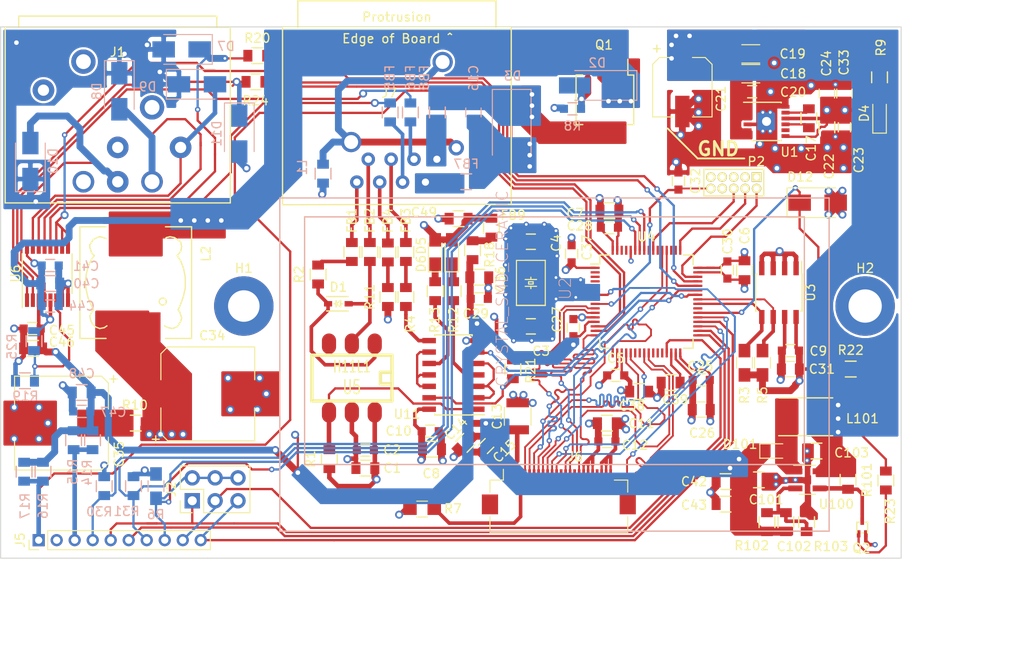
<source format=kicad_pcb>
(kicad_pcb (version 20171130) (host pcbnew 5.1.4+dfsg1-1)
  (layers (0 F.Cu signal) (1 In1.Cu signal hide) (2 In2.Cu signal) (31 B.Cu signal) (34 B.Paste user) (35 F.Paste user) (36 B.SilkS user) (37 F.SilkS user) (38 B.Mask user) (39 F.Mask user) (44 Edge.Cuts user))
  (net 0 "")
  (net 1 DGND)
  (net 2 "Net-(C3-Pad2)")
  (net 3 "Net-(C4-Pad2)")
  (net 4 "Net-(D1-Pad1)")
  (net 5 "Net-(D1-Pad2)")
  (net 6 MIDITX)
  (net 7 MIDIRX)
  (net 8 RESET)
  (net 9 SWCLK)
  (net 10 SWO)
  (net 11 SWDIO)
  (net 12 STMVCC)
  (net 13 MIDI_IN_-)
  (net 14 "Net-(R1-Pad2)")
  (net 15 MIDI_IN_+)
  (net 16 MIDI_OUT_-)
  (net 17 "Net-(R4-Pad1)")
  (net 18 MIDI_OUT_+)
  (net 19 SWITCH_N4)
  (net 20 SWITCH_P3)
  (net 21 SWITCH_N3)
  (net 22 SWITCH_N1)
  (net 23 SWITCH_P2)
  (net 24 SWITCH_N2)
  (net 25 SWITCH_P1)
  (net 26 "Net-(J5-Pad3)")
  (net 27 Pedal1)
  (net 28 Pedal2)
  (net 29 +12V)
  (net 30 "Net-(C102-Pad2)")
  (net 31 +9V)
  (net 32 "Net-(D101-Pad2)")
  (net 33 "Net-(FB1-Pad1)")
  (net 34 "Net-(FB3-Pad1)")
  (net 35 "Net-(FB4-Pad1)")
  (net 36 SDA)
  (net 37 SCL)
  (net 38 "Net-(J7-Pad13)")
  (net 39 EXP_SIGNAL)
  (net 40 EXP_POWER)
  (net 41 "Net-(J6-Pad4)")
  (net 42 FSMC_NE4_CS)
  (net 43 FSMC_RESET)
  (net 44 FSMC_RS)
  (net 45 FSMC_NWE)
  (net 46 FSMC_NOE)
  (net 47 FSMC_D0)
  (net 48 FSMC_D1)
  (net 49 FSMC_D2)
  (net 50 FSMC_D3)
  (net 51 FSMC_D4)
  (net 52 FSMC_D5)
  (net 53 FSMC_D6)
  (net 54 FSMC_D7)
  (net 55 "Net-(C13-Pad1)")
  (net 56 "Net-(C17-Pad1)")
  (net 57 "Net-(C17-Pad2)")
  (net 58 24VVIN2)
  (net 59 "Net-(D4-Pad2)")
  (net 60 "Net-(D2-Pad2)")
  (net 61 "Net-(U11-Pad2)")
  (net 62 "Net-(C35-Pad1)")
  (net 63 "Net-(FB5-Pad2)")
  (net 64 "Net-(FB6-Pad2)")
  (net 65 "Net-(FB7-Pad2)")
  (net 66 "Net-(FB8-Pad2)")
  (net 67 "Net-(R12-Pad2)")
  (net 68 "Net-(R13-Pad2)")
  (net 69 "Net-(U11-Pad11)")
  (net 70 VDDA)
  (net 71 "Net-(C39-Pad1)")
  (net 72 Analog_Cntrl)
  (net 73 Footswitch2)
  (net 74 9V_PROT)
  (net 75 "Net-(D5-Pad1)")
  (net 76 "Net-(D6-Pad1)")
  (net 77 "Net-(FB9-Pad1)")
  (net 78 "Net-(D7-Pad1)")
  (net 79 "Net-(D8-Pad2)")
  (net 80 "Net-(D9-Pad2)")
  (net 81 "Net-(D10-Pad2)")
  (net 82 "Net-(D11-Pad1)")
  (net 83 "Net-(R19-Pad1)")
  (net 84 HV_SHDN)
  (net 85 "Net-(Q2-Pad1)")
  (net 86 "Net-(Q2-Pad3)")
  (module Connect_Addons:Neutrik_NC5FAH (layer F.Cu) (at 93 29.8)
    (fp_text reference J1 (at 0 -7 180) (layer F.SilkS))
    (fp_text value Conn_01x05)
    (pad "" np_thru_hole circle (at -3.81 -5.94) (size 2.7 2.7) (drill 1.65) (layers *.Cu *.Mask))
    (pad 3 thru_hole circle (at 0 7.4) (size 2.4 2.4) (drill 1.25) (layers *.Cu *.Mask) (net 81 "Net-(D10-Pad2)"))
    (pad 6 thru_hole circle (at -8.25 -2.77) (size 2.4 2.4) (drill 1.25) (layers *.Cu *.Mask))
    (pad 2 thru_hole circle (at 0 3.585) (size 2.4 2.4) (drill 1.25) (layers *.Cu *.Mask) (net 1 DGND))
    (pad 1 thru_hole circle (at -3.81 7.4) (size 2.4 2.4) (drill 1.65) (layers *.Cu *.Mask) (net 1 DGND))
    (pad 5 thru_hole circle (at 3.81 7.4) (size 2.4 2.4) (drill 1.65) (layers *.Cu *.Mask) (net 79 "Net-(D8-Pad2)"))
    (pad 4 thru_hole circle (at 6.98 3.585) (size 2.4 2.4) (drill 1.25) (layers *.Cu *.Mask) (net 80 "Net-(D9-Pad2)"))
    (pad "" np_thru_hole circle (at 3.81 -0.86) (size 2.7 2.7) (drill 1.65) (layers *.Cu *.Mask))
  )
  (module Housings_QFP:LQFP-64_10x10mm_Pitch0.5mm (layer F.Cu) (at 151.71674 50.5079)
    (fp_text reference U4 (at 0 -7.2 180) (layer F.SilkS))
    (fp_text value STM32F412RETx)
    (pad 64 smd rect (at -3.75 -5.7 90) (size 1 0.25) (layers F.Cu F.Paste F.Mask) (net 12 STMVCC))
    (pad 63 smd rect (at -3.25 -5.7 90) (size 1 0.25) (layers F.Cu F.Paste F.Mask) (net 1 DGND))
    (pad 62 smd rect (at -2.75 -5.7 90) (size 1 0.25) (layers F.Cu F.Paste F.Mask))
    (pad 61 smd rect (at -2.25 -5.7 90) (size 1 0.25) (layers F.Cu F.Paste F.Mask))
    (pad 60 smd rect (at -1.75 -5.7 90) (size 1 0.25) (layers F.Cu F.Paste F.Mask) (net 1 DGND))
    (pad 59 smd rect (at -1.25 -5.7 90) (size 1 0.25) (layers F.Cu F.Paste F.Mask) (net 20 SWITCH_P3))
    (pad 58 smd rect (at -0.75 -5.7 90) (size 1 0.25) (layers F.Cu F.Paste F.Mask) (net 23 SWITCH_P2))
    (pad 57 smd rect (at -0.25 -5.7 90) (size 1 0.25) (layers F.Cu F.Paste F.Mask) (net 25 SWITCH_P1))
    (pad 56 smd rect (at 0.25 -5.7 90) (size 1 0.25) (layers F.Cu F.Paste F.Mask))
    (pad 55 smd rect (at 0.75 -5.7 90) (size 1 0.25) (layers F.Cu F.Paste F.Mask) (net 10 SWO))
    (pad 54 smd rect (at 1.25 -5.7 90) (size 1 0.25) (layers F.Cu F.Paste F.Mask))
    (pad 53 smd rect (at 1.75 -5.7 90) (size 1 0.25) (layers F.Cu F.Paste F.Mask) (net 50 FSMC_D3))
    (pad 52 smd rect (at 2.25 -5.7 90) (size 1 0.25) (layers F.Cu F.Paste F.Mask) (net 49 FSMC_D2))
    (pad 51 smd rect (at 2.75 -5.7 90) (size 1 0.25) (layers F.Cu F.Paste F.Mask))
    (pad 50 smd rect (at 3.25 -5.7 90) (size 1 0.25) (layers F.Cu F.Paste F.Mask))
    (pad 49 smd rect (at 3.75 -5.7 90) (size 1 0.25) (layers F.Cu F.Paste F.Mask) (net 9 SWCLK))
    (pad 48 smd rect (at 5.7 -3.75) (size 1 0.25) (layers F.Cu F.Paste F.Mask) (net 12 STMVCC))
    (pad 47 smd rect (at 5.7 -3.25) (size 1 0.25) (layers F.Cu F.Paste F.Mask) (net 1 DGND))
    (pad 46 smd rect (at 5.7 -2.75) (size 1 0.25) (layers F.Cu F.Paste F.Mask) (net 11 SWDIO))
    (pad 45 smd rect (at 5.7 -2.25) (size 1 0.25) (layers F.Cu F.Paste F.Mask) (net 73 Footswitch2))
    (pad 44 smd rect (at 5.7 -1.75) (size 1 0.25) (layers F.Cu F.Paste F.Mask) (net 72 Analog_Cntrl))
    (pad 43 smd rect (at 5.7 -1.25) (size 1 0.25) (layers F.Cu F.Paste F.Mask) (net 6 MIDITX))
    (pad 42 smd rect (at 5.7 -0.75) (size 1 0.25) (layers F.Cu F.Paste F.Mask) (net 7 MIDIRX))
    (pad 41 smd rect (at 5.7 -0.25) (size 1 0.25) (layers F.Cu F.Paste F.Mask) (net 37 SCL))
    (pad 40 smd rect (at 5.7 0.25) (size 1 0.25) (layers F.Cu F.Paste F.Mask) (net 36 SDA))
    (pad 39 smd rect (at 5.7 0.75) (size 1 0.25) (layers F.Cu F.Paste F.Mask))
    (pad 38 smd rect (at 5.7 1.25) (size 1 0.25) (layers F.Cu F.Paste F.Mask) (net 84 HV_SHDN))
    (pad 37 smd rect (at 5.7 1.75) (size 1 0.25) (layers F.Cu F.Paste F.Mask) (net 48 FSMC_D1))
    (pad 36 smd rect (at 5.7 2.25) (size 1 0.25) (layers F.Cu F.Paste F.Mask) (net 19 SWITCH_N4))
    (pad 35 smd rect (at 5.7 2.75) (size 1 0.25) (layers F.Cu F.Paste F.Mask) (net 47 FSMC_D0))
    (pad 34 smd rect (at 5.7 3.25) (size 1 0.25) (layers F.Cu F.Paste F.Mask) (net 24 SWITCH_N2))
    (pad 33 smd rect (at 5.7 3.75) (size 1 0.25) (layers F.Cu F.Paste F.Mask) (net 22 SWITCH_N1))
    (pad 32 smd rect (at 3.75 5.7 90) (size 1 0.25) (layers F.Cu F.Paste F.Mask) (net 12 STMVCC))
    (pad 31 smd rect (at 3.25 5.7 90) (size 1 0.25) (layers F.Cu F.Paste F.Mask) (net 1 DGND))
    (pad 30 smd rect (at 2.75 5.7 90) (size 1 0.25) (layers F.Cu F.Paste F.Mask) (net 71 "Net-(C39-Pad1)"))
    (pad 29 smd rect (at 2.25 5.7 90) (size 1 0.25) (layers F.Cu F.Paste F.Mask) (net 21 SWITCH_N3))
    (pad 28 smd rect (at 1.75 5.7 90) (size 1 0.25) (layers F.Cu F.Paste F.Mask))
    (pad 27 smd rect (at 1.25 5.7 90) (size 1 0.25) (layers F.Cu F.Paste F.Mask))
    (pad 26 smd rect (at 0.75 5.7 90) (size 1 0.25) (layers F.Cu F.Paste F.Mask))
    (pad 25 smd rect (at 0.25 5.7 90) (size 1 0.25) (layers F.Cu F.Paste F.Mask) (net 46 FSMC_NOE))
    (pad 24 smd rect (at -0.25 5.7 90) (size 1 0.25) (layers F.Cu F.Paste F.Mask) (net 42 FSMC_NE4_CS))
    (pad 23 smd rect (at -0.75 5.7 90) (size 1 0.25) (layers F.Cu F.Paste F.Mask))
    (pad 22 smd rect (at -1.25 5.7 90) (size 1 0.25) (layers F.Cu F.Paste F.Mask))
    (pad 21 smd rect (at -1.75 5.7 90) (size 1 0.25) (layers F.Cu F.Paste F.Mask) (net 54 FSMC_D7))
    (pad 20 smd rect (at -2.25 5.7 90) (size 1 0.25) (layers F.Cu F.Paste F.Mask) (net 53 FSMC_D6))
    (pad 19 smd rect (at -2.75 5.7 90) (size 1 0.25) (layers F.Cu F.Paste F.Mask) (net 12 STMVCC))
    (pad 18 smd rect (at -3.25 5.7 90) (size 1 0.25) (layers F.Cu F.Paste F.Mask) (net 1 DGND))
    (pad 17 smd rect (at -3.75 5.7 90) (size 1 0.25) (layers F.Cu F.Paste F.Mask) (net 52 FSMC_D5))
    (pad 16 smd rect (at -5.7 3.75) (size 1 0.25) (layers F.Cu F.Paste F.Mask) (net 51 FSMC_D4))
    (pad 15 smd rect (at -5.7 3.25) (size 1 0.25) (layers F.Cu F.Paste F.Mask) (net 28 Pedal2))
    (pad 14 smd rect (at -5.7 2.75) (size 1 0.25) (layers F.Cu F.Paste F.Mask) (net 27 Pedal1))
    (pad 13 smd rect (at -5.7 2.25) (size 1 0.25) (layers F.Cu F.Paste F.Mask) (net 70 VDDA))
    (pad 12 smd rect (at -5.7 1.75) (size 1 0.25) (layers F.Cu F.Paste F.Mask) (net 1 DGND))
    (pad 11 smd rect (at -5.7 1.25) (size 1 0.25) (layers F.Cu F.Paste F.Mask) (net 44 FSMC_RS))
    (pad 10 smd rect (at -5.7 0.75) (size 1 0.25) (layers F.Cu F.Paste F.Mask) (net 45 FSMC_NWE))
    (pad 9 smd rect (at -5.7 0.25) (size 1 0.25) (layers F.Cu F.Paste F.Mask) (net 43 FSMC_RESET))
    (pad 8 smd rect (at -5.7 -0.25) (size 1 0.25) (layers F.Cu F.Paste F.Mask))
    (pad 7 smd rect (at -5.7 -0.75) (size 1 0.25) (layers F.Cu F.Paste F.Mask) (net 8 RESET))
    (pad 6 smd rect (at -5.7 -1.25) (size 1 0.25) (layers F.Cu F.Paste F.Mask) (net 2 "Net-(C3-Pad2)"))
    (pad 5 smd rect (at -5.7 -1.75) (size 1 0.25) (layers F.Cu F.Paste F.Mask) (net 3 "Net-(C4-Pad2)"))
    (pad 4 smd rect (at -5.7 -2.25) (size 1 0.25) (layers F.Cu F.Paste F.Mask))
    (pad 3 smd rect (at -5.7 -2.75) (size 1 0.25) (layers F.Cu F.Paste F.Mask))
    (pad 2 smd rect (at -5.7 -3.25) (size 1 0.25) (layers F.Cu F.Paste F.Mask))
    (pad 1 smd rect (at -5.7 -3.75) (size 1 0.25) (layers F.Cu F.Paste F.Mask) (net 12 STMVCC))
  )
  (module Connect_FFC_FPC:Hirose_FH12-24S-0.5SH_1x24-1MP_P0.50mm_Horizontal (layer F.Cu) (at 141.986 71.628)
    (fp_text reference J6 (at 1.8 -3.9) (layer F.SilkS))
    (fp_text value Conn_01x24_Female)
    (pad MP smd rect (at 7.65 1.4) (size 1.8 2.2) (layers F.Cu F.Paste F.Mask))
    (pad MP smd rect (at -7.65 1.4) (size 1.8 2.2) (layers F.Cu F.Paste F.Mask))
    (pad 1 smd rect (at -5.75 -1.85) (size 0.3 1.3) (layers F.Cu F.Paste F.Mask) (net 1 DGND))
    (pad 2 smd rect (at -5.25 -1.85) (size 0.3 1.3) (layers F.Cu F.Paste F.Mask) (net 29 +12V))
    (pad 3 smd rect (at -4.75 -1.85) (size 0.3 1.3) (layers F.Cu F.Paste F.Mask) (net 55 "Net-(C13-Pad1)"))
    (pad 4 smd rect (at -4.25 -1.85) (size 0.3 1.3) (layers F.Cu F.Paste F.Mask) (net 41 "Net-(J6-Pad4)"))
    (pad 5 smd rect (at -3.75 -1.85) (size 0.3 1.3) (layers F.Cu F.Paste F.Mask) (net 54 FSMC_D7))
    (pad 6 smd rect (at -3.25 -1.85) (size 0.3 1.3) (layers F.Cu F.Paste F.Mask) (net 53 FSMC_D6))
    (pad 7 smd rect (at -2.75 -1.85) (size 0.3 1.3) (layers F.Cu F.Paste F.Mask) (net 52 FSMC_D5))
    (pad 8 smd rect (at -2.25 -1.85) (size 0.3 1.3) (layers F.Cu F.Paste F.Mask) (net 51 FSMC_D4))
    (pad 9 smd rect (at -1.75 -1.85) (size 0.3 1.3) (layers F.Cu F.Paste F.Mask) (net 50 FSMC_D3))
    (pad 10 smd rect (at -1.25 -1.85) (size 0.3 1.3) (layers F.Cu F.Paste F.Mask) (net 49 FSMC_D2))
    (pad 11 smd rect (at -0.75 -1.85) (size 0.3 1.3) (layers F.Cu F.Paste F.Mask) (net 48 FSMC_D1))
    (pad 12 smd rect (at -0.25 -1.85) (size 0.3 1.3) (layers F.Cu F.Paste F.Mask) (net 47 FSMC_D0))
    (pad 13 smd rect (at 0.25 -1.85) (size 0.3 1.3) (layers F.Cu F.Paste F.Mask) (net 46 FSMC_NOE))
    (pad 14 smd rect (at 0.75 -1.85) (size 0.3 1.3) (layers F.Cu F.Paste F.Mask) (net 45 FSMC_NWE))
    (pad 15 smd rect (at 1.25 -1.85) (size 0.3 1.3) (layers F.Cu F.Paste F.Mask) (net 44 FSMC_RS))
    (pad 16 smd rect (at 1.75 -1.85) (size 0.3 1.3) (layers F.Cu F.Paste F.Mask) (net 43 FSMC_RESET))
    (pad 17 smd rect (at 2.25 -1.85) (size 0.3 1.3) (layers F.Cu F.Paste F.Mask) (net 42 FSMC_NE4_CS))
    (pad 18 smd rect (at 2.75 -1.85) (size 0.3 1.3) (layers F.Cu F.Paste F.Mask) (net 12 STMVCC))
    (pad 19 smd rect (at 3.25 -1.85) (size 0.3 1.3) (layers F.Cu F.Paste F.Mask) (net 12 STMVCC))
    (pad 20 smd rect (at 3.75 -1.85) (size 0.3 1.3) (layers F.Cu F.Paste F.Mask) (net 12 STMVCC))
    (pad 21 smd rect (at 4.25 -1.85) (size 0.3 1.3) (layers F.Cu F.Paste F.Mask))
    (pad 22 smd rect (at 4.75 -1.85) (size 0.3 1.3) (layers F.Cu F.Paste F.Mask) (net 1 DGND))
    (pad 23 smd rect (at 5.25 -1.85) (size 0.3 1.3) (layers F.Cu F.Paste F.Mask) (net 1 DGND))
    (pad 24 smd rect (at 5.75 -1.85) (size 0.3 1.3) (layers F.Cu F.Paste F.Mask) (net 1 DGND))
  )
  (module Resistors_SMD_Addons:R_0805_HandSolder (layer F.Cu) (at 171.75 31.15 270)
    (fp_text reference C22 (at 4.35 -0.25 90) (layer F.SilkS))
    (fp_text value 10nF)
    (pad 2 smd rect (at 1.05 0 270) (size 1 1.3) (layers F.Cu F.Paste F.Mask) (net 1 DGND))
    (pad 1 smd rect (at -1.05 0 270) (size 1 1.3) (layers F.Cu F.Paste F.Mask) (net 12 STMVCC))
  )
  (module SW-Neutrik:NE8FBH (layer F.Cu) (at 124 34.7)
    (fp_text reference J7 (at -0.85 -7.35 180) (layer F.SilkS))
    (fp_text value NE8FBH-C5-LED1-S)
    (fp_text user "Edge of Board ^" (at 0.05 -13.4) (layer F.SilkS))
    (fp_text user Protrusion (at 0 -15.8) (layer F.SilkS))
    (pad 1 thru_hole circle (at 4.44 0) (size 1.5 1.5) (drill 0.8) (layers *.Cu *.Mask) (net 66 "Net-(FB8-Pad2)"))
    (pad 2 thru_hole circle (at 3.17 2.54) (size 1.5 1.5) (drill 0.8) (layers *.Cu *.Mask) (net 65 "Net-(FB7-Pad2)"))
    (pad 3 thru_hole circle (at 1.9 0) (size 1.5 1.5) (drill 0.8) (layers *.Cu *.Mask) (net 64 "Net-(FB6-Pad2)"))
    (pad 4 thru_hole circle (at 0.63 2.54) (size 1.5 1.5) (drill 0.8) (layers *.Cu *.Mask) (net 63 "Net-(FB5-Pad2)"))
    (pad 5 thru_hole circle (at -0.64 0) (size 1.5 1.5) (drill 0.8) (layers *.Cu *.Mask) (net 16 MIDI_OUT_-))
    (pad 6 thru_hole circle (at -1.91 2.54) (size 1.5 1.5) (drill 0.8) (layers *.Cu *.Mask) (net 18 MIDI_OUT_+))
    (pad 7 thru_hole circle (at -3.18 0) (size 1.5 1.5) (drill 0.8) (layers *.Cu *.Mask) (net 13 MIDI_IN_-))
    (pad 8 thru_hole circle (at -4.45 2.54) (size 1.5 1.5) (drill 0.8) (layers *.Cu *.Mask) (net 15 MIDI_IN_+))
    (pad 13 thru_hole circle (at 5.08 -10.8) (size 2.25 2.25) (drill 1.55) (layers *.Cu *.Mask) (net 38 "Net-(J7-Pad13)"))
    (pad 13 thru_hole circle (at -5.08 -1.91) (size 2.25 2.25) (drill 1.55) (layers *.Cu *.Mask) (net 38 "Net-(J7-Pad13)"))
    (pad 13 thru_hole circle (at 6.595 -1.2696) (size 1.7 1.7) (drill 1) (layers *.Cu *.Mask) (net 38 "Net-(J7-Pad13)"))
  )
  (module Resistors_SMD_Addons:R_0805_HandSolder (layer F.Cu) (at 115.25 47.5 90)
    (fp_text reference R2 (at 0 -2.1 90) (layer F.SilkS))
    (fp_text value 220R)
    (pad 2 smd rect (at 1.05 0 90) (size 1 1.3) (layers F.Cu F.Paste F.Mask) (net 33 "Net-(FB1-Pad1)"))
    (pad 1 smd rect (at -1.05 0 90) (size 1 1.3) (layers F.Cu F.Paste F.Mask) (net 4 "Net-(D1-Pad1)"))
  )
  (module Resistors_SMD_Addons:R_0805_HandSolder (layer B.Cu) (at 115.8 36.3 90)
    (fp_text reference L1 (at 0.7 -2.3 270) (layer B.SilkS) (effects (justify mirror)))
    (fp_text value L)
    (pad 1 smd rect (at -1.05 0 90) (size 1 1.3) (layers B.Cu B.Paste B.Mask) (net 1 DGND))
    (pad 2 smd rect (at 1.05 0 90) (size 1 1.3) (layers B.Cu B.Paste B.Mask) (net 38 "Net-(J7-Pad13)"))
  )
  (module crystal_ceramic_smd:Xtal_Ceramic_5x3.2 (layer F.Cu) (at 138.878536 48.432622 270)
    (fp_text reference U2 (at 0.635 -3.81 270) (layer B.SilkS) (effects (font (size 1.27 1.27) (thickness 0.0889))))
    (fp_text value CRYSTAL_SMD_CERAMIC (at 0.635 3.175 270) (layer B.SilkS) (effects (font (size 1.27 1.27) (thickness 0.0889))))
    (pad 2 smd rect (at 2.1336 1.27 270) (size 1.9 1.1) (layers F.Cu F.Paste F.Mask) (net 1 DGND))
    (pad 4 smd rect (at -2.1336 -1.27 270) (size 1.9 1.1) (layers F.Cu F.Paste F.Mask) (net 1 DGND))
    (pad 1 smd rect (at -2.1336 1.27 270) (size 1.9 1.1) (layers F.Cu F.Paste F.Mask) (net 3 "Net-(C4-Pad2)"))
    (pad 3 smd rect (at 2.1336 -1.27 270) (size 1.9 1.1) (layers F.Cu F.Paste F.Mask) (net 2 "Net-(C3-Pad2)"))
  )
  (module Capacitors_SMD:C_0805 (layer F.Cu) (at 138.878536 53.258622)
    (fp_text reference C3 (at 1.146464 2.741378 -180) (layer F.SilkS))
    (fp_text value 22pF)
    (pad 1 smd rect (at -1 0) (size 1 1.25) (layers F.Cu F.Paste F.Mask) (net 1 DGND))
    (pad 2 smd rect (at 1 0) (size 1 1.25) (layers F.Cu F.Paste F.Mask) (net 2 "Net-(C3-Pad2)"))
  )
  (module Capacitors_SMD:C_0805 (layer F.Cu) (at 138.878535 43.860622 180)
    (fp_text reference C4 (at -2.821465 -0.139378 270) (layer F.SilkS))
    (fp_text value 22pF)
    (pad 1 smd rect (at -1 0 180) (size 1 1.25) (layers F.Cu F.Paste F.Mask) (net 1 DGND))
    (pad 2 smd rect (at 1 0 180) (size 1 1.25) (layers F.Cu F.Paste F.Mask) (net 3 "Net-(C4-Pad2)"))
  )
  (module pin_header_1:Pin_Header_Straight_2x05_Pitch1.27mm (layer F.Cu) (at 163.94176 36.6776 270)
    (fp_text reference P2 (at -1.722 0.03072 180) (layer F.SilkS))
    (fp_text value CONN_02X05)
    (pad 1 thru_hole rect (at 0 0 270) (size 1.05 1.05) (drill 0.65) (layers *.Cu *.Mask F.SilkS) (net 12 STMVCC))
    (pad 3 thru_hole circle (at 0 1.27 270) (size 1.05 1.05) (drill 0.65) (layers *.Cu *.Mask F.SilkS) (net 1 DGND))
    (pad 5 thru_hole circle (at 0 2.54 270) (size 1.05 1.05) (drill 0.65) (layers *.Cu *.Mask F.SilkS) (net 1 DGND))
    (pad 7 thru_hole circle (at 0 3.81 270) (size 1.05 1.05) (drill 0.65) (layers *.Cu *.Mask F.SilkS) (net 1 DGND))
    (pad 9 thru_hole circle (at 0 5.08 270) (size 1.05 1.05) (drill 0.65) (layers *.Cu *.Mask F.SilkS) (net 1 DGND))
    (pad 4 thru_hole circle (at 1.27 1.27 270) (size 1.05 1.05) (drill 0.65) (layers *.Cu *.Mask F.SilkS) (net 9 SWCLK))
    (pad 6 thru_hole circle (at 1.27 2.54 270) (size 1.05 1.05) (drill 0.65) (layers *.Cu *.Mask F.SilkS) (net 10 SWO))
    (pad 8 thru_hole circle (at 1.27 3.81 270) (size 1.05 1.05) (drill 0.65) (layers *.Cu *.Mask F.SilkS))
    (pad 10 thru_hole circle (at 1.27 5.08 270) (size 1.05 1.05) (drill 0.65) (layers *.Cu *.Mask F.SilkS) (net 8 RESET))
    (pad 2 thru_hole circle (at 1.27 0 270) (size 1.05 1.05) (drill 0.65) (layers *.Cu *.Mask F.SilkS) (net 11 SWDIO))
  )
  (module Resistors_SMD_Addons:R_0805_HandSolder (layer F.Cu) (at 120.5 69 180)
    (fp_text reference C1 (at -3 0) (layer F.SilkS))
    (fp_text value 4,7uF)
    (pad 1 smd rect (at -1.05 0 180) (size 1 1.3) (layers F.Cu F.Paste F.Mask) (net 12 STMVCC))
    (pad 2 smd rect (at 1.05 0 180) (size 1 1.3) (layers F.Cu F.Paste F.Mask) (net 1 DGND))
  )
  (module Resistors_SMD_Addons:R_0805_HandSolder (layer F.Cu) (at 127.9 66.9)
    (fp_text reference C8 (at -0.08 2.71) (layer F.SilkS))
    (fp_text value 4,7uF)
    (pad 1 smd rect (at -1.05 0) (size 1 1.3) (layers F.Cu F.Paste F.Mask) (net 12 STMVCC))
    (pad 2 smd rect (at 1.05 0) (size 1 1.3) (layers F.Cu F.Paste F.Mask) (net 1 DGND))
  )
  (module Diodes_SMD_Addons:SOD-323-Handsoldering (layer F.Cu) (at 117.5 50.75)
    (fp_text reference D1 (at 0 -1.85) (layer F.SilkS))
    (fp_text value 1N4148)
    (pad 1 smd rect (at -1.143 0) (size 0.9 0.6) (layers F.Cu F.Paste F.Mask) (net 4 "Net-(D1-Pad1)"))
    (pad 2 smd rect (at 1.143 0) (size 0.9 0.6) (layers F.Cu F.Paste F.Mask) (net 5 "Net-(D1-Pad2)"))
  )
  (module Resistors_SMD_Addons:R_0805_HandSolder (layer F.Cu) (at 116.5 68 90)
    (fp_text reference R1 (at 0 -2.1 90) (layer F.SilkS))
    (fp_text value 270R)
    (pad 1 smd rect (at -1.05 0 90) (size 1 1.3) (layers F.Cu F.Paste F.Mask) (net 12 STMVCC))
    (pad 2 smd rect (at 1.05 0 90) (size 1 1.3) (layers F.Cu F.Paste F.Mask) (net 14 "Net-(R1-Pad2)"))
  )
  (module Resistors_SMD_Addons:R_0805_HandSolder (layer F.Cu) (at 125 50 90)
    (fp_text reference R4 (at -3 0.5 90) (layer F.SilkS))
    (fp_text value 10R)
    (pad 2 smd rect (at 1.05 0 90) (size 1 1.3) (layers F.Cu F.Paste F.Mask) (net 34 "Net-(FB3-Pad1)"))
    (pad 1 smd rect (at -1.05 0 90) (size 1 1.3) (layers F.Cu F.Paste F.Mask) (net 17 "Net-(R4-Pad1)"))
  )
  (module Resistors_SMD_Addons:R_0805_HandSolder (layer F.Cu) (at 123 50 90)
    (fp_text reference R11 (at 0 -2 90) (layer F.SilkS))
    (fp_text value "33R 0.5W")
    (pad 1 smd rect (at -1.05 0 90) (size 1 1.3) (layers F.Cu F.Paste F.Mask) (net 12 STMVCC))
    (pad 2 smd rect (at 1.05 0 90) (size 1 1.3) (layers F.Cu F.Paste F.Mask) (net 35 "Net-(FB4-Pad1)"))
  )
  (module Housings_SOIC:SOIC-14_3.9x8.7mm_Pitch1.27mm (layer F.Cu) (at 130.28168 58.6486 180)
    (fp_text reference U11 (at 5.15668 -4.3514) (layer F.SilkS))
    (fp_text value 74HC14)
    (pad 14 smd rect (at 2.7 -3.81 180) (size 1.5 0.6) (layers F.Cu F.Paste F.Mask) (net 12 STMVCC))
    (pad 13 smd rect (at 2.7 -2.54 180) (size 1.5 0.6) (layers F.Cu F.Paste F.Mask) (net 6 MIDITX))
    (pad 12 smd rect (at 2.7 -1.27 180) (size 1.5 0.6) (layers F.Cu F.Paste F.Mask) (net 69 "Net-(U11-Pad11)"))
    (pad 11 smd rect (at 2.7 0 180) (size 1.5 0.6) (layers F.Cu F.Paste F.Mask) (net 69 "Net-(U11-Pad11)"))
    (pad 10 smd rect (at 2.7 1.27 180) (size 1.5 0.6) (layers F.Cu F.Paste F.Mask) (net 68 "Net-(R13-Pad2)"))
    (pad 9 smd rect (at 2.7 2.54 180) (size 1.5 0.6) (layers F.Cu F.Paste F.Mask) (net 69 "Net-(U11-Pad11)"))
    (pad 8 smd rect (at 2.7 3.81 180) (size 1.5 0.6) (layers F.Cu F.Paste F.Mask) (net 17 "Net-(R4-Pad1)"))
    (pad 7 smd rect (at -2.7 3.81 180) (size 1.5 0.6) (layers F.Cu F.Paste F.Mask) (net 1 DGND))
    (pad 6 smd rect (at -2.7 2.54 180) (size 1.5 0.6) (layers F.Cu F.Paste F.Mask) (net 7 MIDIRX))
    (pad 5 smd rect (at -2.7 1.27 180) (size 1.5 0.6) (layers F.Cu F.Paste F.Mask) (net 61 "Net-(U11-Pad2)"))
    (pad 4 smd rect (at -2.7 0 180) (size 1.5 0.6) (layers F.Cu F.Paste F.Mask) (net 67 "Net-(R12-Pad2)"))
    (pad 3 smd rect (at -2.7 -1.27 180) (size 1.5 0.6) (layers F.Cu F.Paste F.Mask) (net 61 "Net-(U11-Pad2)"))
    (pad 2 smd rect (at -2.7 -2.54 180) (size 1.5 0.6) (layers F.Cu F.Paste F.Mask) (net 61 "Net-(U11-Pad2)"))
    (pad 1 smd rect (at -2.7 -3.81 180) (size 1.5 0.6) (layers F.Cu F.Paste F.Mask) (net 14 "Net-(R1-Pad2)"))
  )
  (module Resistors_SMD:R_0805_HandSoldering (layer B.Cu) (at 97.25 71 90)
    (fp_text reference R6 (at -3.15 -0.025) (layer B.SilkS) (effects (justify mirror)))
    (fp_text value 10K)
    (pad 1 smd rect (at -1.35 0 90) (size 1.5 1.3) (layers B.Cu B.Paste B.Mask) (net 20 SWITCH_P3))
    (pad 2 smd rect (at 1.35 0 90) (size 1.5 1.3) (layers B.Cu B.Paste B.Mask) (net 1 DGND))
  )
  (module Resistors_SMD_Addons:R_0805_HandSolder (layer F.Cu) (at 164.2 70.3)
    (fp_text reference C101 (at 0.8 2.2) (layer F.SilkS))
    (fp_text value 4.7uF)
    (pad 1 smd rect (at -1.05 0) (size 1 1.3) (layers F.Cu F.Paste F.Mask) (net 29 +12V))
    (pad 2 smd rect (at 1.05 0) (size 1 1.3) (layers F.Cu F.Paste F.Mask) (net 1 DGND))
  )
  (module Resistors_SMD_Addons:R_0805_HandSolder (layer F.Cu) (at 167.2 75 90)
    (fp_text reference C102 (at -2.7 0.9 180) (layer F.SilkS))
    (fp_text value 200pF)
    (pad 1 smd rect (at -1.05 0 90) (size 1 1.3) (layers F.Cu F.Paste F.Mask) (net 29 +12V))
    (pad 2 smd rect (at 1.05 0 90) (size 1 1.3) (layers F.Cu F.Paste F.Mask) (net 30 "Net-(C102-Pad2)"))
  )
  (module Resistors_SMD_Addons:R_0805_HandSolder (layer F.Cu) (at 170.6 67.1 180)
    (fp_text reference C103 (at -3.9 -0.2) (layer F.SilkS))
    (fp_text value 2,2uF)
    (pad 2 smd rect (at 1.05 0 180) (size 1 1.3) (layers F.Cu F.Paste F.Mask) (net 1 DGND))
    (pad 1 smd rect (at -1.05 0 180) (size 1 1.3) (layers F.Cu F.Paste F.Mask) (net 58 24VVIN2))
  )
  (module Diodes_SMD:D_SOD-110 (layer F.Cu) (at 165.8 67.1)
    (fp_text reference D101 (at -3.69 -0.75) (layer F.SilkS))
    (fp_text value MBR0520LT1G)
    (pad 2 smd rect (at 0.95 0) (size 0.8 1) (layers F.Cu F.Paste F.Mask) (net 32 "Net-(D101-Pad2)"))
    (pad 1 smd rect (at -0.95 0) (size 0.8 1) (layers F.Cu F.Paste F.Mask) (net 29 +12V))
  )
  (module Resistors_SMD_Addons:R_0805_HandSolder (layer F.Cu) (at 119 45 90)
    (fp_text reference FB1 (at 3.5 0 90) (layer F.SilkS))
    (fp_text value Ferrite_Bead)
    (pad 2 smd rect (at 1.05 0 90) (size 1 1.3) (layers F.Cu F.Paste F.Mask) (net 15 MIDI_IN_+))
    (pad 1 smd rect (at -1.05 0 90) (size 1 1.3) (layers F.Cu F.Paste F.Mask) (net 33 "Net-(FB1-Pad1)"))
  )
  (module Resistors_SMD_Addons:R_0805_HandSolder (layer F.Cu) (at 121 45 90)
    (fp_text reference FB2 (at 3.5 0 270) (layer F.SilkS))
    (fp_text value Ferrite_Bead)
    (pad 1 smd rect (at -1.05 0 90) (size 1 1.3) (layers F.Cu F.Paste F.Mask) (net 5 "Net-(D1-Pad2)"))
    (pad 2 smd rect (at 1.05 0 90) (size 1 1.3) (layers F.Cu F.Paste F.Mask) (net 13 MIDI_IN_-))
  )
  (module Resistors_SMD_Addons:R_0805_HandSolder (layer F.Cu) (at 125 45 90)
    (fp_text reference FB3 (at 3.5 0 90) (layer F.SilkS))
    (fp_text value Ferrite_Bead)
    (pad 2 smd rect (at 1.05 0 90) (size 1 1.3) (layers F.Cu F.Paste F.Mask) (net 16 MIDI_OUT_-))
    (pad 1 smd rect (at -1.05 0 90) (size 1 1.3) (layers F.Cu F.Paste F.Mask) (net 34 "Net-(FB3-Pad1)"))
  )
  (module Resistors_SMD_Addons:R_0805_HandSolder (layer F.Cu) (at 123 45.05 90)
    (fp_text reference FB4 (at 3.55 0 90) (layer F.SilkS))
    (fp_text value Ferrite_Bead)
    (pad 1 smd rect (at -1.05 0 90) (size 1 1.3) (layers F.Cu F.Paste F.Mask) (net 35 "Net-(FB4-Pad1)"))
    (pad 2 smd rect (at 1.05 0 90) (size 1 1.3) (layers F.Cu F.Paste F.Mask) (net 18 MIDI_OUT_+))
  )
  (module Inductors:Inductor_Taiyo-Yuden_NR-40xx_HandSoldering (layer F.Cu) (at 169.4 63.3 180)
    (fp_text reference L101 (at -6.3 -0.2) (layer F.SilkS))
    (fp_text value 10uH)
    (pad 2 smd rect (at 1.9 0 180) (size 2.2 3.9) (layers F.Cu F.Paste F.Mask) (net 32 "Net-(D101-Pad2)"))
    (pad 1 smd rect (at -1.9 0 180) (size 2.2 3.9) (layers F.Cu F.Paste F.Mask) (net 58 24VVIN2))
  )
  (module Resistors_SMD:R_0805_HandSoldering (layer F.Cu) (at 162.6 57.3 270)
    (fp_text reference R3 (at 3.6 0 90) (layer F.SilkS))
    (fp_text value 2K2)
    (pad 2 smd rect (at 1.35 0 270) (size 1.5 1.3) (layers F.Cu F.Paste F.Mask) (net 12 STMVCC))
    (pad 1 smd rect (at -1.35 0 270) (size 1.5 1.3) (layers F.Cu F.Paste F.Mask) (net 36 SDA))
  )
  (module Resistors_SMD:R_0805_HandSoldering (layer F.Cu) (at 164.6 57.3 270)
    (fp_text reference R5 (at 3.6 0 90) (layer F.SilkS))
    (fp_text value 2K2)
    (pad 1 smd rect (at -1.35 0 270) (size 1.5 1.3) (layers F.Cu F.Paste F.Mask) (net 37 SCL))
    (pad 2 smd rect (at 1.35 0 270) (size 1.5 1.3) (layers F.Cu F.Paste F.Mask) (net 12 STMVCC))
  )
  (module Resistors_SMD_Addons:R_0805_HandSolder (layer F.Cu) (at 174.1 70.3 270)
    (fp_text reference R101 (at 0.025 -2.1 90) (layer F.SilkS))
    (fp_text value 51K)
    (pad 2 smd rect (at 1.05 0 270) (size 1 1.3) (layers F.Cu F.Paste F.Mask) (net 86 "Net-(Q2-Pad3)"))
    (pad 1 smd rect (at -1.05 0 270) (size 1 1.3) (layers F.Cu F.Paste F.Mask) (net 58 24VVIN2))
  )
  (module Resistors_SMD_Addons:R_0805_HandSolder (layer F.Cu) (at 165.1 75 90)
    (fp_text reference R102 (at -2.6 -1.7 180) (layer F.SilkS))
    (fp_text value 133k)
    (pad 1 smd rect (at -1.05 0 90) (size 1 1.3) (layers F.Cu F.Paste F.Mask) (net 29 +12V))
    (pad 2 smd rect (at 1.05 0 90) (size 1 1.3) (layers F.Cu F.Paste F.Mask) (net 30 "Net-(C102-Pad2)"))
  )
  (module Resistors_SMD_Addons:R_0805_HandSolder (layer F.Cu) (at 169.5 75 90)
    (fp_text reference R103 (at -2.7 2.7) (layer F.SilkS))
    (fp_text value 13.3k)
    (pad 2 smd rect (at 1.05 0 90) (size 1 1.3) (layers F.Cu F.Paste F.Mask) (net 1 DGND))
    (pad 1 smd rect (at -1.05 0 90) (size 1 1.3) (layers F.Cu F.Paste F.Mask) (net 30 "Net-(C102-Pad2)"))
  )
  (module TO_SOT_Packages_SMD:SOT-23-5_HandSoldering (layer F.Cu) (at 169.6 70.3)
    (fp_text reference U100 (at 3.2 2.7) (layer F.SilkS))
    (fp_text value LMR62014)
    (pad 5 smd rect (at 1.35 -0.95) (size 1.56 0.65) (layers F.Cu F.Paste F.Mask) (net 58 24VVIN2))
    (pad 4 smd rect (at 1.35 0.95) (size 1.56 0.65) (layers F.Cu F.Paste F.Mask) (net 86 "Net-(Q2-Pad3)"))
    (pad 3 smd rect (at -1.35 0.95) (size 1.56 0.65) (layers F.Cu F.Paste F.Mask) (net 30 "Net-(C102-Pad2)"))
    (pad 2 smd rect (at -1.35 0) (size 1.56 0.65) (layers F.Cu F.Paste F.Mask) (net 1 DGND))
    (pad 1 smd rect (at -1.35 -0.95) (size 1.56 0.65) (layers F.Cu F.Paste F.Mask) (net 32 "Net-(D101-Pad2)"))
  )
  (module Housings_SOIC:SOIC-8_3.9x4.9mm_Pitch1.27mm (layer F.Cu) (at 166.42588 49.50968 270)
    (fp_text reference U3 (at 0 -3.5 270) (layer F.SilkS))
    (fp_text value FM24CL16B-G)
    (pad 8 smd rect (at 2.7 -1.905 270) (size 1.55 0.6) (layers F.Cu F.Paste F.Mask) (net 12 STMVCC))
    (pad 7 smd rect (at 2.7 -0.635 270) (size 1.55 0.6) (layers F.Cu F.Paste F.Mask) (net 1 DGND))
    (pad 6 smd rect (at 2.7 0.635 270) (size 1.55 0.6) (layers F.Cu F.Paste F.Mask) (net 37 SCL))
    (pad 5 smd rect (at 2.7 1.905 270) (size 1.55 0.6) (layers F.Cu F.Paste F.Mask) (net 36 SDA))
    (pad 4 smd rect (at -2.7 1.905 270) (size 1.55 0.6) (layers F.Cu F.Paste F.Mask) (net 1 DGND))
    (pad 3 smd rect (at -2.7 0.635 270) (size 1.55 0.6) (layers F.Cu F.Paste F.Mask) (net 1 DGND))
    (pad 2 smd rect (at -2.7 -0.635 270) (size 1.55 0.6) (layers F.Cu F.Paste F.Mask) (net 1 DGND))
    (pad 1 smd rect (at -2.7 -1.905 270) (size 1.55 0.6) (layers F.Cu F.Paste F.Mask) (net 1 DGND))
  )
  (module SO6_SMD_Gullwing:SO6_DIL_GULLWING (layer F.Cu) (at 119 59 180)
    (fp_text reference U5 (at 0 -1.016) (layer F.SilkS) (effects (font (size 1.524 1.016) (thickness 0.1524))))
    (fp_text value H11L1 (at 0 1.27) (layer F.SilkS) (effects (font (size 1.27 0.889) (thickness 0.1524))))
    (pad 1 smd oval (at -2.54 3.81 180) (size 1.5748 2.286) (layers F.Cu F.Paste F.Mask) (net 4 "Net-(D1-Pad1)"))
    (pad 2 smd oval (at 0 3.81 180) (size 1.5748 2.286) (layers F.Cu F.Paste F.Mask) (net 5 "Net-(D1-Pad2)"))
    (pad 3 smd oval (at 2.54 3.81 180) (size 1.5748 2.286) (layers F.Cu F.Paste F.Mask))
    (pad 4 smd oval (at 2.54 -3.81 180) (size 1.5748 2.286) (layers F.Cu F.Paste F.Mask) (net 14 "Net-(R1-Pad2)"))
    (pad 5 smd oval (at 0 -3.81 180) (size 1.5748 2.286) (layers F.Cu F.Paste F.Mask) (net 1 DGND))
    (pad 6 smd oval (at -2.54 -3.81 180) (size 1.5748 2.286) (layers F.Cu F.Paste F.Mask) (net 12 STMVCC))
  )
  (module Resistors_SMD:R_0805_HandSoldering (layer F.Cu) (at 126.8 73.55)
    (fp_text reference R7 (at 3.417 -0.046 180) (layer F.SilkS))
    (fp_text value 10K)
    (pad 2 smd rect (at 1.35 0) (size 1.5 1.3) (layers F.Cu F.Paste F.Mask) (net 41 "Net-(J6-Pad4)"))
    (pad 1 smd rect (at -1.35 0) (size 1.5 1.3) (layers F.Cu F.Paste F.Mask) (net 1 DGND))
  )
  (module Mounting_Holes:MountingHole_3.2mm_M3_Pad (layer F.Cu) (at 107 51)
    (fp_text reference H1 (at 0 -4.2) (layer F.SilkS))
    (fp_text value MountingHole_Pad)
    (pad 1 thru_hole circle (at 0 0) (size 6.6 6.6) (drill 3.5) (layers *.Cu *.Mask))
  )
  (module Mounting_Holes:MountingHole_3.2mm_M3_Pad (layer F.Cu) (at 176 51)
    (fp_text reference H2 (at 0 -4.2) (layer F.SilkS))
    (fp_text value MountingHole_Pad)
    (pad 1 thru_hole circle (at 0 0) (size 6.6 6.6) (drill 3.7) (layers *.Cu *.Mask))
  )
  (module Capacitors_SMD:C_1210 (layer F.Cu) (at 137.414 63.246 90)
    (fp_text reference C13 (at -0.024 -2.284 90) (layer F.SilkS))
    (fp_text value CP)
    (pad 2 smd rect (at 1.5 0 90) (size 1 2.5) (layers F.Cu F.Paste F.Mask) (net 1 DGND))
    (pad 1 smd rect (at -1.5 0 90) (size 1 2.5) (layers F.Cu F.Paste F.Mask) (net 55 "Net-(C13-Pad1)"))
  )
  (module Capacitors_SMD:C_0805 (layer B.Cu) (at 132.5 29.5 270)
    (fp_text reference C16 (at -3.82 -0.02 270) (layer B.SilkS) (effects (justify mirror)))
    (fp_text value "100pF 60V")
    (pad 2 smd rect (at 1 0 270) (size 1 1.25) (layers B.Cu B.Paste B.Mask) (net 1 DGND))
    (pad 1 smd rect (at -1 0 270) (size 1 1.25) (layers B.Cu B.Paste B.Mask) (net 31 +9V))
  )
  (module Capacitors_SMD:C_1206 (layer F.Cu) (at 163.3 25.2)
    (fp_text reference C18 (at 4.7 0) (layer F.SilkS))
    (fp_text value "4.7uF GRM31CR71H47")
    (pad 2 smd rect (at 1.5 0) (size 1 1.6) (layers F.Cu F.Paste F.Mask) (net 1 DGND))
    (pad 1 smd rect (at -1.5 0) (size 1 1.6) (layers F.Cu F.Paste F.Mask) (net 58 24VVIN2))
  )
  (module Capacitors_SMD:C_1206 (layer F.Cu) (at 163.3 23)
    (fp_text reference C19 (at 4.65 0) (layer F.SilkS))
    (fp_text value "4.7uF GRM31CR71H47")
    (pad 1 smd rect (at -1.5 0) (size 1 1.6) (layers F.Cu F.Paste F.Mask) (net 58 24VVIN2))
    (pad 2 smd rect (at 1.5 0) (size 1 1.6) (layers F.Cu F.Paste F.Mask) (net 1 DGND))
  )
  (module Resistors_SMD_Addons:R_0603_HandSolder (layer F.Cu) (at 163.45 27.2)
    (fp_text reference C20 (at 4.55 0.05) (layer F.SilkS))
    (fp_text value 100nF)
    (pad 1 smd rect (at -0.95 0) (size 0.9 0.9) (layers F.Cu F.Paste F.Mask) (net 58 24VVIN2))
    (pad 2 smd rect (at 0.95 0) (size 0.9 0.9) (layers F.Cu F.Paste F.Mask) (net 1 DGND))
  )
  (module Capacitors_SMD:CP_Elec_6.3x7.7 (layer F.Cu) (at 155.7 26.7 270)
    (fp_text reference C21 (at 1.3 -4.3 90) (layer F.SilkS))
    (fp_text value 33uF)
    (fp_text user + (at -4.28 2.91 90) (layer F.SilkS))
    (pad 2 smd rect (at 2.7 0 90) (size 3.5 1.6) (layers F.Cu F.Paste F.Mask) (net 1 DGND))
    (pad 1 smd rect (at -2.7 0 90) (size 3.5 1.6) (layers F.Cu F.Paste F.Mask) (net 58 24VVIN2))
  )
  (module Capacitors_SMD:C_0805 (layer F.Cu) (at 171.75 27.4 90)
    (fp_text reference C24 (at 3.35 -0.05 90) (layer F.SilkS))
    (fp_text value 1nF)
    (pad 1 smd rect (at -1 0 90) (size 1 1.25) (layers F.Cu F.Paste F.Mask) (net 12 STMVCC))
    (pad 2 smd rect (at 1 0 90) (size 1 1.25) (layers F.Cu F.Paste F.Mask) (net 1 DGND))
  )
  (module Capacitors_SMD:C_0805 (layer F.Cu) (at 157.8 62.5)
    (fp_text reference C26 (at 0.1 2.6) (layer F.SilkS))
    (fp_text value "1uF GRM219R71E105KA88D")
    (pad 2 smd rect (at 1 0) (size 1 1.25) (layers F.Cu F.Paste F.Mask) (net 12 STMVCC))
    (pad 1 smd rect (at -1 0) (size 1 1.25) (layers F.Cu F.Paste F.Mask) (net 1 DGND))
  )
  (module Capacitors_SMD:C_0805 (layer F.Cu) (at 167.7 58)
    (fp_text reference C31 (at 3.5 0) (layer F.SilkS))
    (fp_text value 10uF)
    (pad 2 smd rect (at 1 0) (size 1 1.25) (layers F.Cu F.Paste F.Mask) (net 12 STMVCC))
    (pad 1 smd rect (at -1 0) (size 1 1.25) (layers F.Cu F.Paste F.Mask) (net 1 DGND))
  )
  (module Capacitors_SMD:C_0805 (layer F.Cu) (at 173.7 27.4 90)
    (fp_text reference C33 (at 3.45 -0.05 90) (layer F.SilkS))
    (fp_text value "1uF GRM219R71E105KA88D")
    (pad 1 smd rect (at -1 0 90) (size 1 1.25) (layers F.Cu F.Paste F.Mask) (net 12 STMVCC))
    (pad 2 smd rect (at 1 0 90) (size 1 1.25) (layers F.Cu F.Paste F.Mask) (net 1 DGND))
  )
  (module Housings_SOIC:SO-8_5.3x6.2mm_Pitch1.27mm (layer F.Cu) (at 147.1 28.1 270)
    (fp_text reference Q1 (at -6.1 0.1 180) (layer F.SilkS))
    (fp_text value Si4497DY)
    (pad 8 smd rect (at 3.7 -1.905 270) (size 1.75 0.55) (layers F.Cu F.Paste F.Mask) (net 31 +9V))
    (pad 7 smd rect (at 3.7 -0.635 270) (size 1.75 0.55) (layers F.Cu F.Paste F.Mask) (net 31 +9V))
    (pad 6 smd rect (at 3.7 0.635 270) (size 1.75 0.55) (layers F.Cu F.Paste F.Mask) (net 31 +9V))
    (pad 5 smd rect (at 3.7 1.905 270) (size 1.75 0.55) (layers F.Cu F.Paste F.Mask) (net 31 +9V))
    (pad 4 smd rect (at -3.7 1.905 270) (size 1.75 0.55) (layers F.Cu F.Paste F.Mask) (net 60 "Net-(D2-Pad2)"))
    (pad 3 smd rect (at -3.7 0.635 270) (size 1.75 0.55) (layers F.Cu F.Paste F.Mask) (net 74 9V_PROT))
    (pad 2 smd rect (at -3.7 -0.635 270) (size 1.75 0.55) (layers F.Cu F.Paste F.Mask) (net 74 9V_PROT))
    (pad 1 smd rect (at -3.7 -1.905 270) (size 1.75 0.55) (layers F.Cu F.Paste F.Mask) (net 74 9V_PROT))
  )
  (module Resistors_SMD_Addons:R_0603_HandSolder (layer B.Cu) (at 143.5 29.1)
    (fp_text reference R8 (at 0 1.9) (layer B.SilkS) (effects (justify mirror)))
    (fp_text value 100K)
    (pad 2 smd rect (at 0.95 0) (size 0.9 0.9) (layers B.Cu B.Paste B.Mask) (net 60 "Net-(D2-Pad2)"))
    (pad 1 smd rect (at -0.95 0) (size 0.9 0.9) (layers B.Cu B.Paste B.Mask) (net 1 DGND))
  )
  (module Resistors_SMD_Addons:R_0805_HandSolder (layer F.Cu) (at 177.6 25.6 90)
    (fp_text reference R9 (at 3.3 0.15 90) (layer F.SilkS))
    (fp_text value 130R)
    (pad 1 smd rect (at -1.05 0 90) (size 1 1.3) (layers F.Cu F.Paste F.Mask) (net 59 "Net-(D4-Pad2)"))
    (pad 2 smd rect (at 1.05 0 90) (size 1 1.3) (layers F.Cu F.Paste F.Mask) (net 12 STMVCC))
  )
  (module Housings_SSOP:MSOP-12-1EP_3x4mm_Pitch0.65mm (layer F.Cu) (at 165.05 30.5)
    (fp_text reference U1 (at 2.55 3.4) (layer F.SilkS))
    (fp_text value LTC3245)
    (pad 13 smd rect (at -0.4125 -1.06875) (size 0.825 0.7125) (layers F.Cu F.Paste F.Mask) (net 1 DGND))
    (pad 13 smd rect (at -0.4125 -0.35625) (size 0.825 0.7125) (layers F.Cu F.Paste F.Mask) (net 1 DGND))
    (pad 13 smd rect (at -0.4125 0.35625) (size 0.825 0.7125) (layers F.Cu F.Paste F.Mask) (net 1 DGND))
    (pad 13 smd rect (at -0.4125 1.06875) (size 0.825 0.7125) (layers F.Cu F.Paste F.Mask) (net 1 DGND))
    (pad 13 smd rect (at 0.4125 -1.06875) (size 0.825 0.7125) (layers F.Cu F.Paste F.Mask) (net 1 DGND))
    (pad 13 smd rect (at 0.4125 -0.35625) (size 0.825 0.7125) (layers F.Cu F.Paste F.Mask) (net 1 DGND))
    (pad 13 smd rect (at 0.4125 0.35625) (size 0.825 0.7125) (layers F.Cu F.Paste F.Mask) (net 1 DGND))
    (pad 13 smd rect (at 0.4125 1.06875) (size 0.825 0.7125) (layers F.Cu F.Paste F.Mask) (net 1 DGND))
    (pad 12 smd rect (at 2.105 -1.625) (size 0.89 0.42) (layers F.Cu F.Paste F.Mask) (net 1 DGND))
    (pad 11 smd rect (at 2.105 -0.975) (size 0.89 0.42) (layers F.Cu F.Paste F.Mask) (net 57 "Net-(C17-Pad2)"))
    (pad 10 smd rect (at 2.105 -0.325) (size 0.89 0.42) (layers F.Cu F.Paste F.Mask) (net 12 STMVCC))
    (pad 9 smd rect (at 2.105 0.325) (size 0.89 0.42) (layers F.Cu F.Paste F.Mask) (net 56 "Net-(C17-Pad1)"))
    (pad 8 smd rect (at 2.105 0.975) (size 0.89 0.42) (layers F.Cu F.Paste F.Mask))
    (pad 7 smd rect (at 2.105 1.625) (size 0.89 0.42) (layers F.Cu F.Paste F.Mask) (net 12 STMVCC))
    (pad 6 smd rect (at -2.105 1.625) (size 0.89 0.42) (layers F.Cu F.Paste F.Mask) (net 58 24VVIN2))
    (pad 5 smd rect (at -2.105 0.975) (size 0.89 0.42) (layers F.Cu F.Paste F.Mask) (net 58 24VVIN2))
    (pad 4 smd rect (at -2.105 0.325) (size 0.89 0.42) (layers F.Cu F.Paste F.Mask) (net 1 DGND))
    (pad 3 smd rect (at -2.105 -0.325) (size 0.89 0.42) (layers F.Cu F.Paste F.Mask) (net 58 24VVIN2))
    (pad 2 smd rect (at -2.105 -0.975) (size 0.89 0.42) (layers F.Cu F.Paste F.Mask) (net 58 24VVIN2))
    (pad 1 smd rect (at -2.105 -1.625) (size 0.89 0.42) (layers F.Cu F.Paste F.Mask) (net 58 24VVIN2))
  )
  (module Capacitors_SMD:CP_Elec_10x10.5 (layer F.Cu) (at 103 60.75)
    (fp_text reference C34 (at 0.5 -6.47) (layer F.SilkS))
    (fp_text value 220uF)
    (fp_text user + (at -5.78 4.97) (layer F.SilkS))
    (pad 2 smd rect (at 4 0 180) (size 4 2.5) (layers F.Cu F.Paste F.Mask) (net 1 DGND))
    (pad 1 smd rect (at -4 0 180) (size 4 2.5) (layers F.Cu F.Paste F.Mask) (net 58 24VVIN2))
  )
  (module Capacitors_SMD:CP_Elec_10x10.5 (layer F.Cu) (at 86.75 64 180)
    (fp_text reference C35 (at -6.4 -3.45 270) (layer F.SilkS))
    (fp_text value 220uF)
    (fp_text user + (at -5.78 4.97) (layer F.SilkS))
    (pad 1 smd rect (at -4 0) (size 4 2.5) (layers F.Cu F.Paste F.Mask) (net 62 "Net-(C35-Pad1)"))
    (pad 2 smd rect (at 4 0) (size 4 2.5) (layers F.Cu F.Paste F.Mask) (net 1 DGND))
  )
  (module Diodes_SMD:D_SMA_Handsoldering (layer B.Cu) (at 146.25 26.5 180)
    (fp_text reference D2 (at 0 2.5) (layer B.SilkS) (effects (justify mirror)))
    (fp_text value BZG03C15TR)
    (pad 2 smd rect (at 2.5 0 180) (size 3.5 1.8) (layers B.Cu B.Paste B.Mask) (net 60 "Net-(D2-Pad2)"))
    (pad 1 smd rect (at -2.5 0 180) (size 3.5 1.8) (layers B.Cu B.Paste B.Mask) (net 74 9V_PROT))
  )
  (module Diodes_SMD:D_SMB_Handsoldering (layer B.Cu) (at 136.75 31.55 270)
    (fp_text reference D3 (at -6.1 -0.1) (layer B.SilkS) (effects (justify mirror)))
    (fp_text value D_TVS)
    (pad 2 smd rect (at 2.7 0 270) (size 3.5 2.3) (layers B.Cu B.Paste B.Mask) (net 1 DGND))
    (pad 1 smd rect (at -2.7 0 270) (size 3.5 2.3) (layers B.Cu B.Paste B.Mask) (net 31 +9V))
  )
  (module LEDs:LED_0805_HandSoldering (layer F.Cu) (at 130.1 45 90)
    (fp_text reference D5 (at 0.7 -3.4 90) (layer F.SilkS))
    (fp_text value RED)
    (pad 1 smd rect (at -1.35 0 90) (size 1.5 1.3) (layers F.Cu F.Paste F.Mask) (net 75 "Net-(D5-Pad1)"))
    (pad 2 smd rect (at 1.35 0 90) (size 1.5 1.3) (layers F.Cu F.Paste F.Mask) (net 12 STMVCC))
  )
  (module LEDs:LED_0805_HandSoldering (layer F.Cu) (at 128.25 45 90)
    (fp_text reference D6 (at -1.3 -1.55 90) (layer F.SilkS))
    (fp_text value RED)
    (pad 2 smd rect (at 1.35 0 90) (size 1.5 1.3) (layers F.Cu F.Paste F.Mask) (net 12 STMVCC))
    (pad 1 smd rect (at -1.35 0 90) (size 1.5 1.3) (layers F.Cu F.Paste F.Mask) (net 76 "Net-(D6-Pad1)"))
  )
  (module Resistors_SMD_Addons:R_0805_HandSolder (layer B.Cu) (at 123.25 29.5 270)
    (fp_text reference FB5 (at -3.87 0.03 90) (layer B.SilkS) (effects (justify mirror)))
    (fp_text value Ferrite_Bead)
    (pad 2 smd rect (at 1.05 0 270) (size 1 1.3) (layers B.Cu B.Paste B.Mask) (net 63 "Net-(FB5-Pad2)"))
    (pad 1 smd rect (at -1.05 0 270) (size 1 1.3) (layers B.Cu B.Paste B.Mask) (net 40 EXP_POWER))
  )
  (module Resistors_SMD_Addons:R_0805_HandSolder (layer B.Cu) (at 125.5 29.5 270)
    (fp_text reference FB6 (at -3.87 -0.01 90) (layer B.SilkS) (effects (justify mirror)))
    (fp_text value Ferrite_Bead)
    (pad 1 smd rect (at -1.05 0 270) (size 1 1.3) (layers B.Cu B.Paste B.Mask) (net 39 EXP_SIGNAL))
    (pad 2 smd rect (at 1.05 0 270) (size 1 1.3) (layers B.Cu B.Paste B.Mask) (net 64 "Net-(FB6-Pad2)"))
  )
  (module Resistors_SMD_Addons:R_0805_HandSolder (layer B.Cu) (at 131.7 37.2 180)
    (fp_text reference FB7 (at 0 1.97) (layer B.SilkS) (effects (justify mirror)))
    (fp_text value Ferrite_Bead)
    (pad 1 smd rect (at -1.05 0 180) (size 1 1.3) (layers B.Cu B.Paste B.Mask) (net 1 DGND))
    (pad 2 smd rect (at 1.05 0 180) (size 1 1.3) (layers B.Cu B.Paste B.Mask) (net 65 "Net-(FB7-Pad2)"))
  )
  (module Resistors_SMD_Addons:R_0805_HandSolder (layer B.Cu) (at 128.5 29.5 270)
    (fp_text reference FB8 (at -3.86 1.45 270) (layer B.SilkS) (effects (justify mirror)))
    (fp_text value Ferrite_Bead)
    (pad 2 smd rect (at 1.05 0 270) (size 1 1.3) (layers B.Cu B.Paste B.Mask) (net 66 "Net-(FB8-Pad2)"))
    (pad 1 smd rect (at -1.05 0 270) (size 1 1.3) (layers B.Cu B.Paste B.Mask) (net 31 +9V))
  )
  (module Choke_SMD_Addons:Choke_SMD_12x12mm_h8mm (layer F.Cu) (at 95 48.4 90)
    (fp_text reference L2 (at 3.2 7.8 90) (layer F.SilkS))
    (fp_text value "7447706101 100 uH")
    (pad 1 smd rect (at -5.2 0 90) (size 3.8 5.5) (layers F.Cu F.Paste F.Mask) (net 58 24VVIN2))
    (pad 2 smd rect (at 5.2 0 90) (size 3.8 5.5) (layers F.Cu F.Paste F.Mask) (net 74 9V_PROT))
  )
  (module Resistors_SMD_Addons:R_0805_HandSolder (layer F.Cu) (at 95 64 180)
    (fp_text reference R10 (at 0.1 2) (layer F.SilkS))
    (fp_text value 0.5R)
    (pad 1 smd rect (at -1.05 0 180) (size 1 1.3) (layers F.Cu F.Paste F.Mask) (net 58 24VVIN2))
    (pad 2 smd rect (at 1.05 0 180) (size 1 1.3) (layers F.Cu F.Paste F.Mask) (net 62 "Net-(C35-Pad1)"))
  )
  (module Resistors_SMD_Addons:R_0805_HandSolder (layer F.Cu) (at 130.25 49.35 270)
    (fp_text reference R12 (at 3.2 -0.05 90) (layer F.SilkS))
    (fp_text value 130R)
    (pad 1 smd rect (at -1.05 0 270) (size 1 1.3) (layers F.Cu F.Paste F.Mask) (net 75 "Net-(D5-Pad1)"))
    (pad 2 smd rect (at 1.05 0 270) (size 1 1.3) (layers F.Cu F.Paste F.Mask) (net 67 "Net-(R12-Pad2)"))
  )
  (module Resistors_SMD_Addons:R_0805_HandSolder (layer F.Cu) (at 128.25 49.35 270)
    (fp_text reference R13 (at 3.2 0.05 270) (layer F.SilkS))
    (fp_text value 130R)
    (pad 2 smd rect (at 1.05 0 270) (size 1 1.3) (layers F.Cu F.Paste F.Mask) (net 68 "Net-(R13-Pad2)"))
    (pad 1 smd rect (at -1.05 0 270) (size 1 1.3) (layers F.Cu F.Paste F.Mask) (net 76 "Net-(D6-Pad1)"))
  )
  (module Resistors_SMD_Addons:R_0805_HandSolder (layer B.Cu) (at 90.2 65.9 90)
    (fp_text reference R14 (at -3.6 -0.6 90) (layer B.SilkS) (effects (justify mirror)))
    (fp_text value R)
    (pad 2 smd rect (at 1.05 0 90) (size 1 1.3) (layers B.Cu B.Paste B.Mask) (net 70 VDDA))
    (pad 1 smd rect (at -1.05 0 90) (size 1 1.3) (layers B.Cu B.Paste B.Mask) (net 26 "Net-(J5-Pad3)"))
  )
  (module Resistors_SMD_Addons:R_0805_HandSolder (layer B.Cu) (at 88.1 65.9 90)
    (fp_text reference R15 (at -3.5 -0.1 270) (layer B.SilkS) (effects (justify mirror)))
    (fp_text value R)
    (pad 1 smd rect (at -1.05 0 90) (size 1 1.3) (layers B.Cu B.Paste B.Mask) (net 26 "Net-(J5-Pad3)"))
    (pad 2 smd rect (at 1.05 0 90) (size 1 1.3) (layers B.Cu B.Paste B.Mask) (net 70 VDDA))
  )
  (module Resistors_SMD_Addons:R_0805_HandSolder (layer B.Cu) (at 84.7 69.4 270)
    (fp_text reference R16 (at 3.8 0 90) (layer B.SilkS) (effects (justify mirror)))
    (fp_text value R)
    (pad 2 smd rect (at 1.05 0 270) (size 1 1.3) (layers B.Cu B.Paste B.Mask) (net 27 Pedal1))
    (pad 1 smd rect (at -1.05 0 270) (size 1 1.3) (layers B.Cu B.Paste B.Mask) (net 70 VDDA))
  )
  (module Resistors_SMD_Addons:R_0805_HandSolder (layer B.Cu) (at 82.6 69.4 270)
    (fp_text reference R17 (at 3.8 -0.1 270) (layer B.SilkS) (effects (justify mirror)))
    (fp_text value R)
    (pad 1 smd rect (at -1.05 0 270) (size 1 1.3) (layers B.Cu B.Paste B.Mask) (net 70 VDDA))
    (pad 2 smd rect (at 1.05 0 270) (size 1 1.3) (layers B.Cu B.Paste B.Mask) (net 27 Pedal1))
  )
  (module Resistors_SMD_Addons:R_0805_HandSolder (layer F.Cu) (at 132.4 44.8 270)
    (fp_text reference R18 (at 0.5 -1.9 90) (layer F.SilkS))
    (fp_text value 1R6)
    (pad 1 smd rect (at -1.05 0 270) (size 1 1.3) (layers F.Cu F.Paste F.Mask) (net 77 "Net-(FB9-Pad1)"))
    (pad 2 smd rect (at 1.05 0 270) (size 1 1.3) (layers F.Cu F.Paste F.Mask) (net 70 VDDA))
  )
  (module Resistors_SMD_Addons:R_0805_HandSolder (layer B.Cu) (at 82.7 59.3 180)
    (fp_text reference R19 (at -0.05 -1.7) (layer B.SilkS) (effects (justify mirror)))
    (fp_text value 100K)
    (pad 2 smd rect (at 1.05 0 180) (size 1 1.3) (layers B.Cu B.Paste B.Mask) (net 1 DGND))
    (pad 1 smd rect (at -1.05 0 180) (size 1 1.3) (layers B.Cu B.Paste B.Mask) (net 83 "Net-(R19-Pad1)"))
  )
  (module Housings_SSOP:TSSOP-16_4.4x5mm_Pitch0.65mm (layer F.Cu) (at 85.2 47.4 90)
    (fp_text reference U6 (at 0 -3.55 270) (layer F.SilkS))
    (fp_text value ADG633YRU)
    (pad 16 smd rect (at 2.95 -2.275 90) (size 1.5 0.45) (layers F.Cu F.Paste F.Mask) (net 74 9V_PROT))
    (pad 15 smd rect (at 2.95 -1.625 90) (size 1.5 0.45) (layers F.Cu F.Paste F.Mask) (net 80 "Net-(D9-Pad2)"))
    (pad 14 smd rect (at 2.95 -0.975 90) (size 1.5 0.45) (layers F.Cu F.Paste F.Mask) (net 79 "Net-(D8-Pad2)"))
    (pad 13 smd rect (at 2.95 -0.325 90) (size 1.5 0.45) (layers F.Cu F.Paste F.Mask) (net 78 "Net-(D7-Pad1)"))
    (pad 12 smd rect (at 2.95 0.325 90) (size 1.5 0.45) (layers F.Cu F.Paste F.Mask) (net 40 EXP_POWER))
    (pad 11 smd rect (at 2.95 0.975 90) (size 1.5 0.45) (layers F.Cu F.Paste F.Mask) (net 72 Analog_Cntrl))
    (pad 10 smd rect (at 2.95 1.625 90) (size 1.5 0.45) (layers F.Cu F.Paste F.Mask) (net 72 Analog_Cntrl))
    (pad 9 smd rect (at 2.95 2.275 90) (size 1.5 0.45) (layers F.Cu F.Paste F.Mask) (net 72 Analog_Cntrl))
    (pad 8 smd rect (at -2.95 2.275 90) (size 1.5 0.45) (layers F.Cu F.Paste F.Mask) (net 1 DGND))
    (pad 7 smd rect (at -2.95 1.625 90) (size 1.5 0.45) (layers F.Cu F.Paste F.Mask) (net 1 DGND))
    (pad 6 smd rect (at -2.95 0.975 90) (size 1.5 0.45) (layers F.Cu F.Paste F.Mask) (net 83 "Net-(R19-Pad1)"))
    (pad 5 smd rect (at -2.95 0.325 90) (size 1.5 0.45) (layers F.Cu F.Paste F.Mask) (net 74 9V_PROT))
    (pad 4 smd rect (at -2.95 -0.325 90) (size 1.5 0.45) (layers F.Cu F.Paste F.Mask) (net 81 "Net-(D10-Pad2)"))
    (pad 3 smd rect (at -2.95 -0.975 90) (size 1.5 0.45) (layers F.Cu F.Paste F.Mask) (net 70 VDDA))
    (pad 2 smd rect (at -2.95 -1.625 90) (size 1.5 0.45) (layers F.Cu F.Paste F.Mask) (net 39 EXP_SIGNAL))
    (pad 1 smd rect (at -2.95 -2.275 90) (size 1.5 0.45) (layers F.Cu F.Paste F.Mask) (net 82 "Net-(D11-Pad1)"))
  )
  (module Resistors_SMD_Addons:R_0603_HandSolder (layer F.Cu) (at 120.5 67 180)
    (fp_text reference C2 (at -2.96 0.01) (layer F.SilkS))
    (fp_text value 100nF)
    (pad 2 smd rect (at 0.95 0 180) (size 0.9 0.9) (layers F.Cu F.Paste F.Mask) (net 1 DGND))
    (pad 1 smd rect (at -0.95 0 180) (size 0.9 0.9) (layers F.Cu F.Paste F.Mask) (net 12 STMVCC))
  )
  (module Resistors_SMD_Addons:R_0603_HandSolder (layer F.Cu) (at 148.3 58.7)
    (fp_text reference C5 (at 0 -1.9) (layer F.SilkS))
    (fp_text value 100nF)
    (pad 2 smd rect (at 0.95 0) (size 0.9 0.9) (layers F.Cu F.Paste F.Mask) (net 12 STMVCC))
    (pad 1 smd rect (at -0.95 0) (size 0.9 0.9) (layers F.Cu F.Paste F.Mask) (net 1 DGND))
  )
  (module Resistors_SMD_Addons:R_0805_HandSolder (layer F.Cu) (at 162.6 47.025 90)
    (fp_text reference C6 (at 3.845 0.03 90) (layer F.SilkS))
    (fp_text value 10uF)
    (pad 2 smd rect (at 1.05 0 90) (size 1 1.3) (layers F.Cu F.Paste F.Mask) (net 12 STMVCC))
    (pad 1 smd rect (at -1.05 0 90) (size 1 1.3) (layers F.Cu F.Paste F.Mask) (net 1 DGND))
  )
  (module Resistors_SMD_Addons:R_0805_HandSolder (layer F.Cu) (at 147.6 40.4 180)
    (fp_text reference C7 (at 3.8 -0.3) (layer F.SilkS))
    (fp_text value 10uF)
    (pad 1 smd rect (at -1.05 0 180) (size 1 1.3) (layers F.Cu F.Paste F.Mask) (net 1 DGND))
    (pad 2 smd rect (at 1.05 0 180) (size 1 1.3) (layers F.Cu F.Paste F.Mask) (net 12 STMVCC))
  )
  (module Resistors_SMD_Addons:R_0603_HandSolder (layer F.Cu) (at 167.7 55.95 180)
    (fp_text reference C9 (at -3.1 -0.05) (layer F.SilkS))
    (fp_text value 100nF)
    (pad 1 smd rect (at -0.95 0 180) (size 0.9 0.9) (layers F.Cu F.Paste F.Mask) (net 12 STMVCC))
    (pad 2 smd rect (at 0.95 0 180) (size 0.9 0.9) (layers F.Cu F.Paste F.Mask) (net 1 DGND))
  )
  (module Resistors_SMD_Addons:R_0603_HandSolder (layer F.Cu) (at 127.7 64.9)
    (fp_text reference C10 (at -3.5 -0.025) (layer F.SilkS))
    (fp_text value 100nF)
    (pad 2 smd rect (at 0.95 0) (size 0.9 0.9) (layers F.Cu F.Paste F.Mask) (net 1 DGND))
    (pad 1 smd rect (at -0.95 0) (size 0.9 0.9) (layers F.Cu F.Paste F.Mask) (net 12 STMVCC))
  )
  (module Resistors_SMD_Addons:R_0805_HandSolder (layer F.Cu) (at 147.32 64.008 180)
    (fp_text reference C11 (at -3.83 -0.042) (layer F.SilkS))
    (fp_text value 10uF)
    (pad 2 smd rect (at 1.05 0 180) (size 1 1.3) (layers F.Cu F.Paste F.Mask) (net 12 STMVCC))
    (pad 1 smd rect (at -1.05 0 180) (size 1 1.3) (layers F.Cu F.Paste F.Mask) (net 1 DGND))
  )
  (module Resistors_SMD_Addons:R_0603_HandSolder (layer F.Cu) (at 147.32 66.04 180)
    (fp_text reference C12 (at -3.13 -0.41) (layer F.SilkS))
    (fp_text value 100nF)
    (pad 1 smd rect (at -0.95 0 180) (size 0.9 0.9) (layers F.Cu F.Paste F.Mask) (net 1 DGND))
    (pad 2 smd rect (at 0.95 0 180) (size 0.9 0.9) (layers F.Cu F.Paste F.Mask) (net 12 STMVCC))
  )
  (module Resistors_SMD_Addons:R_0805_HandSolder (layer F.Cu) (at 131.6 66.2 225)
    (fp_text reference C14 (at -0.39598 1.824335 45) (layer F.SilkS))
    (fp_text value 10uF)
    (pad 1 smd rect (at -1.05 0 225) (size 1 1.3) (layers F.Cu F.Paste F.Mask) (net 29 +12V))
    (pad 2 smd rect (at 1.05 0 225) (size 1 1.3) (layers F.Cu F.Paste F.Mask) (net 1 DGND))
  )
  (module Resistors_SMD_Addons:R_0603_HandSolder (layer F.Cu) (at 133.925 66.55 225)
    (fp_text reference C15 (at -1.014698 -1.834942 45) (layer F.SilkS))
    (fp_text value 100nF)
    (pad 2 smd rect (at 0.95 0 225) (size 0.9 0.9) (layers F.Cu F.Paste F.Mask) (net 1 DGND))
    (pad 1 smd rect (at -0.95 0 225) (size 0.9 0.9) (layers F.Cu F.Paste F.Mask) (net 29 +12V))
  )
  (module Resistors_SMD_Addons:R_0805_HandSolder (layer F.Cu) (at 169.75 30.15 90)
    (fp_text reference C17 (at -3.35 0.25 90) (layer F.SilkS))
    (fp_text value "1uF 0805ZC105KAT2A")
    (pad 1 smd rect (at -1.05 0 90) (size 1 1.3) (layers F.Cu F.Paste F.Mask) (net 56 "Net-(C17-Pad1)"))
    (pad 2 smd rect (at 1.05 0 90) (size 1 1.3) (layers F.Cu F.Paste F.Mask) (net 57 "Net-(C17-Pad2)"))
  )
  (module Resistors_SMD_Addons:R_0603_HandSolder (layer F.Cu) (at 173.7 31.15 270)
    (fp_text reference C23 (at 3.65 -1.6 90) (layer F.SilkS))
    (fp_text value 100nF)
    (pad 2 smd rect (at 0.95 0 270) (size 0.9 0.9) (layers F.Cu F.Paste F.Mask) (net 1 DGND))
    (pad 1 smd rect (at -0.95 0 270) (size 0.9 0.9) (layers F.Cu F.Paste F.Mask) (net 12 STMVCC))
  )
  (module Resistors_SMD_Addons:R_0603_HandSolder (layer F.Cu) (at 157.8 59.2)
    (fp_text reference C25 (at -0.1 -1.5) (layer F.SilkS))
    (fp_text value 100nF)
    (pad 1 smd rect (at -0.95 0) (size 0.9 0.9) (layers F.Cu F.Paste F.Mask) (net 1 DGND))
    (pad 2 smd rect (at 0.95 0) (size 0.9 0.9) (layers F.Cu F.Paste F.Mask) (net 12 STMVCC))
  )
  (module Resistors_SMD_Addons:R_0603_HandSolder (layer F.Cu) (at 143.6 53.4 90)
    (fp_text reference C27 (at 0.9 -1.8 90) (layer F.SilkS))
    (fp_text value 100nF)
    (pad 1 smd rect (at -0.95 0 90) (size 0.9 0.9) (layers F.Cu F.Paste F.Mask) (net 70 VDDA))
    (pad 2 smd rect (at 0.95 0 90) (size 0.9 0.9) (layers F.Cu F.Paste F.Mask) (net 1 DGND))
  )
  (module Resistors_SMD_Addons:R_0603_HandSolder (layer F.Cu) (at 147.6 42.3 180)
    (fp_text reference C28 (at 3.3 0.2) (layer F.SilkS))
    (fp_text value 100nF)
    (pad 2 smd rect (at 0.95 0 180) (size 0.9 0.9) (layers F.Cu F.Paste F.Mask) (net 12 STMVCC))
    (pad 1 smd rect (at -0.95 0 180) (size 0.9 0.9) (layers F.Cu F.Paste F.Mask) (net 1 DGND))
  )
  (module Resistors_SMD_Addons:R_0603_HandSolder (layer F.Cu) (at 133.15 50.2)
    (fp_text reference C29 (at -0.39 1.67) (layer F.SilkS))
    (fp_text value 100nF)
    (pad 2 smd rect (at 0.95 0) (size 0.9 0.9) (layers F.Cu F.Paste F.Mask) (net 1 DGND))
    (pad 1 smd rect (at -0.95 0) (size 0.9 0.9) (layers F.Cu F.Paste F.Mask) (net 70 VDDA))
  )
  (module Resistors_SMD_Addons:R_0603_HandSolder (layer F.Cu) (at 160.7 47 90)
    (fp_text reference C30 (at 3.175 0.025 90) (layer F.SilkS))
    (fp_text value 100nF)
    (pad 1 smd rect (at -0.95 0 90) (size 0.9 0.9) (layers F.Cu F.Paste F.Mask) (net 1 DGND))
    (pad 2 smd rect (at 0.95 0 90) (size 0.9 0.9) (layers F.Cu F.Paste F.Mask) (net 12 STMVCC))
  )
  (module Resistors_SMD_Addons:R_0603_HandSolder (layer F.Cu) (at 155.26512 37.11956 270)
    (fp_text reference C32 (at 0 -1.9 90) (layer F.SilkS))
    (fp_text value 100nF)
    (pad 1 smd rect (at -0.95 0 270) (size 0.9 0.9) (layers F.Cu F.Paste F.Mask) (net 1 DGND))
    (pad 2 smd rect (at 0.95 0 270) (size 0.9 0.9) (layers F.Cu F.Paste F.Mask) (net 8 RESET))
  )
  (module Resistors_SMD_Addons:R_0805_HandSolder (layer F.Cu) (at 133.15 47.8)
    (fp_text reference C36 (at 2.35 0.2 90) (layer F.SilkS))
    (fp_text value 4,7uF)
    (pad 2 smd rect (at 1.05 0) (size 1 1.3) (layers F.Cu F.Paste F.Mask) (net 1 DGND))
    (pad 1 smd rect (at -1.05 0) (size 1 1.3) (layers F.Cu F.Paste F.Mask) (net 70 VDDA))
  )
  (module Resistors_SMD_Addons:R_0603_HandSolder (layer F.Cu) (at 143.4 45.2 270)
    (fp_text reference C37 (at -0.7 -1.7 90) (layer F.SilkS))
    (fp_text value 100nF)
    (pad 1 smd rect (at -0.95 0 270) (size 0.9 0.9) (layers F.Cu F.Paste F.Mask) (net 1 DGND))
    (pad 2 smd rect (at 0.95 0 270) (size 0.9 0.9) (layers F.Cu F.Paste F.Mask) (net 12 STMVCC))
  )
  (module Resistors_SMD_Addons:R_0805_HandSolder (layer F.Cu) (at 150.9 60.5 180)
    (fp_text reference C38 (at 0.8 -1.6) (layer F.SilkS))
    (fp_text value 2,2uF)
    (pad 1 smd rect (at -1.05 0 180) (size 1 1.3) (layers F.Cu F.Paste F.Mask) (net 1 DGND))
    (pad 2 smd rect (at 1.05 0 180) (size 1 1.3) (layers F.Cu F.Paste F.Mask) (net 12 STMVCC))
  )
  (module Resistors_SMD_Addons:R_0805_HandSolder (layer F.Cu) (at 154.4 59.5 180)
    (fp_text reference C39 (at -0.5 -1.9) (layer F.SilkS))
    (fp_text value 2,2uF)
    (pad 1 smd rect (at -1.05 0 180) (size 1 1.3) (layers F.Cu F.Paste F.Mask) (net 71 "Net-(C39-Pad1)"))
    (pad 2 smd rect (at 1.05 0 180) (size 1 1.3) (layers F.Cu F.Paste F.Mask) (net 1 DGND))
  )
  (module Resistors_SMD_Addons:R_0805_HandSolder (layer B.Cu) (at 85.5 48.5)
    (fp_text reference C40 (at 4.02 0.01) (layer B.SilkS) (effects (justify mirror)))
    (fp_text value 4,7uF)
    (pad 2 smd rect (at 1.05 0) (size 1 1.3) (layers B.Cu B.Paste B.Mask) (net 1 DGND))
    (pad 1 smd rect (at -1.05 0) (size 1 1.3) (layers B.Cu B.Paste B.Mask) (net 74 9V_PROT))
  )
  (module Resistors_SMD_Addons:R_0603_HandSolder (layer B.Cu) (at 85.5 46.5)
    (fp_text reference C41 (at 3.98 0.08) (layer B.SilkS) (effects (justify mirror)))
    (fp_text value 100nF)
    (pad 1 smd rect (at -0.95 0) (size 0.9 0.9) (layers B.Cu B.Paste B.Mask) (net 74 9V_PROT))
    (pad 2 smd rect (at 0.95 0) (size 0.9 0.9) (layers B.Cu B.Paste B.Mask) (net 1 DGND))
  )
  (module LEDs:LED_0805_HandSoldering (layer F.Cu) (at 177.6 29.6 90)
    (fp_text reference D4 (at 0 -1.7 90) (layer F.SilkS))
    (fp_text value RED)
    (pad 2 smd rect (at 1.35 0 90) (size 1.5 1.3) (layers F.Cu F.Paste F.Mask) (net 59 "Net-(D4-Pad2)"))
    (pad 1 smd rect (at -1.35 0 90) (size 1.5 1.3) (layers F.Cu F.Paste F.Mask) (net 1 DGND))
  )
  (module Resistors_SMD_Addons:R_0805_HandSolder (layer B.Cu) (at 91.5 71 90)
    (fp_text reference R30 (at -2.85 -0.55 180) (layer B.SilkS) (effects (justify mirror)))
    (fp_text value 10K)
    (pad 2 smd rect (at 1.05 0 90) (size 1 1.3) (layers B.Cu B.Paste B.Mask) (net 1 DGND))
    (pad 1 smd rect (at -1.05 0 90) (size 1 1.3) (layers B.Cu B.Paste B.Mask) (net 25 SWITCH_P1))
  )
  (module Resistors_SMD_Addons:R_0805_HandSolder (layer B.Cu) (at 94.75 71 90)
    (fp_text reference R31 (at -2.8 -0.775 180) (layer B.SilkS) (effects (justify mirror)))
    (fp_text value 10K)
    (pad 1 smd rect (at -1.05 0 90) (size 1 1.3) (layers B.Cu B.Paste B.Mask) (net 23 SWITCH_P2))
    (pad 2 smd rect (at 1.05 0 90) (size 1 1.3) (layers B.Cu B.Paste B.Mask) (net 1 DGND))
  )
  (module Resistors_SMD_Addons:R_0805_HandSolder (layer F.Cu) (at 160.5 70.5 180)
    (fp_text reference C42 (at 3.5 0) (layer F.SilkS))
    (fp_text value 4.7uF)
    (pad 1 smd rect (at -1.05 0 180) (size 1 1.3) (layers F.Cu F.Paste F.Mask) (net 29 +12V))
    (pad 2 smd rect (at 1.05 0 180) (size 1 1.3) (layers F.Cu F.Paste F.Mask) (net 1 DGND))
  )
  (module Resistors_SMD_Addons:R_0805_HandSolder (layer F.Cu) (at 160.5 73 180)
    (fp_text reference C43 (at 3.5 -0.1) (layer F.SilkS))
    (fp_text value 4.7uF)
    (pad 2 smd rect (at 1.05 0 180) (size 1 1.3) (layers F.Cu F.Paste F.Mask) (net 1 DGND))
    (pad 1 smd rect (at -1.05 0 180) (size 1 1.3) (layers F.Cu F.Paste F.Mask) (net 29 +12V))
  )
  (module Resistors_SMD_Addons:R_0603_HandSolder (layer B.Cu) (at 85.5 51)
    (fp_text reference C44 (at 3.5 0) (layer B.SilkS) (effects (justify mirror)))
    (fp_text value 100nF)
    (pad 1 smd rect (at -0.95 0) (size 0.9 0.9) (layers B.Cu B.Paste B.Mask) (net 74 9V_PROT))
    (pad 2 smd rect (at 0.95 0) (size 0.9 0.9) (layers B.Cu B.Paste B.Mask) (net 1 DGND))
  )
  (module Resistors_SMD_Addons:R_0603_HandSolder (layer F.Cu) (at 83.5 53.5 180)
    (fp_text reference C45 (at -3.3 -0.2) (layer F.SilkS))
    (fp_text value 100nF)
    (pad 2 smd rect (at 0.95 0 180) (size 0.9 0.9) (layers F.Cu F.Paste F.Mask) (net 1 DGND))
    (pad 1 smd rect (at -0.95 0 180) (size 0.9 0.9) (layers F.Cu F.Paste F.Mask) (net 70 VDDA))
  )
  (module Resistors_SMD_Addons:R_0805_HandSolder (layer F.Cu) (at 83.6 55.7 180)
    (fp_text reference C46 (at -3.2 0.7) (layer F.SilkS))
    (fp_text value 4,7uF)
    (pad 1 smd rect (at -1.05 0 180) (size 1 1.3) (layers F.Cu F.Paste F.Mask) (net 70 VDDA))
    (pad 2 smd rect (at 1.05 0 180) (size 1 1.3) (layers F.Cu F.Paste F.Mask) (net 1 DGND))
  )
  (module Resistors_SMD_Addons:R_0805_HandSolder (layer F.Cu) (at 134.5 42.3 90)
    (fp_text reference FB9 (at 1.4 2.4 180) (layer F.SilkS))
    (fp_text value Ferrite_Bead)
    (pad 2 smd rect (at 1.05 0 90) (size 1 1.3) (layers F.Cu F.Paste F.Mask) (net 12 STMVCC))
    (pad 1 smd rect (at -1.05 0 90) (size 1 1.3) (layers F.Cu F.Paste F.Mask) (net 77 "Net-(FB9-Pad1)"))
  )
  (module Resistors_SMD_Addons:R_0603_HandSolder (layer B.Cu) (at 89 62.7 180)
    (fp_text reference C47 (at -3.5 -0.1) (layer B.SilkS) (effects (justify mirror)))
    (fp_text value 100nF)
    (pad 1 smd rect (at -0.95 0 180) (size 0.9 0.9) (layers B.Cu B.Paste B.Mask) (net 70 VDDA))
    (pad 2 smd rect (at 0.95 0 180) (size 0.9 0.9) (layers B.Cu B.Paste B.Mask) (net 1 DGND))
  )
  (module Resistors_SMD_Addons:R_0805_HandSolder (layer B.Cu) (at 89 60.6 180)
    (fp_text reference C48 (at 0 2.1) (layer B.SilkS) (effects (justify mirror)))
    (fp_text value 4,7uF)
    (pad 2 smd rect (at 1.05 0 180) (size 1 1.3) (layers B.Cu B.Paste B.Mask) (net 1 DGND))
    (pad 1 smd rect (at -1.05 0 180) (size 1 1.3) (layers B.Cu B.Paste B.Mask) (net 70 VDDA))
  )
  (module Resistors_SMD_Addons:R_0805_HandSolder (layer F.Cu) (at 130.85 41.3 180)
    (fp_text reference C49 (at 3.85 0.7) (layer F.SilkS))
    (fp_text value 4,7uF)
    (pad 1 smd rect (at -1.05 0 180) (size 1 1.3) (layers F.Cu F.Paste F.Mask) (net 12 STMVCC))
    (pad 2 smd rect (at 1.05 0 180) (size 1 1.3) (layers F.Cu F.Paste F.Mask) (net 1 DGND))
  )
  (module Resistors_SMD_Addons:R_0805_HandSolder (layer F.Cu) (at 108.5 23.2 180)
    (fp_text reference R20 (at 0 1.95) (layer F.SilkS))
    (fp_text value R)
    (pad 2 smd rect (at 1.05 0 180) (size 1 1.3) (layers F.Cu F.Paste F.Mask) (net 78 "Net-(D7-Pad1)"))
    (pad 1 smd rect (at -1.05 0 180) (size 1 1.3) (layers F.Cu F.Paste F.Mask) (net 73 Footswitch2))
  )
  (module Resistors_SMD_Addons:R_0805_HandSolder (layer F.Cu) (at 108.3 26.1 180)
    (fp_text reference R24 (at 0 -2.1) (layer F.SilkS))
    (fp_text value R)
    (pad 1 smd rect (at -1.05 0 180) (size 1 1.3) (layers F.Cu F.Paste F.Mask) (net 28 Pedal2))
    (pad 2 smd rect (at 1.05 0 180) (size 1 1.3) (layers F.Cu F.Paste F.Mask) (net 82 "Net-(D11-Pad1)"))
  )
  (module Resistors_SMD_Addons:R_0805_HandSolder (layer B.Cu) (at 83.7 54.9 270)
    (fp_text reference R25 (at 0.6 2.45 270) (layer B.SilkS) (effects (justify mirror)))
    (fp_text value 100K)
    (pad 2 smd rect (at 1.05 0 270) (size 1 1.3) (layers B.Cu B.Paste B.Mask) (net 83 "Net-(R19-Pad1)"))
    (pad 1 smd rect (at -1.05 0 270) (size 1 1.3) (layers B.Cu B.Paste B.Mask) (net 74 9V_PROT))
  )
  (module Diodes_SMD:D_SMA (layer B.Cu) (at 100.1 22.5 180)
    (fp_text reference D7 (at -4.92 0.34) (layer B.SilkS) (effects (justify mirror)))
    (fp_text value SMLVT3V3)
    (pad 2 smd rect (at 2 0 180) (size 2.5 1.8) (layers B.Cu B.Paste B.Mask) (net 1 DGND))
    (pad 1 smd rect (at -2 0 180) (size 2.5 1.8) (layers B.Cu B.Paste B.Mask) (net 78 "Net-(D7-Pad1)"))
  )
  (module Diodes_SMD:D_SMA (layer B.Cu) (at 93.175 27.15 270)
    (fp_text reference D8 (at 0 2.5 90) (layer B.SilkS) (effects (justify mirror)))
    (fp_text value " SMBJ9.0D-M3/H ")
    (pad 1 smd rect (at -2 0 270) (size 2.5 1.8) (layers B.Cu B.Paste B.Mask) (net 1 DGND))
    (pad 2 smd rect (at 2 0 270) (size 2.5 1.8) (layers B.Cu B.Paste B.Mask) (net 79 "Net-(D8-Pad2)"))
  )
  (module Diodes_SMD:D_SMA (layer B.Cu) (at 101.8 26.375)
    (fp_text reference D9 (at -5.475 0.275) (layer B.SilkS) (effects (justify mirror)))
    (fp_text value " SMBJ9.0D-M3/H ")
    (pad 2 smd rect (at 2 0) (size 2.5 1.8) (layers B.Cu B.Paste B.Mask) (net 80 "Net-(D9-Pad2)"))
    (pad 1 smd rect (at -2 0) (size 2.5 1.8) (layers B.Cu B.Paste B.Mask) (net 1 DGND))
  )
  (module Diodes_SMD:D_SMA (layer B.Cu) (at 83.3 34.9 90)
    (fp_text reference D10 (at 0 2.5 90) (layer B.SilkS) (effects (justify mirror)))
    (fp_text value " SMBJ9.0D-M3/H ")
    (pad 2 smd rect (at 2 0 90) (size 2.5 1.8) (layers B.Cu B.Paste B.Mask) (net 81 "Net-(D10-Pad2)"))
    (pad 1 smd rect (at -2 0 90) (size 2.5 1.8) (layers B.Cu B.Paste B.Mask) (net 1 DGND))
  )
  (module Diodes_SMD:D_SMA (layer B.Cu) (at 106.5 31.85 270)
    (fp_text reference D11 (at 0 2.5 90) (layer B.SilkS) (effects (justify mirror)))
    (fp_text value SMLVT3V3)
    (pad 1 smd rect (at -2 0 270) (size 2.5 1.8) (layers B.Cu B.Paste B.Mask) (net 82 "Net-(D11-Pad1)"))
    (pad 2 smd rect (at 2 0 270) (size 2.5 1.8) (layers B.Cu B.Paste B.Mask) (net 1 DGND))
  )
  (module Diodes_SMD:D_SMA (layer F.Cu) (at 170.725 39.525)
    (fp_text reference D12 (at -1.925 -2.865) (layer F.SilkS))
    (fp_text value SMLVT3V3)
    (pad 1 smd rect (at -2 0) (size 2.5 1.8) (layers F.Cu F.Paste F.Mask) (net 84 HV_SHDN))
    (pad 2 smd rect (at 2 0) (size 2.5 1.8) (layers F.Cu F.Paste F.Mask) (net 1 DGND))
  )
  (module Housings_SC:SOT-723 (layer F.Cu) (at 175.675 75.6 180)
    (fp_text reference Q2 (at 0.095 -2.3) (layer F.SilkS))
    (fp_text value Q_NMOS_GSD)
    (pad 2 smd rect (at -0.4 -0.7 180) (size 0.4 0.8) (layers F.Cu F.Paste F.Mask) (net 1 DGND))
    (pad 1 smd rect (at 0.4 -0.7 180) (size 0.4 0.8) (layers F.Cu F.Paste F.Mask) (net 85 "Net-(Q2-Pad1)"))
    (pad 3 smd rect (at 0 0.7 180) (size 0.4 0.8) (layers F.Cu F.Paste F.Mask) (net 86 "Net-(Q2-Pad3)"))
  )
  (module Resistors_SMD_Addons:R_0805_HandSolder (layer F.Cu) (at 136.88 58.02 90)
    (fp_text reference R21 (at -0.15 1.975 90) (layer F.SilkS))
    (fp_text value 10K)
    (pad 1 smd rect (at -1.05 0 90) (size 1 1.3) (layers F.Cu F.Paste F.Mask) (net 6 MIDITX))
    (pad 2 smd rect (at 1.05 0 90) (size 1 1.3) (layers F.Cu F.Paste F.Mask) (net 12 STMVCC))
  )
  (module Resistors_SMD_Addons:R_0805_HandSolder (layer F.Cu) (at 174.4 58)
    (fp_text reference R22 (at 0 -2.1) (layer F.SilkS))
    (fp_text value 10K)
    (pad 2 smd rect (at 1.05 0) (size 1 1.3) (layers F.Cu F.Paste F.Mask) (net 84 HV_SHDN))
    (pad 1 smd rect (at -1.05 0) (size 1 1.3) (layers F.Cu F.Paste F.Mask) (net 12 STMVCC))
  )
  (module Resistors_SMD_Addons:R_0805_HandSolder (layer F.Cu) (at 178.3 70.375 90)
    (fp_text reference R23 (at -3.425 0.5 90) (layer F.SilkS))
    (fp_text value 10R)
    (pad 1 smd rect (at -1.05 0 90) (size 1 1.3) (layers F.Cu F.Paste F.Mask) (net 85 "Net-(Q2-Pad1)"))
    (pad 2 smd rect (at 1.05 0 90) (size 1 1.3) (layers F.Cu F.Paste F.Mask) (net 84 HV_SHDN))
  )
  (module Pin_Headers:Pin_Header_Straight_1x10_Pitch2.00mm (layer F.Cu) (at 84.219999 77 90)
    (fp_text reference J5 (at 0 -2.06 90) (layer F.SilkS))
    (fp_text value Conn_01x10)
    (pad 10 thru_hole oval (at 0 18 90) (size 1.35 1.35) (drill 0.8) (layers *.Cu *.Mask) (net 19 SWITCH_N4))
    (pad 9 thru_hole oval (at 0 16 90) (size 1.35 1.35) (drill 0.8) (layers *.Cu *.Mask) (net 21 SWITCH_N3))
    (pad 8 thru_hole oval (at 0 14 90) (size 1.35 1.35) (drill 0.8) (layers *.Cu *.Mask) (net 20 SWITCH_P3))
    (pad 7 thru_hole oval (at 0 12 90) (size 1.35 1.35) (drill 0.8) (layers *.Cu *.Mask) (net 23 SWITCH_P2))
    (pad 6 thru_hole oval (at 0 10 90) (size 1.35 1.35) (drill 0.8) (layers *.Cu *.Mask) (net 24 SWITCH_N2))
    (pad 5 thru_hole oval (at 0 8 90) (size 1.35 1.35) (drill 0.8) (layers *.Cu *.Mask) (net 22 SWITCH_N1))
    (pad 4 thru_hole oval (at 0 6 90) (size 1.35 1.35) (drill 0.8) (layers *.Cu *.Mask) (net 25 SWITCH_P1))
    (pad 3 thru_hole oval (at 0 4 90) (size 1.35 1.35) (drill 0.8) (layers *.Cu *.Mask) (net 26 "Net-(J5-Pad3)"))
    (pad 2 thru_hole oval (at 0 2 90) (size 1.35 1.35) (drill 0.8) (layers *.Cu *.Mask) (net 1 DGND))
    (pad 1 thru_hole rect (at 0 0 90) (size 1.35 1.35) (drill 0.8) (layers *.Cu *.Mask) (net 27 Pedal1))
  )
  (module Pin_Headers:Pin_Header_Straight_2x03_Pitch2.54mm (layer F.Cu) (at 101.275 72.625 90)
    (fp_text reference J2 (at 1.27 -2.33 90) (layer F.SilkS))
    (fp_text value Conn_02x03_Odd_Even)
    (pad 6 thru_hole oval (at 2.54 5.08 90) (size 1.7 1.7) (drill 1) (layers *.Cu *.Mask) (net 20 SWITCH_P3))
    (pad 5 thru_hole oval (at 0 5.08 90) (size 1.7 1.7) (drill 1) (layers *.Cu *.Mask) (net 19 SWITCH_N4))
    (pad 4 thru_hole oval (at 2.54 2.54 90) (size 1.7 1.7) (drill 1) (layers *.Cu *.Mask) (net 20 SWITCH_P3))
    (pad 3 thru_hole oval (at 0 2.54 90) (size 1.7 1.7) (drill 1) (layers *.Cu *.Mask) (net 21 SWITCH_N3))
    (pad 2 thru_hole oval (at 2.54 0 90) (size 1.7 1.7) (drill 1) (layers *.Cu *.Mask) (net 20 SWITCH_P3))
    (pad 1 thru_hole rect (at 0 0 90) (size 1.7 1.7) (drill 1) (layers *.Cu *.Mask) (net 22 SWITCH_N1))
  )
  (gr_line (start 111 39) (end 111 76) (layer B.SilkS) (width 0.15))
  (gr_line (start 80 79) (end 103 79) (layer Edge.Cuts) (width 0.1))
  (gr_line (start 80 20) (end 80 79) (layer Edge.Cuts) (width 0.1))
  (gr_line (start 103 20) (end 80 20) (layer Edge.Cuts) (width 0.1))
  (gr_line (start 180 20) (end 103 20) (layer Edge.Cuts) (width 0.1))
  (gr_line (start 180 79) (end 180 20) (layer Edge.Cuts) (width 0.1))
  (gr_line (start 103 79) (end 180 79) (layer Edge.Cuts) (width 0.1))
  (gr_line (start 169.25 41.1) (end 169.25 68.6) (layer B.SilkS) (width 0.15))
  (gr_line (start 113.75 68.6) (end 169.25 68.6) (layer B.SilkS) (width 0.15))
  (gr_line (start 113.75 41.1) (end 113.75 68.6) (layer B.SilkS) (width 0.15))
  (gr_line (start 113.75 41.1) (end 169.25 41.1) (layer B.SilkS) (width 0.15))
  (gr_line (start 111 76) (end 172 76) (layer B.SilkS) (width 0.15))
  (gr_line (start 172 39) (end 172 76) (layer B.SilkS) (width 0.15))
  (gr_line (start 111 39) (end 172 39) (layer B.SilkS) (width 0.15))
  (gr_line (start 157.400401 34.6104) (end 162.582 34.6104) (angle 90) (layer F.SilkS) (width 0.2))
  (gr_text GND (at 159.6864 33.5436) (layer F.SilkS) (effects (font (size 1.5 1.5) (thickness 0.3))))
  (gr_line (start 156.9178 34.1278) (end 157.400401 34.6104) (angle 90) (layer F.SilkS) (width 0.2))
  (gr_line (start 155.4192 32.6292) (end 156.9178 34.1278) (angle 90) (layer F.SilkS) (width 0.2))
  (gr_line (start 154.073 31.282999) (end 155.4065 32.6165) (angle 90) (layer F.SilkS) (width 0.2))
  (segment (start 144.4158 52.4) (end 144.5579 52.2579) (width 0.508) (layer F.Cu) (net 1))
  (via (at 144.5579 52.2579) (size 0.889) (drill 0.508) (layers F.Cu B.Cu) (net 1))
  (segment (start 146.01674 52.2579) (end 144.5579 52.2579) (width 0.254) (layer F.Cu) (net 1))
  (segment (start 97.25 69.65) (end 94.75 69.65) (width 0.512) (layer B.Cu) (net 1))
  (via (at 96 69.25) (size 0.889) (drill 0.508) (layers F.Cu B.Cu) (net 1))
  (segment (start 97.25 69.65) (end 96.4 69.65) (width 0.512) (layer B.Cu) (net 1))
  (segment (start 96.4 69.65) (end 96 69.25) (width 0.512) (layer B.Cu) (net 1))
  (via (at 81.5 62.25) (size 0.889) (drill 0.508) (layers F.Cu B.Cu) (net 1))
  (segment (start 82.75 64) (end 82.75 63.5) (width 0.762) (layer F.Cu) (net 1))
  (segment (start 82.75 63.5) (end 81.5 62.25) (width 0.762) (layer F.Cu) (net 1))
  (via (at 84.25 62.25) (size 0.889) (drill 0.508) (layers F.Cu B.Cu) (net 1))
  (segment (start 82.75 64) (end 82.75 63.75) (width 0.762) (layer F.Cu) (net 1))
  (segment (start 82.75 63.75) (end 84.25 62.25) (width 0.762) (layer F.Cu) (net 1))
  (via (at 85.25 64) (size 0.889) (drill 0.508) (layers F.Cu B.Cu) (net 1))
  (segment (start 82.75 64) (end 85.25 64) (width 0.762) (layer F.Cu) (net 1))
  (via (at 81.5 65.75) (size 0.889) (drill 0.508) (layers F.Cu B.Cu) (net 1))
  (segment (start 82.75 64) (end 82.75 64.5) (width 0.762) (layer F.Cu) (net 1))
  (segment (start 82.75 64.5) (end 81.5 65.75) (width 0.762) (layer F.Cu) (net 1))
  (via (at 84.25 65.75) (size 0.889) (drill 0.508) (layers F.Cu B.Cu) (net 1))
  (segment (start 82.75 64) (end 82.75 64.25) (width 0.762) (layer F.Cu) (net 1))
  (segment (start 82.75 64.25) (end 84.25 65.75) (width 0.762) (layer F.Cu) (net 1))
  (via (at 105.25 59) (size 0.889) (drill 0.508) (layers F.Cu B.Cu) (net 1))
  (segment (start 107 60.75) (end 105.25 59) (width 0.762) (layer F.Cu) (net 1))
  (via (at 108.75 59) (size 0.889) (drill 0.508) (layers F.Cu B.Cu) (net 1))
  (segment (start 107 60.75) (end 108.75 59) (width 0.762) (layer F.Cu) (net 1))
  (via (at 109.5 60.75) (size 0.889) (drill 0.508) (layers F.Cu B.Cu) (net 1))
  (segment (start 107 60.75) (end 109.5 60.75) (width 0.762) (layer F.Cu) (net 1))
  (via (at 105.5 62.5) (size 0.889) (drill 0.508) (layers F.Cu B.Cu) (net 1))
  (segment (start 107 60.75) (end 107 61) (width 0.762) (layer F.Cu) (net 1))
  (segment (start 107 61) (end 105.5 62.5) (width 0.762) (layer F.Cu) (net 1))
  (via (at 108.5 62.5) (size 0.889) (drill 0.508) (layers F.Cu B.Cu) (net 1))
  (segment (start 107 61) (end 108.5 62.5) (width 0.762) (layer F.Cu) (net 1))
  (via (at 138.75 33) (size 0.889) (drill 0.508) (layers F.Cu B.Cu) (net 1))
  (segment (start 138 33) (end 136.75 34.25) (width 0.762) (layer B.Cu) (net 1))
  (segment (start 138.75 33) (end 138 33) (width 0.762) (layer B.Cu) (net 1))
  (via (at 138.75 34.25) (size 0.889) (drill 0.508) (layers F.Cu B.Cu) (net 1))
  (segment (start 136.75 34.25) (end 138.75 34.25) (width 0.762) (layer B.Cu) (net 1))
  (segment (start 136.75 34.25) (end 137.5 34.25) (width 0.762) (layer B.Cu) (net 1))
  (via (at 138.75 35.5) (size 0.889) (drill 0.508) (layers F.Cu B.Cu) (net 1))
  (segment (start 137.5 34.25) (end 138.75 35.5) (width 0.762) (layer B.Cu) (net 1))
  (via (at 141.5 29) (size 0.889) (drill 0.508) (layers F.Cu B.Cu) (net 1))
  (segment (start 142.5 29) (end 141.5 29) (width 0.762) (layer B.Cu) (net 1))
  (segment (start 119 62.81) (end 119 65) (width 0.508) (layer F.Cu) (net 1))
  (segment (start 119.45 65.45) (end 119.45 67) (width 0.508) (layer F.Cu) (net 1))
  (segment (start 119 65) (end 119.45 65.45) (width 0.508) (layer F.Cu) (net 1))
  (segment (start 119.45 67.95) (end 118.55 67.95) (width 0.508) (layer F.Cu) (net 1))
  (via (at 118.5 68) (size 0.889) (drill 0.508) (layers F.Cu B.Cu) (net 1))
  (segment (start 118.55 67.95) (end 118.5 68) (width 0.508) (layer F.Cu) (net 1))
  (segment (start 119.45 67.95) (end 119.45 69) (width 0.508) (layer F.Cu) (net 1))
  (segment (start 119.45 67) (end 119.45 67.95) (width 0.508) (layer F.Cu) (net 1))
  (via (at 146.45 59.8) (size 0.889) (drill 0.508) (layers F.Cu B.Cu) (net 1))
  (segment (start 147.4 58.8) (end 147.4 58.85) (width 0.4) (layer F.Cu) (net 1))
  (segment (start 147.4 58.85) (end 146.45 59.8) (width 0.4) (layer F.Cu) (net 1))
  (segment (start 132.98168 54.8386) (end 131.7114 54.8386) (width 0.508) (layer F.Cu) (net 1))
  (via (at 131.7 54.85) (size 0.889) (drill 0.508) (layers F.Cu B.Cu) (net 1))
  (segment (start 131.7114 54.8386) (end 131.7 54.85) (width 0.508) (layer F.Cu) (net 1))
  (via (at 134.15 49) (size 0.889) (drill 0.508) (layers F.Cu B.Cu) (net 1))
  (segment (start 134.15 47.8) (end 134.15 49) (width 0.762) (layer F.Cu) (net 1))
  (segment (start 134.15 49) (end 134.15 50.2) (width 0.762) (layer F.Cu) (net 1))
  (segment (start 167.155 28.875) (end 165.125 28.875) (width 0.4) (layer F.Cu) (net 1))
  (segment (start 164.60625 30.825) (end 164.6375 30.85625) (width 0.4) (layer F.Cu) (net 1))
  (segment (start 162.945 30.825) (end 164.60625 30.825) (width 0.4) (layer F.Cu) (net 1))
  (via (at 143.4 43.4) (size 0.889) (drill 0.508) (layers F.Cu B.Cu) (net 1))
  (segment (start 143.4 44.2) (end 143.4 43.4) (width 0.762) (layer F.Cu) (net 1))
  (segment (start 137.878535 53.258622) (end 136.087256 53.258622) (width 0.2) (layer F.Cu) (net 1))
  (segment (start 136.087256 53.258622) (end 136.066255 53.237621) (width 0.2) (layer F.Cu) (net 1))
  (segment (start 139.878535 43.860622) (end 140.443255 43.860622) (width 0.2) (layer F.Cu) (net 1))
  (segment (start 140.443255 43.860622) (end 141.666255 42.637622) (width 0.2) (layer F.Cu) (net 1))
  (segment (start 141.666255 42.637622) (end 140.966255 41.937622) (width 0.2) (layer B.Cu) (net 1))
  (segment (start 140.966255 41.937622) (end 140.366255 41.937622) (width 0.2) (layer B.Cu) (net 1))
  (via (at 140.366255 41.937622) (size 0.6) (drill 0.3) (layers F.Cu B.Cu) (net 1))
  (segment (start 140.366255 41.937622) (end 138.366255 41.937621) (width 0.2) (layer F.Cu) (net 1))
  (via (at 138.366255 41.937621) (size 0.6) (drill 0.3) (layers F.Cu B.Cu) (net 1))
  (segment (start 138.366255 41.937621) (end 138.466256 41.937621) (width 0.2) (layer B.Cu) (net 1))
  (segment (start 138.466256 41.937621) (end 140.366255 41.937622) (width 0.2) (layer B.Cu) (net 1))
  (segment (start 141.666255 42.637622) (end 141.866255 42.837622) (width 0.2) (layer B.Cu) (net 1))
  (segment (start 141.866255 42.837622) (end 141.866256 45.337621) (width 0.2) (layer B.Cu) (net 1))
  (segment (start 141.866256 47.603901) (end 141.672535 47.797622) (width 0.2) (layer F.Cu) (net 1))
  (segment (start 141.866255 45.537622) (end 141.866256 47.603901) (width 0.2) (layer F.Cu) (net 1))
  (segment (start 141.766255 45.437622) (end 141.866255 45.537622) (width 0.2) (layer F.Cu) (net 1))
  (via (at 141.766255 45.437622) (size 0.6) (drill 0.3) (layers F.Cu B.Cu) (net 1))
  (segment (start 141.866256 45.337621) (end 141.766255 45.437622) (width 0.2) (layer B.Cu) (net 1))
  (segment (start 141.672535 47.797622) (end 141.666255 47.803902) (width 0.2) (layer B.Cu) (net 1))
  (segment (start 141.666255 47.803902) (end 141.666255 47.837622) (width 0.2) (layer B.Cu) (net 1))
  (via (at 141.666255 47.837622) (size 0.6) (drill 0.3) (layers F.Cu B.Cu) (net 1))
  (segment (start 141.666255 47.837622) (end 141.689396 47.814482) (width 0.2) (layer F.Cu) (net 1))
  (segment (start 141.689396 47.814482) (end 141.672535 47.797622) (width 0.2) (layer F.Cu) (net 1))
  (segment (start 141.672535 50.210622) (end 141.418535 50.464622) (width 0.2) (layer F.Cu) (net 1))
  (segment (start 141.418535 50.464622) (end 141.418535 54.485342) (width 0.2) (layer F.Cu) (net 1))
  (via (at 136.966255 54.837622) (size 0.6) (drill 0.3) (layers F.Cu B.Cu) (net 1))
  (segment (start 138.966255 54.837622) (end 136.966255 54.837622) (width 0.2) (layer F.Cu) (net 1))
  (via (at 138.966255 54.837622) (size 0.6) (drill 0.3) (layers F.Cu B.Cu) (net 1))
  (segment (start 141.066256 54.837622) (end 138.966255 54.837622) (width 0.2) (layer B.Cu) (net 1))
  (segment (start 141.266255 54.637622) (end 141.066256 54.837622) (width 0.2) (layer B.Cu) (net 1))
  (via (at 141.266255 54.637622) (size 0.6) (drill 0.3) (layers F.Cu B.Cu) (net 1))
  (segment (start 141.418535 54.485342) (end 141.266255 54.637622) (width 0.2) (layer F.Cu) (net 1))
  (segment (start 136.966255 54.837622) (end 136.066255 53.937622) (width 0.2) (layer B.Cu) (net 1))
  (segment (start 136.066255 53.937622) (end 136.066255 53.237621) (width 0.2) (layer B.Cu) (net 1))
  (via (at 136.066255 53.237621) (size 0.6) (drill 0.3) (layers F.Cu B.Cu) (net 1))
  (segment (start 136.066255 53.237621) (end 136.084536 53.237621) (width 0.2) (layer F.Cu) (net 1))
  (segment (start 136.084536 53.237621) (end 136.066255 53.237621) (width 0.2) (layer F.Cu) (net 1))
  (segment (start 136.066255 53.237621) (end 136.084536 53.237621) (width 0.2) (layer F.Cu) (net 1))
  (segment (start 141.466255 54.437622) (end 141.466255 54.537622) (width 0.254) (layer B.Cu) (net 1))
  (segment (start 136.066255 53.937622) (end 136.066255 49.755902) (width 0.254) (layer B.Cu) (net 1))
  (segment (start 136.966255 54.837622) (end 136.066255 53.937622) (width 0.254) (layer B.Cu) (net 1))
  (segment (start 141.166255 54.837622) (end 136.966255 54.837622) (width 0.254) (layer B.Cu) (net 1))
  (segment (start 141.466255 54.537622) (end 141.166255 54.837622) (width 0.254) (layer B.Cu) (net 1))
  (segment (start 136.066255 49.755902) (end 136.066255 46.437621) (width 0.254) (layer B.Cu) (net 1))
  (segment (start 136.066255 46.437621) (end 136.084536 46.419341) (width 0.254) (layer B.Cu) (net 1))
  (segment (start 136.084536 46.419341) (end 136.084535 42.919342) (width 0.254) (layer B.Cu) (net 1))
  (segment (start 136.084535 42.919342) (end 136.666255 42.337621) (width 0.254) (layer B.Cu) (net 1))
  (segment (start 136.666255 42.337621) (end 136.666255 42.237622) (width 0.254) (layer B.Cu) (net 1))
  (segment (start 136.666255 42.237622) (end 136.966255 41.937622) (width 0.254) (layer B.Cu) (net 1))
  (segment (start 136.966255 41.937622) (end 136.366255 42.537622) (width 0.254) (layer B.Cu) (net 1))
  (segment (start 136.366255 42.537622) (end 136.066255 42.837622) (width 0.254) (layer B.Cu) (net 1))
  (segment (start 136.066255 42.837622) (end 136.066255 43.519342) (width 0.254) (layer B.Cu) (net 1))
  (segment (start 136.066255 43.519342) (end 136.084535 43.537622) (width 0.254) (layer B.Cu) (net 1))
  (segment (start 141.418535 51.437622) (end 141.418535 50.464622) (width 0.254) (layer F.Cu) (net 1))
  (segment (start 141.418535 51.437622) (end 141.418535 54.274622) (width 0.2) (layer F.Cu) (net 1))
  (segment (start 141.418535 54.274622) (end 140.910536 54.782622) (width 0.2) (layer F.Cu) (net 1))
  (segment (start 140.910536 54.782622) (end 137.100536 54.782622) (width 0.2) (layer F.Cu) (net 1))
  (segment (start 137.100536 54.782622) (end 136.084536 53.766622) (width 0.2) (layer F.Cu) (net 1))
  (segment (start 136.084536 53.766622) (end 136.084536 53.237621) (width 0.2) (layer F.Cu) (net 1))
  (via (at 141.672535 50.210622) (size 0.6) (drill 0.3) (layers F.Cu B.Cu) (net 1))
  (segment (start 141.672535 50.210622) (end 141.666255 50.216902) (width 0.254) (layer B.Cu) (net 1))
  (segment (start 141.666255 50.216902) (end 141.666255 50.237622) (width 0.254) (layer B.Cu) (net 1))
  (via (at 143.866256 50.037622) (size 0.6) (drill 0.3) (layers F.Cu B.Cu) (net 1))
  (segment (start 143.566256 50.337622) (end 143.866256 50.037622) (width 0.254) (layer B.Cu) (net 1))
  (segment (start 141.766255 50.337622) (end 143.566256 50.337622) (width 0.254) (layer B.Cu) (net 1))
  (segment (start 141.466255 50.637621) (end 141.766255 50.337622) (width 0.254) (layer B.Cu) (net 1))
  (segment (start 141.466255 50.937621) (end 141.466255 50.637621) (width 0.254) (layer B.Cu) (net 1))
  (segment (start 141.466255 54.437622) (end 141.466255 50.937621) (width 0.254) (layer B.Cu) (net 1))
  (segment (start 136.084536 49.737622) (end 136.066255 49.755902) (width 0.254) (layer B.Cu) (net 1))
  (via (at 136.084536 49.737622) (size 0.6) (drill 0.3) (layers F.Cu B.Cu) (net 1))
  (segment (start 136.084536 46.455902) (end 136.084536 49.737622) (width 0.254) (layer F.Cu) (net 1))
  (segment (start 136.066255 46.437621) (end 136.084536 46.455902) (width 0.254) (layer F.Cu) (net 1))
  (via (at 136.066255 46.437621) (size 0.6) (drill 0.3) (layers F.Cu B.Cu) (net 1))
  (segment (start 136.066255 43.555901) (end 136.066255 46.437621) (width 0.254) (layer B.Cu) (net 1))
  (segment (start 136.084535 43.537622) (end 136.066255 43.555901) (width 0.254) (layer B.Cu) (net 1))
  (via (at 136.084535 43.537622) (size 0.6) (drill 0.3) (layers F.Cu B.Cu) (net 1))
  (segment (start 136.084535 42.919342) (end 136.084535 43.537622) (width 0.254) (layer F.Cu) (net 1))
  (segment (start 136.666255 42.337621) (end 136.084535 42.919342) (width 0.254) (layer F.Cu) (net 1))
  (via (at 136.666255 42.337621) (size 0.6) (drill 0.3) (layers F.Cu B.Cu) (net 1))
  (segment (start 136.666255 42.237622) (end 136.666255 42.337621) (width 0.254) (layer B.Cu) (net 1))
  (segment (start 136.966255 41.937622) (end 136.666255 42.237622) (width 0.254) (layer B.Cu) (net 1))
  (segment (start 138.466256 41.937621) (end 136.966255 41.937622) (width 0.254) (layer B.Cu) (net 1))
  (segment (start 140.966255 41.937622) (end 140.366255 41.937622) (width 0.254) (layer B.Cu) (net 1))
  (via (at 141.666255 42.637622) (size 0.6) (drill 0.3) (layers F.Cu B.Cu) (net 1))
  (segment (start 141.866255 42.837622) (end 141.666255 42.637622) (width 0.254) (layer F.Cu) (net 1))
  (segment (start 140.148536 46.299021) (end 140.148536 44.130622) (width 0.2) (layer F.Cu) (net 1))
  (segment (start 140.148536 44.130622) (end 139.878535 43.860622) (width 0.2) (layer F.Cu) (net 1))
  (segment (start 137.878535 53.258622) (end 137.878535 50.836222) (width 0.2) (layer F.Cu) (net 1))
  (segment (start 137.878535 50.836222) (end 137.608535 50.566222) (width 0.2) (layer F.Cu) (net 1))
  (segment (start 143.812535 50.210622) (end 141.672535 50.210622) (width 0.2) (layer F.Cu) (net 1))
  (segment (start 142.180536 48.305622) (end 144.366256 48.305621) (width 0.2) (layer F.Cu) (net 1))
  (segment (start 144.366256 48.305621) (end 144.466536 48.305622) (width 0.2) (layer F.Cu) (net 1))
  (segment (start 141.672535 47.797622) (end 142.180536 48.305622) (width 0.2) (layer F.Cu) (net 1))
  (segment (start 141.672535 42.844622) (end 141.672535 47.797622) (width 0.2) (layer F.Cu) (net 1))
  (segment (start 140.910535 42.082621) (end 141.672535 42.844622) (width 0.2) (layer F.Cu) (net 1))
  (segment (start 136.973536 42.082621) (end 140.910535 42.082621) (width 0.2) (layer F.Cu) (net 1))
  (segment (start 136.084536 42.971622) (end 136.973536 42.082621) (width 0.2) (layer F.Cu) (net 1))
  (segment (start 136.084536 53.237621) (end 136.084536 42.971622) (width 0.2) (layer F.Cu) (net 1))
  (segment (start 141.672535 50.210622) (end 141.418535 50.464622) (width 0.2) (layer F.Cu) (net 1))
  (segment (start 143.866256 50.037622) (end 144.787622 50.037622) (width 0.2) (layer F.Cu) (net 1))
  (segment (start 144.787622 50.037622) (end 145 50.25) (width 0.2) (layer F.Cu) (net 1))
  (segment (start 148.6 40.4) (end 148.6 42.3) (width 0.762) (layer F.Cu) (net 1))
  (via (at 148.5 39.25) (size 0.889) (drill 0.508) (layers F.Cu B.Cu) (net 1))
  (segment (start 148.6 40.4) (end 148.6 39.35) (width 0.762) (layer F.Cu) (net 1))
  (segment (start 148.6 39.35) (end 148.5 39.25) (width 0.762) (layer F.Cu) (net 1))
  (segment (start 148.46674 44.0539) (end 148.46674 44.8079) (width 0.254) (layer F.Cu) (net 1))
  (segment (start 148.6 43.179) (end 148.46674 43.31226) (width 0.254) (layer F.Cu) (net 1))
  (segment (start 148.46674 43.31226) (end 148.46674 44.0539) (width 0.254) (layer F.Cu) (net 1))
  (segment (start 148.6 42.3) (end 148.6 43.179) (width 0.254) (layer F.Cu) (net 1))
  (via (at 150 46) (size 0.6) (drill 0.3) (layers F.Cu B.Cu) (net 1))
  (segment (start 149.96674 44.8079) (end 149.96674 45.96674) (width 0.254) (layer F.Cu) (net 1))
  (segment (start 149.96674 45.96674) (end 150 46) (width 0.254) (layer F.Cu) (net 1))
  (segment (start 177.6 31.7) (end 174.8 34.5) (width 0.4) (layer F.Cu) (net 1))
  (segment (start 177.6 30.7) (end 177.6 31.7) (width 0.4) (layer F.Cu) (net 1))
  (segment (start 174.8 34.5) (end 173.75 34.5) (width 0.4) (layer F.Cu) (net 1))
  (segment (start 173.55 34.3) (end 173.75 34.5) (width 0.4) (layer F.Cu) (net 1))
  (segment (start 173.55 32.15) (end 173.55 34.3) (width 0.4) (layer F.Cu) (net 1))
  (via (at 165.4625 29.5) (size 0.6) (drill 0.3) (layers F.Cu B.Cu) (net 1))
  (segment (start 167.155 28.875) (end 166.01875 28.875) (width 0.2) (layer F.Cu) (net 1))
  (segment (start 166.01875 28.875) (end 165.4625 29.43125) (width 0.2) (layer F.Cu) (net 1))
  (via (at 164.6375 31.56875) (size 0.6) (drill 0.3) (layers F.Cu B.Cu) (net 1))
  (segment (start 164.6375 31.0125) (end 164.6375 31.56875) (width 0.2) (layer F.Cu) (net 1))
  (segment (start 164.45 30.825) (end 164.6375 31.0125) (width 0.2) (layer F.Cu) (net 1))
  (segment (start 162.945 30.825) (end 164.45 30.825) (width 0.2) (layer F.Cu) (net 1))
  (segment (start 164.6375 29.9875) (end 164.6375 29.43125) (width 0.2) (layer F.Cu) (net 1))
  (segment (start 164.6375 30.7) (end 164.6375 29.9875) (width 0.2) (layer F.Cu) (net 1))
  (via (at 164.6375 29.5) (size 0.6) (drill 0.3) (layers F.Cu B.Cu) (net 1))
  (segment (start 164.6375 30.7) (end 164.6375 30.14375) (width 0.2) (layer F.Cu) (net 1))
  (segment (start 164.5125 30.825) (end 164.6375 30.7) (width 0.2) (layer F.Cu) (net 1))
  (segment (start 162.945 30.825) (end 164.5125 30.825) (width 0.2) (layer F.Cu) (net 1))
  (via (at 165.05 30.5) (size 1.2) (drill 1) (layers F.Cu B.Cu) (net 1))
  (segment (start 162.945 30.825) (end 165.43125 30.825) (width 0.2) (layer F.Cu) (net 1))
  (segment (start 165.43125 30.825) (end 165.4625 30.85625) (width 0.2) (layer F.Cu) (net 1))
  (via (at 165.4625 31.56875) (size 0.6) (drill 0.3) (layers F.Cu B.Cu) (net 1))
  (segment (start 164.6375 31.56875) (end 165.4625 31.56875) (width 0.2) (layer F.Cu) (net 1))
  (segment (start 171.75 26.4) (end 170.1 26.4) (width 0.2) (layer F.Cu) (net 1))
  (via (at 170 26.5) (size 0.889) (drill 0.508) (layers F.Cu B.Cu) (net 1))
  (segment (start 170.1 26.4) (end 170 26.5) (width 0.2) (layer F.Cu) (net 1))
  (via (at 172.7 26.4) (size 0.6) (drill 0.3) (layers F.Cu B.Cu) (net 1))
  (segment (start 173.55 26.4) (end 172.7 26.4) (width 0.2) (layer F.Cu) (net 1))
  (segment (start 173.7 32.15) (end 172.85 32.15) (width 0.2) (layer F.Cu) (net 1))
  (via (at 172.7 32.2) (size 0.6) (drill 0.3) (layers F.Cu B.Cu) (net 1))
  (segment (start 172.85 32.15) (end 172.8 32.2) (width 0.2) (layer F.Cu) (net 1))
  (via (at 173.6 33.4) (size 0.889) (drill 0.508) (layers F.Cu B.Cu) (net 1))
  (segment (start 173.7 32.15) (end 173.7 34.15) (width 0.2) (layer F.Cu) (net 1))
  (segment (start 173.7 34.15) (end 173.55 34.3) (width 0.2) (layer F.Cu) (net 1))
  (via (at 171.8 33.4) (size 0.889) (drill 0.508) (layers F.Cu B.Cu) (net 1))
  (segment (start 171.75 32.15) (end 171.75 33.35) (width 0.2) (layer F.Cu) (net 1))
  (segment (start 171.75 33.35) (end 171.8 33.4) (width 0.2) (layer F.Cu) (net 1))
  (via (at 164.3 33) (size 0.889) (drill 0.508) (layers F.Cu B.Cu) (net 1))
  (segment (start 165.4625 31.56875) (end 165.4625 31.8375) (width 0.2) (layer F.Cu) (net 1))
  (segment (start 165.4625 31.8375) (end 164.3 33) (width 0.2) (layer F.Cu) (net 1))
  (segment (start 165.4625 31.56875) (end 165.4625 32.9625) (width 0.2) (layer F.Cu) (net 1))
  (via (at 166 33.5) (size 0.889) (drill 0.508) (layers F.Cu B.Cu) (net 1))
  (segment (start 165.4625 32.9625) (end 166 33.5) (width 0.2) (layer F.Cu) (net 1))
  (via (at 168.9 33.5) (size 0.889) (drill 0.508) (layers F.Cu B.Cu) (net 1))
  (segment (start 166 33.5) (end 168.9 33.5) (width 0.2) (layer F.Cu) (net 1))
  (via (at 173.6 35.7) (size 0.889) (drill 0.508) (layers F.Cu B.Cu) (net 1))
  (segment (start 171.8 33.4) (end 173.6 35.2) (width 0.2) (layer F.Cu) (net 1))
  (segment (start 173.6 35.2) (end 173.6 35.7) (width 0.2) (layer F.Cu) (net 1))
  (via (at 166.2 35.7) (size 0.889) (drill 0.508) (layers F.Cu B.Cu) (net 1))
  (segment (start 173.6 35.7) (end 166.2 35.7) (width 0.2) (layer F.Cu) (net 1))
  (via (at 165.5 27.2) (size 0.889) (drill 0.508) (layers F.Cu B.Cu) (net 1))
  (segment (start 164.4 27.2) (end 165.5 27.2) (width 0.2) (layer F.Cu) (net 1))
  (via (at 165.9 24) (size 0.889) (drill 0.508) (layers F.Cu B.Cu) (net 1))
  (segment (start 164.8 23) (end 164.9 23) (width 0.2) (layer F.Cu) (net 1))
  (segment (start 164.9 23) (end 165.9 24) (width 0.2) (layer F.Cu) (net 1))
  (segment (start 167.06088 55.58912) (end 166.7 55.95) (width 0.4) (layer F.Cu) (net 1))
  (segment (start 167.06088 52.20968) (end 167.06088 55.58912) (width 0.4) (layer F.Cu) (net 1))
  (segment (start 169.43 70.3) (end 168.25 70.3) (width 0.4) (layer F.Cu) (net 1))
  (segment (start 169.6 70.47) (end 169.43 70.3) (width 0.4) (layer F.Cu) (net 1))
  (segment (start 169.5 73.05) (end 169.6 72.95) (width 0.4) (layer F.Cu) (net 1))
  (segment (start 169.6 72.95) (end 169.6 70.47) (width 0.4) (layer F.Cu) (net 1))
  (segment (start 169.5 73.95) (end 169.5 73.05) (width 0.4) (layer F.Cu) (net 1))
  (segment (start 169.55 70.18) (end 169.43 70.3) (width 0.4) (layer F.Cu) (net 1))
  (segment (start 147.45 58.75) (end 147.45 58.8) (width 0.254) (layer F.Cu) (net 1))
  (segment (start 148.46674 56.2079) (end 148.46674 57.73326) (width 0.254) (layer F.Cu) (net 1))
  (segment (start 148.46674 57.73326) (end 147.45 58.75) (width 0.254) (layer F.Cu) (net 1))
  (segment (start 152.2 60.5) (end 152.9 61.2) (width 0.508) (layer F.Cu) (net 1))
  (segment (start 151.9 60.5) (end 152.2 60.5) (width 0.508) (layer F.Cu) (net 1))
  (via (at 152.9 61.2) (size 0.889) (drill 0.508) (layers F.Cu B.Cu) (net 1))
  (segment (start 153.35 60.75) (end 152.9 61.2) (width 0.762) (layer F.Cu) (net 1))
  (segment (start 153.35 59.5) (end 153.35 60.75) (width 0.762) (layer F.Cu) (net 1))
  (segment (start 156.85 58.804762) (end 156.85 59.2) (width 0.254) (layer F.Cu) (net 1))
  (segment (start 154.96674 56.921502) (end 156.85 58.804762) (width 0.254) (layer F.Cu) (net 1))
  (segment (start 154.96674 56.2079) (end 154.96674 56.921502) (width 0.254) (layer F.Cu) (net 1))
  (via (at 91.5 68.7) (size 0.889) (drill 0.508) (layers F.Cu B.Cu) (net 1))
  (segment (start 91.5 69.95) (end 91.5 68.7) (width 0.508) (layer B.Cu) (net 1))
  (segment (start 128.95 65.2) (end 128.65 64.9) (width 0.762) (layer F.Cu) (net 1))
  (segment (start 128.95 66.9) (end 128.95 65.2) (width 0.762) (layer F.Cu) (net 1))
  (via (at 129.1 68.2) (size 0.889) (drill 0.508) (layers F.Cu B.Cu) (net 1))
  (segment (start 128.95 66.9) (end 128.95 68.05) (width 0.762) (layer F.Cu) (net 1))
  (segment (start 128.95 68.05) (end 129.1 68.2) (width 0.762) (layer F.Cu) (net 1))
  (via (at 115.7 38.6) (size 0.889) (drill 0.508) (layers F.Cu B.Cu) (net 1))
  (segment (start 115.8 37.35) (end 115.8 38.5) (width 0.762) (layer B.Cu) (net 1))
  (segment (start 115.8 38.5) (end 115.7 38.6) (width 0.762) (layer B.Cu) (net 1))
  (segment (start 156.85 62.45) (end 156.8 62.5) (width 0.762) (layer F.Cu) (net 1))
  (segment (start 156.85 59.2) (end 156.85 62.45) (width 0.762) (layer F.Cu) (net 1))
  (via (at 156.7 63.7) (size 0.889) (drill 0.508) (layers F.Cu B.Cu) (net 1))
  (segment (start 156.8 62.5) (end 156.8 63.6) (width 0.762) (layer F.Cu) (net 1))
  (segment (start 156.8 63.6) (end 156.7 63.7) (width 0.762) (layer F.Cu) (net 1))
  (segment (start 160.825 48.075) (end 160.7 47.95) (width 0.254) (layer F.Cu) (net 1))
  (segment (start 162.6 48.075) (end 160.825 48.075) (width 0.254) (layer F.Cu) (net 1))
  (segment (start 160.7 47.95) (end 160.7 47.9) (width 0.254) (layer F.Cu) (net 1))
  (segment (start 160.0579 47.2579) (end 157.41674 47.2579) (width 0.254) (layer F.Cu) (net 1))
  (segment (start 160.7 47.9) (end 160.0579 47.2579) (width 0.254) (layer F.Cu) (net 1))
  (via (at 162.6 49.1) (size 0.889) (drill 0.508) (layers F.Cu B.Cu) (net 1))
  (segment (start 162.6 48.075) (end 162.6 49.1) (width 0.762) (layer F.Cu) (net 1))
  (segment (start 168.33088 45.52668) (end 168.33088 46.80968) (width 0.508) (layer F.Cu) (net 1))
  (segment (start 164.52088 45.52668) (end 164.84756 45.2) (width 0.508) (layer F.Cu) (net 1))
  (segment (start 168.0042 45.2) (end 168.33088 45.52668) (width 0.508) (layer F.Cu) (net 1))
  (segment (start 164.52088 46.80968) (end 164.52088 45.52668) (width 0.508) (layer F.Cu) (net 1))
  (segment (start 167.2 45.38756) (end 167.2 45.2) (width 0.508) (layer F.Cu) (net 1))
  (segment (start 167.06088 46.80968) (end 167.06088 45.52668) (width 0.508) (layer F.Cu) (net 1))
  (segment (start 167.06088 45.52668) (end 167.2 45.38756) (width 0.508) (layer F.Cu) (net 1))
  (segment (start 167.2 45.2) (end 168.0042 45.2) (width 0.508) (layer F.Cu) (net 1))
  (segment (start 165.6 45.3358) (end 165.6 45.2) (width 0.508) (layer F.Cu) (net 1))
  (segment (start 165.79088 45.52668) (end 165.6 45.3358) (width 0.508) (layer F.Cu) (net 1))
  (segment (start 165.79088 46.80968) (end 165.79088 45.52668) (width 0.508) (layer F.Cu) (net 1))
  (segment (start 164.84756 45.2) (end 165.6 45.2) (width 0.508) (layer F.Cu) (net 1))
  (segment (start 166.5 45.2) (end 166.5 44.9) (width 0.508) (layer F.Cu) (net 1))
  (via (at 166.5 44.9) (size 0.889) (drill 0.508) (layers F.Cu B.Cu) (net 1))
  (segment (start 166.5 45.2) (end 167.2 45.2) (width 0.508) (layer F.Cu) (net 1))
  (segment (start 165.6 45.2) (end 166.5 45.2) (width 0.508) (layer F.Cu) (net 1))
  (segment (start 166.75 57.95) (end 166.7 58) (width 0.762) (layer F.Cu) (net 1))
  (segment (start 166.75 55.95) (end 166.75 57.95) (width 0.762) (layer F.Cu) (net 1))
  (via (at 166.6 59.2) (size 0.889) (drill 0.508) (layers F.Cu B.Cu) (net 1))
  (segment (start 166.7 58) (end 166.7 59.1) (width 0.762) (layer F.Cu) (net 1))
  (segment (start 166.7 59.1) (end 166.6 59.2) (width 0.762) (layer F.Cu) (net 1))
  (segment (start 143.7921 52.2579) (end 143.6 52.45) (width 0.254) (layer F.Cu) (net 1))
  (segment (start 144.5579 52.2579) (end 143.7921 52.2579) (width 0.254) (layer F.Cu) (net 1))
  (segment (start 86.45 48.4) (end 86.55 48.5) (width 0.762) (layer B.Cu) (net 1))
  (segment (start 86.45 46.5) (end 86.45 48.4) (width 0.762) (layer B.Cu) (net 1))
  (via (at 87.5 48.5) (size 0.889) (drill 0.508) (layers F.Cu B.Cu) (net 1))
  (segment (start 86.55 48.5) (end 87.5 48.5) (width 0.762) (layer B.Cu) (net 1))
  (segment (start 86.825 49.175) (end 87.5 48.5) (width 0.4) (layer F.Cu) (net 1))
  (segment (start 86.825 50.35) (end 86.825 49.175) (width 0.4) (layer F.Cu) (net 1))
  (segment (start 87.475 48.525) (end 87.5 48.5) (width 0.4) (layer F.Cu) (net 1))
  (segment (start 87.475 50.35) (end 87.475 48.525) (width 0.4) (layer F.Cu) (net 1))
  (via (at 167.2 70.4) (size 0.6) (drill 0.3) (layers F.Cu B.Cu) (net 1))
  (segment (start 168.25 70.3) (end 167.3 70.3) (width 0.512) (layer F.Cu) (net 1))
  (segment (start 167.3 70.3) (end 167.2 70.4) (width 0.512) (layer F.Cu) (net 1))
  (via (at 166.1 70) (size 0.6) (drill 0.3) (layers F.Cu B.Cu) (net 1))
  (segment (start 165.25 70.3) (end 165.8 70.3) (width 0.512) (layer F.Cu) (net 1))
  (segment (start 165.8 70.3) (end 166.1 70) (width 0.512) (layer F.Cu) (net 1))
  (via (at 166.1 70.8) (size 0.6) (drill 0.3) (layers F.Cu B.Cu) (net 1))
  (segment (start 165.25 70.3) (end 165.6 70.3) (width 0.512) (layer F.Cu) (net 1))
  (segment (start 165.6 70.3) (end 166.1 70.8) (width 0.512) (layer F.Cu) (net 1))
  (via (at 169.55 68.15) (size 0.6) (drill 0.3) (layers F.Cu B.Cu) (net 1))
  (segment (start 169.55 67.1) (end 169.55 68.15) (width 0.512) (layer F.Cu) (net 1))
  (segment (start 169.55 68.15) (end 169.55 70.18) (width 0.4) (layer F.Cu) (net 1))
  (via (at 169.55 67.1) (size 0.6) (drill 0.3) (layers F.Cu B.Cu) (net 1))
  (via (at 168.25 70.3) (size 0.6) (drill 0.3) (layers F.Cu B.Cu) (net 1))
  (via (at 158.8 71.7) (size 0.889) (drill 0.508) (layers F.Cu B.Cu) (net 1))
  (segment (start 159.45 70.5) (end 159.45 71.05) (width 0.762) (layer F.Cu) (net 1))
  (segment (start 159.45 71.05) (end 158.8 71.7) (width 0.762) (layer F.Cu) (net 1))
  (segment (start 159.45 72.35) (end 158.8 71.7) (width 0.762) (layer F.Cu) (net 1))
  (segment (start 159.45 73) (end 159.45 72.35) (width 0.762) (layer F.Cu) (net 1))
  (via (at 157.5 28) (size 0.889) (drill 0.508) (layers F.Cu B.Cu) (net 1))
  (segment (start 157.1 28) (end 155.7 29.4) (width 0.762) (layer F.Cu) (net 1))
  (segment (start 157.5 28) (end 157.1 28) (width 0.762) (layer F.Cu) (net 1))
  (via (at 157.5 29.5) (size 0.889) (drill 0.508) (layers F.Cu B.Cu) (net 1))
  (segment (start 155.7 29.4) (end 157.4 29.4) (width 0.762) (layer F.Cu) (net 1))
  (segment (start 157.4 29.4) (end 157.5 29.5) (width 0.762) (layer F.Cu) (net 1))
  (via (at 157.5 31) (size 0.889) (drill 0.508) (layers F.Cu B.Cu) (net 1))
  (segment (start 155.7 29.4) (end 155.9 29.4) (width 0.762) (layer F.Cu) (net 1))
  (segment (start 155.9 29.4) (end 157.5 31) (width 0.762) (layer F.Cu) (net 1))
  (via (at 155.5 32) (size 0.889) (drill 0.508) (layers F.Cu B.Cu) (net 1))
  (segment (start 155.7 29.4) (end 155.7 31.8) (width 0.762) (layer F.Cu) (net 1))
  (segment (start 155.7 31.8) (end 155.5 32) (width 0.762) (layer F.Cu) (net 1))
  (via (at 155 35) (size 0.889) (drill 0.508) (layers F.Cu B.Cu) (net 1))
  (segment (start 155.26512 36.16956) (end 155.26512 35.26512) (width 0.762) (layer F.Cu) (net 1))
  (segment (start 155.26512 35.26512) (end 155 35) (width 0.762) (layer F.Cu) (net 1))
  (segment (start 86.55 50.9) (end 86.45 51) (width 0.762) (layer B.Cu) (net 1))
  (segment (start 86.55 48.5) (end 86.55 50.9) (width 0.762) (layer B.Cu) (net 1))
  (via (at 81.5 53.5) (size 0.889) (drill 0.508) (layers F.Cu B.Cu) (net 1))
  (segment (start 82.55 53.5) (end 81.5 53.5) (width 0.4) (layer F.Cu) (net 1))
  (segment (start 82.55 53.5) (end 82.55 55.7) (width 0.762) (layer F.Cu) (net 1))
  (segment (start 87.95 62.6) (end 88.05 62.7) (width 0.762) (layer B.Cu) (net 1))
  (segment (start 87.95 60.6) (end 87.95 62.6) (width 0.762) (layer B.Cu) (net 1))
  (via (at 86.9 59.8) (size 0.889) (drill 0.508) (layers F.Cu B.Cu) (net 1))
  (segment (start 87.95 60.6) (end 87.7 60.6) (width 0.762) (layer B.Cu) (net 1))
  (segment (start 87.7 60.6) (end 86.9 59.8) (width 0.762) (layer B.Cu) (net 1))
  (via (at 128.6 41.3) (size 0.889) (drill 0.508) (layers F.Cu B.Cu) (net 1))
  (segment (start 129.8 41.3) (end 128.6 41.3) (width 0.762) (layer F.Cu) (net 1))
  (segment (start 141.866255 47.737622) (end 141.866255 45.937622) (width 0.254) (layer B.Cu) (net 1))
  (segment (start 141.866256 44.437622) (end 141.866255 42.837622) (width 0.254) (layer B.Cu) (net 1))
  (segment (start 141.866255 45.937622) (end 141.866256 44.437622) (width 0.254) (layer B.Cu) (net 1))
  (segment (start 144.366256 48.305621) (end 144.366256 48.237622) (width 0.254) (layer F.Cu) (net 1))
  (segment (start 144.366255 48.037622) (end 142.166255 48.037622) (width 0.254) (layer B.Cu) (net 1))
  (segment (start 144.466255 48.137622) (end 144.366255 48.037622) (width 0.254) (layer B.Cu) (net 1))
  (via (at 144.4 48.1) (size 0.6) (drill 0.3) (layers F.Cu B.Cu) (net 1))
  (segment (start 144.366256 48.237622) (end 144.466255 48.137622) (width 0.254) (layer F.Cu) (net 1))
  (segment (start 142.166255 48.037622) (end 141.866255 47.737622) (width 0.254) (layer B.Cu) (net 1))
  (via (at 82 57.1) (size 0.889) (drill 0.508) (layers F.Cu B.Cu) (net 1))
  (segment (start 81.65 59.3) (end 81.65 57.45) (width 0.508) (layer B.Cu) (net 1))
  (segment (start 81.65 57.45) (end 82 57.1) (width 0.508) (layer B.Cu) (net 1))
  (segment (start 82.55 56.55) (end 82 57.1) (width 0.508) (layer F.Cu) (net 1))
  (segment (start 82.55 55.7) (end 82.55 56.55) (width 0.508) (layer F.Cu) (net 1))
  (via (at 83.9 39.4) (size 0.889) (drill 0.508) (layers F.Cu B.Cu) (net 1))
  (segment (start 83.3 37.05) (end 83.3 38.8) (width 0.762) (layer B.Cu) (net 1))
  (segment (start 83.3 38.8) (end 83.9 39.4) (width 0.762) (layer B.Cu) (net 1))
  (via (at 107.3 35.7) (size 0.889) (drill 0.508) (layers F.Cu B.Cu) (net 1))
  (segment (start 106.5 33.65) (end 106.5 34.9) (width 0.762) (layer B.Cu) (net 1))
  (segment (start 106.5 34.9) (end 107.3 35.7) (width 0.762) (layer B.Cu) (net 1))
  (via (at 96.25 22) (size 0.889) (drill 0.508) (layers F.Cu B.Cu) (net 1))
  (segment (start 97.95 22.5) (end 96.75 22.5) (width 0.254) (layer B.Cu) (net 1))
  (segment (start 96.75 22.5) (end 96.25 22) (width 0.254) (layer B.Cu) (net 1))
  (via (at 93.75 23) (size 0.889) (drill 0.508) (layers F.Cu B.Cu) (net 1))
  (segment (start 93.7 23.05) (end 93.75 23) (width 0.254) (layer B.Cu) (net 1))
  (via (at 97.675 25) (size 0.889) (drill 0.508) (layers F.Cu B.Cu) (net 1))
  (segment (start 92 23) (end 90.75 21.75) (width 0.254) (layer B.Cu) (net 1))
  (via (at 81.75 21.75) (size 0.889) (drill 0.508) (layers F.Cu B.Cu) (net 1))
  (segment (start 90.75 21.75) (end 81.75 21.75) (width 0.254) (layer B.Cu) (net 1))
  (segment (start 176.075 77.1) (end 176.475 77.5) (width 0.4) (layer F.Cu) (net 1))
  (segment (start 176.075 76.3) (end 176.075 77.1) (width 0.4) (layer F.Cu) (net 1))
  (via (at 177.1 77.5) (size 0.6) (drill 0.3) (layers F.Cu B.Cu) (net 1))
  (segment (start 176.475 77.5) (end 177.1 77.5) (width 0.4) (layer F.Cu) (net 1))
  (via (at 171.95 38.225) (size 0.889) (drill 0.508) (layers F.Cu B.Cu) (net 1))
  (segment (start 172.725 39.525) (end 172.725 39) (width 0.762) (layer F.Cu) (net 1))
  (segment (start 172.725 39) (end 171.95 38.225) (width 0.762) (layer F.Cu) (net 1))
  (via (at 173.475 38.2) (size 0.889) (drill 0.508) (layers F.Cu B.Cu) (net 1))
  (segment (start 172.725 39.525) (end 172.725 38.95) (width 0.762) (layer F.Cu) (net 1))
  (segment (start 172.725 38.95) (end 173.475 38.2) (width 0.762) (layer F.Cu) (net 1))
  (segment (start 172.725 39.525) (end 172.725 40.1) (width 0.762) (layer F.Cu) (net 1))
  (via (at 173.475 40.85) (size 0.889) (drill 0.508) (layers F.Cu B.Cu) (net 1))
  (segment (start 172.725 40.1) (end 173.475 40.85) (width 0.762) (layer F.Cu) (net 1))
  (via (at 171.925 40.85) (size 0.889) (drill 0.508) (layers F.Cu B.Cu) (net 1))
  (segment (start 172.725 39.525) (end 172.725 40.05) (width 0.762) (layer F.Cu) (net 1))
  (segment (start 172.725 40.05) (end 171.925 40.85) (width 0.762) (layer F.Cu) (net 1))
  (segment (start 136.236 69.778) (end 136.236 68.874) (width 0.254) (layer F.Cu) (net 1))
  (segment (start 146.736 69.778) (end 146.736 68.489) (width 0.254) (layer F.Cu) (net 1))
  (segment (start 148.27 66.955) (end 148.27 66.04) (width 0.254) (layer F.Cu) (net 1))
  (segment (start 147.236 68.061) (end 147.2 68.025) (width 0.254) (layer F.Cu) (net 1))
  (segment (start 146.736 68.489) (end 147.2 68.025) (width 0.254) (layer F.Cu) (net 1))
  (segment (start 147.2 68.025) (end 147.725 67.5) (width 0.254) (layer F.Cu) (net 1))
  (segment (start 147.725 67.5) (end 148.27 66.955) (width 0.254) (layer F.Cu) (net 1))
  (segment (start 148.27 64.108) (end 148.37 64.008) (width 0.762) (layer F.Cu) (net 1))
  (segment (start 148.27 66.04) (end 148.27 64.108) (width 0.762) (layer F.Cu) (net 1))
  (segment (start 146.736 68.424) (end 146.736 68.489) (width 0.4) (layer F.Cu) (net 1))
  (segment (start 148.27 66.04) (end 148.27 66.89) (width 0.4) (layer F.Cu) (net 1))
  (segment (start 147.736 67.511) (end 147.725 67.5) (width 0.4) (layer F.Cu) (net 1))
  (segment (start 147.736 68.486) (end 147.736 67.511) (width 0.4) (layer F.Cu) (net 1))
  (segment (start 147.736 69.778) (end 147.736 68.486) (width 0.254) (layer F.Cu) (net 1))
  (segment (start 147.236 68.086) (end 147.155 68.005) (width 0.4) (layer F.Cu) (net 1))
  (segment (start 147.236 68.611) (end 147.236 68.086) (width 0.4) (layer F.Cu) (net 1))
  (segment (start 147.236 69.778) (end 147.236 68.611) (width 0.254) (layer F.Cu) (net 1))
  (segment (start 147.236 68.611) (end 147.236 68.061) (width 0.254) (layer F.Cu) (net 1))
  (segment (start 147.155 68.005) (end 146.736 68.424) (width 0.4) (layer F.Cu) (net 1))
  (segment (start 148.27 66.89) (end 147.155 68.005) (width 0.4) (layer F.Cu) (net 1))
  (segment (start 148.37 64.008) (end 148.867 64.008) (width 0.762) (layer F.Cu) (net 1))
  (via (at 149.35 63.525) (size 0.889) (drill 0.508) (layers F.Cu B.Cu) (net 1))
  (segment (start 148.867 64.008) (end 149.35 63.525) (width 0.762) (layer F.Cu) (net 1))
  (via (at 149.45 64.7) (size 0.889) (drill 0.508) (layers F.Cu B.Cu) (net 1))
  (segment (start 148.37 64.008) (end 148.758 64.008) (width 0.762) (layer F.Cu) (net 1))
  (segment (start 148.758 64.008) (end 149.45 64.7) (width 0.762) (layer F.Cu) (net 1))
  (segment (start 133.253249 67.221751) (end 134.031498 68) (width 0.4) (layer F.Cu) (net 1))
  (segment (start 134.031498 68) (end 135.362 68) (width 0.4) (layer F.Cu) (net 1))
  (segment (start 135.9435 68.5815) (end 135.362 68) (width 0.4) (layer F.Cu) (net 1))
  (segment (start 136.236 68.874) (end 135.9435 68.5815) (width 0.254) (layer F.Cu) (net 1))
  (segment (start 131.136827 67.221751) (end 130.857538 66.942462) (width 0.762) (layer F.Cu) (net 1))
  (segment (start 133.253249 67.221751) (end 131.136827 67.221751) (width 0.762) (layer F.Cu) (net 1))
  (segment (start 130.857538 66.942462) (end 130.857538 67.217462) (width 0.762) (layer F.Cu) (net 1))
  (via (at 130.3 67.775) (size 0.889) (drill 0.508) (layers F.Cu B.Cu) (net 1))
  (segment (start 130.857538 67.217462) (end 130.3 67.775) (width 0.762) (layer F.Cu) (net 1))
  (via (at 136.91 60.86) (size 0.889) (drill 0.508) (layers F.Cu B.Cu) (net 1))
  (segment (start 137.414 61.746) (end 137.414 61.364) (width 0.4) (layer F.Cu) (net 1))
  (segment (start 137.414 61.364) (end 136.91 60.86) (width 0.4) (layer F.Cu) (net 1))
  (via (at 138.06 60.87) (size 0.889) (drill 0.508) (layers F.Cu B.Cu) (net 1))
  (segment (start 137.414 61.746) (end 137.414 61.516) (width 0.4) (layer F.Cu) (net 1))
  (segment (start 137.414 61.516) (end 138.06 60.87) (width 0.4) (layer F.Cu) (net 1))
  (via (at 139.08 61.76) (size 0.889) (drill 0.508) (layers F.Cu B.Cu) (net 1))
  (segment (start 137.414 61.746) (end 139.066 61.746) (width 0.4) (layer F.Cu) (net 1))
  (segment (start 139.066 61.746) (end 139.08 61.76) (width 0.4) (layer F.Cu) (net 1))
  (segment (start 125.45 73.55) (end 124.87 73.55) (width 0.4) (layer F.Cu) (net 1))
  (via (at 124.25 74.17) (size 0.889) (drill 0.508) (layers F.Cu B.Cu) (net 1))
  (segment (start 124.87 73.55) (end 124.25 74.17) (width 0.4) (layer F.Cu) (net 1))
  (segment (start 99.8 24.967) (end 99.433 24.6) (width 0.508) (layer B.Cu) (net 1))
  (segment (start 99.8 26.375) (end 99.8 24.967) (width 0.508) (layer B.Cu) (net 1))
  (segment (start 97.875 24.6) (end 97.275 25.2) (width 0.508) (layer B.Cu) (net 1))
  (segment (start 99.433 24.6) (end 97.875 24.6) (width 0.508) (layer B.Cu) (net 1))
  (segment (start 99.8 27.783) (end 99.333 28.25) (width 0.508) (layer B.Cu) (net 1))
  (segment (start 99.8 26.375) (end 99.8 27.783) (width 0.508) (layer B.Cu) (net 1))
  (segment (start 99.05 26.375) (end 97.675 25) (width 0.508) (layer B.Cu) (net 1))
  (segment (start 99.8 26.375) (end 99.05 26.375) (width 0.508) (layer B.Cu) (net 1))
  (segment (start 139.878535 53.258622) (end 139.878535 50.836222) (width 0.2) (layer F.Cu) (net 2))
  (segment (start 139.878535 50.836222) (end 140.148536 50.566221) (width 0.2) (layer F.Cu) (net 2))
  (segment (start 145.958536 49.262122) (end 141.452635 49.262122) (width 0.2) (layer F.Cu) (net 2))
  (segment (start 141.452635 49.262122) (end 140.148536 50.566221) (width 0.2) (layer F.Cu) (net 2))
  (segment (start 140.386535 51.217222) (end 140.593036 51.010721) (width 0.2) (layer F.Cu) (net 2))
  (segment (start 137.878535 43.860622) (end 137.878535 46.029022) (width 0.2) (layer F.Cu) (net 3))
  (segment (start 137.878535 46.029022) (end 137.608535 46.299022) (width 0.2) (layer F.Cu) (net 3))
  (segment (start 145.958535 48.762122) (end 139.208036 48.762122) (width 0.2) (layer F.Cu) (net 3))
  (segment (start 139.208036 48.762122) (end 137.608535 47.162622) (width 0.2) (layer F.Cu) (net 3))
  (segment (start 137.608535 47.162622) (end 137.608535 46.299022) (width 0.2) (layer F.Cu) (net 3))
  (segment (start 121.54 56.733) (end 120.75 57.523) (width 0.4) (layer F.Cu) (net 4))
  (segment (start 121.54 55.19) (end 121.54 56.733) (width 0.4) (layer F.Cu) (net 4))
  (segment (start 120.75 57.523) (end 116.023 57.523) (width 0.4) (layer F.Cu) (net 4))
  (segment (start 116.023 57.523) (end 114.5 56) (width 0.4) (layer F.Cu) (net 4))
  (segment (start 116.357 51.45) (end 116.357 50.75) (width 0.4) (layer F.Cu) (net 4))
  (segment (start 114.5 53.307) (end 116.357 51.45) (width 0.4) (layer F.Cu) (net 4))
  (segment (start 114.5 56) (end 114.5 53.307) (width 0.4) (layer F.Cu) (net 4))
  (segment (start 115.25 49.643) (end 116.357 50.75) (width 0.4) (layer F.Cu) (net 4))
  (segment (start 115.25 48.55) (end 115.25 49.643) (width 0.4) (layer F.Cu) (net 4))
  (segment (start 119 54.8344) (end 119 55.19) (width 0.4) (layer F.Cu) (net 5))
  (segment (start 121 52.8344) (end 119 54.8344) (width 0.4) (layer F.Cu) (net 5))
  (segment (start 118.643 50.75) (end 120.75 50.75) (width 0.4) (layer F.Cu) (net 5))
  (segment (start 121 46.05) (end 121 51) (width 0.4) (layer F.Cu) (net 5))
  (segment (start 120.75 50.75) (end 121 51) (width 0.4) (layer F.Cu) (net 5))
  (segment (start 121 51) (end 121 52.8344) (width 0.4) (layer F.Cu) (net 5))
  (segment (start 127.58168 61.1886) (end 129.9386 61.1886) (width 0.254) (layer F.Cu) (net 6))
  (segment (start 130.565601 61.815601) (end 134.934399 61.815601) (width 0.254) (layer F.Cu) (net 6))
  (segment (start 129.9386 61.1886) (end 130.565601 61.815601) (width 0.254) (layer F.Cu) (net 6))
  (segment (start 134.934399 61.815601) (end 135.75 61) (width 0.254) (layer F.Cu) (net 6))
  (via (at 135.75 60) (size 0.6) (drill 0.3) (layers F.Cu B.Cu) (net 6))
  (segment (start 135.75 61) (end 135.75 60) (width 0.254) (layer F.Cu) (net 6))
  (segment (start 142.65 58.65) (end 137.1 58.65) (width 0.254) (layer B.Cu) (net 6))
  (segment (start 150.89 50.41) (end 142.65 58.65) (width 0.254) (layer B.Cu) (net 6))
  (segment (start 137.1 58.65) (end 135.75 60) (width 0.254) (layer B.Cu) (net 6))
  (segment (start 150.89 50.41) (end 154.26 50.41) (width 0.254) (layer B.Cu) (net 6))
  (segment (start 154.26 50.41) (end 154.32 50.35) (width 0.254) (layer B.Cu) (net 6))
  (via (at 154.19 50.38) (size 0.6) (drill 0.3) (layers F.Cu B.Cu) (net 6))
  (segment (start 154.972999 49.597001) (end 154.19 50.38) (width 0.254) (layer F.Cu) (net 6))
  (segment (start 154.972999 49.583939) (end 154.972999 49.597001) (width 0.254) (layer F.Cu) (net 6))
  (segment (start 157.41674 49.2579) (end 155.299038 49.2579) (width 0.254) (layer F.Cu) (net 6))
  (segment (start 155.299038 49.2579) (end 154.972999 49.583939) (width 0.254) (layer F.Cu) (net 6))
  (segment (start 135.95 60) (end 136.88 59.07) (width 0.4) (layer F.Cu) (net 6))
  (segment (start 135.75 60) (end 135.95 60) (width 0.4) (layer F.Cu) (net 6))
  (segment (start 157.41674 49.7579) (end 156.3921 49.7579) (width 0.254) (layer F.Cu) (net 7))
  (segment (start 156.3921 49.7579) (end 156.2 49.95) (width 0.254) (layer F.Cu) (net 7))
  (via (at 155.6 49.8849) (size 0.6) (drill 0.3) (layers F.Cu B.Cu) (net 7))
  (segment (start 156.2 49.95) (end 155.6651 49.95) (width 0.254) (layer F.Cu) (net 7))
  (segment (start 155.6651 49.95) (end 155.6 49.8849) (width 0.254) (layer F.Cu) (net 7))
  (segment (start 133.07308 56.2) (end 132.98168 56.1086) (width 0.254) (layer F.Cu) (net 7))
  (via (at 134.4 56.2) (size 0.6) (drill 0.3) (layers F.Cu B.Cu) (net 7))
  (segment (start 134.4 56.2) (end 133.07308 56.2) (width 0.254) (layer F.Cu) (net 7))
  (segment (start 136.39599 58.19599) (end 134.4 56.2) (width 0.254) (layer B.Cu) (net 7))
  (segment (start 155.6 49.8849) (end 154.652862 49.8849) (width 0.254) (layer B.Cu) (net 7))
  (segment (start 154.652862 49.8849) (end 154.316929 49.548967) (width 0.254) (layer B.Cu) (net 7))
  (segment (start 154.316929 49.548967) (end 151.108967 49.548967) (width 0.254) (layer B.Cu) (net 7))
  (segment (start 151.108967 49.548967) (end 142.461944 58.19599) (width 0.254) (layer B.Cu) (net 7))
  (segment (start 142.461944 58.19599) (end 136.39599 58.19599) (width 0.254) (layer B.Cu) (net 7))
  (segment (start 155.43708 37.9476) (end 155.26512 38.11956) (width 0.2) (layer F.Cu) (net 8))
  (segment (start 158.86176 37.9476) (end 155.43708 37.9476) (width 0.2) (layer F.Cu) (net 8))
  (via (at 147.75 49.410622) (size 0.6) (drill 0.3) (layers F.Cu B.Cu) (net 8))
  (segment (start 146.01674 49.7579) (end 147.402722 49.7579) (width 0.254) (layer F.Cu) (net 8))
  (segment (start 147.402722 49.7579) (end 147.75 49.410622) (width 0.254) (layer F.Cu) (net 8))
  (segment (start 148.049999 49.110623) (end 149.139377 49.110623) (width 0.254) (layer B.Cu) (net 8))
  (segment (start 147.75 49.410622) (end 148.049999 49.110623) (width 0.254) (layer B.Cu) (net 8))
  (segment (start 155.26512 38.11956) (end 154.13044 38.11956) (width 0.254) (layer F.Cu) (net 8))
  (via (at 152.09374 42) (size 0.6) (drill 0.3) (layers F.Cu B.Cu) (net 8))
  (segment (start 154.13044 38.11956) (end 152.09374 40.15626) (width 0.254) (layer F.Cu) (net 8))
  (segment (start 152.09374 40.15626) (end 152.09374 42) (width 0.254) (layer F.Cu) (net 8))
  (segment (start 152.09374 46.15626) (end 151.25 47) (width 0.254) (layer B.Cu) (net 8))
  (segment (start 152.09374 42) (end 152.09374 46.15626) (width 0.254) (layer B.Cu) (net 8))
  (segment (start 149.139377 49.110623) (end 151.25 47) (width 0.254) (layer B.Cu) (net 8))
  (segment (start 162.67176 37.9476) (end 162.67176 39.62824) (width 0.254) (layer F.Cu) (net 9))
  (segment (start 162.67176 39.62824) (end 159.9 42.4) (width 0.254) (layer F.Cu) (net 9))
  (segment (start 159.9 42.4) (end 156.8 42.4) (width 0.254) (layer F.Cu) (net 9))
  (segment (start 155.46674 43.73326) (end 155.46674 44.8079) (width 0.254) (layer F.Cu) (net 9))
  (segment (start 156.8 42.4) (end 155.46674 43.73326) (width 0.254) (layer F.Cu) (net 9))
  (segment (start 161.40176 39.39824) (end 161.40176 37.9476) (width 0.254) (layer F.Cu) (net 10))
  (segment (start 159 41.8) (end 161.40176 39.39824) (width 0.254) (layer F.Cu) (net 10))
  (segment (start 154.3 41.8) (end 159 41.8) (width 0.254) (layer F.Cu) (net 10))
  (segment (start 152.46674 44.8079) (end 152.46674 43.63326) (width 0.254) (layer F.Cu) (net 10))
  (segment (start 152.46674 43.63326) (end 154.3 41.8) (width 0.254) (layer F.Cu) (net 10))
  (segment (start 157.41674 47.7579) (end 156.0579 47.7579) (width 0.254) (layer F.Cu) (net 11))
  (segment (start 156.0579 47.7579) (end 155.7 47.4) (width 0.254) (layer F.Cu) (net 11))
  (segment (start 155.7 47.4) (end 155.7 46.5) (width 0.254) (layer F.Cu) (net 11))
  (segment (start 155.7 46.5) (end 158.9 43.3) (width 0.254) (layer F.Cu) (net 11))
  (segment (start 158.9 43.3) (end 160.5 43.3) (width 0.254) (layer F.Cu) (net 11))
  (segment (start 163.94176 39.85824) (end 163.94176 37.9476) (width 0.254) (layer F.Cu) (net 11))
  (segment (start 160.5 43.3) (end 163.94176 39.85824) (width 0.254) (layer F.Cu) (net 11))
  (segment (start 121.54 66.99) (end 121.55 67) (width 0.508) (layer F.Cu) (net 12))
  (segment (start 121.54 62.81) (end 121.54 66.99) (width 0.508) (layer F.Cu) (net 12))
  (segment (start 116.5 70.058) (end 116.5 69.05) (width 0.508) (layer F.Cu) (net 12))
  (segment (start 117.442 71) (end 116.5 70.058) (width 0.508) (layer F.Cu) (net 12))
  (segment (start 121.75 70.25) (end 121 71) (width 0.508) (layer F.Cu) (net 12))
  (segment (start 121 71) (end 117.442 71) (width 0.508) (layer F.Cu) (net 12))
  (segment (start 121.55 67) (end 121.55 69) (width 0.508) (layer F.Cu) (net 12))
  (segment (start 149.4 58.8) (end 149.4 58.95) (width 0.508) (layer F.Cu) (net 12))
  (segment (start 149.9 59.367) (end 149.9 60.5) (width 0.508) (layer F.Cu) (net 12))
  (segment (start 149.483 58.95) (end 149.9 59.367) (width 0.508) (layer F.Cu) (net 12))
  (segment (start 149.4 58.95) (end 149.483 58.95) (width 0.508) (layer F.Cu) (net 12))
  (via (at 148.883781 60.365199) (size 0.889) (drill 0.508) (layers F.Cu B.Cu) (net 12))
  (segment (start 149.9 60.5) (end 149.018582 60.5) (width 0.508) (layer F.Cu) (net 12))
  (segment (start 149.018582 60.5) (end 148.883781 60.365199) (width 0.508) (layer F.Cu) (net 12))
  (segment (start 171.725 30.175) (end 171.75 30.15) (width 0.4) (layer F.Cu) (net 12))
  (segment (start 167.155 30.175) (end 171.725 30.175) (width 0.4) (layer F.Cu) (net 12))
  (segment (start 143.9579 46.7579) (end 143.4 46.2) (width 0.254) (layer F.Cu) (net 12))
  (segment (start 146.01674 46.7579) (end 143.9579 46.7579) (width 0.254) (layer F.Cu) (net 12))
  (via (at 146.5 39) (size 0.889) (drill 0.508) (layers F.Cu B.Cu) (net 12))
  (segment (start 146.6 40.4) (end 146.6 39.1) (width 0.762) (layer F.Cu) (net 12))
  (segment (start 146.6 39.1) (end 146.5 39) (width 0.762) (layer F.Cu) (net 12))
  (segment (start 146.6 42.3) (end 146.6 40.4) (width 0.762) (layer F.Cu) (net 12))
  (segment (start 146.6 42.425) (end 146.6 42.3) (width 0.254) (layer F.Cu) (net 12))
  (segment (start 147.96674 43.79174) (end 146.6 42.425) (width 0.254) (layer F.Cu) (net 12))
  (segment (start 147.96674 44.8079) (end 147.96674 43.79174) (width 0.254) (layer F.Cu) (net 12))
  (via (at 171.75 29.25) (size 0.889) (drill 0.508) (layers F.Cu B.Cu) (net 12))
  (segment (start 171.75 28.4) (end 171.75 29.25) (width 0.762) (layer F.Cu) (net 12))
  (via (at 173.75 29.25) (size 0.889) (drill 0.508) (layers F.Cu B.Cu) (net 12))
  (segment (start 173.55 28.4) (end 173.55 28.8) (width 0.512) (layer F.Cu) (net 12))
  (segment (start 173.55 28.8) (end 174 29.25) (width 0.512) (layer F.Cu) (net 12))
  (segment (start 177.45 24.55) (end 177.4 24.5) (width 0.4) (layer F.Cu) (net 12))
  (segment (start 177.6 24.55) (end 177.45 24.55) (width 0.4) (layer F.Cu) (net 12))
  (segment (start 177.4 24.5) (end 177 24.5) (width 0.4) (layer F.Cu) (net 12))
  (segment (start 177 24.5) (end 175.5 26) (width 0.4) (layer F.Cu) (net 12))
  (segment (start 175.5 26) (end 175.5 28.5) (width 0.4) (layer F.Cu) (net 12))
  (segment (start 175.5 28.5) (end 174.75 29.25) (width 0.4) (layer F.Cu) (net 12))
  (segment (start 174.75 29.25) (end 173.75 29.25) (width 0.4) (layer F.Cu) (net 12))
  (segment (start 148.96674 58.41674) (end 149.35 58.8) (width 0.254) (layer F.Cu) (net 12))
  (segment (start 148.96674 56.2079) (end 148.96674 58.41674) (width 0.254) (layer F.Cu) (net 12))
  (segment (start 155.5 56.61616) (end 155.5 56.812696) (width 0.254) (layer F.Cu) (net 12))
  (segment (start 155.46674 56.2079) (end 155.46674 56.5829) (width 0.254) (layer F.Cu) (net 12))
  (segment (start 155.46674 56.5829) (end 155.5 56.61616) (width 0.254) (layer F.Cu) (net 12))
  (segment (start 155.5 56.812696) (end 156.787304 58.1) (width 0.254) (layer F.Cu) (net 12))
  (segment (start 158.75 58.496) (end 158.75 59.2) (width 0.254) (layer F.Cu) (net 12))
  (segment (start 158.354 58.1) (end 158.75 58.496) (width 0.254) (layer F.Cu) (net 12))
  (segment (start 156.787304 58.1) (end 158.354 58.1) (width 0.254) (layer F.Cu) (net 12))
  (via (at 121.75 70.25) (size 0.889) (drill 0.508) (layers F.Cu B.Cu) (net 12))
  (segment (start 121.55 69) (end 121.55 70.05) (width 0.762) (layer F.Cu) (net 12))
  (segment (start 121.55 70.05) (end 121.75 70.25) (width 0.762) (layer F.Cu) (net 12))
  (segment (start 126.43168 62.4586) (end 127.58168 62.4586) (width 0.4) (layer F.Cu) (net 12))
  (segment (start 126 62.89028) (end 126.43168 62.4586) (width 0.4) (layer F.Cu) (net 12))
  (segment (start 126.75 64.9) (end 126.7 64.9) (width 0.4) (layer F.Cu) (net 12))
  (segment (start 126 64.2) (end 126 62.89028) (width 0.4) (layer F.Cu) (net 12))
  (segment (start 126.7 64.9) (end 126 64.2) (width 0.4) (layer F.Cu) (net 12))
  (segment (start 126.75 66.8) (end 126.85 66.9) (width 0.762) (layer F.Cu) (net 12))
  (segment (start 126.75 64.9) (end 126.75 66.8) (width 0.762) (layer F.Cu) (net 12))
  (via (at 126.7 68.1) (size 0.889) (drill 0.508) (layers F.Cu B.Cu) (net 12))
  (segment (start 126.85 66.9) (end 126.85 67.95) (width 0.762) (layer F.Cu) (net 12))
  (segment (start 126.85 67.95) (end 126.7 68.1) (width 0.762) (layer F.Cu) (net 12))
  (segment (start 158.75 62.45) (end 158.8 62.5) (width 0.762) (layer F.Cu) (net 12))
  (segment (start 158.75 59.2) (end 158.75 62.45) (width 0.762) (layer F.Cu) (net 12))
  (via (at 158.8 63.8) (size 0.889) (drill 0.508) (layers F.Cu B.Cu) (net 12))
  (segment (start 158.8 62.5) (end 158.8 63.8) (width 0.762) (layer F.Cu) (net 12))
  (segment (start 158.4421 46.7579) (end 159.2421 46.7579) (width 0.254) (layer F.Cu) (net 12))
  (segment (start 157.41674 46.7579) (end 158.4421 46.7579) (width 0.254) (layer F.Cu) (net 12))
  (segment (start 159.8421 46.7579) (end 158.4421 46.7579) (width 0.254) (layer F.Cu) (net 12))
  (segment (start 162.6 45.975) (end 160.625 45.975) (width 0.254) (layer F.Cu) (net 12))
  (segment (start 160.625 45.975) (end 159.8421 46.7579) (width 0.254) (layer F.Cu) (net 12))
  (via (at 162.6 45) (size 0.889) (drill 0.508) (layers F.Cu B.Cu) (net 12))
  (segment (start 162.6 45.975) (end 162.6 45) (width 0.762) (layer F.Cu) (net 12))
  (segment (start 168.65 57.95) (end 168.7 58) (width 0.762) (layer F.Cu) (net 12))
  (via (at 168.7 59.3) (size 0.889) (drill 0.508) (layers F.Cu B.Cu) (net 12))
  (segment (start 168.7 58) (end 168.7 59.3) (width 0.762) (layer F.Cu) (net 12))
  (via (at 123 52.5) (size 0.889) (drill 0.508) (layers F.Cu B.Cu) (net 12))
  (segment (start 123 51.05) (end 123 52.5) (width 0.762) (layer F.Cu) (net 12))
  (segment (start 130.1 43.65) (end 128.25 43.65) (width 0.762) (layer F.Cu) (net 12))
  (via (at 127 42) (size 0.889) (drill 0.508) (layers F.Cu B.Cu) (net 12))
  (segment (start 128.25 43.65) (end 128.25 43.25) (width 0.762) (layer F.Cu) (net 12))
  (segment (start 128.25 43.25) (end 127 42) (width 0.762) (layer F.Cu) (net 12))
  (segment (start 168.33088 55.63088) (end 168.65 55.95) (width 0.4) (layer F.Cu) (net 12))
  (segment (start 168.33088 52.20968) (end 168.33088 55.63088) (width 0.4) (layer F.Cu) (net 12))
  (segment (start 131.95 41.25) (end 131.9 41.3) (width 0.762) (layer F.Cu) (net 12))
  (segment (start 134.5 41.25) (end 131.95 41.25) (width 0.762) (layer F.Cu) (net 12))
  (segment (start 130.1 43.55) (end 131.55 42.1) (width 0.762) (layer F.Cu) (net 12))
  (segment (start 130.1 43.65) (end 130.1 43.55) (width 0.762) (layer F.Cu) (net 12))
  (segment (start 131.55 41.65) (end 131.9 41.3) (width 0.762) (layer F.Cu) (net 12))
  (segment (start 131.55 42.1) (end 131.55 41.65) (width 0.762) (layer F.Cu) (net 12))
  (segment (start 170.5 32.2) (end 167.23 32.2) (width 0.254) (layer F.Cu) (net 12))
  (segment (start 170.727001 31.972999) (end 170.5 32.2) (width 0.254) (layer F.Cu) (net 12))
  (segment (start 167.23 32.2) (end 167.155 32.125) (width 0.254) (layer F.Cu) (net 12))
  (segment (start 171.504 31.1) (end 171.1 31.1) (width 0.254) (layer F.Cu) (net 12))
  (segment (start 171.75 30.1) (end 171.75 30.854) (width 0.254) (layer F.Cu) (net 12))
  (segment (start 171.1 31.1) (end 170.727001 31.472999) (width 0.254) (layer F.Cu) (net 12))
  (segment (start 171.75 30.854) (end 171.504 31.1) (width 0.254) (layer F.Cu) (net 12))
  (segment (start 170.727001 31.472999) (end 170.727001 31.972999) (width 0.254) (layer F.Cu) (net 12))
  (via (at 142.75 47) (size 0.889) (drill 0.508) (layers F.Cu B.Cu) (net 12))
  (segment (start 143.4 46.35) (end 142.75 47) (width 0.762) (layer F.Cu) (net 12))
  (segment (start 143.4 46.15) (end 143.4 46.35) (width 0.762) (layer F.Cu) (net 12))
  (segment (start 168.7 56) (end 168.65 55.95) (width 0.762) (layer F.Cu) (net 12))
  (segment (start 168.7 58) (end 168.7 56) (width 0.762) (layer F.Cu) (net 12))
  (segment (start 164.6 60.162) (end 164.6 58.65) (width 0.762) (layer F.Cu) (net 12))
  (segment (start 168.255501 59.744499) (end 168.255501 59.855501) (width 0.762) (layer F.Cu) (net 12))
  (segment (start 167.711002 60.4) (end 164.838 60.4) (width 0.762) (layer F.Cu) (net 12))
  (segment (start 168.7 59.3) (end 168.255501 59.744499) (width 0.762) (layer F.Cu) (net 12))
  (segment (start 164.838 60.4) (end 164.6 60.162) (width 0.762) (layer F.Cu) (net 12))
  (segment (start 168.255501 59.855501) (end 167.711002 60.4) (width 0.762) (layer F.Cu) (net 12))
  (segment (start 164.6 58.65) (end 162.6 58.65) (width 0.762) (layer F.Cu) (net 12))
  (segment (start 168.7 58) (end 173.35 58) (width 0.4) (layer F.Cu) (net 12))
  (segment (start 144.736 69.778) (end 144.736 68.624) (width 0.254) (layer F.Cu) (net 12))
  (segment (start 145.736 67.624) (end 145.796 67.564) (width 0.254) (layer F.Cu) (net 12))
  (segment (start 145.796 67.564) (end 146.37 66.99) (width 0.254) (layer F.Cu) (net 12))
  (segment (start 144.736 68.624) (end 145.161 68.199) (width 0.254) (layer F.Cu) (net 12))
  (segment (start 145.236 68.274) (end 145.161 68.199) (width 0.254) (layer F.Cu) (net 12))
  (segment (start 145.161 68.199) (end 145.796 67.564) (width 0.254) (layer F.Cu) (net 12))
  (segment (start 146.37 64.108) (end 146.27 64.008) (width 0.762) (layer F.Cu) (net 12))
  (segment (start 146.37 66.04) (end 146.37 64.108) (width 0.762) (layer F.Cu) (net 12))
  (segment (start 145.736 68.614) (end 145.736 67.624) (width 0.4) (layer F.Cu) (net 12))
  (segment (start 145.736 69.778) (end 145.736 68.614) (width 0.254) (layer F.Cu) (net 12))
  (segment (start 146.37 66.04) (end 146.37 66.805) (width 0.4) (layer F.Cu) (net 12))
  (segment (start 146.37 66.99) (end 146.37 66.805) (width 0.254) (layer F.Cu) (net 12))
  (segment (start 145.236 68.386) (end 145.105 68.255) (width 0.4) (layer F.Cu) (net 12))
  (segment (start 145.236 68.614) (end 145.236 68.386) (width 0.4) (layer F.Cu) (net 12))
  (segment (start 145.236 68.614) (end 145.236 68.274) (width 0.254) (layer F.Cu) (net 12))
  (segment (start 144.736 68.624) (end 145.105 68.255) (width 0.4) (layer F.Cu) (net 12))
  (segment (start 145.236 69.778) (end 145.236 68.614) (width 0.254) (layer F.Cu) (net 12))
  (segment (start 145.105 68.255) (end 145.58 67.78) (width 0.4) (layer F.Cu) (net 12))
  (segment (start 145.58 67.78) (end 145.736 67.624) (width 0.4) (layer F.Cu) (net 12))
  (segment (start 146.37 66.99) (end 146.13 67.23) (width 0.4) (layer F.Cu) (net 12))
  (segment (start 146.37 66.04) (end 146.37 66.99) (width 0.4) (layer F.Cu) (net 12))
  (segment (start 145.736 67.624) (end 146.13 67.23) (width 0.4) (layer F.Cu) (net 12))
  (segment (start 145.236 68.124) (end 145.58 67.78) (width 0.4) (layer F.Cu) (net 12))
  (segment (start 145.236 68.614) (end 145.236 68.124) (width 0.4) (layer F.Cu) (net 12))
  (via (at 145.325 64.05) (size 0.889) (drill 0.508) (layers F.Cu B.Cu) (net 12))
  (segment (start 146.27 64.008) (end 145.367 64.008) (width 0.762) (layer F.Cu) (net 12))
  (segment (start 145.367 64.008) (end 145.325 64.05) (width 0.762) (layer F.Cu) (net 12))
  (segment (start 136.73 56.97) (end 135.07 55.31) (width 0.4) (layer F.Cu) (net 12))
  (segment (start 136.88 56.97) (end 136.73 56.97) (width 0.4) (layer F.Cu) (net 12))
  (segment (start 135.07 52.46) (end 134.8 52.19) (width 0.4) (layer F.Cu) (net 12))
  (segment (start 135.07 52.84) (end 135.07 52.46) (width 0.4) (layer F.Cu) (net 12))
  (via (at 134.8 52.19) (size 0.889) (drill 0.508) (layers F.Cu B.Cu) (net 12))
  (segment (start 135.07 55.31) (end 135.07 52.84) (width 0.4) (layer F.Cu) (net 12))
  (segment (start 120.82 34.7) (end 120.82 41.82) (width 0.4) (layer F.Cu) (net 13))
  (segment (start 121 42) (end 121 43.95) (width 0.4) (layer F.Cu) (net 13))
  (segment (start 120.82 41.82) (end 121 42) (width 0.4) (layer F.Cu) (net 13))
  (segment (start 116.46 60.84) (end 116.46 62.81) (width 0.254) (layer F.Cu) (net 14))
  (segment (start 131.97768 62.4586) (end 131.96908 62.45) (width 0.254) (layer F.Cu) (net 14))
  (segment (start 132.98168 62.4586) (end 131.97768 62.4586) (width 0.254) (layer F.Cu) (net 14))
  (segment (start 131.96908 62.45) (end 129.5 62.45) (width 0.254) (layer F.Cu) (net 14))
  (segment (start 128.881599 61.831599) (end 125.831599 61.831599) (width 0.254) (layer F.Cu) (net 14))
  (segment (start 129.5 62.45) (end 128.881599 61.831599) (width 0.254) (layer F.Cu) (net 14))
  (segment (start 124.15 60.15) (end 117.15 60.15) (width 0.254) (layer F.Cu) (net 14))
  (segment (start 125.831599 61.831599) (end 124.15 60.15) (width 0.254) (layer F.Cu) (net 14))
  (segment (start 117.15 60.15) (end 116.46 60.84) (width 0.254) (layer F.Cu) (net 14))
  (segment (start 116.46 66.91) (end 116.5 66.95) (width 0.508) (layer F.Cu) (net 14))
  (segment (start 116.46 62.81) (end 116.46 66.91) (width 0.508) (layer F.Cu) (net 14))
  (segment (start 119.55 37.24) (end 119.55 41.45) (width 0.4) (layer F.Cu) (net 15))
  (segment (start 119 42) (end 119 43.95) (width 0.4) (layer F.Cu) (net 15))
  (segment (start 119.55 41.45) (end 119 42) (width 0.4) (layer F.Cu) (net 15))
  (segment (start 123.36 34.7) (end 123.36 40.36) (width 0.4) (layer F.Cu) (net 16))
  (segment (start 125 42) (end 125 43.95) (width 0.4) (layer F.Cu) (net 16))
  (segment (start 123.36 40.36) (end 125 42) (width 0.4) (layer F.Cu) (net 16))
  (segment (start 125 51.95) (end 125 51.05) (width 0.4) (layer F.Cu) (net 17))
  (segment (start 125 53.40692) (end 125 51.95) (width 0.4) (layer F.Cu) (net 17))
  (segment (start 126.43168 54.8386) (end 125 53.40692) (width 0.4) (layer F.Cu) (net 17))
  (segment (start 127.58168 54.8386) (end 126.43168 54.8386) (width 0.4) (layer F.Cu) (net 17))
  (segment (start 122.09 37.24) (end 122.09 41.09) (width 0.4) (layer F.Cu) (net 18))
  (segment (start 123 42) (end 123 44) (width 0.4) (layer F.Cu) (net 18))
  (segment (start 122.09 41.09) (end 123 42) (width 0.4) (layer F.Cu) (net 18))
  (segment (start 102.219999 76.760001) (end 102.219999 77) (width 0.254) (layer B.Cu) (net 19))
  (segment (start 106.355 72.625) (end 102.219999 76.760001) (width 0.254) (layer B.Cu) (net 19))
  (segment (start 117.025 77) (end 102.219999 77) (width 0.254) (layer F.Cu) (net 19))
  (segment (start 159.8579 52.7579) (end 161.3 54.2) (width 0.254) (layer F.Cu) (net 19))
  (segment (start 161.3 54.2) (end 161.3 66.126201) (width 0.254) (layer F.Cu) (net 19))
  (segment (start 161.3 66.126201) (end 150.426201 77) (width 0.254) (layer F.Cu) (net 19))
  (segment (start 157.41674 52.7579) (end 159.8579 52.7579) (width 0.254) (layer F.Cu) (net 19))
  (segment (start 150.426201 77) (end 117.025 77) (width 0.254) (layer F.Cu) (net 19))
  (segment (start 98.219999 77) (end 98.219999 75.219999) (width 0.254) (layer B.Cu) (net 20))
  (segment (start 97.25 74.25) (end 97.25 72.35) (width 0.254) (layer B.Cu) (net 20))
  (segment (start 98.219999 75.219999) (end 97.25 74.25) (width 0.254) (layer B.Cu) (net 20))
  (segment (start 101.275 70.085) (end 103.815 70.085) (width 0.254) (layer B.Cu) (net 20))
  (segment (start 106.355 70.085) (end 103.815 70.085) (width 0.254) (layer B.Cu) (net 20))
  (segment (start 112.3 67.8) (end 112.871501 67.228499) (width 0.254) (layer B.Cu) (net 20))
  (segment (start 111.944499 68.155501) (end 112.3 67.8) (width 0.254) (layer B.Cu) (net 20))
  (segment (start 142.2 40.4) (end 143.3 41.5) (width 0.254) (layer B.Cu) (net 20))
  (segment (start 134.7 40.4) (end 142.2 40.4) (width 0.254) (layer B.Cu) (net 20))
  (segment (start 130.1 45) (end 134.7 40.4) (width 0.254) (layer B.Cu) (net 20))
  (segment (start 130.1 64.6) (end 130.1 45) (width 0.254) (layer B.Cu) (net 20))
  (segment (start 143.3 41.5) (end 149.2 41.5) (width 0.254) (layer B.Cu) (net 20))
  (segment (start 127.471501 67.228499) (end 130.1 64.6) (width 0.254) (layer B.Cu) (net 20))
  (segment (start 112.871501 67.228499) (end 127.471501 67.228499) (width 0.254) (layer B.Cu) (net 20))
  (segment (start 149.2 41.5) (end 150.1 42.4) (width 0.254) (layer B.Cu) (net 20))
  (segment (start 150.46674 42.76674) (end 150.1 42.4) (width 0.254) (layer F.Cu) (net 20))
  (via (at 150.1 42.4) (size 0.6) (drill 0.3) (layers F.Cu B.Cu) (net 20))
  (segment (start 150.46674 44.8079) (end 150.46674 42.76674) (width 0.254) (layer F.Cu) (net 20))
  (segment (start 98.154 72.35) (end 99.854 70.65) (width 0.254) (layer B.Cu) (net 20))
  (segment (start 97.25 72.35) (end 98.154 72.35) (width 0.254) (layer B.Cu) (net 20))
  (segment (start 99.854 70.65) (end 99.854 70.646) (width 0.254) (layer B.Cu) (net 20))
  (segment (start 100.415 70.085) (end 100.2 70.3) (width 0.254) (layer B.Cu) (net 20))
  (segment (start 101.275 70.085) (end 100.415 70.085) (width 0.254) (layer B.Cu) (net 20))
  (segment (start 99.854 70.646) (end 100.2 70.3) (width 0.254) (layer B.Cu) (net 20))
  (segment (start 100.2 70.3) (end 100.3 70.2) (width 0.254) (layer B.Cu) (net 20))
  (segment (start 111.944499 68.155501) (end 111.345992 68.754008) (width 0.254) (layer B.Cu) (net 20))
  (via (at 110.1 69.15) (size 0.6) (drill 0.3) (layers F.Cu B.Cu) (net 20))
  (segment (start 111.345992 68.754008) (end 110.95 69.15) (width 0.254) (layer B.Cu) (net 20))
  (segment (start 110.95 69.15) (end 110.1 69.15) (width 0.254) (layer B.Cu) (net 20))
  (segment (start 110.1 69.15) (end 107.9 69.15) (width 0.254) (layer F.Cu) (net 20))
  (segment (start 107.9 69.15) (end 107.2 68.45) (width 0.254) (layer F.Cu) (net 20))
  (segment (start 107.2 68.45) (end 100.8 68.45) (width 0.254) (layer F.Cu) (net 20))
  (segment (start 100.8 68.45) (end 98.8 70.45) (width 0.254) (layer F.Cu) (net 20))
  (via (at 98.65 72.75) (size 0.6) (drill 0.3) (layers F.Cu B.Cu) (net 20))
  (segment (start 98.8 70.45) (end 98.8 72.6) (width 0.254) (layer F.Cu) (net 20))
  (segment (start 98.8 72.6) (end 98.65 72.75) (width 0.254) (layer F.Cu) (net 20))
  (segment (start 97.65 72.75) (end 97.25 72.35) (width 0.254) (layer B.Cu) (net 20))
  (segment (start 98.65 72.75) (end 97.65 72.75) (width 0.254) (layer B.Cu) (net 20))
  (segment (start 159.93797 65.56203) (end 149.86203 75.63797) (width 0.254) (layer F.Cu) (net 21))
  (segment (start 159.93797 56.83797) (end 159.93797 65.56203) (width 0.254) (layer F.Cu) (net 21))
  (segment (start 154.3 54.8) (end 157.9 54.8) (width 0.254) (layer F.Cu) (net 21))
  (segment (start 157.9 54.8) (end 159.93797 56.83797) (width 0.254) (layer F.Cu) (net 21))
  (segment (start 153.96674 55.13326) (end 154.3 54.8) (width 0.254) (layer F.Cu) (net 21))
  (segment (start 153.96674 56.2079) (end 153.96674 55.13326) (width 0.254) (layer F.Cu) (net 21))
  (segment (start 149.86203 75.63797) (end 114.43797 75.63797) (width 0.254) (layer F.Cu) (net 21))
  (segment (start 103.815 72.625) (end 105.115 71.325) (width 0.254) (layer F.Cu) (net 21))
  (segment (start 110.125 71.325) (end 110.7875 71.9875) (width 0.254) (layer F.Cu) (net 21))
  (segment (start 105.115 71.325) (end 110.125 71.325) (width 0.254) (layer F.Cu) (net 21))
  (segment (start 110.4 71.6) (end 110.7875 71.9875) (width 0.254) (layer F.Cu) (net 21))
  (segment (start 110.7875 71.9875) (end 114.43797 75.63797) (width 0.254) (layer F.Cu) (net 21))
  (segment (start 103.815 73.404999) (end 100.219999 77) (width 0.254) (layer B.Cu) (net 21))
  (segment (start 103.815 72.625) (end 103.815 73.404999) (width 0.254) (layer B.Cu) (net 21))
  (segment (start 150.050087 76.09198) (end 111.734046 76.09198) (width 0.254) (layer F.Cu) (net 22))
  (segment (start 160.39198 65.750087) (end 150.050087 76.09198) (width 0.254) (layer F.Cu) (net 22))
  (segment (start 160.39198 55.934046) (end 160.39198 65.750087) (width 0.254) (layer F.Cu) (net 22))
  (segment (start 158.715834 54.2579) (end 160.39198 55.934046) (width 0.254) (layer F.Cu) (net 22))
  (segment (start 157.41674 54.2579) (end 158.715834 54.2579) (width 0.254) (layer F.Cu) (net 22))
  (segment (start 111.734046 76.09198) (end 111.621033 75.978967) (width 0.254) (layer F.Cu) (net 22))
  (segment (start 110.78599 75.14599) (end 110.788056 75.14599) (width 0.254) (layer F.Cu) (net 22))
  (segment (start 92.219999 77) (end 92.219999 75.805001) (width 0.254) (layer F.Cu) (net 22))
  (segment (start 92.87901 75.14599) (end 97.35401 75.14599) (width 0.254) (layer F.Cu) (net 22))
  (segment (start 92.219999 75.805001) (end 92.87901 75.14599) (width 0.254) (layer F.Cu) (net 22))
  (segment (start 96.234009 75.14599) (end 97.35401 75.14599) (width 0.254) (layer F.Cu) (net 22))
  (segment (start 111.458533 75.816466) (end 111.458533 75.816467) (width 0.254) (layer F.Cu) (net 22))
  (segment (start 110.788057 75.14599) (end 111.458533 75.816466) (width 0.254) (layer F.Cu) (net 22))
  (segment (start 105.92099 75.14599) (end 110.788057 75.14599) (width 0.254) (layer F.Cu) (net 22))
  (segment (start 110.788056 75.14599) (end 111.458533 75.816467) (width 0.254) (layer F.Cu) (net 22))
  (segment (start 111.458533 75.816467) (end 111.621033 75.978967) (width 0.254) (layer F.Cu) (net 22))
  (segment (start 101.275 75.075) (end 101.275 72.625) (width 0.254) (layer F.Cu) (net 22))
  (segment (start 101.34599 75.14599) (end 101.275 75.075) (width 0.254) (layer F.Cu) (net 22))
  (segment (start 101.34599 75.14599) (end 105.92099 75.14599) (width 0.254) (layer F.Cu) (net 22))
  (segment (start 97.35401 75.14599) (end 101.34599 75.14599) (width 0.254) (layer F.Cu) (net 22))
  (via (at 150.3 41.4) (size 0.6) (drill 0.3) (layers F.Cu B.Cu) (net 23))
  (segment (start 150.96674 42.06674) (end 150.96674 42.63326) (width 0.254) (layer F.Cu) (net 23))
  (segment (start 150.3 41.4) (end 150.96674 42.06674) (width 0.254) (layer F.Cu) (net 23))
  (segment (start 150.96674 44.8079) (end 150.96674 42.63326) (width 0.254) (layer F.Cu) (net 23))
  (segment (start 94.75 72.05) (end 93.846 72.05) (width 0.254) (layer B.Cu) (net 23))
  (segment (start 93.846 72.05) (end 93.2 71.404) (width 0.254) (layer B.Cu) (net 23))
  (segment (start 93.2 71.404) (end 93.2 68.7) (width 0.254) (layer B.Cu) (net 23))
  (segment (start 93.2 68.7) (end 93.599999 68.299999) (width 0.254) (layer B.Cu) (net 23))
  (segment (start 94.75 75.530001) (end 94.75 72.05) (width 0.254) (layer B.Cu) (net 23))
  (segment (start 96.219999 77) (end 94.75 75.530001) (width 0.254) (layer B.Cu) (net 23))
  (segment (start 100.225001 68.299999) (end 98.85 69.675) (width 0.254) (layer B.Cu) (net 23))
  (segment (start 111.157935 68.299999) (end 112.683444 66.774489) (width 0.254) (layer B.Cu) (net 23))
  (segment (start 112.683444 66.774489) (end 127.283445 66.774489) (width 0.254) (layer B.Cu) (net 23))
  (segment (start 127.283445 66.774489) (end 129.64599 64.411944) (width 0.254) (layer B.Cu) (net 23))
  (segment (start 129.64599 64.411944) (end 129.64599 44.811943) (width 0.254) (layer B.Cu) (net 23))
  (segment (start 143.488056 41.04599) (end 149.94599 41.04599) (width 0.254) (layer B.Cu) (net 23))
  (segment (start 149.94599 41.04599) (end 150.3 41.4) (width 0.254) (layer B.Cu) (net 23))
  (segment (start 111.157935 68.299999) (end 100.225001 68.299999) (width 0.254) (layer B.Cu) (net 23))
  (segment (start 142.388057 39.94599) (end 143.488056 41.04599) (width 0.254) (layer B.Cu) (net 23))
  (segment (start 134.511943 39.94599) (end 142.388057 39.94599) (width 0.254) (layer B.Cu) (net 23))
  (segment (start 129.64599 44.811943) (end 134.511943 39.94599) (width 0.254) (layer B.Cu) (net 23))
  (segment (start 98.15 71.025) (end 96.679 71.025) (width 0.254) (layer B.Cu) (net 23))
  (segment (start 98.85 69.675) (end 98.85 70.325) (width 0.254) (layer B.Cu) (net 23))
  (segment (start 98.85 70.325) (end 98.15 71.025) (width 0.254) (layer B.Cu) (net 23))
  (segment (start 94.75 72.05) (end 94.825 72.05) (width 0.254) (layer B.Cu) (net 23))
  (segment (start 95.85 71.025) (end 96.15 71.025) (width 0.254) (layer B.Cu) (net 23))
  (segment (start 94.825 72.05) (end 95.85 71.025) (width 0.254) (layer B.Cu) (net 23))
  (segment (start 96.679 71.025) (end 96.15 71.025) (width 0.254) (layer B.Cu) (net 23))
  (segment (start 111.54599 76.54599) (end 110.6 75.6) (width 0.254) (layer F.Cu) (net 24))
  (segment (start 150.238144 76.54599) (end 111.54599 76.54599) (width 0.254) (layer F.Cu) (net 24))
  (segment (start 160.84599 65.938144) (end 150.238144 76.54599) (width 0.254) (layer F.Cu) (net 24))
  (segment (start 160.84599 55.74599) (end 160.84599 65.938144) (width 0.254) (layer F.Cu) (net 24))
  (segment (start 158.8579 53.7579) (end 160.84599 55.74599) (width 0.254) (layer F.Cu) (net 24))
  (segment (start 157.41674 53.7579) (end 158.8579 53.7579) (width 0.254) (layer F.Cu) (net 24))
  (segment (start 95.619999 75.6) (end 94.219999 77) (width 0.254) (layer F.Cu) (net 24))
  (segment (start 98.9 75.6) (end 95.619999 75.6) (width 0.254) (layer F.Cu) (net 24))
  (segment (start 110.6 75.6) (end 98.9 75.6) (width 0.254) (layer F.Cu) (net 24))
  (via (at 151.1 40.5) (size 0.6) (drill 0.3) (layers F.Cu B.Cu) (net 25))
  (segment (start 151.46674 40.86674) (end 151.1 40.5) (width 0.254) (layer F.Cu) (net 25))
  (segment (start 151.46674 42.96674) (end 151.46674 40.86674) (width 0.254) (layer F.Cu) (net 25))
  (segment (start 151.46674 44.8079) (end 151.46674 42.96674) (width 0.254) (layer F.Cu) (net 25))
  (segment (start 143.676112 40.59198) (end 150.583756 40.59198) (width 0.254) (layer B.Cu) (net 25))
  (segment (start 91.5 72.05) (end 92.404 72.05) (width 0.254) (layer B.Cu) (net 25))
  (segment (start 150.583756 40.59198) (end 150.675736 40.5) (width 0.254) (layer B.Cu) (net 25))
  (segment (start 92.404 72.05) (end 92.74599 71.70801) (width 0.254) (layer B.Cu) (net 25))
  (segment (start 142.576114 39.49198) (end 143.676112 40.59198) (width 0.254) (layer B.Cu) (net 25))
  (segment (start 92.74599 68.511943) (end 93.411941 67.845991) (width 0.254) (layer B.Cu) (net 25))
  (segment (start 150.675736 40.5) (end 151.1 40.5) (width 0.254) (layer B.Cu) (net 25))
  (segment (start 92.74599 71.70801) (end 92.74599 68.511943) (width 0.254) (layer B.Cu) (net 25))
  (segment (start 93.411941 67.845991) (end 110.969875 67.845991) (width 0.254) (layer B.Cu) (net 25))
  (segment (start 129.19198 64.223888) (end 129.19198 44.623886) (width 0.254) (layer B.Cu) (net 25))
  (segment (start 110.969875 67.845991) (end 112.495387 66.320479) (width 0.254) (layer B.Cu) (net 25))
  (segment (start 129.19198 44.623886) (end 134.323886 39.49198) (width 0.254) (layer B.Cu) (net 25))
  (segment (start 112.495387 66.320479) (end 127.095389 66.320479) (width 0.254) (layer B.Cu) (net 25))
  (segment (start 127.095389 66.320479) (end 129.19198 64.223888) (width 0.254) (layer B.Cu) (net 25))
  (segment (start 134.323886 39.49198) (end 142.576114 39.49198) (width 0.254) (layer B.Cu) (net 25))
  (segment (start 91.35 72.05) (end 91.5 72.05) (width 0.254) (layer B.Cu) (net 25))
  (segment (start 90.219999 73.180001) (end 91.35 72.05) (width 0.254) (layer B.Cu) (net 25))
  (segment (start 90.219999 77) (end 90.219999 73.180001) (width 0.254) (layer B.Cu) (net 25))
  (segment (start 90.2 66.95) (end 88.1 66.95) (width 0.512) (layer B.Cu) (net 26))
  (segment (start 88.219999 67.069999) (end 88.1 66.95) (width 0.508) (layer B.Cu) (net 26))
  (segment (start 88.219999 77) (end 88.219999 67.069999) (width 0.508) (layer B.Cu) (net 26))
  (segment (start 84.7 70.45) (end 82.6 70.45) (width 0.512) (layer B.Cu) (net 27))
  (segment (start 84.219999 70.930001) (end 84.7 70.45) (width 0.512) (layer B.Cu) (net 27))
  (segment (start 84.219999 77) (end 84.219999 70.930001) (width 0.512) (layer B.Cu) (net 27))
  (segment (start 148.77301 47.465076) (end 148.77301 51.754505) (width 0.254) (layer F.Cu) (net 27))
  (segment (start 135.34599 29.388056) (end 135.34599 36.34599) (width 0.254) (layer F.Cu) (net 27))
  (segment (start 133.040443 27.082509) (end 135.34599 29.388056) (width 0.254) (layer F.Cu) (net 27))
  (segment (start 124.967491 27.082509) (end 133.040443 27.082509) (width 0.254) (layer F.Cu) (net 27))
  (segment (start 122.5 29.55) (end 124.967491 27.082509) (width 0.254) (layer F.Cu) (net 27))
  (segment (start 92.45 69.6) (end 95.65 66.4) (width 0.254) (layer F.Cu) (net 27))
  (segment (start 135.34599 36.34599) (end 136.946033 37.946033) (width 0.254) (layer F.Cu) (net 27))
  (segment (start 85.95 69.6) (end 92.45 69.6) (width 0.254) (layer F.Cu) (net 27))
  (segment (start 84.219999 77) (end 84.219999 71.330001) (width 0.254) (layer F.Cu) (net 27))
  (segment (start 148.77301 51.754505) (end 147.269615 53.2579) (width 0.254) (layer F.Cu) (net 27))
  (segment (start 84.219999 71.330001) (end 85.95 69.6) (width 0.254) (layer F.Cu) (net 27))
  (segment (start 109.4 66.4) (end 112.15 63.65) (width 0.254) (layer F.Cu) (net 27))
  (segment (start 145.04599 43.738057) (end 148.77301 47.465076) (width 0.254) (layer F.Cu) (net 27))
  (segment (start 112.15 63.65) (end 112.15 44.95) (width 0.254) (layer F.Cu) (net 27))
  (segment (start 147.269615 53.2579) (end 146.01674 53.2579) (width 0.254) (layer F.Cu) (net 27))
  (segment (start 143.553967 37.946033) (end 145.04599 39.438056) (width 0.254) (layer F.Cu) (net 27))
  (segment (start 112.15 44.95) (end 106.00401 38.80401) (width 0.254) (layer F.Cu) (net 27))
  (segment (start 136.946033 37.946033) (end 143.553967 37.946033) (width 0.254) (layer F.Cu) (net 27))
  (segment (start 106.00401 38.80401) (end 106.00401 32.288056) (width 0.254) (layer F.Cu) (net 27))
  (segment (start 106.00401 32.288056) (end 108.742066 29.55) (width 0.254) (layer F.Cu) (net 27))
  (segment (start 145.04599 39.438056) (end 145.04599 43.738057) (width 0.254) (layer F.Cu) (net 27))
  (segment (start 95.65 66.4) (end 109.4 66.4) (width 0.254) (layer F.Cu) (net 27))
  (segment (start 108.742066 29.55) (end 122.5 29.55) (width 0.254) (layer F.Cu) (net 27))
  (segment (start 147.373498 53.7579) (end 148 53.131397) (width 0.2) (layer F.Cu) (net 28))
  (segment (start 146.01674 53.7579) (end 147.373498 53.7579) (width 0.2) (layer F.Cu) (net 28))
  (segment (start 148 53.131397) (end 148.065699 53.065698) (width 0.2) (layer F.Cu) (net 28))
  (segment (start 147.411681 53.7579) (end 146.01674 53.7579) (width 0.254) (layer F.Cu) (net 28))
  (segment (start 145.5 43.55) (end 149.22702 47.27702) (width 0.254) (layer F.Cu) (net 28))
  (segment (start 145.5 39.25) (end 145.5 43.55) (width 0.254) (layer F.Cu) (net 28))
  (segment (start 143.742023 37.492023) (end 145.5 39.25) (width 0.254) (layer F.Cu) (net 28))
  (segment (start 137.134089 37.492023) (end 143.742023 37.492023) (width 0.254) (layer F.Cu) (net 28))
  (segment (start 135.8 36.157934) (end 137.134089 37.492023) (width 0.254) (layer F.Cu) (net 28))
  (segment (start 133.228499 26.628499) (end 135.8 29.2) (width 0.254) (layer F.Cu) (net 28))
  (segment (start 149.22702 47.27702) (end 149.22702 51.942562) (width 0.254) (layer F.Cu) (net 28))
  (segment (start 149.22702 51.942562) (end 147.411681 53.7579) (width 0.254) (layer F.Cu) (net 28))
  (segment (start 135.8 29.2) (end 135.8 36.157934) (width 0.254) (layer F.Cu) (net 28))
  (segment (start 110.104 26.1) (end 109.35 26.1) (width 0.254) (layer F.Cu) (net 28))
  (segment (start 110.632499 26.628499) (end 110.104 26.1) (width 0.254) (layer F.Cu) (net 28))
  (segment (start 119.528499 26.628499) (end 110.632499 26.628499) (width 0.254) (layer F.Cu) (net 28))
  (segment (start 119.528499 26.628499) (end 133.228499 26.628499) (width 0.254) (layer F.Cu) (net 28))
  (segment (start 163.15 68.9) (end 163.15 70.3) (width 0.4) (layer F.Cu) (net 29))
  (segment (start 164.85 67.1) (end 164.85 67.2) (width 0.4) (layer F.Cu) (net 29))
  (segment (start 164.85 67.2) (end 163.15 68.9) (width 0.4) (layer F.Cu) (net 29))
  (segment (start 167.2 76.05) (end 165.1 76.05) (width 0.4) (layer F.Cu) (net 29))
  (segment (start 163.15 71.35) (end 163.1 71.4) (width 0.4) (layer F.Cu) (net 29))
  (segment (start 163.15 70.3) (end 163.15 71.35) (width 0.4) (layer F.Cu) (net 29))
  (segment (start 163.1 71.4) (end 163.1 75.3) (width 0.4) (layer F.Cu) (net 29))
  (segment (start 163.85 76.05) (end 165.1 76.05) (width 0.4) (layer F.Cu) (net 29))
  (segment (start 163.1 75.3) (end 163.85 76.05) (width 0.4) (layer F.Cu) (net 29))
  (segment (start 161.55 70.5) (end 161.55 69.05) (width 0.762) (layer F.Cu) (net 29))
  (via (at 162 68) (size 0.889) (drill 0.508) (layers F.Cu B.Cu) (net 29))
  (segment (start 154.992 68.5) (end 154.1 67.608) (width 0.762) (layer B.Cu) (net 29))
  (via (at 161 69) (size 0.889) (drill 0.508) (layers F.Cu B.Cu) (net 29))
  (segment (start 162 68) (end 161 69) (width 0.762) (layer F.Cu) (net 29))
  (segment (start 161.5 69) (end 161.55 69.05) (width 0.762) (layer F.Cu) (net 29))
  (segment (start 161 69) (end 161.5 69) (width 0.762) (layer F.Cu) (net 29))
  (segment (start 161.55 69.55) (end 161 69) (width 0.762) (layer F.Cu) (net 29))
  (segment (start 161.55 70.5) (end 161.55 69.55) (width 0.762) (layer F.Cu) (net 29))
  (segment (start 156.892 68.5) (end 154.992 68.5) (width 0.762) (layer B.Cu) (net 29))
  (segment (start 161 68.5) (end 156.892 68.5) (width 0.762) (layer B.Cu) (net 29))
  (segment (start 134.992157 66.267157) (end 136.70899 67.98399) (width 0.4) (layer F.Cu) (net 29))
  (segment (start 134.596751 65.878249) (end 134.985659 66.267157) (width 0.4) (layer F.Cu) (net 29))
  (segment (start 134.985659 66.267157) (end 134.992157 66.267157) (width 0.4) (layer F.Cu) (net 29))
  (segment (start 136.70899 67.98399) (end 136.70899 68.425) (width 0.4) (layer F.Cu) (net 29))
  (segment (start 136.713001 68.429011) (end 136.70899 68.425) (width 0.254) (layer F.Cu) (net 29))
  (segment (start 136.713001 69.141001) (end 136.713001 68.429011) (width 0.254) (layer F.Cu) (net 29))
  (segment (start 136.736 69.164) (end 136.713001 69.141001) (width 0.254) (layer F.Cu) (net 29))
  (segment (start 136.736 69.778) (end 136.736 69.164) (width 0.254) (layer F.Cu) (net 29))
  (segment (start 134.17604 65.457538) (end 134.596751 65.878249) (width 0.762) (layer F.Cu) (net 29))
  (segment (start 132.342462 65.457538) (end 134.17604 65.457538) (width 0.762) (layer F.Cu) (net 29))
  (segment (start 132.175 64.025) (end 133.875 64.025) (width 0.762) (layer F.Cu) (net 29))
  (segment (start 131.812133 64.387867) (end 132.175 64.025) (width 0.762) (layer F.Cu) (net 29))
  (via (at 133.875 64.025) (size 0.889) (drill 0.508) (layers F.Cu B.Cu) (net 29))
  (segment (start 132.342462 65.457538) (end 131.812133 64.927209) (width 0.762) (layer F.Cu) (net 29))
  (segment (start 131.812133 64.927209) (end 131.812133 64.387867) (width 0.762) (layer F.Cu) (net 29))
  (segment (start 156.892 68.5) (end 156.798 68.5) (width 1.27) (layer B.Cu) (net 29))
  (segment (start 168.25 71.25) (end 166.95 71.25) (width 0.4) (layer F.Cu) (net 30))
  (segment (start 166.35 71.85) (end 166.35 73.95) (width 0.4) (layer F.Cu) (net 30))
  (segment (start 166.95 71.25) (end 166.35 71.85) (width 0.4) (layer F.Cu) (net 30))
  (segment (start 165.1 73.95) (end 166.35 73.95) (width 0.4) (layer F.Cu) (net 30))
  (segment (start 166.35 73.95) (end 167.2 73.95) (width 0.4) (layer F.Cu) (net 30))
  (segment (start 169.5 75.15) (end 169.5 76.05) (width 0.4) (layer F.Cu) (net 30))
  (segment (start 167.25 74.9) (end 169.25 74.9) (width 0.4) (layer F.Cu) (net 30))
  (segment (start 167.2 74.85) (end 167.25 74.9) (width 0.4) (layer F.Cu) (net 30))
  (segment (start 169.25 74.9) (end 169.5 75.15) (width 0.4) (layer F.Cu) (net 30))
  (segment (start 167.2 73.95) (end 167.2 74.85) (width 0.4) (layer F.Cu) (net 30))
  (via (at 139 27.5) (size 0.889) (drill 0.508) (layers F.Cu B.Cu) (net 31))
  (segment (start 136.75 28.85) (end 137.4 28.85) (width 0.762) (layer B.Cu) (net 31))
  (segment (start 137.4 28.85) (end 139 27.25) (width 0.762) (layer B.Cu) (net 31))
  (via (at 139 28.75) (size 0.889) (drill 0.508) (layers F.Cu B.Cu) (net 31))
  (segment (start 136.75 28.85) (end 138.9 28.85) (width 0.762) (layer B.Cu) (net 31))
  (segment (start 138.9 28.85) (end 139 28.75) (width 0.762) (layer B.Cu) (net 31))
  (segment (start 136.75 28.85) (end 137.85 28.85) (width 0.762) (layer B.Cu) (net 31))
  (via (at 139 30) (size 0.889) (drill 0.508) (layers F.Cu B.Cu) (net 31))
  (segment (start 137.85 28.85) (end 139 30) (width 0.762) (layer B.Cu) (net 31))
  (segment (start 115.65 46.05) (end 115.25 46.45) (width 0.4) (layer F.Cu) (net 33))
  (segment (start 119 46.05) (end 115.65 46.05) (width 0.4) (layer F.Cu) (net 33))
  (segment (start 125 46.05) (end 125 48.95) (width 0.4) (layer F.Cu) (net 34))
  (segment (start 123 48.95) (end 123 46.1) (width 0.4) (layer F.Cu) (net 35))
  (segment (start 164.52088 52.20968) (end 164.52088 51.73468) (width 0.254) (layer F.Cu) (net 36))
  (segment (start 163.5441 50.7579) (end 163.6931 50.9069) (width 0.254) (layer F.Cu) (net 36))
  (segment (start 160.6421 50.7579) (end 163.5441 50.7579) (width 0.254) (layer F.Cu) (net 36))
  (segment (start 157.41674 50.7579) (end 160.6421 50.7579) (width 0.254) (layer F.Cu) (net 36))
  (segment (start 164.52088 51.73468) (end 163.6931 50.9069) (width 0.254) (layer F.Cu) (net 36))
  (segment (start 164.52088 53.72912) (end 164.52088 52.20968) (width 0.4) (layer F.Cu) (net 36))
  (segment (start 162.5 55.85) (end 162.5 55.75) (width 0.4) (layer F.Cu) (net 36))
  (segment (start 162.5 55.75) (end 164.52088 53.72912) (width 0.4) (layer F.Cu) (net 36))
  (segment (start 164.8141 50.2579) (end 164.1769 50.2579) (width 0.2) (layer F.Cu) (net 37))
  (segment (start 165.79088 52.20968) (end 165.79088 51.23468) (width 0.2) (layer F.Cu) (net 37))
  (segment (start 165.79088 51.23468) (end 164.8141 50.2579) (width 0.2) (layer F.Cu) (net 37))
  (segment (start 157.41674 50.2579) (end 164.1769 50.2579) (width 0.2) (layer F.Cu) (net 37))
  (segment (start 164.1769 50.2579) (end 164.46646 50.2579) (width 0.2) (layer F.Cu) (net 37))
  (segment (start 165.79088 52.20968) (end 165.79088 53.80912) (width 0.4) (layer F.Cu) (net 37))
  (segment (start 164.75 54.85) (end 164.75 56.45) (width 0.4) (layer F.Cu) (net 37))
  (segment (start 165.79088 53.80912) (end 164.75 54.85) (width 0.4) (layer F.Cu) (net 37))
  (segment (start 129.9546 32.79) (end 130.595 33.4304) (width 0.762) (layer F.Cu) (net 38))
  (segment (start 118.92 32.79) (end 129.9546 32.79) (width 0.762) (layer F.Cu) (net 38))
  (segment (start 118.92 32.79) (end 116.91 32.79) (width 0.762) (layer B.Cu) (net 38))
  (segment (start 115.8 33.9) (end 115.8 35.25) (width 0.762) (layer B.Cu) (net 38))
  (segment (start 116.91 32.79) (end 115.8 33.9) (width 0.762) (layer B.Cu) (net 38))
  (segment (start 127.955001 25.024999) (end 127.955001 25.044999) (width 0.762) (layer B.Cu) (net 38))
  (segment (start 129.08 23.9) (end 127.955001 25.024999) (width 0.762) (layer B.Cu) (net 38))
  (segment (start 127.955001 25.044999) (end 127 26) (width 0.762) (layer B.Cu) (net 38))
  (segment (start 127 26) (end 118.5 26) (width 0.762) (layer B.Cu) (net 38))
  (segment (start 118.5 26) (end 117.5 27) (width 0.762) (layer B.Cu) (net 38))
  (segment (start 117.5 31.37) (end 118.92 32.79) (width 0.762) (layer B.Cu) (net 38))
  (segment (start 117.5 27) (end 117.5 31.37) (width 0.762) (layer B.Cu) (net 38))
  (segment (start 83.575 50.35) (end 83.575 47.817066) (width 0.254) (layer F.Cu) (net 39))
  (segment (start 81.84599 46.088057) (end 81.84599 39.111943) (width 0.254) (layer F.Cu) (net 39))
  (segment (start 83.575 47.817066) (end 81.84599 46.088057) (width 0.254) (layer F.Cu) (net 39))
  (segment (start 125.5 27.696) (end 124.9 27.096) (width 0.254) (layer B.Cu) (net 39))
  (segment (start 125.5 28.45) (end 125.5 27.696) (width 0.254) (layer B.Cu) (net 39))
  (via (at 120.25 27.4) (size 0.889) (drill 0.508) (layers F.Cu B.Cu) (net 39))
  (segment (start 124.9 27.096) (end 120.554 27.096) (width 0.254) (layer B.Cu) (net 39))
  (segment (start 120.554 27.096) (end 120.25 27.4) (width 0.254) (layer B.Cu) (net 39))
  (segment (start 120.25 27.4) (end 119.65401 27.99599) (width 0.254) (layer F.Cu) (net 39))
  (segment (start 106.82901 27.99599) (end 103.92099 27.99599) (width 0.254) (layer F.Cu) (net 39))
  (segment (start 119.65401 27.99599) (end 106.82901 27.99599) (width 0.254) (layer F.Cu) (net 39))
  (segment (start 103.92099 27.99599) (end 102.875 26.95) (width 0.254) (layer F.Cu) (net 39))
  (segment (start 94.007934 26.95) (end 91.216467 29.741467) (width 0.254) (layer F.Cu) (net 39))
  (segment (start 102.875 26.95) (end 94.007934 26.95) (width 0.254) (layer F.Cu) (net 39))
  (segment (start 81.84599 39.111943) (end 91.216467 29.741467) (width 0.254) (layer F.Cu) (net 39))
  (segment (start 91.216467 29.741467) (end 91.457933 29.5) (width 0.254) (layer F.Cu) (net 39))
  (segment (start 85.525 44.45) (end 85.525 41.201198) (width 0.254) (layer F.Cu) (net 40))
  (segment (start 85.525 41.201198) (end 86.614168 40.11203) (width 0.254) (layer F.Cu) (net 40))
  (via (at 121.55 28.45) (size 0.889) (drill 0.508) (layers F.Cu B.Cu) (net 40))
  (segment (start 109.2 28.45) (end 121.55 28.45) (width 0.254) (layer F.Cu) (net 40))
  (segment (start 121.55 28.45) (end 123.25 28.45) (width 0.254) (layer B.Cu) (net 40))
  (segment (start 98.88797 40.11203) (end 101.58797 40.11203) (width 0.254) (layer F.Cu) (net 40))
  (segment (start 86.614168 40.11203) (end 98.88797 40.11203) (width 0.254) (layer F.Cu) (net 40))
  (segment (start 106.225 31.425) (end 105.550001 32.099999) (width 0.254) (layer F.Cu) (net 40))
  (segment (start 105.550001 32.099999) (end 105.550001 36.149999) (width 0.254) (layer F.Cu) (net 40))
  (segment (start 105.55 32.1) (end 106.225 31.425) (width 0.254) (layer F.Cu) (net 40))
  (segment (start 106.225 31.425) (end 109.2 28.45) (width 0.254) (layer F.Cu) (net 40))
  (segment (start 101.58797 40.11203) (end 104.75 36.95) (width 0.254) (layer F.Cu) (net 40))
  (segment (start 105.550001 36.149999) (end 104.75 36.95) (width 0.254) (layer F.Cu) (net 40))
  (segment (start 128.15 73.55) (end 128.175 73.55) (width 0.254) (layer F.Cu) (net 41))
  (segment (start 137.736 70.984) (end 137.736 69.778) (width 0.254) (layer F.Cu) (net 41))
  (segment (start 128.25 73.55) (end 128.15 73.55) (width 0.4) (layer F.Cu) (net 41))
  (segment (start 137.01404 75.11096) (end 129.81096 75.11096) (width 0.4) (layer F.Cu) (net 41))
  (segment (start 129.81096 75.11096) (end 128.25 73.55) (width 0.4) (layer F.Cu) (net 41))
  (segment (start 137.736 74.389) (end 137.01404 75.11096) (width 0.4) (layer F.Cu) (net 41))
  (segment (start 137.736 71.784) (end 137.736 74.389) (width 0.4) (layer F.Cu) (net 41))
  (segment (start 137.736 71.784) (end 137.736 70.984) (width 0.254) (layer F.Cu) (net 41))
  (segment (start 144.4125 66.6875) (end 144.4125 68.0395) (width 0.2) (layer F.Cu) (net 42))
  (segment (start 144.420022 66.620743) (end 144.4125 66.6875) (width 0.2) (layer F.Cu) (net 42))
  (segment (start 145.196864 66.322049) (end 145.139983 66.35779) (width 0.2) (layer F.Cu) (net 42))
  (segment (start 145.244367 66.274546) (end 145.196864 66.322049) (width 0.2) (layer F.Cu) (net 42))
  (segment (start 145.280108 66.217665) (end 145.244367 66.274546) (width 0.2) (layer F.Cu) (net 42))
  (segment (start 145.309817 66.0875) (end 145.302296 66.154256) (width 0.2) (layer F.Cu) (net 42))
  (segment (start 145.244367 65.900453) (end 145.280108 65.957334) (width 0.2) (layer F.Cu) (net 42))
  (segment (start 144.236 68.216) (end 144.236 69.778) (width 0.2) (layer F.Cu) (net 42))
  (segment (start 145.302296 66.154256) (end 145.280108 66.217665) (width 0.2) (layer F.Cu) (net 42))
  (segment (start 145.139983 65.817209) (end 145.196864 65.85295) (width 0.2) (layer F.Cu) (net 42))
  (segment (start 144.477951 66.500453) (end 144.44221 66.557334) (width 0.2) (layer F.Cu) (net 42))
  (segment (start 145.139983 66.35779) (end 145.076574 66.379978) (width 0.2) (layer F.Cu) (net 42))
  (segment (start 150.49 65.88) (end 150.49 63.16) (width 0.2) (layer F.Cu) (net 42))
  (segment (start 150.49 63.16) (end 149.955 62.625) (width 0.2) (layer F.Cu) (net 42))
  (segment (start 151.2 66.59) (end 150.49 65.88) (width 0.2) (layer F.Cu) (net 42))
  (segment (start 145.196864 65.85295) (end 145.244367 65.900453) (width 0.2) (layer F.Cu) (net 42))
  (segment (start 144.4125 63.3875) (end 144.4125 65.4875) (width 0.2) (layer F.Cu) (net 42))
  (segment (start 152.904183 66.59) (end 151.2 66.59) (width 0.2) (layer F.Cu) (net 42))
  (segment (start 144.44221 66.557334) (end 144.420022 66.620743) (width 0.2) (layer F.Cu) (net 42))
  (segment (start 154.249989 65.244194) (end 152.904183 66.59) (width 0.2) (layer F.Cu) (net 42))
  (segment (start 151.46674 57.23274) (end 152.29201 58.05801) (width 0.2) (layer F.Cu) (net 42))
  (segment (start 144.645744 66.395021) (end 144.582335 66.417209) (width 0.2) (layer F.Cu) (net 42))
  (segment (start 144.7125 66.3875) (end 144.645744 66.395021) (width 0.2) (layer F.Cu) (net 42))
  (segment (start 145.280108 65.957334) (end 145.302296 66.020743) (width 0.2) (layer F.Cu) (net 42))
  (segment (start 145.175 62.625) (end 144.4125 63.3875) (width 0.2) (layer F.Cu) (net 42))
  (segment (start 144.645744 65.779978) (end 144.7125 65.7875) (width 0.2) (layer F.Cu) (net 42))
  (segment (start 145.076574 66.379978) (end 145.009817 66.3875) (width 0.2) (layer F.Cu) (net 42))
  (segment (start 144.525454 65.722049) (end 144.582335 65.75779) (width 0.2) (layer F.Cu) (net 42))
  (segment (start 151.46674 56.2079) (end 151.46674 57.23274) (width 0.2) (layer F.Cu) (net 42))
  (segment (start 149.955 62.625) (end 145.175 62.625) (width 0.2) (layer F.Cu) (net 42))
  (segment (start 144.420022 65.554256) (end 144.44221 65.617665) (width 0.2) (layer F.Cu) (net 42))
  (segment (start 152.29201 58.05801) (end 153.504312 58.05801) (width 0.2) (layer F.Cu) (net 42))
  (segment (start 144.582335 66.417209) (end 144.525454 66.45295) (width 0.2) (layer F.Cu) (net 42))
  (segment (start 154.249989 58.803687) (end 154.249989 65.244194) (width 0.2) (layer F.Cu) (net 42))
  (segment (start 153.504312 58.05801) (end 154.249989 58.803687) (width 0.2) (layer F.Cu) (net 42))
  (segment (start 144.4125 68.0395) (end 144.236 68.216) (width 0.2) (layer F.Cu) (net 42))
  (segment (start 144.4125 65.4875) (end 144.420022 65.554256) (width 0.2) (layer F.Cu) (net 42))
  (segment (start 145.009817 66.3875) (end 144.7125 66.3875) (width 0.2) (layer F.Cu) (net 42))
  (segment (start 144.582335 65.75779) (end 144.645744 65.779978) (width 0.2) (layer F.Cu) (net 42))
  (segment (start 144.44221 65.617665) (end 144.477951 65.674546) (width 0.2) (layer F.Cu) (net 42))
  (segment (start 144.477951 65.674546) (end 144.525454 65.722049) (width 0.2) (layer F.Cu) (net 42))
  (segment (start 144.7125 65.7875) (end 145.009817 65.7875) (width 0.2) (layer F.Cu) (net 42))
  (segment (start 144.525454 66.45295) (end 144.477951 66.500453) (width 0.2) (layer F.Cu) (net 42))
  (segment (start 145.302296 66.020743) (end 145.309817 66.0875) (width 0.2) (layer F.Cu) (net 42))
  (segment (start 145.009817 65.7875) (end 145.076574 65.795021) (width 0.2) (layer F.Cu) (net 42))
  (segment (start 145.076574 65.795021) (end 145.139983 65.817209) (width 0.2) (layer F.Cu) (net 42))
  (segment (start 143.736 69.778) (end 143.736 70.836) (width 0.2) (layer F.Cu) (net 43))
  (segment (start 143.736 70.836) (end 144.11 71.21) (width 0.2) (layer F.Cu) (net 43))
  (segment (start 144.11 71.21) (end 148.22 71.21) (width 0.2) (layer F.Cu) (net 43))
  (segment (start 148.22 71.21) (end 148.284185 71.21) (width 0.2) (layer F.Cu) (net 43))
  (segment (start 148.284185 71.21) (end 149.56 69.934185) (width 0.2) (layer F.Cu) (net 43))
  (via (at 150.21 67.43) (size 0.6) (drill 0.3) (layers F.Cu B.Cu) (net 43))
  (segment (start 149.56 69.934185) (end 149.56 68.08) (width 0.2) (layer F.Cu) (net 43))
  (segment (start 149.56 68.08) (end 150.21 67.43) (width 0.2) (layer F.Cu) (net 43))
  (segment (start 150.509999 67.130001) (end 150.509999 67.080001) (width 0.2) (layer B.Cu) (net 43))
  (segment (start 150.21 67.43) (end 150.509999 67.130001) (width 0.2) (layer B.Cu) (net 43))
  (segment (start 150.509999 67.080001) (end 161.53 56.06) (width 0.2) (layer B.Cu) (net 43))
  (segment (start 161.53 52.18) (end 161.229999 51.879999) (width 0.2) (layer B.Cu) (net 43))
  (segment (start 161.53 53.84) (end 161.53 52.19) (width 0.2) (layer B.Cu) (net 43))
  (segment (start 161.53 53.84) (end 161.53 52.18) (width 0.2) (layer B.Cu) (net 43))
  (segment (start 161.53 56.06) (end 161.53 53.84) (width 0.2) (layer B.Cu) (net 43))
  (segment (start 161.53 52.19) (end 158.48 49.14) (width 0.2) (layer B.Cu) (net 43))
  (segment (start 158.48 49.14) (end 154.98 49.14) (width 0.2) (layer B.Cu) (net 43))
  (segment (start 154.98 49.14) (end 154.83 48.99) (width 0.2) (layer B.Cu) (net 43))
  (via (at 147.81 50.77) (size 0.6) (drill 0.3) (layers F.Cu B.Cu) (net 43))
  (segment (start 154.83 48.99) (end 152.01 48.99) (width 0.2) (layer B.Cu) (net 43))
  (segment (start 152.01 48.99) (end 149.863882 48.99) (width 0.2) (layer B.Cu) (net 43))
  (segment (start 152.01 48.99) (end 150.09 48.99) (width 0.2) (layer B.Cu) (net 43))
  (segment (start 149.863882 48.99) (end 148.083882 50.77) (width 0.2) (layer B.Cu) (net 43))
  (segment (start 148.083882 50.77) (end 147.81 50.77) (width 0.2) (layer B.Cu) (net 43))
  (segment (start 146.02884 50.77) (end 146.01674 50.7579) (width 0.2) (layer F.Cu) (net 43))
  (segment (start 147.81 50.77) (end 146.02884 50.77) (width 0.2) (layer F.Cu) (net 43))
  (via (at 143.075 63.663235) (size 0.6) (drill 0.3) (layers F.Cu B.Cu) (net 44))
  (via (at 142.25 59.575) (size 0.6) (drill 0.3) (layers F.Cu B.Cu) (net 44))
  (segment (start 143.075 63.663235) (end 143.075 60.4) (width 0.2) (layer B.Cu) (net 44))
  (segment (start 143.075 60.4) (end 142.25 59.575) (width 0.2) (layer B.Cu) (net 44))
  (segment (start 143.236 68.356) (end 143.236 68.645301) (width 0.2) (layer F.Cu) (net 44))
  (segment (start 143.236 68.645301) (end 143.236 69.778) (width 0.2) (layer F.Cu) (net 44))
  (segment (start 144 67.592) (end 143.236 68.356) (width 0.2) (layer F.Cu) (net 44))
  (segment (start 144 64.588235) (end 144 67.592) (width 0.2) (layer F.Cu) (net 44))
  (segment (start 143.075 63.663235) (end 144 64.588235) (width 0.2) (layer F.Cu) (net 44))
  (segment (start 143.254617 57.362717) (end 143.207061 57.379358) (width 0.2) (layer F.Cu) (net 44))
  (segment (start 143.297279 57.335912) (end 143.254617 57.362717) (width 0.2) (layer F.Cu) (net 44))
  (segment (start 143.376352 58.009932) (end 143.381993 58.06) (width 0.2) (layer F.Cu) (net 44))
  (segment (start 143.359711 57.962376) (end 143.376352 58.009932) (width 0.2) (layer F.Cu) (net 44))
  (segment (start 141.543007 57.385) (end 141.492939 57.390641) (width 0.2) (layer F.Cu) (net 44))
  (segment (start 141.295383 56.507282) (end 141.252721 56.534087) (width 0.2) (layer F.Cu) (net 44))
  (segment (start 141.202721 58.334087) (end 141.167094 58.369714) (width 0.2) (layer F.Cu) (net 44))
  (segment (start 143.332906 57.019714) (end 143.359711 57.062376) (width 0.2) (layer F.Cu) (net 44))
  (segment (start 142.25 56.26) (end 142.244358 56.310067) (width 0.2) (layer F.Cu) (net 44))
  (segment (start 143.359711 57.062376) (end 143.376352 57.109932) (width 0.2) (layer F.Cu) (net 44))
  (segment (start 141.445383 57.812717) (end 141.492939 57.829358) (width 0.2) (layer F.Cu) (net 44))
  (segment (start 141.393007 56.935) (end 143.156993 56.935) (width 0.2) (layer F.Cu) (net 44))
  (segment (start 141.342939 56.929358) (end 141.393007 56.935) (width 0.2) (layer F.Cu) (net 44))
  (segment (start 142.25 55.485698) (end 142.25 56.26) (width 0.2) (layer F.Cu) (net 44))
  (segment (start 141.167094 58.650285) (end 141.202721 58.685912) (width 0.2) (layer F.Cu) (net 44))
  (segment (start 142.227717 56.357623) (end 142.200912 56.400285) (width 0.2) (layer F.Cu) (net 44))
  (segment (start 142.200912 58.819714) (end 142.227717 58.862376) (width 0.2) (layer F.Cu) (net 44))
  (segment (start 141.217094 56.850285) (end 141.252721 56.885912) (width 0.2) (layer F.Cu) (net 44))
  (segment (start 141.140289 58.607623) (end 141.167094 58.650285) (width 0.2) (layer F.Cu) (net 44))
  (segment (start 142.55 55.185698) (end 142.25 55.485698) (width 0.2) (layer F.Cu) (net 44))
  (segment (start 141.445383 57.407282) (end 141.402721 57.434087) (width 0.2) (layer F.Cu) (net 44))
  (segment (start 143.359711 57.257623) (end 143.332906 57.300285) (width 0.2) (layer F.Cu) (net 44))
  (segment (start 143.332906 57.919714) (end 143.359711 57.962376) (width 0.2) (layer F.Cu) (net 44))
  (segment (start 145.159762 51.7579) (end 144.826862 51.425) (width 0.2) (layer F.Cu) (net 44))
  (segment (start 142.075067 58.740641) (end 142.122623 58.757282) (width 0.2) (layer F.Cu) (net 44))
  (segment (start 142.55 51.75) (end 142.55 55.185698) (width 0.2) (layer F.Cu) (net 44))
  (segment (start 141.342939 56.490641) (end 141.295383 56.507282) (width 0.2) (layer F.Cu) (net 44))
  (segment (start 142.200912 56.400285) (end 142.165285 56.435912) (width 0.2) (layer F.Cu) (net 44))
  (segment (start 143.207061 56.940641) (end 143.254617 56.957282) (width 0.2) (layer F.Cu) (net 44))
  (segment (start 141.323648 57.660067) (end 141.340289 57.707623) (width 0.2) (layer F.Cu) (net 44))
  (segment (start 141.245383 58.712717) (end 141.292939 58.729358) (width 0.2) (layer F.Cu) (net 44))
  (segment (start 142.025 56.485) (end 141.393007 56.485) (width 0.2) (layer F.Cu) (net 44))
  (segment (start 142.025 58.735) (end 142.075067 58.740641) (width 0.2) (layer F.Cu) (net 44))
  (segment (start 143.381993 58.06) (end 143.376352 58.110067) (width 0.2) (layer F.Cu) (net 44))
  (segment (start 144.826862 51.425) (end 142.875 51.425) (width 0.2) (layer F.Cu) (net 44))
  (segment (start 141.492939 57.390641) (end 141.445383 57.407282) (width 0.2) (layer F.Cu) (net 44))
  (segment (start 143.332906 57.300285) (end 143.297279 57.335912) (width 0.2) (layer F.Cu) (net 44))
  (segment (start 142.244358 56.310067) (end 142.227717 56.357623) (width 0.2) (layer F.Cu) (net 44))
  (segment (start 141.217094 56.569714) (end 141.190289 56.612376) (width 0.2) (layer F.Cu) (net 44))
  (segment (start 141.173648 56.760067) (end 141.190289 56.807623) (width 0.2) (layer F.Cu) (net 44))
  (segment (start 141.190289 56.612376) (end 141.173648 56.659932) (width 0.2) (layer F.Cu) (net 44))
  (segment (start 143.207061 57.840641) (end 143.254617 57.857282) (width 0.2) (layer F.Cu) (net 44))
  (segment (start 142.122623 56.462717) (end 142.075067 56.479358) (width 0.2) (layer F.Cu) (net 44))
  (segment (start 143.156993 56.935) (end 143.207061 56.940641) (width 0.2) (layer F.Cu) (net 44))
  (segment (start 141.318007 57.61) (end 141.323648 57.660067) (width 0.2) (layer F.Cu) (net 44))
  (segment (start 141.202721 58.685912) (end 141.245383 58.712717) (width 0.2) (layer F.Cu) (net 44))
  (segment (start 142.075067 56.479358) (end 142.025 56.485) (width 0.2) (layer F.Cu) (net 44))
  (segment (start 141.190289 56.807623) (end 141.217094 56.850285) (width 0.2) (layer F.Cu) (net 44))
  (segment (start 141.492939 57.829358) (end 141.543007 57.835) (width 0.2) (layer F.Cu) (net 44))
  (segment (start 143.376352 57.109932) (end 143.381993 57.16) (width 0.2) (layer F.Cu) (net 44))
  (segment (start 146.01674 51.7579) (end 145.159762 51.7579) (width 0.2) (layer F.Cu) (net 44))
  (segment (start 143.207061 57.379358) (end 143.156993 57.385) (width 0.2) (layer F.Cu) (net 44))
  (segment (start 141.252721 56.534087) (end 141.217094 56.569714) (width 0.2) (layer F.Cu) (net 44))
  (segment (start 143.297279 58.235912) (end 143.254617 58.262717) (width 0.2) (layer F.Cu) (net 44))
  (segment (start 142.227717 58.862376) (end 142.244358 58.909932) (width 0.2) (layer F.Cu) (net 44))
  (segment (start 142.875 51.425) (end 142.55 51.75) (width 0.2) (layer F.Cu) (net 44))
  (segment (start 141.173648 56.659932) (end 141.168007 56.71) (width 0.2) (layer F.Cu) (net 44))
  (segment (start 141.295383 56.912717) (end 141.342939 56.929358) (width 0.2) (layer F.Cu) (net 44))
  (segment (start 143.156993 57.385) (end 141.543007 57.385) (width 0.2) (layer F.Cu) (net 44))
  (segment (start 141.168007 56.71) (end 141.173648 56.760067) (width 0.2) (layer F.Cu) (net 44))
  (segment (start 141.123648 58.459932) (end 141.118007 58.51) (width 0.2) (layer F.Cu) (net 44))
  (segment (start 141.252721 56.885912) (end 141.295383 56.912717) (width 0.2) (layer F.Cu) (net 44))
  (segment (start 141.402721 57.434087) (end 141.367094 57.469714) (width 0.2) (layer F.Cu) (net 44))
  (segment (start 141.118007 58.51) (end 141.123648 58.560067) (width 0.2) (layer F.Cu) (net 44))
  (segment (start 141.393007 56.485) (end 141.342939 56.490641) (width 0.2) (layer F.Cu) (net 44))
  (segment (start 141.367094 57.469714) (end 141.340289 57.512376) (width 0.2) (layer F.Cu) (net 44))
  (segment (start 141.123648 58.560067) (end 141.140289 58.607623) (width 0.2) (layer F.Cu) (net 44))
  (segment (start 142.25 58.96) (end 142.25 59.575) (width 0.2) (layer F.Cu) (net 44))
  (segment (start 141.340289 57.512376) (end 141.323648 57.559932) (width 0.2) (layer F.Cu) (net 44))
  (segment (start 142.165285 56.435912) (end 142.122623 56.462717) (width 0.2) (layer F.Cu) (net 44))
  (segment (start 141.323648 57.559932) (end 141.318007 57.61) (width 0.2) (layer F.Cu) (net 44))
  (segment (start 143.254617 56.957282) (end 143.297279 56.984087) (width 0.2) (layer F.Cu) (net 44))
  (segment (start 141.340289 57.707623) (end 141.367094 57.750285) (width 0.2) (layer F.Cu) (net 44))
  (segment (start 141.292939 58.729358) (end 141.343007 58.735) (width 0.2) (layer F.Cu) (net 44))
  (segment (start 143.297279 56.984087) (end 143.332906 57.019714) (width 0.2) (layer F.Cu) (net 44))
  (segment (start 141.367094 57.750285) (end 141.402721 57.785912) (width 0.2) (layer F.Cu) (net 44))
  (segment (start 141.402721 57.785912) (end 141.445383 57.812717) (width 0.2) (layer F.Cu) (net 44))
  (segment (start 143.381993 57.16) (end 143.376352 57.210067) (width 0.2) (layer F.Cu) (net 44))
  (segment (start 141.543007 57.835) (end 143.156993 57.835) (width 0.2) (layer F.Cu) (net 44))
  (segment (start 143.376352 57.210067) (end 143.359711 57.257623) (width 0.2) (layer F.Cu) (net 44))
  (segment (start 143.156993 57.835) (end 143.207061 57.840641) (width 0.2) (layer F.Cu) (net 44))
  (segment (start 143.254617 57.857282) (end 143.297279 57.884087) (width 0.2) (layer F.Cu) (net 44))
  (segment (start 143.297279 57.884087) (end 143.332906 57.919714) (width 0.2) (layer F.Cu) (net 44))
  (segment (start 143.376352 58.110067) (end 143.359711 58.157623) (width 0.2) (layer F.Cu) (net 44))
  (segment (start 143.359711 58.157623) (end 143.332906 58.200285) (width 0.2) (layer F.Cu) (net 44))
  (segment (start 143.254617 58.262717) (end 143.207061 58.279358) (width 0.2) (layer F.Cu) (net 44))
  (segment (start 143.207061 58.279358) (end 143.156993 58.285) (width 0.2) (layer F.Cu) (net 44))
  (segment (start 143.156993 58.285) (end 141.343007 58.285) (width 0.2) (layer F.Cu) (net 44))
  (segment (start 141.343007 58.285) (end 141.292939 58.290641) (width 0.2) (layer F.Cu) (net 44))
  (segment (start 141.292939 58.290641) (end 141.245383 58.307282) (width 0.2) (layer F.Cu) (net 44))
  (segment (start 141.245383 58.307282) (end 141.202721 58.334087) (width 0.2) (layer F.Cu) (net 44))
  (segment (start 141.167094 58.369714) (end 141.140289 58.412376) (width 0.2) (layer F.Cu) (net 44))
  (segment (start 141.140289 58.412376) (end 141.123648 58.459932) (width 0.2) (layer F.Cu) (net 44))
  (segment (start 143.332906 58.200285) (end 143.297279 58.235912) (width 0.2) (layer F.Cu) (net 44))
  (segment (start 142.244358 58.909932) (end 142.25 58.96) (width 0.2) (layer F.Cu) (net 44))
  (segment (start 141.343007 58.735) (end 142.025 58.735) (width 0.2) (layer F.Cu) (net 44))
  (segment (start 142.122623 58.757282) (end 142.165285 58.784087) (width 0.2) (layer F.Cu) (net 44))
  (segment (start 142.165285 58.784087) (end 142.200912 58.819714) (width 0.2) (layer F.Cu) (net 44))
  (via (at 142.25 64.3) (size 0.6) (drill 0.3) (layers F.Cu B.Cu) (net 45))
  (via (at 140.89 60.74) (size 0.6) (drill 0.3) (layers F.Cu B.Cu) (net 45))
  (segment (start 142.25 62.1) (end 142.25 63.44) (width 0.2) (layer B.Cu) (net 45))
  (segment (start 140.89 60.74) (end 142.25 62.1) (width 0.2) (layer B.Cu) (net 45))
  (segment (start 142.25 63.44) (end 142.25 64.3) (width 0.2) (layer B.Cu) (net 45))
  (segment (start 142.736 68.928) (end 142.736 69.778) (width 0.2) (layer F.Cu) (net 45))
  (segment (start 142.736 68.290301) (end 142.736 68.928) (width 0.2) (layer F.Cu) (net 45))
  (segment (start 142.25 64.3) (end 142.675 64.725) (width 0.2) (layer F.Cu) (net 45))
  (segment (start 142.675 64.725) (end 142.925 64.725) (width 0.2) (layer F.Cu) (net 45))
  (segment (start 142.925 64.725) (end 143.525 65.325) (width 0.2) (layer F.Cu) (net 45))
  (segment (start 143.525 65.325) (end 143.525 67.501301) (width 0.2) (layer F.Cu) (net 45))
  (segment (start 143.525 67.501301) (end 142.736 68.290301) (width 0.2) (layer F.Cu) (net 45))
  (segment (start 140.505843 60.355843) (end 140.89 60.74) (width 0.2) (layer F.Cu) (net 45))
  (segment (start 139.84 59.69) (end 140.505843 60.355843) (width 0.2) (layer F.Cu) (net 45))
  (segment (start 139.84 59.43) (end 139.84 59.69) (width 0.2) (layer F.Cu) (net 45))
  (segment (start 139.834985 59.385495) (end 139.84 59.43) (width 0.2) (layer F.Cu) (net 45))
  (segment (start 139.820193 59.343223) (end 139.834985 59.385495) (width 0.2) (layer F.Cu) (net 45))
  (segment (start 139.796366 59.305302) (end 139.820193 59.343223) (width 0.2) (layer F.Cu) (net 45))
  (segment (start 139.764697 59.273633) (end 139.796366 59.305302) (width 0.2) (layer F.Cu) (net 45))
  (segment (start 139.726776 59.249806) (end 139.764697 59.273633) (width 0.2) (layer F.Cu) (net 45))
  (segment (start 139.64 59.23) (end 139.684504 59.235014) (width 0.2) (layer F.Cu) (net 45))
  (segment (start 139.194901 59.23) (end 139.64 59.23) (width 0.2) (layer F.Cu) (net 45))
  (segment (start 139.108124 59.210193) (end 139.150396 59.224985) (width 0.2) (layer F.Cu) (net 45))
  (segment (start 139.150396 59.224985) (end 139.194901 59.23) (width 0.2) (layer F.Cu) (net 45))
  (segment (start 138.999915 59.074504) (end 139.014707 59.116776) (width 0.2) (layer F.Cu) (net 45))
  (segment (start 138.994901 59.03) (end 138.999915 59.074504) (width 0.2) (layer F.Cu) (net 45))
  (segment (start 140.727864 57.575581) (end 140.683078 57.575581) (width 0.2) (layer F.Cu) (net 45))
  (segment (start 140.779985 56.382923) (end 140.739634 56.402355) (width 0.2) (layer F.Cu) (net 45))
  (segment (start 140.609797 58.473633) (end 140.641466 58.505302) (width 0.2) (layer F.Cu) (net 45))
  (segment (start 140.771526 57.565616) (end 140.727864 57.575581) (width 0.2) (layer F.Cu) (net 45))
  (segment (start 140.811878 57.546183) (end 140.771526 57.565616) (width 0.2) (layer F.Cu) (net 45))
  (segment (start 140.874815 57.483245) (end 140.846892 57.518259) (width 0.2) (layer F.Cu) (net 45))
  (segment (start 139.194901 58.43) (end 140.485099 58.43) (width 0.2) (layer F.Cu) (net 45))
  (segment (start 139.684504 59.235014) (end 139.726776 59.249806) (width 0.2) (layer F.Cu) (net 45))
  (segment (start 140.651185 56.412321) (end 140.607522 56.402355) (width 0.2) (layer F.Cu) (net 45))
  (segment (start 139.038534 58.354697) (end 139.070203 58.386366) (width 0.2) (layer F.Cu) (net 45))
  (segment (start 139.014707 58.316776) (end 139.038534 58.354697) (width 0.2) (layer F.Cu) (net 45))
  (segment (start 139.038534 59.154697) (end 139.070203 59.186366) (width 0.2) (layer F.Cu) (net 45))
  (segment (start 140.182409 56.012343) (end 140.142058 55.992912) (width 0.2) (layer F.Cu) (net 45))
  (segment (start 139.906657 56.288094) (end 139.934581 56.323109) (width 0.2) (layer F.Cu) (net 45))
  (segment (start 139.887225 56.247744) (end 139.906657 56.288094) (width 0.2) (layer F.Cu) (net 45))
  (segment (start 139.070203 59.186366) (end 139.108124 59.210193) (width 0.2) (layer F.Cu) (net 45))
  (segment (start 140.142058 55.992912) (end 140.098396 55.982946) (width 0.2) (layer F.Cu) (net 45))
  (segment (start 139.877259 56.159295) (end 139.877259 56.204081) (width 0.2) (layer F.Cu) (net 45))
  (segment (start 140.683078 57.575581) (end 140.639414 57.565616) (width 0.2) (layer F.Cu) (net 45))
  (segment (start 140.641466 58.505302) (end 140.665293 58.543223) (width 0.2) (layer F.Cu) (net 45))
  (segment (start 139.887225 56.115632) (end 139.877259 56.159295) (width 0.2) (layer F.Cu) (net 45))
  (segment (start 139.070203 58.386366) (end 139.108124 58.410193) (width 0.2) (layer F.Cu) (net 45))
  (segment (start 140.695971 56.412321) (end 140.651185 56.412321) (width 0.2) (layer F.Cu) (net 45))
  (segment (start 139.108124 58.849806) (end 139.070203 58.873633) (width 0.2) (layer F.Cu) (net 45))
  (segment (start 140.214302 57.175604) (end 140.173951 57.156173) (width 0.2) (layer F.Cu) (net 45))
  (segment (start 140.739634 56.402355) (end 140.695971 56.412321) (width 0.2) (layer F.Cu) (net 45))
  (segment (start 146.01674 51.2579) (end 145.225461 51.2579) (width 0.2) (layer F.Cu) (net 45))
  (segment (start 139.038534 58.105302) (end 139.014707 58.143223) (width 0.2) (layer F.Cu) (net 45))
  (segment (start 140.846892 57.518259) (end 140.811878 57.546183) (width 0.2) (layer F.Cu) (net 45))
  (segment (start 140.485099 58.43) (end 140.529604 58.435014) (width 0.2) (layer F.Cu) (net 45))
  (segment (start 142.1 55.07) (end 140.815 56.355) (width 0.2) (layer F.Cu) (net 45))
  (segment (start 140.894247 57.442895) (end 140.874815 57.483245) (width 0.2) (layer F.Cu) (net 45))
  (segment (start 139.906657 56.075281) (end 139.887225 56.115632) (width 0.2) (layer F.Cu) (net 45))
  (segment (start 138.999915 58.985495) (end 138.994901 59.03) (width 0.2) (layer F.Cu) (net 45))
  (segment (start 140.846891 57.235417) (end 140.874816 57.270431) (width 0.2) (layer F.Cu) (net 45))
  (segment (start 140.529604 58.824985) (end 140.485099 58.83) (width 0.2) (layer F.Cu) (net 45))
  (segment (start 142.1 51.634301) (end 142.1 55.07) (width 0.2) (layer F.Cu) (net 45))
  (segment (start 140.05361 55.982946) (end 140.009947 55.992912) (width 0.2) (layer F.Cu) (net 45))
  (segment (start 140.571876 58.449806) (end 140.609797 58.473633) (width 0.2) (layer F.Cu) (net 45))
  (segment (start 140.173951 57.156173) (end 140.130289 57.146207) (width 0.2) (layer F.Cu) (net 45))
  (segment (start 140.607522 56.402355) (end 140.567172 56.382923) (width 0.2) (layer F.Cu) (net 45))
  (segment (start 139.108124 58.410193) (end 139.150396 58.424985) (width 0.2) (layer F.Cu) (net 45))
  (segment (start 140.904212 57.354446) (end 140.904212 57.399232) (width 0.2) (layer F.Cu) (net 45))
  (segment (start 140.815 56.355) (end 140.779985 56.382923) (width 0.2) (layer F.Cu) (net 45))
  (segment (start 140.567172 56.382923) (end 140.532157 56.355) (width 0.2) (layer F.Cu) (net 45))
  (segment (start 142.709311 51.02499) (end 142.1 51.634301) (width 0.2) (layer F.Cu) (net 45))
  (segment (start 139.934581 56.040267) (end 139.906657 56.075281) (width 0.2) (layer F.Cu) (net 45))
  (segment (start 139.877259 56.204081) (end 139.887225 56.247744) (width 0.2) (layer F.Cu) (net 45))
  (segment (start 139.796366 57.954697) (end 139.764697 57.986366) (width 0.2) (layer F.Cu) (net 45))
  (segment (start 140.098396 55.982946) (end 140.05361 55.982946) (width 0.2) (layer F.Cu) (net 45))
  (segment (start 145.225461 51.2579) (end 144.992551 51.02499) (width 0.2) (layer F.Cu) (net 45))
  (segment (start 144.992551 51.02499) (end 142.709311 51.02499) (width 0.2) (layer F.Cu) (net 45))
  (segment (start 140.532157 56.355) (end 140.217424 56.040267) (width 0.2) (layer F.Cu) (net 45))
  (segment (start 139.934581 56.323109) (end 140.846891 57.235417) (width 0.2) (layer F.Cu) (net 45))
  (segment (start 140.571876 58.810193) (end 140.529604 58.824985) (width 0.2) (layer F.Cu) (net 45))
  (segment (start 140.009947 55.992912) (end 139.969596 56.012343) (width 0.2) (layer F.Cu) (net 45))
  (segment (start 140.130289 57.146207) (end 140.085503 57.146207) (width 0.2) (layer F.Cu) (net 45))
  (segment (start 139.108124 58.049806) (end 139.070203 58.073633) (width 0.2) (layer F.Cu) (net 45))
  (segment (start 139.014707 58.943223) (end 138.999915 58.985495) (width 0.2) (layer F.Cu) (net 45))
  (segment (start 139.070203 58.073633) (end 139.038534 58.105302) (width 0.2) (layer F.Cu) (net 45))
  (segment (start 140.00149 57.175603) (end 139.966474 57.203528) (width 0.2) (layer F.Cu) (net 45))
  (segment (start 139.966474 57.203528) (end 139.84 57.33) (width 0.2) (layer F.Cu) (net 45))
  (segment (start 139.84 57.33) (end 139.84 57.83) (width 0.2) (layer F.Cu) (net 45))
  (segment (start 139.84 57.83) (end 139.834985 57.874504) (width 0.2) (layer F.Cu) (net 45))
  (segment (start 139.834985 57.874504) (end 139.820193 57.916776) (width 0.2) (layer F.Cu) (net 45))
  (segment (start 139.820193 57.916776) (end 139.796366 57.954697) (width 0.2) (layer F.Cu) (net 45))
  (segment (start 140.639414 57.565616) (end 140.599064 57.546184) (width 0.2) (layer F.Cu) (net 45))
  (segment (start 139.764697 57.986366) (end 139.726776 58.010193) (width 0.2) (layer F.Cu) (net 45))
  (segment (start 140.599064 57.546184) (end 140.56405 57.518259) (width 0.2) (layer F.Cu) (net 45))
  (segment (start 139.726776 58.010193) (end 139.684504 58.024985) (width 0.2) (layer F.Cu) (net 45))
  (segment (start 139.014707 59.116776) (end 139.038534 59.154697) (width 0.2) (layer F.Cu) (net 45))
  (segment (start 140.56405 57.518259) (end 140.249318 57.203527) (width 0.2) (layer F.Cu) (net 45))
  (segment (start 139.684504 58.024985) (end 139.64 58.03) (width 0.2) (layer F.Cu) (net 45))
  (segment (start 140.680085 58.674504) (end 140.665293 58.716776) (width 0.2) (layer F.Cu) (net 45))
  (segment (start 140.249318 57.203527) (end 140.214302 57.175604) (width 0.2) (layer F.Cu) (net 45))
  (segment (start 139.64 58.03) (end 139.194901 58.03) (width 0.2) (layer F.Cu) (net 45))
  (segment (start 140.665293 58.716776) (end 140.641466 58.754697) (width 0.2) (layer F.Cu) (net 45))
  (segment (start 139.194901 58.03) (end 139.150396 58.035014) (width 0.2) (layer F.Cu) (net 45))
  (segment (start 139.150396 58.035014) (end 139.108124 58.049806) (width 0.2) (layer F.Cu) (net 45))
  (segment (start 140.217424 56.040267) (end 140.182409 56.012343) (width 0.2) (layer F.Cu) (net 45))
  (segment (start 139.014707 58.143223) (end 138.999915 58.185495) (width 0.2) (layer F.Cu) (net 45))
  (segment (start 139.969596 56.012343) (end 139.934581 56.040267) (width 0.2) (layer F.Cu) (net 45))
  (segment (start 138.999915 58.185495) (end 138.994901 58.23) (width 0.2) (layer F.Cu) (net 45))
  (segment (start 138.994901 58.23) (end 138.999915 58.274504) (width 0.2) (layer F.Cu) (net 45))
  (segment (start 138.999915 58.274504) (end 139.014707 58.316776) (width 0.2) (layer F.Cu) (net 45))
  (segment (start 139.150396 58.424985) (end 139.194901 58.43) (width 0.2) (layer F.Cu) (net 45))
  (segment (start 140.529604 58.435014) (end 140.571876 58.449806) (width 0.2) (layer F.Cu) (net 45))
  (segment (start 140.665293 58.543223) (end 140.680085 58.585495) (width 0.2) (layer F.Cu) (net 45))
  (segment (start 140.680085 58.585495) (end 140.685099 58.63) (width 0.2) (layer F.Cu) (net 45))
  (segment (start 140.685099 58.63) (end 140.680085 58.674504) (width 0.2) (layer F.Cu) (net 45))
  (segment (start 140.085503 57.146207) (end 140.041841 57.156172) (width 0.2) (layer F.Cu) (net 45))
  (segment (start 140.641466 58.754697) (end 140.609797 58.786366) (width 0.2) (layer F.Cu) (net 45))
  (segment (start 140.041841 57.156172) (end 140.00149 57.175603) (width 0.2) (layer F.Cu) (net 45))
  (segment (start 140.609797 58.786366) (end 140.571876 58.810193) (width 0.2) (layer F.Cu) (net 45))
  (segment (start 140.874816 57.270431) (end 140.894247 57.310783) (width 0.2) (layer F.Cu) (net 45))
  (segment (start 140.485099 58.83) (end 139.194901 58.83) (width 0.2) (layer F.Cu) (net 45))
  (segment (start 140.894247 57.310783) (end 140.904212 57.354446) (width 0.2) (layer F.Cu) (net 45))
  (segment (start 139.194901 58.83) (end 139.150396 58.835014) (width 0.2) (layer F.Cu) (net 45))
  (segment (start 139.150396 58.835014) (end 139.108124 58.849806) (width 0.2) (layer F.Cu) (net 45))
  (segment (start 139.070203 58.873633) (end 139.038534 58.905302) (width 0.2) (layer F.Cu) (net 45))
  (segment (start 140.904212 57.399232) (end 140.894247 57.442895) (width 0.2) (layer F.Cu) (net 45))
  (segment (start 139.038534 58.905302) (end 139.014707 58.943223) (width 0.2) (layer F.Cu) (net 45))
  (segment (start 153.67 57.658) (end 152.654 57.658) (width 0.2) (layer F.Cu) (net 46))
  (segment (start 154.649999 58.637999) (end 153.67 57.658) (width 0.2) (layer F.Cu) (net 46))
  (segment (start 154.649999 65.409885) (end 154.649999 58.637999) (width 0.2) (layer F.Cu) (net 46))
  (segment (start 152.195109 67.875406) (end 152.236995 67.822884) (width 0.2) (layer F.Cu) (net 46))
  (segment (start 152.165962 67.935932) (end 152.195109 67.875406) (width 0.2) (layer F.Cu) (net 46))
  (segment (start 152.151013 68.001426) (end 152.165962 67.935932) (width 0.2) (layer F.Cu) (net 46))
  (segment (start 152.165962 68.1341) (end 152.151013 68.068605) (width 0.2) (layer F.Cu) (net 46))
  (segment (start 152.19511 68.194625) (end 152.165962 68.1341) (width 0.2) (layer F.Cu) (net 46))
  (segment (start 152.236995 68.247148) (end 152.19511 68.194625) (width 0.2) (layer F.Cu) (net 46))
  (segment (start 152.519838 68.529991) (end 152.236995 68.247148) (width 0.2) (layer F.Cu) (net 46))
  (segment (start 152.590871 68.64304) (end 152.561724 68.582514) (width 0.2) (layer F.Cu) (net 46))
  (segment (start 152.60582 68.708534) (end 152.590871 68.64304) (width 0.2) (layer F.Cu) (net 46))
  (segment (start 152.590871 68.841207) (end 152.60582 68.775713) (width 0.2) (layer F.Cu) (net 46))
  (segment (start 152.561724 68.901733) (end 152.590871 68.841207) (width 0.2) (layer F.Cu) (net 46))
  (segment (start 152.654 57.658) (end 151.96674 56.97074) (width 0.2) (layer F.Cu) (net 46))
  (segment (start 152.519839 68.954256) (end 152.561724 68.901733) (width 0.2) (layer F.Cu) (net 46))
  (segment (start 152.561724 68.582514) (end 152.519838 68.529991) (width 0.2) (layer F.Cu) (net 46))
  (segment (start 152.467317 68.996141) (end 152.519839 68.954256) (width 0.2) (layer F.Cu) (net 46))
  (segment (start 152.341297 69.040238) (end 152.406791 69.025289) (width 0.2) (layer F.Cu) (net 46))
  (segment (start 151.757294 69.624239) (end 151.757294 69.55706) (width 0.2) (layer F.Cu) (net 46))
  (segment (start 151.671313 69.802782) (end 151.713198 69.750259) (width 0.2) (layer F.Cu) (net 46))
  (segment (start 142.236 71.116) (end 142.92101 71.80101) (width 0.2) (layer F.Cu) (net 46))
  (segment (start 151.558265 69.873815) (end 151.618791 69.844667) (width 0.2) (layer F.Cu) (net 46))
  (segment (start 150.785664 69.433959) (end 150.851158 69.448907) (width 0.2) (layer F.Cu) (net 46))
  (segment (start 151.492771 69.888764) (end 151.558265 69.873815) (width 0.2) (layer F.Cu) (net 46))
  (segment (start 150.964207 69.51994) (end 151.247049 69.802782) (width 0.2) (layer F.Cu) (net 46))
  (segment (start 151.742345 69.689733) (end 151.757294 69.624239) (width 0.2) (layer F.Cu) (net 46))
  (segment (start 151.425592 69.888764) (end 151.492771 69.888764) (width 0.2) (layer F.Cu) (net 46))
  (segment (start 150.851158 69.448907) (end 150.911684 69.478055) (width 0.2) (layer F.Cu) (net 46))
  (segment (start 148.258873 71.80101) (end 150.539943 69.519941) (width 0.2) (layer F.Cu) (net 46))
  (segment (start 142.236 69.778) (end 142.236 71.116) (width 0.2) (layer F.Cu) (net 46))
  (segment (start 142.92101 71.80101) (end 148.258873 71.80101) (width 0.2) (layer F.Cu) (net 46))
  (segment (start 150.539943 69.519941) (end 150.592465 69.478055) (width 0.2) (layer F.Cu) (net 46))
  (segment (start 153.317503 66.74238) (end 154.649999 65.409885) (width 0.2) (layer F.Cu) (net 46))
  (segment (start 150.992579 67.893277) (end 151.053106 67.922423) (width 0.2) (layer F.Cu) (net 46))
  (segment (start 150.794413 67.893276) (end 150.859906 67.878328) (width 0.2) (layer F.Cu) (net 46))
  (segment (start 151.671312 69.378517) (end 150.681365 68.388571) (width 0.2) (layer F.Cu) (net 46))
  (segment (start 151.713198 69.750259) (end 151.742345 69.689733) (width 0.2) (layer F.Cu) (net 46))
  (segment (start 152.60582 68.775713) (end 152.60582 68.708534) (width 0.2) (layer F.Cu) (net 46))
  (segment (start 150.652991 69.448908) (end 150.718485 69.433959) (width 0.2) (layer F.Cu) (net 46))
  (segment (start 152.095575 68.954256) (end 152.148098 68.996141) (width 0.2) (layer F.Cu) (net 46))
  (segment (start 151.360098 69.873815) (end 151.425592 69.888764) (width 0.2) (layer F.Cu) (net 46))
  (segment (start 151.713198 69.43104) (end 151.671312 69.378517) (width 0.2) (layer F.Cu) (net 46))
  (segment (start 151.96674 56.97074) (end 151.96674 56.2079) (width 0.2) (layer F.Cu) (net 46))
  (segment (start 152.236995 67.822884) (end 153.317503 66.74238) (width 0.2) (layer F.Cu) (net 46))
  (segment (start 150.911684 69.478055) (end 150.964207 69.51994) (width 0.2) (layer F.Cu) (net 46))
  (segment (start 151.757294 69.55706) (end 151.742345 69.491566) (width 0.2) (layer F.Cu) (net 46))
  (segment (start 150.718485 69.433959) (end 150.785664 69.433959) (width 0.2) (layer F.Cu) (net 46))
  (segment (start 151.742345 69.491566) (end 151.713198 69.43104) (width 0.2) (layer F.Cu) (net 46))
  (segment (start 150.639478 68.33605) (end 150.61033 68.275524) (width 0.2) (layer F.Cu) (net 46))
  (segment (start 152.274118 69.040238) (end 152.341297 69.040238) (width 0.2) (layer F.Cu) (net 46))
  (segment (start 150.61033 68.275524) (end 150.595382 68.210029) (width 0.2) (layer F.Cu) (net 46))
  (segment (start 150.859906 67.878328) (end 150.927086 67.878327) (width 0.2) (layer F.Cu) (net 46))
  (segment (start 150.595382 68.210029) (end 150.595381 68.142851) (width 0.2) (layer F.Cu) (net 46))
  (segment (start 151.247049 69.802782) (end 151.299572 69.844667) (width 0.2) (layer F.Cu) (net 46))
  (segment (start 151.618791 69.844667) (end 151.671313 69.802782) (width 0.2) (layer F.Cu) (net 46))
  (segment (start 151.812733 68.671413) (end 152.095575 68.954256) (width 0.2) (layer F.Cu) (net 46))
  (segment (start 150.681363 67.964309) (end 150.733886 67.922424) (width 0.2) (layer F.Cu) (net 46))
  (segment (start 150.610331 68.077356) (end 150.639479 68.01683) (width 0.2) (layer F.Cu) (net 46))
  (segment (start 150.595381 68.142851) (end 150.610331 68.077356) (width 0.2) (layer F.Cu) (net 46))
  (segment (start 150.639479 68.01683) (end 150.681363 67.964309) (width 0.2) (layer F.Cu) (net 46))
  (segment (start 150.681365 68.388571) (end 150.639478 68.33605) (width 0.2) (layer F.Cu) (net 46))
  (segment (start 150.733886 67.922424) (end 150.794413 67.893276) (width 0.2) (layer F.Cu) (net 46))
  (segment (start 150.927086 67.878327) (end 150.992579 67.893277) (width 0.2) (layer F.Cu) (net 46))
  (segment (start 151.053106 67.922423) (end 151.105628 67.96431) (width 0.2) (layer F.Cu) (net 46))
  (segment (start 152.151013 68.068605) (end 152.151013 68.001426) (width 0.2) (layer F.Cu) (net 46))
  (segment (start 152.406791 69.025289) (end 152.467317 68.996141) (width 0.2) (layer F.Cu) (net 46))
  (segment (start 151.299572 69.844667) (end 151.360098 69.873815) (width 0.2) (layer F.Cu) (net 46))
  (segment (start 151.105628 67.96431) (end 151.812733 68.671413) (width 0.2) (layer F.Cu) (net 46))
  (segment (start 152.148098 68.996141) (end 152.208624 69.025289) (width 0.2) (layer F.Cu) (net 46))
  (segment (start 150.592465 69.478055) (end 150.652991 69.448908) (width 0.2) (layer F.Cu) (net 46))
  (segment (start 152.208624 69.025289) (end 152.274118 69.040238) (width 0.2) (layer F.Cu) (net 46))
  (via (at 159.9 53.8) (size 0.6) (drill 0.3) (layers F.Cu B.Cu) (net 47))
  (segment (start 159.3579 53.2579) (end 157.41674 53.2579) (width 0.2) (layer F.Cu) (net 47))
  (segment (start 159.9 53.8) (end 159.3579 53.2579) (width 0.2) (layer F.Cu) (net 47))
  (via (at 142.775 66.825) (size 0.6) (drill 0.3) (layers F.Cu B.Cu) (net 47))
  (segment (start 141.736 68.59493) (end 141.736 68.928) (width 0.2) (layer F.Cu) (net 47))
  (segment (start 141.736 68.928) (end 141.736 69.778) (width 0.2) (layer F.Cu) (net 47))
  (segment (start 142.775 67.55593) (end 141.736 68.59493) (width 0.2) (layer F.Cu) (net 47))
  (segment (start 142.775 66.825) (end 142.775 67.55593) (width 0.2) (layer F.Cu) (net 47))
  (segment (start 143.25 66.35) (end 142.775 66.825) (width 0.2) (layer B.Cu) (net 47))
  (segment (start 154.511856 61.138144) (end 149.3 66.35) (width 0.2) (layer B.Cu) (net 47))
  (segment (start 157.368975 58.239007) (end 157.339827 58.299533) (width 0.2) (layer B.Cu) (net 47))
  (segment (start 157.383924 58.106334) (end 157.383924 58.173512) (width 0.2) (layer B.Cu) (net 47))
  (segment (start 157.383924 58.173512) (end 157.368975 58.239007) (width 0.2) (layer B.Cu) (net 47))
  (segment (start 157.368975 58.040839) (end 157.383924 58.106334) (width 0.2) (layer B.Cu) (net 47))
  (segment (start 157.089438 57.719287) (end 157.297942 57.927791) (width 0.2) (layer B.Cu) (net 47))
  (segment (start 157.339827 58.299533) (end 157.297943 58.352056) (width 0.2) (layer B.Cu) (net 47))
  (segment (start 157.047552 57.666764) (end 157.089438 57.719287) (width 0.2) (layer B.Cu) (net 47))
  (segment (start 157.018405 57.606238) (end 157.047552 57.666764) (width 0.2) (layer B.Cu) (net 47))
  (segment (start 157.003456 57.540744) (end 157.018405 57.606238) (width 0.2) (layer B.Cu) (net 47))
  (segment (start 157.003456 57.473565) (end 157.003456 57.540744) (width 0.2) (layer B.Cu) (net 47))
  (segment (start 157.047552 57.347545) (end 157.018405 57.408071) (width 0.2) (layer B.Cu) (net 47))
  (segment (start 157.297943 58.352056) (end 154.511856 61.138144) (width 0.2) (layer B.Cu) (net 47))
  (segment (start 157.14196 57.253138) (end 157.089438 57.295023) (width 0.2) (layer B.Cu) (net 47))
  (segment (start 157.202486 57.22399) (end 157.14196 57.253138) (width 0.2) (layer B.Cu) (net 47))
  (segment (start 157.851984 56.692216) (end 157.866933 56.75771) (width 0.2) (layer B.Cu) (net 47))
  (segment (start 157.335159 57.209041) (end 157.267981 57.209041) (width 0.2) (layer B.Cu) (net 47))
  (segment (start 157.866933 56.559543) (end 157.851984 56.625037) (width 0.2) (layer B.Cu) (net 47))
  (segment (start 157.937966 56.446495) (end 157.89608 56.499017) (width 0.2) (layer B.Cu) (net 47))
  (segment (start 157.90075 57.589509) (end 157.835256 57.57456) (width 0.2) (layer B.Cu) (net 47))
  (segment (start 157.089438 57.295023) (end 157.047552 57.347545) (width 0.2) (layer B.Cu) (net 47))
  (segment (start 158.051014 56.375462) (end 157.990488 56.40461) (width 0.2) (layer B.Cu) (net 47))
  (segment (start 158.36223 56.446495) (end 158.309708 56.40461) (width 0.2) (layer B.Cu) (net 47))
  (segment (start 158.309708 56.40461) (end 158.249182 56.375462) (width 0.2) (layer B.Cu) (net 47))
  (segment (start 158.995 56.655) (end 158.942477 56.696885) (width 0.2) (layer B.Cu) (net 47))
  (segment (start 158.683784 56.726032) (end 158.623258 56.696885) (width 0.2) (layer B.Cu) (net 47))
  (segment (start 149.3 66.35) (end 143.25 66.35) (width 0.2) (layer B.Cu) (net 47))
  (segment (start 158.623258 56.696885) (end 158.570735 56.655) (width 0.2) (layer B.Cu) (net 47))
  (segment (start 158.249182 56.375462) (end 158.183687 56.360513) (width 0.2) (layer B.Cu) (net 47))
  (segment (start 158.942477 56.696885) (end 158.881951 56.726032) (width 0.2) (layer B.Cu) (net 47))
  (segment (start 159.9 53.8) (end 160.25 54.15) (width 0.2) (layer B.Cu) (net 47))
  (segment (start 157.722207 57.503528) (end 157.513702 57.295023) (width 0.2) (layer B.Cu) (net 47))
  (segment (start 157.851984 56.625037) (end 157.851984 56.692216) (width 0.2) (layer B.Cu) (net 47))
  (segment (start 160.25 54.15) (end 160.25 55.4) (width 0.2) (layer B.Cu) (net 47))
  (segment (start 158.14647 57.079263) (end 158.188355 57.131785) (width 0.2) (layer B.Cu) (net 47))
  (segment (start 157.866933 56.75771) (end 157.89608 56.818236) (width 0.2) (layer B.Cu) (net 47))
  (segment (start 157.46118 57.253138) (end 157.400654 57.22399) (width 0.2) (layer B.Cu) (net 47))
  (segment (start 157.339827 57.980313) (end 157.368975 58.040839) (width 0.2) (layer B.Cu) (net 47))
  (segment (start 158.033423 57.57456) (end 157.967929 57.589509) (width 0.2) (layer B.Cu) (net 47))
  (segment (start 158.881951 56.726032) (end 158.816457 56.740981) (width 0.2) (layer B.Cu) (net 47))
  (segment (start 160.25 55.4) (end 158.995 56.655) (width 0.2) (layer B.Cu) (net 47))
  (segment (start 157.89608 56.499017) (end 157.866933 56.559543) (width 0.2) (layer B.Cu) (net 47))
  (segment (start 158.183687 56.360513) (end 158.116509 56.360513) (width 0.2) (layer B.Cu) (net 47))
  (segment (start 158.570735 56.655) (end 158.36223 56.446495) (width 0.2) (layer B.Cu) (net 47))
  (segment (start 157.297942 57.927791) (end 157.339827 57.980313) (width 0.2) (layer B.Cu) (net 47))
  (segment (start 157.89608 56.818236) (end 157.937966 56.870759) (width 0.2) (layer B.Cu) (net 47))
  (segment (start 157.990488 56.40461) (end 157.937966 56.446495) (width 0.2) (layer B.Cu) (net 47))
  (segment (start 158.816457 56.740981) (end 158.749278 56.740981) (width 0.2) (layer B.Cu) (net 47))
  (segment (start 158.749278 56.740981) (end 158.683784 56.726032) (width 0.2) (layer B.Cu) (net 47))
  (segment (start 157.937966 56.870759) (end 158.14647 57.079263) (width 0.2) (layer B.Cu) (net 47))
  (segment (start 158.188355 57.131785) (end 158.217503 57.192311) (width 0.2) (layer B.Cu) (net 47))
  (segment (start 158.093949 57.545413) (end 158.033423 57.57456) (width 0.2) (layer B.Cu) (net 47))
  (segment (start 157.77473 57.545413) (end 157.722207 57.503528) (width 0.2) (layer B.Cu) (net 47))
  (segment (start 158.217503 57.192311) (end 158.232452 57.257806) (width 0.2) (layer B.Cu) (net 47))
  (segment (start 158.232452 57.257806) (end 158.232452 57.324984) (width 0.2) (layer B.Cu) (net 47))
  (segment (start 158.217503 57.390479) (end 158.188355 57.451005) (width 0.2) (layer B.Cu) (net 47))
  (segment (start 157.513702 57.295023) (end 157.46118 57.253138) (width 0.2) (layer B.Cu) (net 47))
  (segment (start 158.188355 57.451005) (end 158.146471 57.503528) (width 0.2) (layer B.Cu) (net 47))
  (segment (start 158.146471 57.503528) (end 158.146472 57.503528) (width 0.2) (layer B.Cu) (net 47))
  (segment (start 158.232452 57.324984) (end 158.217503 57.390479) (width 0.2) (layer B.Cu) (net 47))
  (segment (start 157.267981 57.209041) (end 157.202486 57.22399) (width 0.2) (layer B.Cu) (net 47))
  (segment (start 158.146472 57.503528) (end 158.093949 57.545413) (width 0.2) (layer B.Cu) (net 47))
  (segment (start 158.116509 56.360513) (end 158.051014 56.375462) (width 0.2) (layer B.Cu) (net 47))
  (segment (start 157.967929 57.589509) (end 157.90075 57.589509) (width 0.2) (layer B.Cu) (net 47))
  (segment (start 157.835256 57.57456) (end 157.77473 57.545413) (width 0.2) (layer B.Cu) (net 47))
  (segment (start 157.018405 57.408071) (end 157.003456 57.473565) (width 0.2) (layer B.Cu) (net 47))
  (segment (start 157.400654 57.22399) (end 157.335159 57.209041) (width 0.2) (layer B.Cu) (net 47))
  (segment (start 141.236 69.778) (end 141.236 68.224) (width 0.2) (layer F.Cu) (net 48))
  (via (at 142.021464 67.421464) (size 0.6) (drill 0.3) (layers F.Cu B.Cu) (net 48))
  (segment (start 141.236 68.224) (end 142.021464 67.438536) (width 0.2) (layer F.Cu) (net 48))
  (segment (start 142.021464 67.438536) (end 142.021464 67.421464) (width 0.2) (layer F.Cu) (net 48))
  (segment (start 142.452114 67.42785) (end 148.78785 67.42785) (width 0.2) (layer B.Cu) (net 48))
  (segment (start 142.445728 67.421464) (end 142.452114 67.42785) (width 0.2) (layer B.Cu) (net 48))
  (segment (start 142.021464 67.421464) (end 142.445728 67.421464) (width 0.2) (layer B.Cu) (net 48))
  (via (at 160.56 52.48) (size 0.6) (drill 0.3) (layers F.Cu B.Cu) (net 48))
  (segment (start 157.41674 52.2579) (end 160.3379 52.2579) (width 0.2) (layer F.Cu) (net 48))
  (segment (start 160.3379 52.2579) (end 160.56 52.48) (width 0.2) (layer F.Cu) (net 48))
  (segment (start 160.65001 55.565688) (end 160.442849 55.772849) (width 0.2) (layer B.Cu) (net 48))
  (segment (start 160.56 52.48) (end 160.65001 52.57001) (width 0.2) (layer B.Cu) (net 48))
  (segment (start 160.65001 52.57001) (end 160.65001 55.565688) (width 0.2) (layer B.Cu) (net 48))
  (segment (start 160.442849 55.772849) (end 148.78785 67.42785) (width 0.2) (layer B.Cu) (net 48))
  (segment (start 153.96674 44.8079) (end 153.96674 47.20826) (width 0.2) (layer F.Cu) (net 49))
  (via (at 152.35 51.175) (size 0.6) (drill 0.3) (layers F.Cu B.Cu) (net 49))
  (segment (start 153.96674 47.20826) (end 153.96674 49.55826) (width 0.2) (layer F.Cu) (net 49))
  (segment (start 153.96674 49.55826) (end 152.35 51.175) (width 0.2) (layer F.Cu) (net 49))
  (segment (start 140.736 67.858398) (end 140.736 69.778) (width 0.2) (layer F.Cu) (net 49))
  (segment (start 142.1222 66.4722) (end 142.1278 66.4722) (width 0.2) (layer F.Cu) (net 49))
  (via (at 142.85 65.75) (size 0.6) (drill 0.3) (layers F.Cu B.Cu) (net 49))
  (segment (start 142.1278 66.4722) (end 142.85 65.75) (width 0.2) (layer F.Cu) (net 49))
  (segment (start 142.1222 66.4722) (end 140.736 67.858398) (width 0.2) (layer F.Cu) (net 49))
  (segment (start 144.425 64.175) (end 142.85 65.75) (width 0.2) (layer B.Cu) (net 49))
  (segment (start 149.770591 53.352614) (end 149.779311 53.390819) (width 0.2) (layer B.Cu) (net 49))
  (segment (start 149.779311 53.275221) (end 149.770591 53.313426) (width 0.2) (layer B.Cu) (net 49))
  (segment (start 150.067727 54.541632) (end 150.015203 54.499747) (width 0.2) (layer B.Cu) (net 49))
  (segment (start 148.391338 55.133662) (end 144.425 59.1) (width 0.2) (layer B.Cu) (net 49))
  (segment (start 152.35 51.175) (end 150.4925 53.0325) (width 0.2) (layer B.Cu) (net 49))
  (segment (start 150.028162 53.008066) (end 149.997524 53.0325) (width 0.2) (layer B.Cu) (net 49))
  (segment (start 150.525449 54.321205) (end 150.510501 54.386698) (width 0.2) (layer B.Cu) (net 49))
  (segment (start 144.425 59.1) (end 144.425 64.175) (width 0.2) (layer B.Cu) (net 49))
  (segment (start 150.101674 52.982344) (end 150.063469 52.991064) (width 0.2) (layer B.Cu) (net 49))
  (segment (start 150.481352 54.128006) (end 150.5105 54.188532) (width 0.2) (layer B.Cu) (net 49))
  (segment (start 149.779311 53.390819) (end 149.796314 53.426125) (width 0.2) (layer B.Cu) (net 49))
  (segment (start 150.063469 52.991064) (end 150.028162 53.008066) (width 0.2) (layer B.Cu) (net 49))
  (segment (start 149.486639 54.130923) (end 149.421146 54.145871) (width 0.2) (layer B.Cu) (net 49))
  (segment (start 150.38835 53.082655) (end 150.349162 53.082655) (width 0.2) (layer B.Cu) (net 49))
  (segment (start 149.997524 53.0325) (end 149.820747 53.209276) (width 0.2) (layer B.Cu) (net 49))
  (segment (start 149.820747 53.456764) (end 150.439467 54.075483) (width 0.2) (layer B.Cu) (net 49))
  (segment (start 149.820747 53.209276) (end 149.796314 53.239914) (width 0.2) (layer B.Cu) (net 49))
  (segment (start 149.619312 54.145872) (end 149.553819 54.130922) (width 0.2) (layer B.Cu) (net 49))
  (segment (start 150.214373 53.008066) (end 150.179067 52.991064) (width 0.2) (layer B.Cu) (net 49))
  (segment (start 150.179067 52.991064) (end 150.140862 52.982344) (width 0.2) (layer B.Cu) (net 49))
  (segment (start 149.796314 53.426125) (end 149.820747 53.456764) (width 0.2) (layer B.Cu) (net 49))
  (segment (start 149.796314 53.239914) (end 149.779311 53.275221) (width 0.2) (layer B.Cu) (net 49))
  (segment (start 149.770591 53.313426) (end 149.770591 53.352614) (width 0.2) (layer B.Cu) (net 49))
  (segment (start 150.386945 54.541633) (end 150.32642 54.570779) (width 0.2) (layer B.Cu) (net 49))
  (segment (start 149.553819 54.130922) (end 149.486639 54.130923) (width 0.2) (layer B.Cu) (net 49))
  (segment (start 150.32642 54.570779) (end 150.260925 54.585729) (width 0.2) (layer B.Cu) (net 49))
  (segment (start 150.4925 53.0325) (end 150.461861 53.056933) (width 0.2) (layer B.Cu) (net 49))
  (segment (start 150.510501 54.386698) (end 150.481353 54.447224) (width 0.2) (layer B.Cu) (net 49))
  (segment (start 150.349162 53.082655) (end 150.310957 53.073935) (width 0.2) (layer B.Cu) (net 49))
  (segment (start 150.015203 54.499747) (end 149.732361 54.216905) (width 0.2) (layer B.Cu) (net 49))
  (segment (start 150.27565 53.056933) (end 150.214373 53.008066) (width 0.2) (layer B.Cu) (net 49))
  (segment (start 150.52545 54.254025) (end 150.525449 54.321205) (width 0.2) (layer B.Cu) (net 49))
  (segment (start 150.310957 53.073935) (end 150.27565 53.056933) (width 0.2) (layer B.Cu) (net 49))
  (segment (start 150.140862 52.982344) (end 150.101674 52.982344) (width 0.2) (layer B.Cu) (net 49))
  (segment (start 150.439467 54.075483) (end 150.481352 54.128006) (width 0.2) (layer B.Cu) (net 49))
  (segment (start 150.461861 53.056933) (end 150.426555 53.073935) (width 0.2) (layer B.Cu) (net 49))
  (segment (start 150.426555 53.073935) (end 150.38835 53.082655) (width 0.2) (layer B.Cu) (net 49))
  (segment (start 150.260925 54.585729) (end 150.193747 54.585728) (width 0.2) (layer B.Cu) (net 49))
  (segment (start 149.421146 54.145871) (end 149.36062 54.175019) (width 0.2) (layer B.Cu) (net 49))
  (segment (start 150.5105 54.188532) (end 150.52545 54.254025) (width 0.2) (layer B.Cu) (net 49))
  (segment (start 149.732361 54.216905) (end 149.679838 54.17502) (width 0.2) (layer B.Cu) (net 49))
  (segment (start 150.481353 54.447224) (end 150.439467 54.499747) (width 0.2) (layer B.Cu) (net 49))
  (segment (start 150.439467 54.499747) (end 150.386945 54.541633) (width 0.2) (layer B.Cu) (net 49))
  (segment (start 150.128252 54.57078) (end 150.067727 54.541632) (width 0.2) (layer B.Cu) (net 49))
  (segment (start 149.308097 54.216905) (end 148.391338 55.133662) (width 0.2) (layer B.Cu) (net 49))
  (segment (start 150.193747 54.585728) (end 150.128252 54.57078) (width 0.2) (layer B.Cu) (net 49))
  (segment (start 149.36062 54.175019) (end 149.308097 54.216905) (width 0.2) (layer B.Cu) (net 49))
  (segment (start 149.679838 54.17502) (end 149.619312 54.145872) (width 0.2) (layer B.Cu) (net 49))
  (via (at 151.05 51.35) (size 0.6) (drill 0.3) (layers F.Cu B.Cu) (net 50))
  (segment (start 153.46674 44.8079) (end 153.46674 48.93326) (width 0.2) (layer F.Cu) (net 50))
  (segment (start 153.46674 48.93326) (end 151.05 51.35) (width 0.2) (layer F.Cu) (net 50))
  (via (at 141.925 65.725) (size 0.6) (drill 0.3) (layers F.Cu B.Cu) (net 50))
  (segment (start 140.225 69.767) (end 140.236 69.778) (width 0.2) (layer F.Cu) (net 50))
  (segment (start 140.225 67.8037) (end 140.225 69.767) (width 0.2) (layer F.Cu) (net 50))
  (segment (start 141.925 65.725) (end 141.625001 66.024999) (width 0.2) (layer F.Cu) (net 50))
  (segment (start 141.625001 66.403699) (end 140.225 67.8037) (width 0.2) (layer F.Cu) (net 50))
  (segment (start 141.625001 66.024999) (end 141.625001 66.403699) (width 0.2) (layer F.Cu) (net 50))
  (segment (start 143.675 63.975) (end 141.925 65.725) (width 0.2) (layer B.Cu) (net 50))
  (segment (start 145.576879 56.823124) (end 144.784774 57.615226) (width 0.2) (layer B.Cu) (net 50))
  (segment (start 145.607516 56.798692) (end 145.576879 56.823124) (width 0.2) (layer B.Cu) (net 50))
  (segment (start 145.642824 56.781689) (end 145.607516 56.798692) (width 0.2) (layer B.Cu) (net 50))
  (segment (start 145.681028 56.77297) (end 145.642824 56.781689) (width 0.2) (layer B.Cu) (net 50))
  (segment (start 145.720216 56.77297) (end 145.681028 56.77297) (width 0.2) (layer B.Cu) (net 50))
  (segment (start 145.758422 56.781689) (end 145.720216 56.77297) (width 0.2) (layer B.Cu) (net 50))
  (segment (start 145.824365 56.823125) (end 145.793728 56.798691) (width 0.2) (layer B.Cu) (net 50))
  (segment (start 145.890311 56.86456) (end 145.855004 56.847557) (width 0.2) (layer B.Cu) (net 50))
  (segment (start 145.928515 56.873281) (end 145.890311 56.86456) (width 0.2) (layer B.Cu) (net 50))
  (segment (start 145.967703 56.87328) (end 145.928515 56.873281) (width 0.2) (layer B.Cu) (net 50))
  (segment (start 146.005907 56.864561) (end 145.967703 56.87328) (width 0.2) (layer B.Cu) (net 50))
  (segment (start 146.041214 56.847558) (end 146.005907 56.864561) (width 0.2) (layer B.Cu) (net 50))
  (segment (start 146.071853 56.823124) (end 146.041214 56.847558) (width 0.2) (layer B.Cu) (net 50))
  (segment (start 146.263429 56.577553) (end 146.25471 56.615757) (width 0.2) (layer B.Cu) (net 50))
  (segment (start 146.263429 56.538365) (end 146.263429 56.577553) (width 0.2) (layer B.Cu) (net 50))
  (segment (start 145.941351 56.156088) (end 145.965784 56.186726) (width 0.2) (layer B.Cu) (net 50))
  (segment (start 145.924348 56.120781) (end 145.941351 56.156088) (width 0.2) (layer B.Cu) (net 50))
  (segment (start 145.915628 56.082576) (end 145.924348 56.120781) (width 0.2) (layer B.Cu) (net 50))
  (segment (start 145.915628 56.043389) (end 145.915628 56.082576) (width 0.2) (layer B.Cu) (net 50))
  (segment (start 145.924348 56.005184) (end 145.915628 56.043389) (width 0.2) (layer B.Cu) (net 50))
  (segment (start 145.941351 55.969877) (end 145.924348 56.005184) (width 0.2) (layer B.Cu) (net 50))
  (segment (start 145.965784 55.939239) (end 145.941351 55.969877) (width 0.2) (layer B.Cu) (net 50))
  (segment (start 144.784774 57.615226) (end 143.675 58.725) (width 0.2) (layer B.Cu) (net 50))
  (segment (start 146.743602 55.408908) (end 146.991091 55.656397) (width 0.2) (layer B.Cu) (net 50))
  (segment (start 146.719169 55.37827) (end 146.743602 55.408908) (width 0.2) (layer B.Cu) (net 50))
  (segment (start 146.693446 55.304758) (end 146.702166 55.342963) (width 0.2) (layer B.Cu) (net 50))
  (segment (start 146.693446 55.265571) (end 146.693446 55.304758) (width 0.2) (layer B.Cu) (net 50))
  (segment (start 146.849671 56.045306) (end 146.819032 56.06974) (width 0.2) (layer B.Cu) (net 50))
  (segment (start 146.702166 55.342963) (end 146.719169 55.37827) (width 0.2) (layer B.Cu) (net 50))
  (segment (start 147.101873 54.995566) (end 147.066567 54.978564) (width 0.2) (layer B.Cu) (net 50))
  (segment (start 146.25471 56.500159) (end 146.263429 56.538365) (width 0.2) (layer B.Cu) (net 50))
  (segment (start 146.719169 55.192059) (end 146.702166 55.227366) (width 0.2) (layer B.Cu) (net 50))
  (segment (start 146.885024 55.02) (end 146.743602 55.161421) (width 0.2) (layer B.Cu) (net 50))
  (segment (start 146.743602 55.161421) (end 146.719169 55.192059) (width 0.2) (layer B.Cu) (net 50))
  (segment (start 147.028362 54.969844) (end 146.989174 54.969844) (width 0.2) (layer B.Cu) (net 50))
  (segment (start 146.702166 55.227366) (end 146.693446 55.265571) (width 0.2) (layer B.Cu) (net 50))
  (segment (start 147.27585 55.070155) (end 147.236662 55.070155) (width 0.2) (layer B.Cu) (net 50))
  (segment (start 146.288749 55.756382) (end 146.250544 55.747662) (width 0.2) (layer B.Cu) (net 50))
  (segment (start 147.314055 55.061435) (end 147.27585 55.070155) (width 0.2) (layer B.Cu) (net 50))
  (segment (start 146.213273 56.681703) (end 146.071853 56.823124) (width 0.2) (layer B.Cu) (net 50))
  (segment (start 146.632822 56.069739) (end 146.602183 56.045307) (width 0.2) (layer B.Cu) (net 50))
  (segment (start 151.05 51.35) (end 147.38 55.02) (width 0.2) (layer B.Cu) (net 50))
  (segment (start 146.237706 56.651064) (end 146.213273 56.681703) (width 0.2) (layer B.Cu) (net 50))
  (segment (start 146.668129 56.086742) (end 146.632822 56.069739) (width 0.2) (layer B.Cu) (net 50))
  (segment (start 146.107206 55.797818) (end 145.965784 55.939239) (width 0.2) (layer B.Cu) (net 50))
  (segment (start 145.793728 56.798691) (end 145.758422 56.781689) (width 0.2) (layer B.Cu) (net 50))
  (segment (start 147.236662 55.070155) (end 147.198457 55.061435) (width 0.2) (layer B.Cu) (net 50))
  (segment (start 147.38 55.02) (end 147.349361 55.044433) (width 0.2) (layer B.Cu) (net 50))
  (segment (start 146.819032 56.06974) (end 146.783725 56.086743) (width 0.2) (layer B.Cu) (net 50))
  (segment (start 146.250544 55.747662) (end 146.211356 55.747662) (width 0.2) (layer B.Cu) (net 50))
  (segment (start 145.855004 56.847557) (end 145.824365 56.823125) (width 0.2) (layer B.Cu) (net 50))
  (segment (start 147.198457 55.061435) (end 147.16315 55.044433) (width 0.2) (layer B.Cu) (net 50))
  (segment (start 146.237707 56.464852) (end 146.25471 56.500159) (width 0.2) (layer B.Cu) (net 50))
  (segment (start 147.349361 55.044433) (end 147.314055 55.061435) (width 0.2) (layer B.Cu) (net 50))
  (segment (start 145.965784 56.186726) (end 146.213273 56.434215) (width 0.2) (layer B.Cu) (net 50))
  (segment (start 147.015524 55.873246) (end 146.991091 55.903885) (width 0.2) (layer B.Cu) (net 50))
  (segment (start 146.950969 54.978564) (end 146.915662 54.995566) (width 0.2) (layer B.Cu) (net 50))
  (segment (start 147.066567 54.978564) (end 147.028362 54.969844) (width 0.2) (layer B.Cu) (net 50))
  (segment (start 146.991091 55.656397) (end 147.015525 55.687034) (width 0.2) (layer B.Cu) (net 50))
  (segment (start 146.783725 56.086743) (end 146.745521 56.095462) (width 0.2) (layer B.Cu) (net 50))
  (segment (start 147.015525 55.687034) (end 147.032528 55.722341) (width 0.2) (layer B.Cu) (net 50))
  (segment (start 146.211356 55.747662) (end 146.173151 55.756382) (width 0.2) (layer B.Cu) (net 50))
  (segment (start 147.032528 55.722341) (end 147.041247 55.760547) (width 0.2) (layer B.Cu) (net 50))
  (segment (start 147.041247 55.760547) (end 147.041247 55.799735) (width 0.2) (layer B.Cu) (net 50))
  (segment (start 147.041247 55.799735) (end 147.032528 55.837939) (width 0.2) (layer B.Cu) (net 50))
  (segment (start 147.032528 55.837939) (end 147.015524 55.873246) (width 0.2) (layer B.Cu) (net 50))
  (segment (start 146.213273 56.434215) (end 146.237707 56.464852) (width 0.2) (layer B.Cu) (net 50))
  (segment (start 146.991091 55.903885) (end 146.849671 56.045306) (width 0.2) (layer B.Cu) (net 50))
  (segment (start 146.25471 56.615757) (end 146.237706 56.651064) (width 0.2) (layer B.Cu) (net 50))
  (segment (start 146.989174 54.969844) (end 146.950969 54.978564) (width 0.2) (layer B.Cu) (net 50))
  (segment (start 147.16315 55.044433) (end 147.101873 54.995566) (width 0.2) (layer B.Cu) (net 50))
  (segment (start 146.706333 56.095463) (end 146.668129 56.086742) (width 0.2) (layer B.Cu) (net 50))
  (segment (start 146.137845 55.773385) (end 146.107206 55.797818) (width 0.2) (layer B.Cu) (net 50))
  (segment (start 146.745521 56.095462) (end 146.706333 56.095463) (width 0.2) (layer B.Cu) (net 50))
  (segment (start 146.915662 54.995566) (end 146.885024 55.02) (width 0.2) (layer B.Cu) (net 50))
  (segment (start 146.173151 55.756382) (end 146.137845 55.773385) (width 0.2) (layer B.Cu) (net 50))
  (segment (start 146.602183 56.045307) (end 146.354694 55.797818) (width 0.2) (layer B.Cu) (net 50))
  (segment (start 143.675 58.725) (end 143.675 63.975) (width 0.2) (layer B.Cu) (net 50))
  (segment (start 146.354694 55.797818) (end 146.324056 55.773385) (width 0.2) (layer B.Cu) (net 50))
  (segment (start 146.324056 55.773385) (end 146.288749 55.756382) (width 0.2) (layer B.Cu) (net 50))
  (via (at 140.925 65.95) (size 0.6) (drill 0.3) (layers F.Cu B.Cu) (net 51))
  (segment (start 140.925 66.538002) (end 140.925 65.95) (width 0.2) (layer F.Cu) (net 51))
  (segment (start 139.736 69.778) (end 139.736 67.727002) (width 0.2) (layer F.Cu) (net 51))
  (segment (start 139.736 67.727002) (end 140.925 66.538002) (width 0.2) (layer F.Cu) (net 51))
  (via (at 140.925 62.125) (size 0.6) (drill 0.3) (layers F.Cu B.Cu) (net 51))
  (segment (start 140.925 63.065) (end 140.925 62.234618) (width 0.2) (layer B.Cu) (net 51))
  (segment (start 140.949757 63.17347) (end 140.931268 63.12063) (width 0.2) (layer B.Cu) (net 51))
  (segment (start 140.979542 63.220872) (end 140.949757 63.17347) (width 0.2) (layer B.Cu) (net 51))
  (segment (start 141.019127 63.260457) (end 140.979542 63.220872) (width 0.2) (layer B.Cu) (net 51))
  (segment (start 141.119369 63.308731) (end 141.066529 63.290242) (width 0.2) (layer B.Cu) (net 51))
  (segment (start 141.575 63.315) (end 141.175 63.315) (width 0.2) (layer B.Cu) (net 51))
  (segment (start 141.63063 63.321268) (end 141.575 63.315) (width 0.2) (layer B.Cu) (net 51))
  (segment (start 141.68347 63.339757) (end 141.63063 63.321268) (width 0.2) (layer B.Cu) (net 51))
  (segment (start 141.730872 63.369542) (end 141.68347 63.339757) (width 0.2) (layer B.Cu) (net 51))
  (segment (start 141.800242 63.456529) (end 141.770457 63.409127) (width 0.2) (layer B.Cu) (net 51))
  (segment (start 141.818731 63.509369) (end 141.800242 63.456529) (width 0.2) (layer B.Cu) (net 51))
  (segment (start 141.825 63.565) (end 141.818731 63.509369) (width 0.2) (layer B.Cu) (net 51))
  (segment (start 141.48063 64.321268) (end 141.425 64.315) (width 0.2) (layer B.Cu) (net 51))
  (segment (start 140.949757 64.956529) (end 140.979542 64.909127) (width 0.2) (layer B.Cu) (net 51))
  (segment (start 141.63063 63.808731) (end 141.68347 63.790242) (width 0.2) (layer B.Cu) (net 51))
  (segment (start 141.580872 64.369542) (end 141.53347 64.339757) (width 0.2) (layer B.Cu) (net 51))
  (segment (start 141.119369 64.821268) (end 141.175 64.815) (width 0.2) (layer B.Cu) (net 51))
  (segment (start 141.668731 64.509369) (end 141.650242 64.456529) (width 0.2) (layer B.Cu) (net 51))
  (segment (start 141.620457 64.409127) (end 141.580872 64.369542) (width 0.2) (layer B.Cu) (net 51))
  (segment (start 140.875 63.815) (end 141.575 63.815) (width 0.2) (layer B.Cu) (net 51))
  (segment (start 141.066529 63.290242) (end 141.019127 63.260457) (width 0.2) (layer B.Cu) (net 51))
  (segment (start 141.650242 64.67347) (end 141.668731 64.62063) (width 0.2) (layer B.Cu) (net 51))
  (segment (start 141.48063 64.808731) (end 141.53347 64.790242) (width 0.2) (layer B.Cu) (net 51))
  (segment (start 140.931268 63.12063) (end 140.925 63.065) (width 0.2) (layer B.Cu) (net 51))
  (segment (start 140.925 65.95) (end 140.925 65.065) (width 0.2) (layer B.Cu) (net 51))
  (segment (start 140.875 64.315) (end 140.863874 64.313746) (width 0.2) (layer B.Cu) (net 51))
  (segment (start 141.675 64.565) (end 141.668731 64.509369) (width 0.2) (layer B.Cu) (net 51))
  (segment (start 141.620457 64.720872) (end 141.650242 64.67347) (width 0.2) (layer B.Cu) (net 51))
  (segment (start 141.650242 64.456529) (end 141.620457 64.409127) (width 0.2) (layer B.Cu) (net 51))
  (segment (start 140.979542 64.909127) (end 141.019127 64.869542) (width 0.2) (layer B.Cu) (net 51))
  (segment (start 141.019127 64.869542) (end 141.066529 64.839757) (width 0.2) (layer B.Cu) (net 51))
  (segment (start 141.53347 64.790242) (end 141.580872 64.760457) (width 0.2) (layer B.Cu) (net 51))
  (segment (start 140.829952 63.843305) (end 140.835909 63.833825) (width 0.2) (layer B.Cu) (net 51))
  (segment (start 141.770457 63.720872) (end 141.800242 63.67347) (width 0.2) (layer B.Cu) (net 51))
  (segment (start 141.425 64.815) (end 141.48063 64.808731) (width 0.2) (layer B.Cu) (net 51))
  (segment (start 140.829952 64.286694) (end 140.826254 64.276126) (width 0.2) (layer B.Cu) (net 51))
  (segment (start 141.066529 64.839757) (end 141.119369 64.821268) (width 0.2) (layer B.Cu) (net 51))
  (segment (start 141.175 63.315) (end 141.119369 63.308731) (width 0.2) (layer B.Cu) (net 51))
  (segment (start 141.53347 64.339757) (end 141.48063 64.321268) (width 0.2) (layer B.Cu) (net 51))
  (segment (start 141.770457 63.409127) (end 141.730872 63.369542) (width 0.2) (layer B.Cu) (net 51))
  (segment (start 141.668731 64.62063) (end 141.675 64.565) (width 0.2) (layer B.Cu) (net 51))
  (segment (start 140.826254 63.853873) (end 140.829952 63.843305) (width 0.2) (layer B.Cu) (net 51))
  (segment (start 140.853306 63.819951) (end 140.863874 63.816253) (width 0.2) (layer B.Cu) (net 51))
  (segment (start 140.925 65.065) (end 140.931268 65.009369) (width 0.2) (layer B.Cu) (net 51))
  (segment (start 141.580872 64.760457) (end 141.620457 64.720872) (width 0.2) (layer B.Cu) (net 51))
  (segment (start 140.863874 64.313746) (end 140.853306 64.310048) (width 0.2) (layer B.Cu) (net 51))
  (segment (start 140.853306 64.310048) (end 140.843826 64.304091) (width 0.2) (layer B.Cu) (net 51))
  (segment (start 140.843826 64.304091) (end 140.835909 64.296174) (width 0.2) (layer B.Cu) (net 51))
  (segment (start 140.835909 64.296174) (end 140.829952 64.286694) (width 0.2) (layer B.Cu) (net 51))
  (segment (start 140.826254 64.276126) (end 140.825 64.265) (width 0.2) (layer B.Cu) (net 51))
  (segment (start 140.835909 63.833825) (end 140.843826 63.825908) (width 0.2) (layer B.Cu) (net 51))
  (segment (start 140.825 64.265) (end 140.825 63.865) (width 0.2) (layer B.Cu) (net 51))
  (segment (start 140.825 63.865) (end 140.826254 63.853873) (width 0.2) (layer B.Cu) (net 51))
  (segment (start 141.175 64.815) (end 141.425 64.815) (width 0.2) (layer B.Cu) (net 51))
  (segment (start 140.843826 63.825908) (end 140.853306 63.819951) (width 0.2) (layer B.Cu) (net 51))
  (segment (start 140.925 62.234618) (end 140.925 62.125) (width 0.2) (layer B.Cu) (net 51))
  (segment (start 140.863874 63.816253) (end 140.875 63.815) (width 0.2) (layer B.Cu) (net 51))
  (segment (start 141.575 63.815) (end 141.63063 63.808731) (width 0.2) (layer B.Cu) (net 51))
  (segment (start 141.68347 63.790242) (end 141.730872 63.760457) (width 0.2) (layer B.Cu) (net 51))
  (segment (start 140.931268 65.009369) (end 140.949757 64.956529) (width 0.2) (layer B.Cu) (net 51))
  (segment (start 141.730872 63.760457) (end 141.770457 63.720872) (width 0.2) (layer B.Cu) (net 51))
  (segment (start 141.425 64.315) (end 140.875 64.315) (width 0.2) (layer B.Cu) (net 51))
  (segment (start 141.800242 63.67347) (end 141.818731 63.62063) (width 0.2) (layer B.Cu) (net 51))
  (segment (start 141.818731 63.62063) (end 141.825 63.565) (width 0.2) (layer B.Cu) (net 51))
  (segment (start 144.725 55.625) (end 144.725 54.695) (width 0.2) (layer F.Cu) (net 51))
  (segment (start 144.731268 55.68063) (end 144.725 55.625) (width 0.2) (layer F.Cu) (net 51))
  (segment (start 144.819127 55.820457) (end 144.779542 55.780872) (width 0.2) (layer F.Cu) (net 51))
  (segment (start 144.866529 55.850242) (end 144.819127 55.820457) (width 0.2) (layer F.Cu) (net 51))
  (segment (start 144.919369 55.868731) (end 144.866529 55.850242) (width 0.2) (layer F.Cu) (net 51))
  (segment (start 144.975 55.875) (end 144.919369 55.868731) (width 0.2) (layer F.Cu) (net 51))
  (segment (start 145.675 55.875) (end 144.975 55.875) (width 0.2) (layer F.Cu) (net 51))
  (segment (start 145.870457 55.969127) (end 145.830872 55.929542) (width 0.2) (layer F.Cu) (net 51))
  (segment (start 145.900242 56.016529) (end 145.870457 55.969127) (width 0.2) (layer F.Cu) (net 51))
  (segment (start 143.719128 56.429542) (end 143.76653 56.399757) (width 0.2) (layer F.Cu) (net 51))
  (segment (start 143.625 56.625) (end 143.631269 56.569369) (width 0.2) (layer F.Cu) (net 51))
  (segment (start 143.631269 56.68063) (end 143.625 56.625) (width 0.2) (layer F.Cu) (net 51))
  (segment (start 143.649758 56.73347) (end 143.631269 56.68063) (width 0.2) (layer F.Cu) (net 51))
  (segment (start 143.679543 56.780872) (end 143.649758 56.73347) (width 0.2) (layer F.Cu) (net 51))
  (segment (start 145.73063 55.881268) (end 145.675 55.875) (width 0.2) (layer F.Cu) (net 51))
  (segment (start 143.76653 56.850242) (end 143.719128 56.820457) (width 0.2) (layer F.Cu) (net 51))
  (segment (start 145.73063 56.881268) (end 145.675 56.875) (width 0.2) (layer F.Cu) (net 51))
  (segment (start 145.830872 56.929542) (end 145.78347 56.899757) (width 0.2) (layer F.Cu) (net 51))
  (segment (start 145.925 56.125) (end 145.918731 56.069369) (width 0.2) (layer F.Cu) (net 51))
  (segment (start 145.918731 57.069369) (end 145.900242 57.016529) (width 0.2) (layer F.Cu) (net 51))
  (segment (start 141.476388 61.603768) (end 141.488752 61.60659) (width 0.2) (layer F.Cu) (net 51))
  (segment (start 144.725 59.265) (end 144.725 58.625) (width 0.2) (layer F.Cu) (net 51))
  (segment (start 142.022167 60.348974) (end 142.07469 60.390859) (width 0.2) (layer F.Cu) (net 51))
  (segment (start 141.961642 60.319826) (end 142.022167 60.348974) (width 0.2) (layer F.Cu) (net 51))
  (segment (start 141.896147 60.304878) (end 141.961642 60.319826) (width 0.2) (layer F.Cu) (net 51))
  (segment (start 144.731268 58.569369) (end 144.749757 58.516529) (width 0.2) (layer F.Cu) (net 51))
  (segment (start 145.1621 54.2579) (end 146.01674 54.2579) (width 0.2) (layer F.Cu) (net 51))
  (segment (start 142.333328 60.556934) (end 142.400506 60.556935) (width 0.2) (layer F.Cu) (net 51))
  (segment (start 144.779542 55.780872) (end 144.749757 55.73347) (width 0.2) (layer F.Cu) (net 51))
  (segment (start 141.702949 60.348973) (end 141.763474 60.319827) (width 0.2) (layer F.Cu) (net 51))
  (segment (start 143.649758 56.516529) (end 143.679543 56.469127) (width 0.2) (layer F.Cu) (net 51))
  (segment (start 143.729543 57.469127) (end 143.769128 57.429542) (width 0.2) (layer F.Cu) (net 51))
  (segment (start 145.675 56.375) (end 145.73063 56.368731) (width 0.2) (layer F.Cu) (net 51))
  (segment (start 145.73063 57.368731) (end 145.78347 57.350242) (width 0.2) (layer F.Cu) (net 51))
  (segment (start 145.918731 56.18063) (end 145.925 56.125) (width 0.2) (layer F.Cu) (net 51))
  (segment (start 145.925 57.125) (end 145.918731 57.069369) (width 0.2) (layer F.Cu) (net 51))
  (segment (start 142.207308 60.512838) (end 142.267833 60.541986) (width 0.2) (layer F.Cu) (net 51))
  (segment (start 141.608541 60.443381) (end 141.650426 60.390858) (width 0.2) (layer F.Cu) (net 51))
  (segment (start 143.631269 56.569369) (end 143.649758 56.516529) (width 0.2) (layer F.Cu) (net 51))
  (segment (start 143.699758 57.516529) (end 143.729543 57.469127) (width 0.2) (layer F.Cu) (net 51))
  (segment (start 143.875 56.375) (end 145.675 56.375) (width 0.2) (layer F.Cu) (net 51))
  (segment (start 145.675 57.375) (end 145.73063 57.368731) (width 0.2) (layer F.Cu) (net 51))
  (segment (start 145.900242 56.23347) (end 145.918731 56.18063) (width 0.2) (layer F.Cu) (net 51))
  (segment (start 145.918731 57.18063) (end 145.925 57.125) (width 0.2) (layer F.Cu) (net 51))
  (segment (start 141.828969 60.304877) (end 141.896147 60.304878) (width 0.2) (layer F.Cu) (net 51))
  (segment (start 141.579393 60.503908) (end 141.608541 60.443381) (width 0.2) (layer F.Cu) (net 51))
  (segment (start 141.934356 61.195735) (end 141.894309 61.155688) (width 0.2) (layer F.Cu) (net 51))
  (segment (start 145.830872 55.929542) (end 145.78347 55.899757) (width 0.2) (layer F.Cu) (net 51))
  (segment (start 141.579394 60.702074) (end 141.564444 60.636581) (width 0.2) (layer F.Cu) (net 51))
  (segment (start 143.719128 56.820457) (end 143.679543 56.780872) (width 0.2) (layer F.Cu) (net 51))
  (segment (start 142.466001 60.541985) (end 142.526526 60.512839) (width 0.2) (layer F.Cu) (net 51))
  (segment (start 141.894309 61.155688) (end 141.942652 61.107348) (width 0.2) (layer F.Cu) (net 51))
  (segment (start 141.60854 60.762601) (end 141.579394 60.702074) (width 0.2) (layer F.Cu) (net 51))
  (segment (start 141.531434 61.633409) (end 141.543798 61.636231) (width 0.2) (layer F.Cu) (net 51))
  (segment (start 141.556481 61.636231) (end 141.568845 61.633409) (width 0.2) (layer F.Cu) (net 51))
  (segment (start 141.942263 61.265914) (end 141.947765 61.254488) (width 0.2) (layer F.Cu) (net 51))
  (segment (start 145.78347 56.899757) (end 145.73063 56.881268) (width 0.2) (layer F.Cu) (net 51))
  (segment (start 141.43 61.62) (end 141.439915 61.612092) (width 0.2) (layer F.Cu) (net 51))
  (segment (start 145.43347 58.350242) (end 145.480872 58.320457) (width 0.2) (layer F.Cu) (net 51))
  (segment (start 144.749757 55.73347) (end 144.731268 55.68063) (width 0.2) (layer F.Cu) (net 51))
  (segment (start 142.154784 60.470953) (end 142.207308 60.512838) (width 0.2) (layer F.Cu) (net 51))
  (segment (start 141.500178 61.612092) (end 141.520008 61.627907) (width 0.2) (layer F.Cu) (net 51))
  (segment (start 141.564445 60.569401) (end 141.579393 60.503908) (width 0.2) (layer F.Cu) (net 51))
  (segment (start 141.463705 61.603768) (end 141.476388 61.603768) (width 0.2) (layer F.Cu) (net 51))
  (segment (start 141.564444 60.636581) (end 141.564445 60.569401) (width 0.2) (layer F.Cu) (net 51))
  (segment (start 145.568731 58.069369) (end 145.550242 58.016529) (width 0.2) (layer F.Cu) (net 51))
  (segment (start 145.325 57.875) (end 143.925 57.875) (width 0.2) (layer F.Cu) (net 51))
  (segment (start 143.699758 57.73347) (end 143.681269 57.68063) (width 0.2) (layer F.Cu) (net 51))
  (segment (start 142.400506 60.556935) (end 142.466001 60.541985) (width 0.2) (layer F.Cu) (net 51))
  (segment (start 141.763474 60.319827) (end 141.828969 60.304877) (width 0.2) (layer F.Cu) (net 51))
  (segment (start 143.76653 56.399757) (end 143.81937 56.381268) (width 0.2) (layer F.Cu) (net 51))
  (segment (start 143.86937 57.381268) (end 143.925 57.375) (width 0.2) (layer F.Cu) (net 51))
  (segment (start 145.830872 56.320457) (end 145.870457 56.280872) (width 0.2) (layer F.Cu) (net 51))
  (segment (start 145.870457 57.280872) (end 145.900242 57.23347) (width 0.2) (layer F.Cu) (net 51))
  (segment (start 141.590186 61.62) (end 141.934356 61.275829) (width 0.2) (layer F.Cu) (net 51))
  (segment (start 141.568845 61.633409) (end 141.580271 61.627907) (width 0.2) (layer F.Cu) (net 51))
  (segment (start 141.520008 61.627907) (end 141.531434 61.633409) (width 0.2) (layer F.Cu) (net 51))
  (segment (start 144.866529 58.399757) (end 144.919369 58.381268) (width 0.2) (layer F.Cu) (net 51))
  (segment (start 141.934356 61.275829) (end 141.942263 61.265914) (width 0.2) (layer F.Cu) (net 51))
  (segment (start 144.725 54.695) (end 145.1621 54.2579) (width 0.2) (layer F.Cu) (net 51))
  (segment (start 141.451341 61.60659) (end 141.463705 61.603768) (width 0.2) (layer F.Cu) (net 51))
  (segment (start 145.918731 56.069369) (end 145.900242 56.016529) (width 0.2) (layer F.Cu) (net 51))
  (segment (start 140.925 62.125) (end 141.43 61.62) (width 0.2) (layer F.Cu) (net 51))
  (segment (start 141.947765 61.254488) (end 141.950587 61.242124) (width 0.2) (layer F.Cu) (net 51))
  (segment (start 145.38063 58.368731) (end 145.43347 58.350242) (width 0.2) (layer F.Cu) (net 51))
  (segment (start 145.575 58.125) (end 145.568731 58.069369) (width 0.2) (layer F.Cu) (net 51))
  (segment (start 141.950587 61.229441) (end 141.947765 61.217077) (width 0.2) (layer F.Cu) (net 51))
  (segment (start 141.543798 61.636231) (end 141.556481 61.636231) (width 0.2) (layer F.Cu) (net 51))
  (segment (start 141.439915 61.612092) (end 141.451341 61.60659) (width 0.2) (layer F.Cu) (net 51))
  (segment (start 141.947765 61.217077) (end 141.942263 61.205651) (width 0.2) (layer F.Cu) (net 51))
  (segment (start 141.650426 60.815122) (end 141.60854 60.762601) (width 0.2) (layer F.Cu) (net 51))
  (segment (start 142.57905 60.470952) (end 142.75 60.3) (width 0.2) (layer F.Cu) (net 51))
  (segment (start 144.749757 58.516529) (end 144.779542 58.469127) (width 0.2) (layer F.Cu) (net 51))
  (segment (start 142.75 60.3) (end 143.69 60.3) (width 0.2) (layer F.Cu) (net 51))
  (segment (start 143.69 60.3) (end 144.725 59.265) (width 0.2) (layer F.Cu) (net 51))
  (segment (start 144.819127 58.429542) (end 144.866529 58.399757) (width 0.2) (layer F.Cu) (net 51))
  (segment (start 144.725 58.625) (end 144.731268 58.569369) (width 0.2) (layer F.Cu) (net 51))
  (segment (start 144.919369 58.381268) (end 144.975 58.375) (width 0.2) (layer F.Cu) (net 51))
  (segment (start 144.779542 58.469127) (end 144.819127 58.429542) (width 0.2) (layer F.Cu) (net 51))
  (segment (start 144.975 58.375) (end 145.325 58.375) (width 0.2) (layer F.Cu) (net 51))
  (segment (start 145.550242 58.23347) (end 145.568731 58.18063) (width 0.2) (layer F.Cu) (net 51))
  (segment (start 145.870457 56.969127) (end 145.830872 56.929542) (width 0.2) (layer F.Cu) (net 51))
  (segment (start 145.480872 57.929542) (end 145.43347 57.899757) (width 0.2) (layer F.Cu) (net 51))
  (segment (start 145.78347 55.899757) (end 145.73063 55.881268) (width 0.2) (layer F.Cu) (net 51))
  (segment (start 143.81937 56.868731) (end 143.76653 56.850242) (width 0.2) (layer F.Cu) (net 51))
  (segment (start 141.942263 61.205651) (end 141.934356 61.195735) (width 0.2) (layer F.Cu) (net 51))
  (segment (start 143.81653 57.850242) (end 143.769128 57.820457) (width 0.2) (layer F.Cu) (net 51))
  (segment (start 145.325 58.375) (end 145.38063 58.368731) (width 0.2) (layer F.Cu) (net 51))
  (segment (start 145.568731 58.18063) (end 145.575 58.125) (width 0.2) (layer F.Cu) (net 51))
  (segment (start 145.480872 58.320457) (end 145.520457 58.280872) (width 0.2) (layer F.Cu) (net 51))
  (segment (start 145.550242 58.016529) (end 145.520457 57.969127) (width 0.2) (layer F.Cu) (net 51))
  (segment (start 145.675 56.875) (end 143.875 56.875) (width 0.2) (layer F.Cu) (net 51))
  (segment (start 142.267833 60.541986) (end 142.333328 60.556934) (width 0.2) (layer F.Cu) (net 51))
  (segment (start 143.925 57.875) (end 143.86937 57.868731) (width 0.2) (layer F.Cu) (net 51))
  (segment (start 143.681269 57.68063) (end 143.675 57.625) (width 0.2) (layer F.Cu) (net 51))
  (segment (start 145.520457 58.280872) (end 145.550242 58.23347) (width 0.2) (layer F.Cu) (net 51))
  (segment (start 145.900242 57.016529) (end 145.870457 56.969127) (width 0.2) (layer F.Cu) (net 51))
  (segment (start 141.650426 60.390858) (end 141.702949 60.348973) (width 0.2) (layer F.Cu) (net 51))
  (segment (start 145.520457 57.969127) (end 145.480872 57.929542) (width 0.2) (layer F.Cu) (net 51))
  (segment (start 143.875 56.875) (end 143.81937 56.868731) (width 0.2) (layer F.Cu) (net 51))
  (segment (start 143.86937 57.868731) (end 143.81653 57.850242) (width 0.2) (layer F.Cu) (net 51))
  (segment (start 143.675 57.625) (end 143.681269 57.569369) (width 0.2) (layer F.Cu) (net 51))
  (segment (start 145.43347 57.899757) (end 145.38063 57.881268) (width 0.2) (layer F.Cu) (net 51))
  (segment (start 143.769128 57.820457) (end 143.729543 57.780872) (width 0.2) (layer F.Cu) (net 51))
  (segment (start 145.38063 57.881268) (end 145.325 57.875) (width 0.2) (layer F.Cu) (net 51))
  (segment (start 143.729543 57.780872) (end 143.699758 57.73347) (width 0.2) (layer F.Cu) (net 51))
  (segment (start 143.681269 57.569369) (end 143.699758 57.516529) (width 0.2) (layer F.Cu) (net 51))
  (segment (start 143.81937 56.381268) (end 143.875 56.375) (width 0.2) (layer F.Cu) (net 51))
  (segment (start 143.925 57.375) (end 145.675 57.375) (width 0.2) (layer F.Cu) (net 51))
  (segment (start 145.870457 56.280872) (end 145.900242 56.23347) (width 0.2) (layer F.Cu) (net 51))
  (segment (start 145.900242 57.23347) (end 145.918731 57.18063) (width 0.2) (layer F.Cu) (net 51))
  (segment (start 143.679543 56.469127) (end 143.719128 56.429542) (width 0.2) (layer F.Cu) (net 51))
  (segment (start 141.950587 61.242124) (end 141.950587 61.229441) (width 0.2) (layer F.Cu) (net 51))
  (segment (start 141.580271 61.627907) (end 141.590186 61.62) (width 0.2) (layer F.Cu) (net 51))
  (segment (start 143.769128 57.429542) (end 143.81653 57.399757) (width 0.2) (layer F.Cu) (net 51))
  (segment (start 145.73063 56.368731) (end 145.78347 56.350242) (width 0.2) (layer F.Cu) (net 51))
  (segment (start 142.07469 60.390859) (end 142.154784 60.470953) (width 0.2) (layer F.Cu) (net 51))
  (segment (start 145.78347 57.350242) (end 145.830872 57.320457) (width 0.2) (layer F.Cu) (net 51))
  (segment (start 143.81653 57.399757) (end 143.86937 57.381268) (width 0.2) (layer F.Cu) (net 51))
  (segment (start 145.78347 56.350242) (end 145.830872 56.320457) (width 0.2) (layer F.Cu) (net 51))
  (segment (start 142.526526 60.512839) (end 142.57905 60.470952) (width 0.2) (layer F.Cu) (net 51))
  (segment (start 141.942652 61.107348) (end 141.650426 60.815122) (width 0.2) (layer F.Cu) (net 51))
  (segment (start 141.488752 61.60659) (end 141.500178 61.612092) (width 0.2) (layer F.Cu) (net 51))
  (segment (start 145.830872 57.320457) (end 145.870457 57.280872) (width 0.2) (layer F.Cu) (net 51))
  (via (at 139.925 66.65) (size 0.6) (drill 0.3) (layers F.Cu B.Cu) (net 52))
  (segment (start 139.236 69.778) (end 139.236 67.339) (width 0.2) (layer F.Cu) (net 52))
  (segment (start 139.236 67.339) (end 139.925 66.65) (width 0.2) (layer F.Cu) (net 52))
  (segment (start 139.925 66.65) (end 140.224999 66.350001) (width 0.2) (layer B.Cu) (net 52))
  (segment (start 140.224999 66.350001) (end 140.224999 64.049999) (width 0.2) (layer B.Cu) (net 52))
  (via (at 140.224999 63.800001) (size 0.6) (drill 0.3) (layers F.Cu B.Cu) (net 52))
  (segment (start 140.224999 64.049999) (end 140.224999 63.800001) (width 0.2) (layer B.Cu) (net 52))
  (segment (start 147.96674 55.5079) (end 147.96674 56.2079) (width 0.2) (layer F.Cu) (net 52))
  (segment (start 152.22 54.27) (end 151.6 54.89) (width 0.2) (layer F.Cu) (net 52))
  (segment (start 151.66 53.05) (end 152.22 53.61) (width 0.2) (layer F.Cu) (net 52))
  (segment (start 150.841529 53.025243) (end 150.894369 53.043732) (width 0.2) (layer F.Cu) (net 52))
  (segment (start 150.794127 52.995458) (end 150.841529 53.025243) (width 0.2) (layer F.Cu) (net 52))
  (segment (start 150.724757 52.908471) (end 150.754542 52.955873) (width 0.2) (layer F.Cu) (net 52))
  (segment (start 150.706268 52.855631) (end 150.724757 52.908471) (width 0.2) (layer F.Cu) (net 52))
  (segment (start 149.675242 53.191529) (end 149.693731 53.244369) (width 0.2) (layer F.Cu) (net 52))
  (segment (start 149.645457 53.144127) (end 149.675242 53.191529) (width 0.2) (layer F.Cu) (net 52))
  (segment (start 151.6 54.89) (end 148.58464 54.89) (width 0.2) (layer F.Cu) (net 52))
  (segment (start 150.2 52.732182) (end 150.206268 52.676552) (width 0.2) (layer F.Cu) (net 52))
  (segment (start 150.605872 52.536725) (end 150.645457 52.57631) (width 0.2) (layer F.Cu) (net 52))
  (segment (start 152.22 53.61) (end 152.22 54.27) (width 0.2) (layer F.Cu) (net 52))
  (segment (start 149.841529 53.59306) (end 149.894369 53.611549) (width 0.2) (layer F.Cu) (net 52))
  (segment (start 150.341529 52.50694) (end 150.394369 52.488451) (width 0.2) (layer F.Cu) (net 52))
  (segment (start 150.7 52.8) (end 150.706268 52.855631) (width 0.2) (layer F.Cu) (net 52))
  (segment (start 149.605872 53.104542) (end 149.645457 53.144127) (width 0.2) (layer F.Cu) (net 52))
  (segment (start 150.145457 53.52369) (end 150.175242 53.476288) (width 0.2) (layer F.Cu) (net 52))
  (segment (start 144.4875 60.8425) (end 145.51 59.82) (width 0.2) (layer F.Cu) (net 52))
  (segment (start 150.50563 52.488451) (end 150.55847 52.50694) (width 0.2) (layer F.Cu) (net 52))
  (segment (start 149.894369 53.611549) (end 149.95 53.617818) (width 0.2) (layer F.Cu) (net 52))
  (segment (start 149.7 53.367818) (end 149.706268 53.423448) (width 0.2) (layer F.Cu) (net 52))
  (segment (start 150.754542 52.955873) (end 150.794127 52.995458) (width 0.2) (layer F.Cu) (net 52))
  (segment (start 149.45 53.05) (end 149.50563 53.056268) (width 0.2) (layer F.Cu) (net 52))
  (segment (start 145.51 59.82) (end 145.51 58.88) (width 0.2) (layer F.Cu) (net 52))
  (segment (start 149.706268 53.423448) (end 149.724757 53.476288) (width 0.2) (layer F.Cu) (net 52))
  (segment (start 149.55847 53.074757) (end 149.605872 53.104542) (width 0.2) (layer F.Cu) (net 52))
  (segment (start 150.894369 53.043732) (end 150.95 53.05) (width 0.2) (layer F.Cu) (net 52))
  (segment (start 140.224999 63.800001) (end 143.1825 60.8425) (width 0.2) (layer F.Cu) (net 52))
  (segment (start 149.50563 53.056268) (end 149.55847 53.074757) (width 0.2) (layer F.Cu) (net 52))
  (segment (start 149.754542 53.52369) (end 149.794127 53.563275) (width 0.2) (layer F.Cu) (net 52))
  (segment (start 147.07 57.32) (end 147.07 55.24) (width 0.2) (layer F.Cu) (net 52))
  (segment (start 147.07 55.24) (end 149.26 53.05) (width 0.2) (layer F.Cu) (net 52))
  (segment (start 150.05847 53.59306) (end 150.105872 53.563275) (width 0.2) (layer F.Cu) (net 52))
  (segment (start 149.794127 53.563275) (end 149.841529 53.59306) (width 0.2) (layer F.Cu) (net 52))
  (segment (start 143.1825 60.8425) (end 144.4875 60.8425) (width 0.2) (layer F.Cu) (net 52))
  (segment (start 149.26 53.05) (end 149.45 53.05) (width 0.2) (layer F.Cu) (net 52))
  (segment (start 149.95 53.617818) (end 150.00563 53.611549) (width 0.2) (layer F.Cu) (net 52))
  (segment (start 150.224757 52.623712) (end 150.254542 52.57631) (width 0.2) (layer F.Cu) (net 52))
  (segment (start 150.00563 53.611549) (end 150.05847 53.59306) (width 0.2) (layer F.Cu) (net 52))
  (segment (start 145.51 58.88) (end 147.07 57.32) (width 0.2) (layer F.Cu) (net 52))
  (segment (start 150.105872 53.563275) (end 150.145457 53.52369) (width 0.2) (layer F.Cu) (net 52))
  (segment (start 150.95 53.05) (end 151.66 53.05) (width 0.2) (layer F.Cu) (net 52))
  (segment (start 150.175242 53.476288) (end 150.193731 53.423448) (width 0.2) (layer F.Cu) (net 52))
  (segment (start 150.675242 52.623712) (end 150.693731 52.676552) (width 0.2) (layer F.Cu) (net 52))
  (segment (start 150.193731 53.423448) (end 150.2 53.367818) (width 0.2) (layer F.Cu) (net 52))
  (segment (start 149.693731 53.244369) (end 149.7 53.3) (width 0.2) (layer F.Cu) (net 52))
  (segment (start 150.254542 52.57631) (end 150.294127 52.536725) (width 0.2) (layer F.Cu) (net 52))
  (segment (start 150.693731 52.676552) (end 150.7 52.732182) (width 0.2) (layer F.Cu) (net 52))
  (segment (start 150.2 53.367818) (end 150.2 52.732182) (width 0.2) (layer F.Cu) (net 52))
  (segment (start 150.55847 52.50694) (end 150.605872 52.536725) (width 0.2) (layer F.Cu) (net 52))
  (segment (start 150.206268 52.676552) (end 150.224757 52.623712) (width 0.2) (layer F.Cu) (net 52))
  (segment (start 148.58464 54.89) (end 147.96674 55.5079) (width 0.2) (layer F.Cu) (net 52))
  (segment (start 150.645457 52.57631) (end 150.675242 52.623712) (width 0.2) (layer F.Cu) (net 52))
  (segment (start 150.294127 52.536725) (end 150.341529 52.50694) (width 0.2) (layer F.Cu) (net 52))
  (segment (start 149.7 53.3) (end 149.7 53.367818) (width 0.2) (layer F.Cu) (net 52))
  (segment (start 150.7 52.732182) (end 150.7 52.8) (width 0.2) (layer F.Cu) (net 52))
  (segment (start 149.724757 53.476288) (end 149.754542 53.52369) (width 0.2) (layer F.Cu) (net 52))
  (segment (start 150.394369 52.488451) (end 150.45 52.482182) (width 0.2) (layer F.Cu) (net 52))
  (segment (start 150.45 52.482182) (end 150.50563 52.488451) (width 0.2) (layer F.Cu) (net 52))
  (segment (start 150.79 61.32) (end 150.79 58.64) (width 0.2) (layer F.Cu) (net 53))
  (segment (start 150.87 61.39) (end 150.86 61.39) (width 0.2) (layer F.Cu) (net 53))
  (segment (start 153.72 63.11) (end 152.94 62.33) (width 0.2) (layer F.Cu) (net 53))
  (segment (start 151.52 64.12) (end 153.21 64.12) (width 0.2) (layer F.Cu) (net 53))
  (segment (start 149.09 62.2) (end 150.28 62.2) (width 0.2) (layer F.Cu) (net 53))
  (segment (start 149.023243 62.192479) (end 149.09 62.2) (width 0.2) (layer F.Cu) (net 53))
  (segment (start 150.86 61.39) (end 150.79 61.32) (width 0.2) (layer F.Cu) (net 53))
  (segment (start 148.959834 62.170291) (end 149.023243 62.192479) (width 0.2) (layer F.Cu) (net 53))
  (segment (start 148.902953 62.13455) (end 148.959834 62.170291) (width 0.2) (layer F.Cu) (net 53))
  (segment (start 148.85545 62.087047) (end 148.902953 62.13455) (width 0.2) (layer F.Cu) (net 53))
  (segment (start 148.819709 62.030166) (end 148.85545 62.087047) (width 0.2) (layer F.Cu) (net 53))
  (segment (start 148.79 61.9) (end 148.797521 61.966757) (width 0.2) (layer F.Cu) (net 53))
  (segment (start 153.21 64.12) (end 153.72 63.61) (width 0.2) (layer F.Cu) (net 53))
  (segment (start 148.782478 61.79409) (end 148.79 61.860846) (width 0.2) (layer F.Cu) (net 53))
  (segment (start 148.620165 61.590556) (end 148.677046 61.626297) (width 0.2) (layer F.Cu) (net 53))
  (segment (start 148.49 61.560846) (end 148.556756 61.568368) (width 0.2) (layer F.Cu) (net 53))
  (segment (start 148.423243 61.568368) (end 148.49 61.560846) (width 0.2) (layer F.Cu) (net 53))
  (segment (start 147.420165 61.590556) (end 147.477046 61.626297) (width 0.2) (layer F.Cu) (net 53))
  (segment (start 146.99 61.9) (end 146.99 61.860846) (width 0.2) (layer F.Cu) (net 53))
  (segment (start 149.46674 57.31674) (end 149.46674 56.2079) (width 0.2) (layer F.Cu) (net 53))
  (segment (start 147.356756 61.568368) (end 147.420165 61.590556) (width 0.2) (layer F.Cu) (net 53))
  (segment (start 147.223243 61.568368) (end 147.29 61.560846) (width 0.2) (layer F.Cu) (net 53))
  (segment (start 147.159834 61.590556) (end 147.223243 61.568368) (width 0.2) (layer F.Cu) (net 53))
  (segment (start 148.724549 61.6738) (end 148.76029 61.730681) (width 0.2) (layer F.Cu) (net 53))
  (segment (start 148.219709 61.730681) (end 148.25545 61.6738) (width 0.2) (layer F.Cu) (net 53))
  (segment (start 147.019709 61.730681) (end 147.05545 61.6738) (width 0.2) (layer F.Cu) (net 53))
  (segment (start 151.06 63.66) (end 151.52 64.12) (width 0.2) (layer F.Cu) (net 53))
  (segment (start 146.99 61.860846) (end 146.997521 61.79409) (width 0.2) (layer F.Cu) (net 53))
  (segment (start 146.756756 62.192479) (end 146.820165 62.170291) (width 0.2) (layer F.Cu) (net 53))
  (segment (start 148.020165 62.170291) (end 148.077046 62.13455) (width 0.2) (layer F.Cu) (net 53))
  (segment (start 150.28 62.2) (end 151.06 62.98) (width 0.2) (layer F.Cu) (net 53))
  (segment (start 146.924549 62.087047) (end 146.96029 62.030166) (width 0.2) (layer F.Cu) (net 53))
  (segment (start 147.524549 61.6738) (end 147.56029 61.730681) (width 0.2) (layer F.Cu) (net 53))
  (segment (start 151.06 62.98) (end 151.06 63.66) (width 0.2) (layer F.Cu) (net 53))
  (segment (start 147.29 61.560846) (end 147.356756 61.568368) (width 0.2) (layer F.Cu) (net 53))
  (segment (start 146.69 62.2) (end 146.756756 62.192479) (width 0.2) (layer F.Cu) (net 53))
  (segment (start 138.736 69.778) (end 138.736 66.864) (width 0.2) (layer F.Cu) (net 53))
  (segment (start 148.359834 61.590556) (end 148.423243 61.568368) (width 0.2) (layer F.Cu) (net 53))
  (segment (start 148.19 61.9) (end 148.19 61.860846) (width 0.2) (layer F.Cu) (net 53))
  (segment (start 147.05545 61.6738) (end 147.102953 61.626297) (width 0.2) (layer F.Cu) (net 53))
  (segment (start 147.59 61.9) (end 147.597521 61.966757) (width 0.2) (layer F.Cu) (net 53))
  (segment (start 146.820165 62.170291) (end 146.877046 62.13455) (width 0.2) (layer F.Cu) (net 53))
  (segment (start 147.65545 62.087047) (end 147.702953 62.13455) (width 0.2) (layer F.Cu) (net 53))
  (segment (start 148.797521 61.966757) (end 148.819709 62.030166) (width 0.2) (layer F.Cu) (net 53))
  (segment (start 148.19 61.860846) (end 148.197521 61.79409) (width 0.2) (layer F.Cu) (net 53))
  (segment (start 148.677046 61.626297) (end 148.724549 61.6738) (width 0.2) (layer F.Cu) (net 53))
  (segment (start 146.877046 62.13455) (end 146.924549 62.087047) (width 0.2) (layer F.Cu) (net 53))
  (segment (start 138.736 66.864) (end 143.4 62.2) (width 0.2) (layer F.Cu) (net 53))
  (segment (start 146.96029 62.030166) (end 146.982478 61.966757) (width 0.2) (layer F.Cu) (net 53))
  (segment (start 152.94 62.33) (end 151.81 62.33) (width 0.2) (layer F.Cu) (net 53))
  (segment (start 143.4 62.2) (end 146.69 62.2) (width 0.2) (layer F.Cu) (net 53))
  (segment (start 148.077046 62.13455) (end 148.124549 62.087047) (width 0.2) (layer F.Cu) (net 53))
  (segment (start 148.556756 61.568368) (end 148.620165 61.590556) (width 0.2) (layer F.Cu) (net 53))
  (segment (start 148.25545 61.6738) (end 148.302953 61.626297) (width 0.2) (layer F.Cu) (net 53))
  (segment (start 147.102953 61.626297) (end 147.159834 61.590556) (width 0.2) (layer F.Cu) (net 53))
  (segment (start 146.997521 61.79409) (end 147.019709 61.730681) (width 0.2) (layer F.Cu) (net 53))
  (segment (start 146.982478 61.966757) (end 146.99 61.9) (width 0.2) (layer F.Cu) (net 53))
  (segment (start 147.56029 61.730681) (end 147.582478 61.79409) (width 0.2) (layer F.Cu) (net 53))
  (segment (start 147.597521 61.966757) (end 147.619709 62.030166) (width 0.2) (layer F.Cu) (net 53))
  (segment (start 148.76029 61.730681) (end 148.782478 61.79409) (width 0.2) (layer F.Cu) (net 53))
  (segment (start 147.582478 61.79409) (end 147.59 61.860846) (width 0.2) (layer F.Cu) (net 53))
  (segment (start 148.182478 61.966757) (end 148.19 61.9) (width 0.2) (layer F.Cu) (net 53))
  (segment (start 147.59 61.860846) (end 147.59 61.9) (width 0.2) (layer F.Cu) (net 53))
  (segment (start 147.619709 62.030166) (end 147.65545 62.087047) (width 0.2) (layer F.Cu) (net 53))
  (segment (start 148.16029 62.030166) (end 148.182478 61.966757) (width 0.2) (layer F.Cu) (net 53))
  (segment (start 147.477046 61.626297) (end 147.524549 61.6738) (width 0.2) (layer F.Cu) (net 53))
  (segment (start 147.702953 62.13455) (end 147.759834 62.170291) (width 0.2) (layer F.Cu) (net 53))
  (segment (start 147.759834 62.170291) (end 147.823243 62.192479) (width 0.2) (layer F.Cu) (net 53))
  (segment (start 150.79 58.64) (end 149.46674 57.31674) (width 0.2) (layer F.Cu) (net 53))
  (segment (start 147.823243 62.192479) (end 147.89 62.2) (width 0.2) (layer F.Cu) (net 53))
  (segment (start 148.79 61.860846) (end 148.79 61.9) (width 0.2) (layer F.Cu) (net 53))
  (segment (start 147.89 62.2) (end 147.956756 62.192479) (width 0.2) (layer F.Cu) (net 53))
  (segment (start 147.956756 62.192479) (end 148.020165 62.170291) (width 0.2) (layer F.Cu) (net 53))
  (segment (start 153.72 63.61) (end 153.72 63.11) (width 0.2) (layer F.Cu) (net 53))
  (segment (start 148.124549 62.087047) (end 148.16029 62.030166) (width 0.2) (layer F.Cu) (net 53))
  (segment (start 148.197521 61.79409) (end 148.219709 61.730681) (width 0.2) (layer F.Cu) (net 53))
  (segment (start 151.81 62.33) (end 150.87 61.39) (width 0.2) (layer F.Cu) (net 53))
  (segment (start 148.302953 61.626297) (end 148.359834 61.590556) (width 0.2) (layer F.Cu) (net 53))
  (via (at 151.45 58.85) (size 0.6) (drill 0.3) (layers F.Cu B.Cu) (net 54))
  (segment (start 149.96674 56.942476) (end 149.96674 56.9079) (width 0.2) (layer F.Cu) (net 54))
  (segment (start 149.96674 56.9079) (end 149.96674 56.2079) (width 0.2) (layer F.Cu) (net 54))
  (segment (start 151.45 58.425736) (end 149.96674 56.942476) (width 0.2) (layer F.Cu) (net 54))
  (segment (start 151.45 58.85) (end 151.45 58.425736) (width 0.2) (layer F.Cu) (net 54))
  (segment (start 138.236 66.664) (end 138.236 69.778) (width 0.2) (layer F.Cu) (net 54))
  (segment (start 143.45 61.45) (end 138.236 66.664) (width 0.2) (layer F.Cu) (net 54))
  (via (at 145.33 61.45) (size 0.6) (drill 0.3) (layers F.Cu B.Cu) (net 54))
  (segment (start 145.12 61.45) (end 145.33 61.45) (width 0.2) (layer F.Cu) (net 54))
  (segment (start 145.12 61.45) (end 143.45 61.45) (width 0.2) (layer F.Cu) (net 54))
  (segment (start 149.96 61.45) (end 151.08 61.45) (width 0.2) (layer B.Cu) (net 54))
  (segment (start 149.915495 61.455014) (end 149.96 61.45) (width 0.2) (layer B.Cu) (net 54))
  (segment (start 149.873223 61.469806) (end 149.915495 61.455014) (width 0.2) (layer B.Cu) (net 54))
  (segment (start 149.779806 61.563223) (end 149.803633 61.525302) (width 0.2) (layer B.Cu) (net 54))
  (segment (start 149.765014 61.605495) (end 149.779806 61.563223) (width 0.2) (layer B.Cu) (net 54))
  (segment (start 149.76 61.65) (end 149.765014 61.605495) (width 0.2) (layer B.Cu) (net 54))
  (segment (start 149.76 61.870333) (end 149.76 61.65) (width 0.2) (layer B.Cu) (net 54))
  (segment (start 149.754985 61.914837) (end 149.76 61.870333) (width 0.2) (layer B.Cu) (net 54))
  (segment (start 149.740193 61.957109) (end 149.754985 61.914837) (width 0.2) (layer B.Cu) (net 54))
  (segment (start 149.716366 61.99503) (end 149.740193 61.957109) (width 0.2) (layer B.Cu) (net 54))
  (segment (start 149.684697 62.026699) (end 149.716366 61.99503) (width 0.2) (layer B.Cu) (net 54))
  (segment (start 149.646776 62.050526) (end 149.684697 62.026699) (width 0.2) (layer B.Cu) (net 54))
  (segment (start 149.604504 62.065318) (end 149.646776 62.050526) (width 0.2) (layer B.Cu) (net 54))
  (segment (start 149.56 62.070333) (end 149.604504 62.065318) (width 0.2) (layer B.Cu) (net 54))
  (segment (start 149.515495 62.065318) (end 149.56 62.070333) (width 0.2) (layer B.Cu) (net 54))
  (segment (start 149.403633 61.99503) (end 149.435302 62.026699) (width 0.2) (layer B.Cu) (net 54))
  (segment (start 149.365014 61.914837) (end 149.379806 61.957109) (width 0.2) (layer B.Cu) (net 54))
  (segment (start 149.36 61.870333) (end 149.365014 61.914837) (width 0.2) (layer B.Cu) (net 54))
  (segment (start 149.355984 61.254193) (end 149.36 61.289833) (width 0.2) (layer B.Cu) (net 54))
  (segment (start 149.344138 61.22034) (end 149.355984 61.254193) (width 0.2) (layer B.Cu) (net 54))
  (segment (start 149.473223 62.050526) (end 149.515495 62.065318) (width 0.2) (layer B.Cu) (net 54))
  (segment (start 149.299695 61.164611) (end 149.325056 61.189972) (width 0.2) (layer B.Cu) (net 54))
  (segment (start 149.435302 62.026699) (end 149.473223 62.050526) (width 0.2) (layer B.Cu) (net 54))
  (segment (start 149.269327 61.145529) (end 149.299695 61.164611) (width 0.2) (layer B.Cu) (net 54))
  (segment (start 149.235474 61.133683) (end 149.269327 61.145529) (width 0.2) (layer B.Cu) (net 54))
  (segment (start 149.199834 61.129667) (end 149.235474 61.133683) (width 0.2) (layer B.Cu) (net 54))
  (segment (start 149.120166 61.129667) (end 149.199834 61.129667) (width 0.2) (layer B.Cu) (net 54))
  (segment (start 149.084525 61.133683) (end 149.120166 61.129667) (width 0.2) (layer B.Cu) (net 54))
  (segment (start 149.050672 61.145529) (end 149.084525 61.133683) (width 0.2) (layer B.Cu) (net 54))
  (segment (start 149.020304 61.164611) (end 149.050672 61.145529) (width 0.2) (layer B.Cu) (net 54))
  (segment (start 148.994943 61.189972) (end 149.020304 61.164611) (width 0.2) (layer B.Cu) (net 54))
  (segment (start 148.975861 61.22034) (end 148.994943 61.189972) (width 0.2) (layer B.Cu) (net 54))
  (segment (start 148.964015 61.254193) (end 148.975861 61.22034) (width 0.2) (layer B.Cu) (net 54))
  (segment (start 148.96 61.289833) (end 148.964015 61.254193) (width 0.2) (layer B.Cu) (net 54))
  (segment (start 148.96 61.870333) (end 148.96 61.289833) (width 0.2) (layer B.Cu) (net 54))
  (segment (start 148.954985 61.914837) (end 148.96 61.870333) (width 0.2) (layer B.Cu) (net 54))
  (segment (start 148.940193 61.957109) (end 148.954985 61.914837) (width 0.2) (layer B.Cu) (net 54))
  (segment (start 148.916366 61.99503) (end 148.940193 61.957109) (width 0.2) (layer B.Cu) (net 54))
  (segment (start 148.884697 62.026699) (end 148.916366 61.99503) (width 0.2) (layer B.Cu) (net 54))
  (segment (start 148.846776 62.050526) (end 148.884697 62.026699) (width 0.2) (layer B.Cu) (net 54))
  (segment (start 148.76 62.070333) (end 148.804504 62.065318) (width 0.2) (layer B.Cu) (net 54))
  (segment (start 151.08 61.45) (end 151.45 61.08) (width 0.2) (layer B.Cu) (net 54))
  (segment (start 148.715495 62.065318) (end 148.76 62.070333) (width 0.2) (layer B.Cu) (net 54))
  (segment (start 148.673223 62.050526) (end 148.715495 62.065318) (width 0.2) (layer B.Cu) (net 54))
  (segment (start 148.635302 62.026699) (end 148.673223 62.050526) (width 0.2) (layer B.Cu) (net 54))
  (segment (start 148.603633 61.99503) (end 148.635302 62.026699) (width 0.2) (layer B.Cu) (net 54))
  (segment (start 147.16 62.070333) (end 147.204504 62.065318) (width 0.2) (layer B.Cu) (net 54))
  (segment (start 145.33 61.45) (end 145.96 61.45) (width 0.2) (layer B.Cu) (net 54))
  (segment (start 149.803633 61.525302) (end 149.835302 61.493633) (width 0.2) (layer B.Cu) (net 54))
  (segment (start 146.56 61.029667) (end 146.565014 60.985163) (width 0.2) (layer B.Cu) (net 54))
  (segment (start 147.003633 61.99503) (end 147.035302 62.026699) (width 0.2) (layer B.Cu) (net 54))
  (segment (start 146.979806 61.957109) (end 147.003633 61.99503) (width 0.2) (layer B.Cu) (net 54))
  (segment (start 146.965014 61.914837) (end 146.979806 61.957109) (width 0.2) (layer B.Cu) (net 54))
  (segment (start 147.716366 60.90497) (end 147.740193 60.942891) (width 0.2) (layer B.Cu) (net 54))
  (segment (start 146.96 61.029667) (end 146.96 61.870333) (width 0.2) (layer B.Cu) (net 54))
  (segment (start 147.646776 60.849474) (end 147.684697 60.873301) (width 0.2) (layer B.Cu) (net 54))
  (segment (start 146.954985 60.985163) (end 146.96 61.029667) (width 0.2) (layer B.Cu) (net 54))
  (segment (start 149.835302 61.493633) (end 149.873223 61.469806) (width 0.2) (layer B.Cu) (net 54))
  (segment (start 146.16 61.65) (end 146.16 61.870333) (width 0.2) (layer B.Cu) (net 54))
  (segment (start 147.604504 60.834682) (end 147.646776 60.849474) (width 0.2) (layer B.Cu) (net 54))
  (segment (start 147.115495 62.065318) (end 147.16 62.070333) (width 0.2) (layer B.Cu) (net 54))
  (segment (start 146.804504 60.834682) (end 146.846776 60.849474) (width 0.2) (layer B.Cu) (net 54))
  (segment (start 146.484697 62.026699) (end 146.516366 61.99503) (width 0.2) (layer B.Cu) (net 54))
  (segment (start 148.579806 61.957109) (end 148.603633 61.99503) (width 0.2) (layer B.Cu) (net 54))
  (segment (start 148.179806 61.142891) (end 148.203633 61.10497) (width 0.2) (layer B.Cu) (net 54))
  (segment (start 148.565014 61.914837) (end 148.579806 61.957109) (width 0.2) (layer B.Cu) (net 54))
  (segment (start 148.165014 61.185163) (end 148.179806 61.142891) (width 0.2) (layer B.Cu) (net 54))
  (segment (start 146.565014 60.985163) (end 146.579806 60.942891) (width 0.2) (layer B.Cu) (net 54))
  (segment (start 148.56 61.870333) (end 148.565014 61.914837) (width 0.2) (layer B.Cu) (net 54))
  (segment (start 148.16 61.229667) (end 148.165014 61.185163) (width 0.2) (layer B.Cu) (net 54))
  (segment (start 146.940193 60.942891) (end 146.954985 60.985163) (width 0.2) (layer B.Cu) (net 54))
  (segment (start 146.165014 61.914837) (end 146.179806 61.957109) (width 0.2) (layer B.Cu) (net 54))
  (segment (start 147.365014 60.985163) (end 147.379806 60.942891) (width 0.2) (layer B.Cu) (net 54))
  (segment (start 147.035302 62.026699) (end 147.073223 62.050526) (width 0.2) (layer B.Cu) (net 54))
  (segment (start 148.004504 62.065318) (end 148.046776 62.050526) (width 0.2) (layer B.Cu) (net 54))
  (segment (start 146.846776 60.849474) (end 146.884697 60.873301) (width 0.2) (layer B.Cu) (net 54))
  (segment (start 146.16 61.870333) (end 146.165014 61.914837) (width 0.2) (layer B.Cu) (net 54))
  (segment (start 146.884697 60.873301) (end 146.916366 60.90497) (width 0.2) (layer B.Cu) (net 54))
  (segment (start 149.36 61.289833) (end 149.36 61.870333) (width 0.2) (layer B.Cu) (net 54))
  (segment (start 146.004504 61.455014) (end 146.046776 61.469806) (width 0.2) (layer B.Cu) (net 54))
  (segment (start 147.073223 62.050526) (end 147.115495 62.065318) (width 0.2) (layer B.Cu) (net 54))
  (segment (start 145.96 61.45) (end 146.004504 61.455014) (width 0.2) (layer B.Cu) (net 54))
  (segment (start 149.379806 61.957109) (end 149.403633 61.99503) (width 0.2) (layer B.Cu) (net 54))
  (segment (start 146.140193 61.563223) (end 146.154985 61.605495) (width 0.2) (layer B.Cu) (net 54))
  (segment (start 146.715495 60.834682) (end 146.76 60.829667) (width 0.2) (layer B.Cu) (net 54))
  (segment (start 146.235302 62.026699) (end 146.273223 62.050526) (width 0.2) (layer B.Cu) (net 54))
  (segment (start 148.235302 61.073301) (end 148.273223 61.049474) (width 0.2) (layer B.Cu) (net 54))
  (segment (start 146.76 60.829667) (end 146.804504 60.834682) (width 0.2) (layer B.Cu) (net 54))
  (segment (start 147.36 61.870333) (end 147.36 61.029667) (width 0.2) (layer B.Cu) (net 54))
  (segment (start 149.325056 61.189972) (end 149.344138 61.22034) (width 0.2) (layer B.Cu) (net 54))
  (segment (start 146.179806 61.957109) (end 146.203633 61.99503) (width 0.2) (layer B.Cu) (net 54))
  (segment (start 146.635302 60.873301) (end 146.673223 60.849474) (width 0.2) (layer B.Cu) (net 54))
  (segment (start 146.154985 61.605495) (end 146.16 61.65) (width 0.2) (layer B.Cu) (net 54))
  (segment (start 146.084697 61.493633) (end 146.116366 61.525302) (width 0.2) (layer B.Cu) (net 54))
  (segment (start 147.36 61.029667) (end 147.365014 60.985163) (width 0.2) (layer B.Cu) (net 54))
  (segment (start 146.673223 60.849474) (end 146.715495 60.834682) (width 0.2) (layer B.Cu) (net 54))
  (segment (start 148.554985 61.185163) (end 148.56 61.229667) (width 0.2) (layer B.Cu) (net 54))
  (segment (start 146.404504 62.065318) (end 146.446776 62.050526) (width 0.2) (layer B.Cu) (net 54))
  (segment (start 146.203633 61.99503) (end 146.235302 62.026699) (width 0.2) (layer B.Cu) (net 54))
  (segment (start 146.56 61.870333) (end 146.56 61.029667) (width 0.2) (layer B.Cu) (net 54))
  (segment (start 146.96 61.870333) (end 146.965014 61.914837) (width 0.2) (layer B.Cu) (net 54))
  (segment (start 147.684697 60.873301) (end 147.716366 60.90497) (width 0.2) (layer B.Cu) (net 54))
  (segment (start 146.046776 61.469806) (end 146.084697 61.493633) (width 0.2) (layer B.Cu) (net 54))
  (segment (start 147.76 61.870333) (end 147.765014 61.914837) (width 0.2) (layer B.Cu) (net 54))
  (segment (start 148.516366 61.10497) (end 148.540193 61.142891) (width 0.2) (layer B.Cu) (net 54))
  (segment (start 146.446776 62.050526) (end 146.484697 62.026699) (width 0.2) (layer B.Cu) (net 54))
  (segment (start 147.379806 60.942891) (end 147.403633 60.90497) (width 0.2) (layer B.Cu) (net 54))
  (segment (start 146.315495 62.065318) (end 146.36 62.070333) (width 0.2) (layer B.Cu) (net 54))
  (segment (start 146.603633 60.90497) (end 146.635302 60.873301) (width 0.2) (layer B.Cu) (net 54))
  (segment (start 147.284697 62.026699) (end 147.316366 61.99503) (width 0.2) (layer B.Cu) (net 54))
  (segment (start 146.36 62.070333) (end 146.404504 62.065318) (width 0.2) (layer B.Cu) (net 54))
  (segment (start 151.45 60.892181) (end 151.45 58.85) (width 0.2) (layer B.Cu) (net 54))
  (segment (start 146.273223 62.050526) (end 146.315495 62.065318) (width 0.2) (layer B.Cu) (net 54))
  (segment (start 147.96 62.070333) (end 148.004504 62.065318) (width 0.2) (layer B.Cu) (net 54))
  (segment (start 146.554985 61.914837) (end 146.56 61.870333) (width 0.2) (layer B.Cu) (net 54))
  (segment (start 146.516366 61.99503) (end 146.540193 61.957109) (width 0.2) (layer B.Cu) (net 54))
  (segment (start 148.273223 61.049474) (end 148.315495 61.034682) (width 0.2) (layer B.Cu) (net 54))
  (segment (start 147.204504 62.065318) (end 147.246776 62.050526) (width 0.2) (layer B.Cu) (net 54))
  (segment (start 146.579806 60.942891) (end 146.603633 60.90497) (width 0.2) (layer B.Cu) (net 54))
  (segment (start 147.246776 62.050526) (end 147.284697 62.026699) (width 0.2) (layer B.Cu) (net 54))
  (segment (start 148.154985 61.914837) (end 148.16 61.870333) (width 0.2) (layer B.Cu) (net 54))
  (segment (start 147.316366 61.99503) (end 147.340193 61.957109) (width 0.2) (layer B.Cu) (net 54))
  (segment (start 147.340193 61.957109) (end 147.354985 61.914837) (width 0.2) (layer B.Cu) (net 54))
  (segment (start 147.354985 61.914837) (end 147.36 61.870333) (width 0.2) (layer B.Cu) (net 54))
  (segment (start 146.916366 60.90497) (end 146.940193 60.942891) (width 0.2) (layer B.Cu) (net 54))
  (segment (start 147.403633 60.90497) (end 147.435302 60.873301) (width 0.2) (layer B.Cu) (net 54))
  (segment (start 147.435302 60.873301) (end 147.473223 60.849474) (width 0.2) (layer B.Cu) (net 54))
  (segment (start 147.473223 60.849474) (end 147.515495 60.834682) (width 0.2) (layer B.Cu) (net 54))
  (segment (start 147.515495 60.834682) (end 147.56 60.829667) (width 0.2) (layer B.Cu) (net 54))
  (segment (start 147.56 60.829667) (end 147.604504 60.834682) (width 0.2) (layer B.Cu) (net 54))
  (segment (start 146.116366 61.525302) (end 146.140193 61.563223) (width 0.2) (layer B.Cu) (net 54))
  (segment (start 147.740193 60.942891) (end 147.754985 60.985163) (width 0.2) (layer B.Cu) (net 54))
  (segment (start 147.754985 60.985163) (end 147.76 61.029667) (width 0.2) (layer B.Cu) (net 54))
  (segment (start 148.446776 61.049474) (end 148.484697 61.073301) (width 0.2) (layer B.Cu) (net 54))
  (segment (start 147.76 61.029667) (end 147.76 61.870333) (width 0.2) (layer B.Cu) (net 54))
  (segment (start 146.540193 61.957109) (end 146.554985 61.914837) (width 0.2) (layer B.Cu) (net 54))
  (segment (start 148.484697 61.073301) (end 148.516366 61.10497) (width 0.2) (layer B.Cu) (net 54))
  (segment (start 147.765014 61.914837) (end 147.779806 61.957109) (width 0.2) (layer B.Cu) (net 54))
  (segment (start 147.779806 61.957109) (end 147.803633 61.99503) (width 0.2) (layer B.Cu) (net 54))
  (segment (start 147.803633 61.99503) (end 147.835302 62.026699) (width 0.2) (layer B.Cu) (net 54))
  (segment (start 147.835302 62.026699) (end 147.873223 62.050526) (width 0.2) (layer B.Cu) (net 54))
  (segment (start 147.873223 62.050526) (end 147.915495 62.065318) (width 0.2) (layer B.Cu) (net 54))
  (segment (start 151.45 61.08) (end 151.45 60.892181) (width 0.2) (layer B.Cu) (net 54))
  (segment (start 147.915495 62.065318) (end 147.96 62.070333) (width 0.2) (layer B.Cu) (net 54))
  (segment (start 148.046776 62.050526) (end 148.084697 62.026699) (width 0.2) (layer B.Cu) (net 54))
  (segment (start 148.084697 62.026699) (end 148.116366 61.99503) (width 0.2) (layer B.Cu) (net 54))
  (segment (start 148.116366 61.99503) (end 148.140193 61.957109) (width 0.2) (layer B.Cu) (net 54))
  (segment (start 148.140193 61.957109) (end 148.154985 61.914837) (width 0.2) (layer B.Cu) (net 54))
  (segment (start 148.56 61.229667) (end 148.56 61.870333) (width 0.2) (layer B.Cu) (net 54))
  (segment (start 148.16 61.870333) (end 148.16 61.229667) (width 0.2) (layer B.Cu) (net 54))
  (segment (start 148.203633 61.10497) (end 148.235302 61.073301) (width 0.2) (layer B.Cu) (net 54))
  (segment (start 148.315495 61.034682) (end 148.36 61.029667) (width 0.2) (layer B.Cu) (net 54))
  (segment (start 148.36 61.029667) (end 148.404504 61.034682) (width 0.2) (layer B.Cu) (net 54))
  (segment (start 148.804504 62.065318) (end 148.846776 62.050526) (width 0.2) (layer B.Cu) (net 54))
  (segment (start 148.404504 61.034682) (end 148.446776 61.049474) (width 0.2) (layer B.Cu) (net 54))
  (segment (start 148.540193 61.142891) (end 148.554985 61.185163) (width 0.2) (layer B.Cu) (net 54))
  (segment (start 137.236 64.924) (end 137.414 64.746) (width 0.254) (layer F.Cu) (net 55))
  (segment (start 137.236 69.778) (end 137.236 64.924) (width 0.254) (layer F.Cu) (net 55))
  (segment (start 137.414 68.209) (end 137.309 68.314) (width 0.4) (layer F.Cu) (net 55))
  (segment (start 137.414 64.746) (end 137.414 68.209) (width 0.4) (layer F.Cu) (net 55))
  (segment (start 169.325 30.825) (end 169.75 31.25) (width 0.254) (layer F.Cu) (net 56))
  (segment (start 167.155 30.825) (end 169.325 30.825) (width 0.254) (layer F.Cu) (net 56))
  (segment (start 169.475 29.525) (end 169.75 29.25) (width 0.254) (layer F.Cu) (net 57))
  (segment (start 167.155 29.525) (end 169.475 29.525) (width 0.254) (layer F.Cu) (net 57))
  (via (at 155 21) (size 0.889) (drill 0.508) (layers F.Cu B.Cu) (net 58))
  (segment (start 155.7 24) (end 155.7 21.7) (width 0.254) (layer F.Cu) (net 58))
  (segment (start 155.7 21.7) (end 155 21) (width 0.254) (layer F.Cu) (net 58))
  (via (at 156.5 21) (size 0.889) (drill 0.508) (layers F.Cu B.Cu) (net 58))
  (segment (start 155.7 24) (end 155.7 21.8) (width 0.254) (layer F.Cu) (net 58))
  (segment (start 155.7 21.8) (end 156.5 21) (width 0.254) (layer F.Cu) (net 58))
  (via (at 154.5 22) (size 0.889) (drill 0.508) (layers F.Cu B.Cu) (net 58))
  (segment (start 155.7 24) (end 154.646 24) (width 0.254) (layer F.Cu) (net 58))
  (segment (start 154.5 23.854) (end 154.5 22) (width 0.254) (layer F.Cu) (net 58))
  (segment (start 154.646 24) (end 154.5 23.854) (width 0.254) (layer F.Cu) (net 58))
  (via (at 154.5 23.5) (size 0.889) (drill 0.508) (layers F.Cu B.Cu) (net 58))
  (segment (start 155.7 24) (end 155 24) (width 0.254) (layer F.Cu) (net 58))
  (segment (start 155 24) (end 154.5 23.5) (width 0.254) (layer F.Cu) (net 58))
  (via (at 96.5 65.25) (size 0.889) (drill 0.508) (layers F.Cu B.Cu) (net 58))
  (segment (start 96.3 64) (end 96.3 65.05) (width 0.254) (layer F.Cu) (net 58))
  (segment (start 96.3 65.05) (end 96.5 65.25) (width 0.254) (layer F.Cu) (net 58))
  (via (at 97.75 65.25) (size 0.889) (drill 0.508) (layers F.Cu B.Cu) (net 58))
  (segment (start 96.3 64) (end 96.5 64) (width 0.254) (layer F.Cu) (net 58))
  (segment (start 96.5 64) (end 97.75 65.25) (width 0.254) (layer F.Cu) (net 58))
  (via (at 99 65.25) (size 0.889) (drill 0.508) (layers F.Cu B.Cu) (net 58))
  (segment (start 96.3 64) (end 97.75 64) (width 0.254) (layer F.Cu) (net 58))
  (segment (start 97.75 64) (end 99 65.25) (width 0.254) (layer F.Cu) (net 58))
  (via (at 100.25 65.25) (size 0.889) (drill 0.508) (layers F.Cu B.Cu) (net 58))
  (segment (start 96.3 64) (end 99 64) (width 0.254) (layer F.Cu) (net 58))
  (segment (start 99 64) (end 100.25 65.25) (width 0.254) (layer F.Cu) (net 58))
  (segment (start 162.945 31.475) (end 161.775 31.475) (width 0.4) (layer F.Cu) (net 58))
  (segment (start 161.775 31.8) (end 161.775 31.475) (width 0.4) (layer F.Cu) (net 58))
  (segment (start 162.1 32.125) (end 161.775 31.8) (width 0.4) (layer F.Cu) (net 58))
  (segment (start 162.945 32.125) (end 162.1 32.125) (width 0.4) (layer F.Cu) (net 58))
  (via (at 173 62) (size 0.889) (drill 0.508) (layers F.Cu B.Cu) (net 58))
  (segment (start 171.3 63.3) (end 171.7 63.3) (width 0.512) (layer F.Cu) (net 58))
  (segment (start 171.7 63.3) (end 173 62) (width 0.512) (layer F.Cu) (net 58))
  (via (at 173 65) (size 0.889) (drill 0.508) (layers F.Cu B.Cu) (net 58))
  (segment (start 171.3 63.3) (end 173 65) (width 0.512) (layer F.Cu) (net 58))
  (via (at 173 63.5) (size 0.889) (drill 0.508) (layers F.Cu B.Cu) (net 58))
  (segment (start 171.3 63.3) (end 172.8 63.3) (width 0.512) (layer F.Cu) (net 58))
  (segment (start 172.8 63.3) (end 173 63.5) (width 0.512) (layer F.Cu) (net 58))
  (segment (start 177.6 26.65) (end 177.6 28.5) (width 0.4) (layer F.Cu) (net 59))
  (via (at 144.5 28) (size 0.889) (drill 0.508) (layers F.Cu B.Cu) (net 60))
  (segment (start 145.195 27.305) (end 144.5 28) (width 0.762) (layer F.Cu) (net 60))
  (segment (start 145.195 25.695) (end 145.195 27.305) (width 0.762) (layer F.Cu) (net 60))
  (segment (start 145.195 24.4) (end 145.195 25.695) (width 0.508) (layer F.Cu) (net 60))
  (segment (start 144.5 27.25) (end 143.75 26.5) (width 0.762) (layer B.Cu) (net 60))
  (segment (start 144.5 28) (end 144.5 27.25) (width 0.762) (layer B.Cu) (net 60))
  (segment (start 144.5 28.9) (end 144.4 29) (width 0.762) (layer B.Cu) (net 60))
  (segment (start 144.5 28) (end 144.5 28.9) (width 0.762) (layer B.Cu) (net 60))
  (segment (start 133.98568 59.9186) (end 134.75 59.15428) (width 0.254) (layer F.Cu) (net 61))
  (segment (start 132.98168 59.9186) (end 133.98568 59.9186) (width 0.254) (layer F.Cu) (net 61))
  (segment (start 134.75 59.15428) (end 134.75 58) (width 0.254) (layer F.Cu) (net 61))
  (segment (start 134.1286 57.3786) (end 132.98168 57.3786) (width 0.254) (layer F.Cu) (net 61))
  (segment (start 134.75 58) (end 134.1286 57.3786) (width 0.254) (layer F.Cu) (net 61))
  (segment (start 132.98168 59.9186) (end 134.1686 59.9186) (width 0.254) (layer F.Cu) (net 61))
  (segment (start 134.1686 59.9186) (end 134.75 60.5) (width 0.254) (layer F.Cu) (net 61))
  (segment (start 134.75 60.5) (end 134.75 60.75) (width 0.254) (layer F.Cu) (net 61))
  (segment (start 134.3114 61.1886) (end 132.98168 61.1886) (width 0.254) (layer F.Cu) (net 61))
  (segment (start 134.75 60.75) (end 134.3114 61.1886) (width 0.254) (layer F.Cu) (net 61))
  (segment (start 124.63 37.24) (end 124.63 31.93) (width 0.4) (layer B.Cu) (net 63))
  (segment (start 124.63 31.93) (end 123.25 30.55) (width 0.4) (layer B.Cu) (net 63))
  (segment (start 125.5 34.3) (end 125.9 34.7) (width 0.4) (layer B.Cu) (net 64))
  (segment (start 125.5 30.55) (end 125.5 34.3) (width 0.4) (layer B.Cu) (net 64))
  (segment (start 130.61 37.24) (end 130.65 37.2) (width 0.762) (layer B.Cu) (net 65))
  (segment (start 127.17 37.24) (end 130.61 37.24) (width 0.762) (layer B.Cu) (net 65))
  (segment (start 128.5 34.64) (end 128.44 34.7) (width 0.762) (layer B.Cu) (net 66))
  (segment (start 128.5 30.55) (end 128.5 34.64) (width 0.762) (layer B.Cu) (net 66))
  (segment (start 130.25 57.25) (end 131.6486 58.6486) (width 0.4) (layer F.Cu) (net 67))
  (segment (start 131.6486 58.6486) (end 132.98168 58.6486) (width 0.4) (layer F.Cu) (net 67))
  (segment (start 130.25 50.4) (end 130.25 57.25) (width 0.4) (layer F.Cu) (net 67))
  (segment (start 128.25 50.8) (end 128.25 52.25) (width 0.4) (layer F.Cu) (net 68))
  (segment (start 128.25 50.4) (end 128.25 52.25) (width 0.4) (layer F.Cu) (net 68))
  (segment (start 128.73168 57.3786) (end 129.64999 56.46029) (width 0.4) (layer F.Cu) (net 68))
  (segment (start 127.58168 57.3786) (end 128.73168 57.3786) (width 0.4) (layer F.Cu) (net 68))
  (segment (start 129.64999 53.64999) (end 128.25 52.25) (width 0.4) (layer F.Cu) (net 68))
  (segment (start 129.64999 56.46029) (end 129.64999 53.64999) (width 0.4) (layer F.Cu) (net 68))
  (segment (start 126.57768 58.6486) (end 127.58168 58.6486) (width 0.254) (layer F.Cu) (net 69))
  (segment (start 126.25 58.97628) (end 126.57768 58.6486) (width 0.254) (layer F.Cu) (net 69))
  (segment (start 126.25 59.59092) (end 126.25 58.97628) (width 0.254) (layer F.Cu) (net 69))
  (segment (start 126.57768 59.9186) (end 126.25 59.59092) (width 0.254) (layer F.Cu) (net 69))
  (segment (start 127.58168 59.9186) (end 126.57768 59.9186) (width 0.254) (layer F.Cu) (net 69))
  (segment (start 126.57768 56.1086) (end 126.25 56.43628) (width 0.254) (layer F.Cu) (net 69))
  (segment (start 127.58168 56.1086) (end 126.57768 56.1086) (width 0.254) (layer F.Cu) (net 69))
  (segment (start 126.25 56.43628) (end 126.25 59.59092) (width 0.254) (layer F.Cu) (net 69))
  (segment (start 145.303138 52.7579) (end 144.9 53.161038) (width 0.254) (layer F.Cu) (net 70))
  (segment (start 146.01674 52.7579) (end 145.303138 52.7579) (width 0.254) (layer F.Cu) (net 70))
  (via (at 143.6 55.3) (size 0.889) (drill 0.508) (layers F.Cu B.Cu) (net 70))
  (segment (start 143.6 54.4) (end 143.6 55.3) (width 0.762) (layer F.Cu) (net 70))
  (segment (start 132.894499 52.944499) (end 137.1 57.15) (width 0.762) (layer B.Cu) (net 70))
  (segment (start 140.55 57.15) (end 140.95 57.15) (width 0.762) (layer B.Cu) (net 70))
  (segment (start 137.1 57.15) (end 140.55 57.15) (width 0.762) (layer B.Cu) (net 70))
  (via (at 132.894499 52.944499) (size 0.889) (drill 0.508) (layers F.Cu B.Cu) (net 70))
  (segment (start 132.15 50.2) (end 132.15 52.2) (width 0.762) (layer F.Cu) (net 70))
  (segment (start 132.15 52.2) (end 132.894499 52.944499) (width 0.762) (layer F.Cu) (net 70))
  (segment (start 132.15 50.2) (end 132.15 47.8) (width 0.762) (layer F.Cu) (net 70))
  (segment (start 132.894499 55.173243) (end 132.8 55.267742) (width 0.762) (layer B.Cu) (net 70))
  (segment (start 132.894499 52.944499) (end 132.894499 55.173243) (width 0.762) (layer B.Cu) (net 70))
  (via (at 113 69.5) (size 0.889) (drill 0.508) (layers F.Cu B.Cu) (net 70))
  (segment (start 116.1 72.6) (end 113 69.5) (width 0.762) (layer B.Cu) (net 70))
  (via (at 112.7 65.3) (size 0.889) (drill 0.508) (layers F.Cu B.Cu) (net 70))
  (segment (start 113 69.5) (end 113 65.6) (width 0.254) (layer F.Cu) (net 70))
  (segment (start 113 65.6) (end 112.7 65.3) (width 0.254) (layer F.Cu) (net 70))
  (via (at 110.5 67) (size 0.889) (drill 0.508) (layers F.Cu B.Cu) (net 70))
  (segment (start 113 69.5) (end 110.5 67) (width 0.762) (layer F.Cu) (net 70))
  (segment (start 110.5 67) (end 93.4 67) (width 0.762) (layer B.Cu) (net 70))
  (segment (start 144.9 53.754) (end 144.9 53.4) (width 0.254) (layer F.Cu) (net 70))
  (segment (start 144.304 54.35) (end 144.9 53.754) (width 0.254) (layer F.Cu) (net 70))
  (segment (start 144.9 53.161038) (end 144.9 53.4) (width 0.254) (layer F.Cu) (net 70))
  (segment (start 143.6 54.35) (end 144.304 54.35) (width 0.254) (layer F.Cu) (net 70))
  (segment (start 84.225 53.275) (end 84.45 53.5) (width 0.4) (layer F.Cu) (net 70))
  (segment (start 84.225 50.35) (end 84.225 53.275) (width 0.4) (layer F.Cu) (net 70))
  (segment (start 84.45 55.5) (end 84.65 55.7) (width 0.762) (layer F.Cu) (net 70))
  (segment (start 84.45 53.5) (end 84.45 55.5) (width 0.762) (layer F.Cu) (net 70))
  (segment (start 91.95 61.238) (end 91.95 65.55) (width 0.762) (layer B.Cu) (net 70))
  (segment (start 91.312 60.6) (end 91.95 61.238) (width 0.762) (layer B.Cu) (net 70))
  (segment (start 90.05 60.6) (end 91.312 60.6) (width 0.762) (layer B.Cu) (net 70))
  (segment (start 93.4 67) (end 91.95 65.55) (width 0.762) (layer B.Cu) (net 70))
  (segment (start 90.05 62.6) (end 89.95 62.7) (width 0.762) (layer B.Cu) (net 70))
  (segment (start 90.05 60.6) (end 90.05 62.6) (width 0.762) (layer B.Cu) (net 70))
  (segment (start 89.95 64.6) (end 90.2 64.85) (width 0.762) (layer B.Cu) (net 70))
  (segment (start 89.95 62.7) (end 89.95 64.6) (width 0.762) (layer B.Cu) (net 70))
  (segment (start 90.2 64.85) (end 88.1 64.85) (width 0.762) (layer B.Cu) (net 70))
  (segment (start 86.688 64.85) (end 86 65.538) (width 0.762) (layer B.Cu) (net 70))
  (segment (start 88.1 64.85) (end 86.688 64.85) (width 0.762) (layer B.Cu) (net 70))
  (segment (start 86 65.538) (end 86 67.2) (width 0.762) (layer B.Cu) (net 70))
  (segment (start 84.85 68.35) (end 84.7 68.35) (width 0.762) (layer B.Cu) (net 70))
  (segment (start 86 67.2) (end 84.85 68.35) (width 0.762) (layer B.Cu) (net 70))
  (segment (start 84.7 68.35) (end 82.6 68.35) (width 0.762) (layer B.Cu) (net 70))
  (via (at 86.1 56.1) (size 0.889) (drill 0.508) (layers F.Cu B.Cu) (net 70))
  (segment (start 90.05 60.6) (end 90.05 60.05) (width 0.762) (layer B.Cu) (net 70))
  (segment (start 90.05 60.05) (end 86.1 56.1) (width 0.762) (layer B.Cu) (net 70))
  (segment (start 85.05 56.1) (end 84.65 55.7) (width 0.762) (layer F.Cu) (net 70))
  (segment (start 86.1 56.1) (end 85.05 56.1) (width 0.762) (layer F.Cu) (net 70))
  (segment (start 132.1 46.15) (end 132.4 45.85) (width 0.762) (layer F.Cu) (net 70))
  (segment (start 132.1 47.8) (end 132.1 46.15) (width 0.762) (layer F.Cu) (net 70))
  (segment (start 141.75 57.15) (end 143.6 55.3) (width 0.762) (layer B.Cu) (net 70))
  (segment (start 140.55 57.15) (end 141.75 57.15) (width 0.762) (layer B.Cu) (net 70))
  (segment (start 155.45 58.596) (end 155.45 59.5) (width 0.254) (layer F.Cu) (net 71))
  (segment (start 154.46674 57.562858) (end 155.45 58.546118) (width 0.254) (layer F.Cu) (net 71))
  (segment (start 155.45 58.546118) (end 155.45 58.596) (width 0.254) (layer F.Cu) (net 71))
  (segment (start 154.46674 56.2079) (end 154.46674 57.562858) (width 0.254) (layer F.Cu) (net 71))
  (via (at 154.75 48.25) (size 0.6) (drill 0.3) (layers F.Cu B.Cu) (net 72))
  (segment (start 157.41674 48.7579) (end 155.2579 48.7579) (width 0.254) (layer F.Cu) (net 72))
  (segment (start 155.2579 48.7579) (end 154.75 48.25) (width 0.254) (layer F.Cu) (net 72))
  (segment (start 154.75 48.25) (end 153.25 46.75) (width 0.254) (layer B.Cu) (net 72))
  (via (at 151.8 38.1) (size 0.6) (drill 0.3) (layers F.Cu B.Cu) (net 72))
  (segment (start 153.25 39.55) (end 153.25 39.85) (width 0.254) (layer B.Cu) (net 72))
  (segment (start 153.25 46.75) (end 153.25 39.85) (width 0.254) (layer B.Cu) (net 72))
  (segment (start 151.8 38.1) (end 153.25 39.55) (width 0.254) (layer B.Cu) (net 72))
  (via (at 87.1 32) (size 0.6) (drill 0.3) (layers F.Cu B.Cu) (net 72))
  (segment (start 86.175 44.45) (end 86.175 41.725) (width 0.254) (layer F.Cu) (net 72))
  (segment (start 87 40.9) (end 87.1 40.9) (width 0.254) (layer F.Cu) (net 72))
  (via (at 87.1 40.9) (size 0.889) (drill 0.508) (layers F.Cu B.Cu) (net 72))
  (segment (start 86.175 41.725) (end 87 40.9) (width 0.254) (layer F.Cu) (net 72))
  (segment (start 87.1 40.9) (end 87.1 32) (width 0.254) (layer B.Cu) (net 72))
  (segment (start 87.475 44.45) (end 87.475 43.025) (width 0.254) (layer F.Cu) (net 72))
  (segment (start 86.825 42.375) (end 86.525 42.075) (width 0.254) (layer F.Cu) (net 72))
  (segment (start 86.825 43.175) (end 86.825 42.375) (width 0.254) (layer F.Cu) (net 72))
  (segment (start 87.475 43.025) (end 86.525 42.075) (width 0.254) (layer F.Cu) (net 72))
  (segment (start 86.825 43.175) (end 86.825 44.45) (width 0.254) (layer F.Cu) (net 72))
  (segment (start 86.525 42.075) (end 86.175 41.725) (width 0.254) (layer F.Cu) (net 72))
  (segment (start 91.65 27.45) (end 87.1 32) (width 0.254) (layer F.Cu) (net 72))
  (segment (start 112.274489 26.174489) (end 111 24.9) (width 0.254) (layer F.Cu) (net 72))
  (segment (start 136.25401 35.969878) (end 136.25401 29.011943) (width 0.254) (layer F.Cu) (net 72))
  (segment (start 150.738013 37.038013) (end 137.322145 37.038013) (width 0.254) (layer F.Cu) (net 72))
  (segment (start 137.322145 37.038013) (end 136.25401 35.969878) (width 0.254) (layer F.Cu) (net 72))
  (segment (start 136.25401 29.011943) (end 133.416556 26.174489) (width 0.254) (layer F.Cu) (net 72))
  (segment (start 151.8 38.1) (end 150.738013 37.038013) (width 0.254) (layer F.Cu) (net 72))
  (segment (start 95.1 24) (end 91.65 27.45) (width 0.254) (layer F.Cu) (net 72))
  (segment (start 102.675 24.9) (end 101.775 24) (width 0.254) (layer F.Cu) (net 72))
  (segment (start 133.416556 26.174489) (end 112.274489 26.174489) (width 0.254) (layer F.Cu) (net 72))
  (segment (start 111 24.9) (end 102.675 24.9) (width 0.254) (layer F.Cu) (net 72))
  (segment (start 101.775 24) (end 95.1 24) (width 0.254) (layer F.Cu) (net 72))
  (via (at 154.75 46.75) (size 0.6) (drill 0.3) (layers F.Cu B.Cu) (net 73))
  (segment (start 154.75 47.092067) (end 154.75 46.75) (width 0.254) (layer F.Cu) (net 73))
  (segment (start 157.41674 48.2579) (end 155.915833 48.2579) (width 0.254) (layer F.Cu) (net 73))
  (segment (start 155.915833 48.2579) (end 154.75 47.092067) (width 0.254) (layer F.Cu) (net 73))
  (segment (start 154.75 46.75) (end 154.75 39.857933) (width 0.254) (layer B.Cu) (net 73))
  (via (at 152.896034 38.003966) (size 0.6) (drill 0.3) (layers F.Cu B.Cu) (net 73))
  (segment (start 154.75 39.857933) (end 152.896034 38.003966) (width 0.254) (layer B.Cu) (net 73))
  (segment (start 136.70802 28.823886) (end 136.442066 28.557933) (width 0.254) (layer F.Cu) (net 73))
  (segment (start 151.476071 36.584003) (end 137.510201 36.584003) (width 0.254) (layer F.Cu) (net 73))
  (segment (start 136.442066 28.557933) (end 133.604613 25.720479) (width 0.254) (layer F.Cu) (net 73))
  (segment (start 137.510201 36.584003) (end 136.70802 35.781822) (width 0.254) (layer F.Cu) (net 73))
  (segment (start 136.70802 35.781822) (end 136.70802 28.823886) (width 0.254) (layer F.Cu) (net 73))
  (segment (start 152.896034 38.003966) (end 151.476071 36.584003) (width 0.254) (layer F.Cu) (net 73))
  (segment (start 133.604613 25.720479) (end 118.579521 25.720479) (width 0.254) (layer F.Cu) (net 73))
  (segment (start 116.059042 23.2) (end 118.579521 25.720479) (width 0.254) (layer F.Cu) (net 73))
  (segment (start 109.55 23.2) (end 116.059042 23.2) (width 0.254) (layer F.Cu) (net 73))
  (via (at 147.5 28.25) (size 0.889) (drill 0.508) (layers F.Cu B.Cu) (net 74))
  (segment (start 148.75 26.5) (end 148.75 27) (width 0.508) (layer B.Cu) (net 74))
  (segment (start 148.75 27) (end 147.5 28.25) (width 0.508) (layer B.Cu) (net 74))
  (via (at 148.75 28.25) (size 0.889) (drill 0.508) (layers F.Cu B.Cu) (net 74))
  (segment (start 148.75 26.5) (end 148.75 28.25) (width 0.508) (layer B.Cu) (net 74))
  (via (at 150 28.25) (size 0.889) (drill 0.508) (layers F.Cu B.Cu) (net 74))
  (segment (start 148.75 27) (end 150 28.25) (width 0.508) (layer B.Cu) (net 74))
  (segment (start 95 43.2) (end 95.8 43.2) (width 0.512) (layer F.Cu) (net 74))
  (via (at 100 41.5) (size 0.889) (drill 0.508) (layers F.Cu B.Cu) (net 74))
  (segment (start 95.8 43.2) (end 97.5 41.5) (width 0.512) (layer F.Cu) (net 74))
  (segment (start 97.5 41.5) (end 100 41.5) (width 0.512) (layer F.Cu) (net 74))
  (via (at 101.5 41.5) (size 0.889) (drill 0.508) (layers F.Cu B.Cu) (net 74))
  (segment (start 100 41.5) (end 101.5 41.5) (width 0.512) (layer B.Cu) (net 74))
  (via (at 103 41.5) (size 0.889) (drill 0.508) (layers F.Cu B.Cu) (net 74))
  (segment (start 101.5 41.5) (end 103 41.5) (width 0.512) (layer F.Cu) (net 74))
  (via (at 104.5 41.5) (size 0.889) (drill 0.508) (layers F.Cu B.Cu) (net 74))
  (segment (start 103 41.5) (end 104.5 41.5) (width 0.512) (layer B.Cu) (net 74))
  (segment (start 82.925 44.45) (end 82.925 45.433934) (width 0.254) (layer F.Cu) (net 74))
  (via (at 83.745533 46.254467) (size 0.889) (drill 0.508) (layers F.Cu B.Cu) (net 74))
  (segment (start 82.925 45.433934) (end 83.745533 46.254467) (width 0.254) (layer F.Cu) (net 74))
  (segment (start 84.304467 46.254467) (end 84.55 46.5) (width 0.254) (layer B.Cu) (net 74))
  (segment (start 83.745533 46.254467) (end 84.304467 46.254467) (width 0.254) (layer B.Cu) (net 74))
  (segment (start 84.55 48.4) (end 84.45 48.5) (width 0.762) (layer B.Cu) (net 74))
  (segment (start 84.55 46.5) (end 84.55 48.4) (width 0.762) (layer B.Cu) (net 74))
  (segment (start 82.5 44) (end 87 44) (width 0.762) (layer B.Cu) (net 74))
  (segment (start 81.5 45) (end 82.5 44) (width 0.762) (layer B.Cu) (net 74))
  (segment (start 92 41.5) (end 91.5 41.5) (width 0.762) (layer B.Cu) (net 74))
  (segment (start 81.5 47) (end 81.5 45) (width 0.762) (layer B.Cu) (net 74))
  (segment (start 84.45 48.5) (end 83 48.5) (width 0.762) (layer B.Cu) (net 74))
  (segment (start 83 48.5) (end 81.5 47) (width 0.762) (layer B.Cu) (net 74))
  (segment (start 93 41.5) (end 88.3 41.5) (width 0.762) (layer B.Cu) (net 74))
  (segment (start 93 41.5) (end 92 41.5) (width 0.762) (layer B.Cu) (net 74))
  (segment (start 100 41.5) (end 93 41.5) (width 0.762) (layer B.Cu) (net 74))
  (segment (start 87.6 42.2) (end 87.6 43.4) (width 0.762) (layer B.Cu) (net 74))
  (segment (start 87 44) (end 87.6 43.4) (width 0.762) (layer B.Cu) (net 74))
  (segment (start 88.3 41.5) (end 87.6 42.2) (width 0.762) (layer B.Cu) (net 74))
  (segment (start 84.45 50.9) (end 84.55 51) (width 0.762) (layer B.Cu) (net 74))
  (segment (start 84.45 48.5) (end 84.45 50.9) (width 0.762) (layer B.Cu) (net 74))
  (via (at 85.5 52.5) (size 0.889) (drill 0.508) (layers F.Cu B.Cu) (net 74))
  (segment (start 85.525 50.35) (end 85.525 52.475) (width 0.4) (layer F.Cu) (net 74))
  (segment (start 85.525 52.475) (end 85.5 52.5) (width 0.4) (layer F.Cu) (net 74))
  (segment (start 85.5 52.5) (end 85 52) (width 0.4) (layer B.Cu) (net 74))
  (segment (start 84.55 51.85) (end 84.55 51) (width 0.4) (layer B.Cu) (net 74))
  (segment (start 84.7 52) (end 84.55 51.85) (width 0.4) (layer B.Cu) (net 74))
  (segment (start 85 52) (end 84.7 52) (width 0.4) (layer B.Cu) (net 74))
  (segment (start 84.15 53.85) (end 85.5 52.5) (width 0.254) (layer B.Cu) (net 74))
  (segment (start 83.7 53.85) (end 84.15 53.85) (width 0.254) (layer B.Cu) (net 74))
  (segment (start 130.25 46.5) (end 130.1 46.35) (width 0.762) (layer F.Cu) (net 75))
  (segment (start 130.25 48.3) (end 130.25 46.5) (width 0.762) (layer F.Cu) (net 75))
  (segment (start 128.25 48.3) (end 128.25 46.35) (width 0.762) (layer F.Cu) (net 76))
  (segment (start 134.1 43.75) (end 134.5 43.35) (width 0.762) (layer F.Cu) (net 77))
  (segment (start 132.4 43.75) (end 134.1 43.75) (width 0.762) (layer F.Cu) (net 77))
  (segment (start 84.875 41.209131) (end 86.426111 39.65802) (width 0.254) (layer F.Cu) (net 78))
  (segment (start 84.875 44.45) (end 84.875 41.209131) (width 0.254) (layer F.Cu) (net 78))
  (segment (start 86.426111 39.65802) (end 98 39.65802) (width 0.254) (layer F.Cu) (net 78))
  (segment (start 100.19198 39.65802) (end 103.8 36.05) (width 0.254) (layer F.Cu) (net 78))
  (segment (start 98.24198 39.65802) (end 100.19198 39.65802) (width 0.254) (layer F.Cu) (net 78))
  (segment (start 98.24198 39.65802) (end 99.3 39.65802) (width 0.254) (layer F.Cu) (net 78))
  (segment (start 98 39.65802) (end 98.24198 39.65802) (width 0.254) (layer F.Cu) (net 78))
  (via (at 104.9 23.5) (size 0.6) (drill 0.3) (layers F.Cu B.Cu) (net 78))
  (segment (start 107.15 23.5) (end 107.45 23.2) (width 0.254) (layer F.Cu) (net 78))
  (segment (start 104.9 23.5) (end 107.15 23.5) (width 0.254) (layer F.Cu) (net 78))
  (segment (start 103.25 23.5) (end 102.25 22.5) (width 0.762) (layer B.Cu) (net 78))
  (segment (start 104.9 23.5) (end 103.25 23.5) (width 0.762) (layer B.Cu) (net 78))
  (segment (start 104.025 23.5) (end 103 23.5) (width 0.254) (layer B.Cu) (net 78))
  (segment (start 104.9 23.5) (end 104.025 23.5) (width 0.254) (layer B.Cu) (net 78))
  (segment (start 103.8 36.05) (end 103.8 34.15) (width 0.254) (layer F.Cu) (net 78))
  (segment (start 103.8 34.15) (end 103.8 32.325) (width 0.254) (layer F.Cu) (net 78))
  (via (at 101.875 29.175) (size 0.6) (drill 0.3) (layers F.Cu B.Cu) (net 78))
  (segment (start 103.8 32.325) (end 101.875 30.4) (width 0.254) (layer F.Cu) (net 78))
  (segment (start 101.875 30.4) (end 101.875 29.175) (width 0.254) (layer F.Cu) (net 78))
  (segment (start 102.775 23.5) (end 103.25 23.5) (width 0.254) (layer B.Cu) (net 78))
  (segment (start 101.875 29.175) (end 101.875 24.4) (width 0.254) (layer B.Cu) (net 78))
  (segment (start 101.875 24.4) (end 102.775 23.5) (width 0.254) (layer B.Cu) (net 78))
  (segment (start 84.225 41.217064) (end 86.238054 39.20401) (width 0.254) (layer F.Cu) (net 79))
  (segment (start 98.788058 39.20401) (end 102.2 35.792068) (width 0.254) (layer F.Cu) (net 79))
  (segment (start 84.225 44.45) (end 84.225 41.217064) (width 0.254) (layer F.Cu) (net 79))
  (segment (start 86.238054 39.20401) (end 98.788058 39.20401) (width 0.254) (layer F.Cu) (net 79))
  (segment (start 93.7 29.15) (end 93.7 29.05) (width 0.762) (layer B.Cu) (net 79))
  (segment (start 96.81 32.26) (end 93.7 29.15) (width 0.762) (layer B.Cu) (net 79))
  (segment (start 96.81 37.2) (end 96.81 32.26) (width 0.762) (layer B.Cu) (net 79))
  (segment (start 100.5 30.25) (end 102.2 31.95) (width 0.254) (layer F.Cu) (net 79))
  (segment (start 102.2 35.792068) (end 102.2 33.2) (width 0.254) (layer F.Cu) (net 79))
  (segment (start 102.2 31.95) (end 102.2 33.2) (width 0.254) (layer F.Cu) (net 79))
  (segment (start 96.81 37.2) (end 96.81 31.94) (width 0.254) (layer F.Cu) (net 79))
  (segment (start 102.2 33.2) (end 102.2 32.8) (width 0.254) (layer F.Cu) (net 79))
  (segment (start 98.5 30.25) (end 100.5 30.25) (width 0.254) (layer F.Cu) (net 79))
  (segment (start 96.81 31.94) (end 98.5 30.25) (width 0.254) (layer F.Cu) (net 79))
  (segment (start 99.98 33.385) (end 99.98 37.370001) (width 0.254) (layer F.Cu) (net 80))
  (segment (start 99.98 37.370001) (end 98.600001 38.75) (width 0.254) (layer F.Cu) (net 80))
  (segment (start 83.575 43.446) (end 83.575 44.45) (width 0.254) (layer F.Cu) (net 80))
  (segment (start 83.575 41.224999) (end 83.575 43.446) (width 0.254) (layer F.Cu) (net 80))
  (segment (start 86.049999 38.75) (end 83.575 41.224999) (width 0.254) (layer F.Cu) (net 80))
  (segment (start 98.600001 38.75) (end 86.049999 38.75) (width 0.254) (layer F.Cu) (net 80))
  (segment (start 103.8 29.565) (end 103.8 26.375) (width 0.508) (layer B.Cu) (net 80))
  (segment (start 99.98 33.385) (end 103.8 29.565) (width 0.508) (layer B.Cu) (net 80))
  (segment (start 84.875 48.474999) (end 82.3 45.900001) (width 0.254) (layer F.Cu) (net 81))
  (segment (start 84.875 50.35) (end 84.875 48.474999) (width 0.254) (layer F.Cu) (net 81))
  (segment (start 90.9 35.1) (end 93 37.2) (width 0.254) (layer F.Cu) (net 81))
  (segment (start 82.3 39.857933) (end 87.057933 35.1) (width 0.254) (layer F.Cu) (net 81))
  (segment (start 82.3 45.900001) (end 82.3 39.857933) (width 0.254) (layer F.Cu) (net 81))
  (segment (start 87.057933 35.1) (end 90.9 35.1) (width 0.254) (layer F.Cu) (net 81))
  (segment (start 83.3 30.738) (end 83.3 32.75) (width 0.762) (layer B.Cu) (net 81))
  (segment (start 84.138 29.9) (end 83.3 30.738) (width 0.762) (layer B.Cu) (net 81))
  (segment (start 87.4 29.9) (end 84.138 29.9) (width 0.762) (layer B.Cu) (net 81))
  (segment (start 93 37.2) (end 91.800001 36.000001) (width 0.762) (layer B.Cu) (net 81))
  (segment (start 91.800001 36.000001) (end 91.500001 36.000001) (width 0.762) (layer B.Cu) (net 81))
  (segment (start 91.500001 36.000001) (end 88.8 33.3) (width 0.762) (layer B.Cu) (net 81))
  (segment (start 88.8 33.3) (end 88.8 31.3) (width 0.762) (layer B.Cu) (net 81))
  (segment (start 88.8 31.3) (end 87.4 29.9) (width 0.762) (layer B.Cu) (net 81))
  (segment (start 82.925 47.809133) (end 81.39198 46.276114) (width 0.254) (layer F.Cu) (net 82))
  (segment (start 82.925 50.35) (end 82.925 47.809133) (width 0.254) (layer F.Cu) (net 82))
  (segment (start 81.39198 46.276114) (end 81.39198 38.923886) (width 0.254) (layer F.Cu) (net 82))
  (segment (start 106.5 26.4) (end 106.2 26.1) (width 0.508) (layer B.Cu) (net 82))
  (segment (start 106.5 29.35) (end 106.5 26.4) (width 0.508) (layer B.Cu) (net 82))
  (via (at 106.2 26.1) (size 0.889) (drill 0.508) (layers F.Cu B.Cu) (net 82))
  (segment (start 105.755501 26.544499) (end 106.2 26.1) (width 0.254) (layer F.Cu) (net 82))
  (segment (start 106.2 26.1) (end 107.25 26.1) (width 0.254) (layer F.Cu) (net 82))
  (segment (start 106.2 26.1) (end 98.7 26.1) (width 0.254) (layer F.Cu) (net 82))
  (segment (start 98.7 26.1) (end 98.375 26.425) (width 0.254) (layer F.Cu) (net 82))
  (segment (start 93.890866 26.425) (end 91.107933 29.207933) (width 0.254) (layer F.Cu) (net 82))
  (segment (start 98.375 26.425) (end 93.890866 26.425) (width 0.254) (layer F.Cu) (net 82))
  (segment (start 81.39198 38.923886) (end 91.107933 29.207933) (width 0.254) (layer F.Cu) (net 82))
  (segment (start 91.107933 29.207933) (end 91.269876 29.04599) (width 0.254) (layer F.Cu) (net 82))
  (segment (start 86.175 51.354) (end 86.6 51.779) (width 0.254) (layer F.Cu) (net 83))
  (segment (start 86.175 50.35) (end 86.175 51.354) (width 0.254) (layer F.Cu) (net 83))
  (segment (start 86.6 51.779) (end 86.6 53.7) (width 0.254) (layer F.Cu) (net 83))
  (segment (start 86.6 53.7) (end 87.6 54.7) (width 0.254) (layer F.Cu) (net 83))
  (segment (start 87.6 54.7) (end 87.6 57) (width 0.254) (layer F.Cu) (net 83))
  (segment (start 87.6 57) (end 86.9 57.7) (width 0.254) (layer F.Cu) (net 83))
  (via (at 83.8 57.7) (size 0.6) (drill 0.3) (layers F.Cu B.Cu) (net 83))
  (segment (start 86.9 57.7) (end 83.8 57.7) (width 0.254) (layer F.Cu) (net 83))
  (segment (start 83.8 56.05) (end 83.7 55.95) (width 0.254) (layer B.Cu) (net 83))
  (segment (start 83.8 57.7) (end 83.8 56.05) (width 0.254) (layer B.Cu) (net 83))
  (segment (start 83.75 57.75) (end 83.8 57.7) (width 0.254) (layer B.Cu) (net 83))
  (segment (start 83.75 59.3) (end 83.75 57.75) (width 0.254) (layer B.Cu) (net 83))
  (via (at 168.25 37.875) (size 0.6) (drill 0.3) (layers F.Cu B.Cu) (net 84))
  (segment (start 168.725 38.35) (end 168.25 37.875) (width 0.254) (layer F.Cu) (net 84))
  (segment (start 168.725 39.525) (end 168.725 38.35) (width 0.254) (layer F.Cu) (net 84))
  (segment (start 168.725 39.525) (end 168.725 42.375) (width 0.254) (layer F.Cu) (net 84))
  (segment (start 168.725 42.375) (end 170.8 44.45) (width 0.254) (layer F.Cu) (net 84))
  (segment (start 170.8 44.45) (end 170.8 52) (width 0.254) (layer F.Cu) (net 84))
  (segment (start 175.45 56.65) (end 175.45 58) (width 0.254) (layer F.Cu) (net 84))
  (segment (start 170.8 52) (end 175.45 56.65) (width 0.254) (layer F.Cu) (net 84))
  (segment (start 175.45 58) (end 175.45 65.175) (width 0.254) (layer F.Cu) (net 84))
  (segment (start 178.3 68.025) (end 178.3 69.325) (width 0.254) (layer F.Cu) (net 84))
  (segment (start 175.45 65.175) (end 178.3 68.025) (width 0.254) (layer F.Cu) (net 84))
  (via (at 162.28 51.7) (size 0.6) (drill 0.3) (layers F.Cu B.Cu) (net 84))
  (segment (start 157.41674 51.7579) (end 162.2221 51.7579) (width 0.254) (layer F.Cu) (net 84))
  (segment (start 162.2221 51.7579) (end 162.28 51.7) (width 0.254) (layer F.Cu) (net 84))
  (segment (start 162.28 51.7) (end 163.67 50.31) (width 0.254) (layer B.Cu) (net 84))
  (segment (start 163.67 50.31) (end 163.67 42.455) (width 0.254) (layer B.Cu) (net 84))
  (segment (start 163.67 42.455) (end 164.6175 41.5075) (width 0.254) (layer B.Cu) (net 84))
  (segment (start 164.6175 41.5075) (end 168.25 37.875) (width 0.254) (layer B.Cu) (net 84))
  (segment (start 175.275 76.3) (end 175.275 77.5) (width 0.254) (layer F.Cu) (net 85))
  (segment (start 175.275 77.5) (end 176.125 78.35) (width 0.254) (layer F.Cu) (net 85))
  (segment (start 176.125 78.35) (end 177.55 78.35) (width 0.254) (layer F.Cu) (net 85))
  (segment (start 178.3 77.6) (end 178.3 71.425) (width 0.254) (layer F.Cu) (net 85))
  (segment (start 177.55 78.35) (end 178.3 77.6) (width 0.254) (layer F.Cu) (net 85))
  (segment (start 174 71.25) (end 174.1 71.35) (width 0.508) (layer F.Cu) (net 86))
  (segment (start 170.95 71.25) (end 174 71.25) (width 0.508) (layer F.Cu) (net 86))
  (segment (start 175.675 74.1) (end 175.675 74.9) (width 0.4) (layer F.Cu) (net 86))
  (segment (start 175.675 71.875) (end 175.675 74.1) (width 0.4) (layer F.Cu) (net 86))
  (segment (start 175.15 71.35) (end 175.675 71.875) (width 0.4) (layer F.Cu) (net 86))
  (segment (start 174.1 71.35) (end 175.15 71.35) (width 0.4) (layer F.Cu) (net 86))
  (zone (net 1) (net_name DGND) (layer B.Cu) (connect_pads yes (clearance 0.254)) (min_thickness 0.1) (fill yes (arc_segments 16) (thermal_gap 0.508) (thermal_bridge_width 2.5))
    (polygon (pts (xy 136.966255 41.837622) (xy 140.966255 41.837622) (xy 141.966255 42.837622) (xy 141.966255 47.637621) (xy 142.266255 47.937621) (xy 144.9 47.937621) (xy 144.9 48.537621) (xy 146.566256 48.537622) (xy 146.566256 50.437622) (xy 141.766255 50.437622) (xy 141.566256 50.637621) (xy 141.566256 54.437622) (xy 141.066256 54.937622) (xy 136.966255 54.937622) (xy 135.966255 53.937622) (xy 135.966255 42.837622)))
  )
  (zone (net 58) (net_name 24VVIN2) (layer F.Cu) (connect_pads yes (clearance 0.254)) (min_thickness 0.254) (fill yes (arc_segments 32) (thermal_gap 0.508) (thermal_bridge_width 0.508))
    (polygon (pts (xy 95.75 64.75) (xy 101.25 64.75) (xy 101.25 58.5) (xy 96.5 53.75) (xy 96.5 51.5) (xy 90.5 51.5) (xy 90.5 56) (xy 95.75 61.25)))
  )
  (zone (net 62) (net_name "Net-(C35-Pad1)") (layer F.Cu) (connect_pads yes (clearance 0.254)) (min_thickness 0.254) (fill yes (arc_segments 32) (thermal_gap 0.508) (thermal_bridge_width 0.508))
    (polygon (pts (xy 94.75 63.25) (xy 94.75 62.5) (xy 88.5 62.5) (xy 88.5 65.5) (xy 94.75 65.5)))
  )
  (zone (net 1) (net_name DGND) (layer F.Cu) (connect_pads yes (clearance 0.254)) (min_thickness 0.254) (fill yes (arc_segments 32) (thermal_gap 0.508) (thermal_bridge_width 0.508))
    (polygon (pts (xy 80 66.5) (xy 86.25 66.5) (xy 86.25 61.5) (xy 80 61.5)))
  )
  (zone (net 1) (net_name DGND) (layer F.Cu) (connect_pads yes (clearance 0.254)) (min_thickness 0.254) (fill yes (arc_segments 32) (thermal_gap 0.508) (thermal_bridge_width 0.508))
    (polygon (pts (xy 104.5 58.25) (xy 111 58.25) (xy 111 63.25) (xy 104.5 63.25)))
  )
  (zone (net 66) (net_name "Net-(FB8-Pad2)") (layer B.Cu) (connect_pads yes (clearance 0.254)) (min_thickness 0.254) (fill yes (arc_segments 32) (thermal_gap 0.508) (thermal_bridge_width 0.508))
    (polygon (pts (xy 127.25 35.5) (xy 129.5 35.5) (xy 129.5 29.75) (xy 127.25 29.75)))
  )
  (zone (net 65) (net_name "Net-(FB7-Pad2)") (layer B.Cu) (connect_pads yes (clearance 0.254)) (min_thickness 0.254) (fill yes (arc_segments 32) (thermal_gap 0.508) (thermal_bridge_width 0.508))
    (polygon (pts (xy 131.5 36.25) (xy 126 36.25) (xy 126 38.5) (xy 131.5 38.5)))
  )
  (zone (net 31) (net_name +9V) (layer B.Cu) (connect_pads yes (clearance 0.254)) (min_thickness 0.254) (fill yes (arc_segments 32) (thermal_gap 0.508) (thermal_bridge_width 0.508))
    (polygon (pts (xy 127.5 29.25) (xy 133.75 29.25) (xy 135.5 31) (xy 138.5 31) (xy 138.5 26.5) (xy 127.5 26.5)))
  )
  (zone (net 1) (net_name DGND) (layer B.Cu) (connect_pads yes (clearance 0.254)) (min_thickness 0.254) (fill yes (arc_segments 32) (thermal_gap 0.508) (thermal_bridge_width 0.508))
    (polygon (pts (xy 132 38) (xy 132 31.5) (xy 131.75 31.25) (xy 131.75 29.75) (xy 133.5 29.75) (xy 136 32.25) (xy 139.5 32.25) (xy 139.5 36.25) (xy 135.5 36.25) (xy 133.75 38)))
  )
  (zone (net 31) (net_name +9V) (layer B.Cu) (connect_pads yes (clearance 0.254)) (min_thickness 0.254) (fill yes (arc_segments 32) (thermal_gap 0.508) (thermal_bridge_width 0.508))
    (polygon (pts (xy 138.25 26.5) (xy 140 26.5) (xy 140 31) (xy 138.25 31)))
  )
  (zone (net 31) (net_name +9V) (layer F.Cu) (connect_pads yes (clearance 0.254)) (min_thickness 0.254) (fill yes (arc_segments 32) (thermal_gap 0.508) (thermal_bridge_width 0.508))
    (polygon (pts (xy 149.5 30.5) (xy 141 30.5) (xy 140 29.5) (xy 140 26.5) (xy 137.75 26.5) (xy 137.75 31) (xy 139 32.25) (xy 139.75 33) (xy 149.5 33)))
  )
  (zone (net 74) (net_name 9V_PROT) (layer F.Cu) (connect_pads yes (clearance 0.254)) (min_thickness 0.254) (fill yes (arc_segments 32) (thermal_gap 0.508) (thermal_bridge_width 0.508))
    (polygon (pts (xy 146.25 23.5) (xy 146.25 25.75) (xy 146.75 26.25) (xy 146.75 29) (xy 151 29) (xy 151 23.5)))
  )
  (zone (net 74) (net_name 9V_PROT) (layer B.Cu) (connect_pads yes (clearance 0.254)) (min_thickness 0.254) (fill yes (arc_segments 32) (thermal_gap 0.508) (thermal_bridge_width 0.508))
    (polygon (pts (xy 149.75 24) (xy 151 25.25) (xy 151 29) (xy 146.75 29) (xy 146.75 25.5) (xy 113.5 25.5) (xy 113.5 36.5) (xy 107.5 42.5) (xy 101.7 42.5) (xy 98.85 42.5) (xy 98.85 39) (xy 105.5 39) (xy 109.25 35.25) (xy 109.25 20) (xy 149.75 20)))
  )
  (zone (net 74) (net_name 9V_PROT) (layer F.Cu) (connect_pads yes (clearance 0.254)) (min_thickness 0.254) (fill yes (arc_segments 32) (thermal_gap 0.508) (thermal_bridge_width 0.508))
    (polygon (pts (xy 92 45.5) (xy 98 45.5) (xy 98 43.5) (xy 105 43.5) (xy 105 40.5) (xy 92 40.5)))
  )
  (zone (net 58) (net_name 24VVIN2) (layer F.Cu) (connect_pads yes (clearance 0.254)) (min_thickness 0.254) (fill yes (arc_segments 32) (thermal_gap 0.508) (thermal_bridge_width 0.508))
    (polygon (pts (xy 154 26) (xy 159 26) (xy 160 25) (xy 161 25) (xy 161 32.5) (xy 163.5 32.5) (xy 163.5 31.5) (xy 162.5 31.5) (xy 162.5 30.5) (xy 163.5 30.5) (xy 163.5 20) (xy 154 20)))
  )
  (zone (net 58) (net_name 24VVIN2) (layer F.Cu) (connect_pads yes (clearance 0.254)) (min_thickness 0.254) (fill yes (arc_segments 32) (thermal_gap 0.508) (thermal_bridge_width 0.508))
    (polygon (pts (xy 101.25 64.5) (xy 101.25 66) (xy 95.5 66) (xy 95.5 64.25) (xy 101.25 64.25)))
  )
  (zone (net 1) (net_name DGND) (layer F.Cu) (connect_pads yes (clearance 0.254)) (min_thickness 0.254) (fill yes (arc_segments 32) (thermal_gap 0.508) (thermal_bridge_width 0.508))
    (polygon (pts (xy 163.9 33.25) (xy 166.25 33.25) (xy 166.25 20) (xy 163.9 20)))
  )
  (zone (net 58) (net_name 24VVIN2) (layer B.Cu) (connect_pads yes (clearance 0.254)) (min_thickness 0.254) (fill yes (arc_segments 32) (thermal_gap 0.508) (thermal_bridge_width 0.508))
    (polygon (pts (xy 154 20) (xy 154 26) (xy 171 26) (xy 174.5 26) (xy 174.5 42) (xy 169.5 47) (xy 169.5 65.5) (xy 180 65.5) (xy 180 20)))
  )
  (zone (net 12) (net_name STMVCC) (layer F.Cu) (connect_pads yes (clearance 0.254)) (min_thickness 0.254) (fill yes (arc_segments 32) (thermal_gap 0.508) (thermal_bridge_width 0.508))
    (polygon (pts (xy 171 27.75) (xy 174.5 27.75) (xy 174.5 30.75) (xy 171 30.75)))
  )
  (zone (net 1) (net_name DGND) (layer F.Cu) (connect_pads yes (clearance 0.254)) (min_thickness 0.254) (fill yes (arc_segments 32) (thermal_gap 0.508) (thermal_bridge_width 0.508))
    (polygon (pts (xy 171 31.5) (xy 174.5 31.5) (xy 174.5 36.25) (xy 165.75 36.25) (xy 163.75 34.25) (xy 163.75 33) (xy 166.25 33) (xy 171 33)))
  )
  (zone (net 1) (net_name DGND) (layer F.Cu) (connect_pads yes (clearance 0.254)) (min_thickness 0.254) (fill yes (arc_segments 32) (thermal_gap 0.508) (thermal_bridge_width 0.508))
    (polygon (pts (xy 174.5 27) (xy 168.5 27) (xy 167.5 28) (xy 167.5 29) (xy 166 29) (xy 166 25.5) (xy 174.5 25.5)))
  )
  (zone (net 1) (net_name DGND) (layer F.Cu) (connect_pads yes (clearance 0.254)) (min_thickness 0.254) (fill yes (arc_segments 32) (thermal_gap 0.508) (thermal_bridge_width 0.508))
    (polygon (pts (xy 171 26.5) (xy 170 27.5) (xy 168 27.5) (xy 168 26.5)))
  )
  (zone (net 1) (net_name DGND) (layer F.Cu) (connect_pads yes (clearance 0.254)) (min_thickness 0.254) (fill yes (arc_segments 32) (thermal_gap 0.508) (thermal_bridge_width 0.508))
    (polygon (pts (xy 165.9 20) (xy 169.4 20) (xy 169.4 26.1) (xy 165.9 26.1)))
  )
  (zone (net 1) (net_name DGND) (layer B.Cu) (connect_pads (clearance 0.254)) (min_thickness 0.254) (fill yes (arc_segments 32) (thermal_gap 0.508) (thermal_bridge_width 0.508))
    (polygon (pts (xy 164 29.5) (xy 166 29.5) (xy 166 31.5) (xy 164 31.5)))
  )
  (zone (net 32) (net_name "Net-(D101-Pad2)") (layer F.Cu) (connect_pads yes (clearance 0.254)) (min_thickness 0.254) (fill yes (arc_segments 32) (thermal_gap 0.508) (thermal_bridge_width 0.508))
    (polygon (pts (xy 169 69.7) (xy 169 68.75) (xy 168.5 68.25) (xy 168.5 61.25) (xy 166 61.25) (xy 166 67.75) (xy 166 68.5) (xy 167.2 69.7)))
  )
  (zone (net 29) (net_name +12V) (layer F.Cu) (connect_pads yes (clearance 0.254)) (min_thickness 0.254) (fill yes (arc_segments 32) (thermal_gap 0.508) (thermal_bridge_width 0.508))
    (polygon (pts (xy 165.5 67.75) (xy 164 69.25) (xy 164 75) (xy 164.5 75.5) (xy 168 75.5) (xy 168 76.5) (xy 161.5 76.5) (xy 161 76) (xy 161 68.5) (xy 163.25 66.25) (xy 165.5 66.25)))
  )
  (zone (net 1) (net_name DGND) (layer F.Cu) (connect_pads yes (clearance 0.254)) (min_thickness 0.254) (fill yes (arc_segments 32) (thermal_gap 0.508) (thermal_bridge_width 0.508))
    (polygon (pts (xy 170.3 68) (xy 170 68.3) (xy 170 73.25) (xy 170.75 74) (xy 170.75 74.75) (xy 168.75 74.75) (xy 168.75 73.25) (xy 169.3 72.7) (xy 169.3 70.75) (xy 166.75 70.75) (xy 166 71.5) (xy 164.5 71.5) (xy 164.5 69.5) (xy 166.25 69.5) (xy 166.75 70) (xy 169.3 70) (xy 169.3 68.6) (xy 169 68.25) (xy 169 66.25) (xy 170.3 66.25)))
  )
  (zone (net 58) (net_name 24VVIN2) (layer F.Cu) (connect_pads yes (clearance 0.254)) (min_thickness 0.254) (fill yes (arc_segments 32) (thermal_gap 0.508) (thermal_bridge_width 0.508))
    (polygon (pts (xy 170.5 70) (xy 175 70) (xy 175 68) (xy 173.5 66.5) (xy 173.5 61) (xy 170 61) (xy 170 65.5) (xy 171 66.5) (xy 171 68.5) (xy 170.5 69)))
  )
  (zone (net 1) (net_name DGND) (layer F.Cu) (connect_pads (clearance 0.254)) (min_thickness 0.254) (fill yes (arc_segments 32) (thermal_gap 0.508) (thermal_bridge_width 0.508))
    (polygon (pts (xy 165 35.5) (xy 156.5 35.5) (xy 156.5 36.5) (xy 154 36.5) (xy 154 27) (xy 160 27) (xy 160 33.5) (xy 165 33.5)))
  )
  (zone (net 29) (net_name +12V) (layer B.Cu) (connect_pads (clearance 0.254)) (min_thickness 0.254) (fill yes (arc_segments 32) (thermal_gap 0.508) (thermal_bridge_width 0.508))
    (polygon (pts (xy 153 67) (xy 160 67) (xy 161 67) (xy 162 68) (xy 162 70) (xy 155 70) (xy 153 68)))
  )
  (zone (net 29) (net_name +12V) (layer B.Cu) (connect_pads (clearance 0.254)) (min_thickness 0.254) (fill yes (arc_segments 32) (thermal_gap 0.508) (thermal_bridge_width 0.508))
    (polygon (pts (xy 161 67) (xy 162 67) (xy 163 68) (xy 163 70) (xy 161 70)))
  )
  (zone (net 1) (net_name DGND) (layer B.Cu) (connect_pads (clearance 0.254)) (min_thickness 0.254) (fill yes (arc_segments 32) (thermal_gap 0.508) (thermal_bridge_width 0.508))
    (polygon (pts (xy 99.5 29) (xy 99.5 20.75) (xy 91 20.75) (xy 91 26.75) (xy 95.25 26.75) (xy 95.5 26.75) (xy 95.5 29)))
  )
  (zone (net 1) (net_name DGND) (layer B.Cu) (connect_pads (clearance 0.254)) (min_thickness 0.254) (fill yes (arc_segments 32) (thermal_gap 0.508) (thermal_bridge_width 0.508))
    (polygon (pts (xy 91 26.75) (xy 88 26.75) (xy 86 28.75) (xy 82.25 28.75) (xy 81.75 28.75) (xy 81.75 34.75) (xy 85.5 34.75) (xy 85.5 38) (xy 85.5 40.25) (xy 80 40.25) (xy 80 20) (xy 99.25 20) (xy 99.5 20) (xy 99.5 26.75)))
  )
  (zone (net 70) (net_name VDDA) (layer B.Cu) (connect_pads (clearance 0.254)) (min_thickness 0.254) (fill yes (arc_segments 32) (thermal_gap 0.508) (thermal_bridge_width 0.508))
    (polygon (pts (xy 131.25 56) (xy 131.25 68) (xy 128 71.25) (xy 116.25 71.25) (xy 113.5 68.5) (xy 112.25 69.75) (xy 115.5 73) (xy 129.75 73) (xy 132.5 70.25) (xy 132.5 57) (xy 134.5 55) (xy 137 57.5) (xy 142 57.5) (xy 144.25 55.25) (xy 144.25 54.5) (xy 142.75 54.5) (xy 141.25 56) (xy 137 56) (xy 133 52) (xy 132 52) (xy 132 55.25)))
  )
  (zone (net 29) (net_name +12V) (layer B.Cu) (connect_pads (clearance 0.254)) (min_thickness 0.254) (fill yes (arc_segments 32) (thermal_gap 0.508) (thermal_bridge_width 0.508))
    (polygon (pts (xy 153 67) (xy 150.5 69.5) (xy 138.5 69.5) (xy 136.5 67.5) (xy 136.5 63.5) (xy 133.25 63.5) (xy 133.25 66.25) (xy 133.25 68) (xy 137.25 72) (xy 155.25 72) (xy 158 69.25)))
  )
)
</source>
